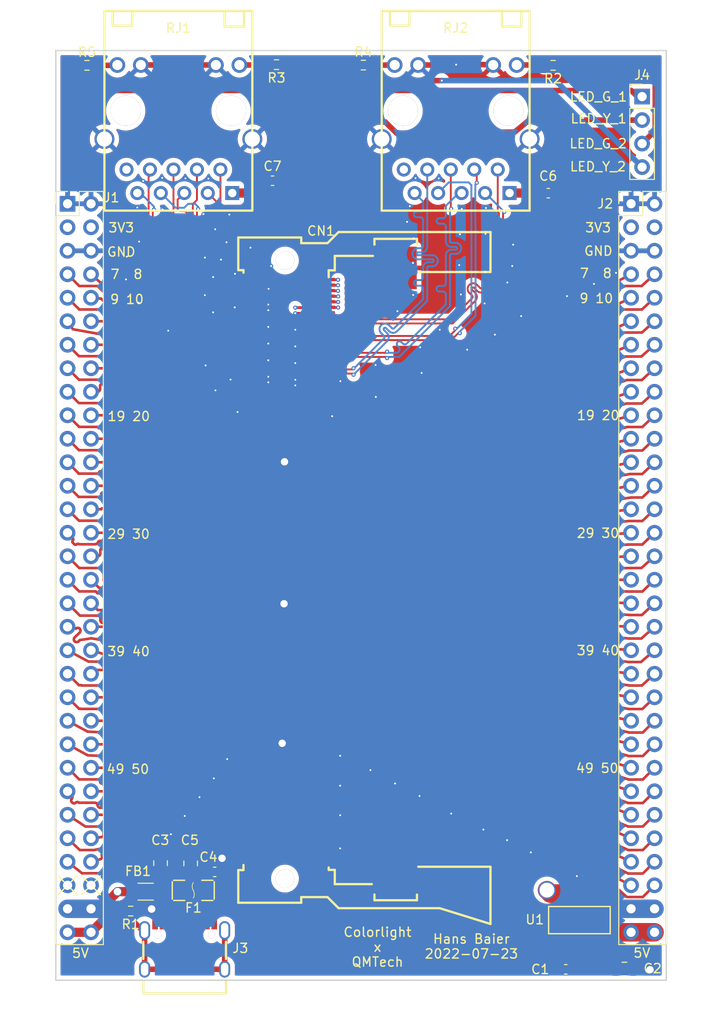
<source format=kicad_pcb>
(kicad_pcb (version 20211014) (generator pcbnew)
  (layers (0 "F.Cu" signal) (1 "In1.Cu" signal) (2 "In2.Cu" signal) (31 "B.Cu" signal) (34 "B.Paste" user) (35 "F.Paste" user) (36 "B.SilkS" user "B.Silkscreen") (37 "F.SilkS" user "F.Silkscreen") (38 "B.Mask" user) (39 "F.Mask" user) (44 "Edge.Cuts" user))
  (net 0 "")
  (net 1 "GND")
  (net 2 "+3V3")
  (net 3 "+5V")
  (net 4 "/eth1_1+")
  (net 5 "/eth2_1+")
  (net 6 "/eth1_1-")
  (net 7 "/eth2_1-")
  (net 8 "/eth1_2-")
  (net 9 "/eth2_2-")
  (net 10 "/eth1_2+")
  (net 11 "/eth2_2+")
  (net 12 "/eth1_3+")
  (net 13 "/eth2_3+")
  (net 14 "/eth1_3-")
  (net 15 "/eth2_3-")
  (net 16 "/eth1_4-")
  (net 17 "/eth2_4-")
  (net 18 "/eth1_4+")
  (net 19 "/eth2_4+")
  (net 20 "/U16")
  (net 21 "/R1")
  (net 23 "/T1")
  (net 25 "/U1")
  (net 27 "/Y2")
  (net 28 "/K18")
  (net 29 "/W1")
  (net 30 "/C18")
  (net 31 "/V1")
  (net 33 "/M1")
  (net 34 "/T18")
  (net 35 "/N2")
  (net 36 "/R18")
  (net 37 "/N3")
  (net 38 "/R17")
  (net 39 "/T2")
  (net 40 "/P17")
  (net 41 "/M3")
  (net 42 "/M17")
  (net 43 "/T3")
  (net 44 "/T17")
  (net 45 "/R3")
  (net 46 "/U18")
  (net 47 "/N4")
  (net 48 "/U17")
  (net 49 "/M4")
  (net 50 "/P18")
  (net 51 "/L4")
  (net 52 "/N17")
  (net 53 "/L5")
  (net 54 "/N18")
  (net 55 "/P16")
  (net 56 "/M18")
  (net 57 "/J16")
  (net 58 "/L20")
  (net 59 "/J18")
  (net 60 "/L18")
  (net 61 "/J17")
  (net 62 "/K20")
  (net 63 "/H18")
  (net 64 "/K19")
  (net 65 "/H17")
  (net 66 "/J20")
  (net 67 "/G18")
  (net 68 "/J19")
  (net 69 "/H16")
  (net 70 "/H20")
  (net 71 "/F18")
  (net 72 "/G20")
  (net 73 "/G16")
  (net 74 "/G19")
  (net 75 "/E18")
  (net 76 "/F20")
  (net 77 "/F17")
  (net 78 "/F19")
  (net 79 "/F16")
  (net 80 "/E20")
  (net 81 "/E16")
  (net 82 "/E19")
  (net 83 "/E17")
  (net 84 "/D20")
  (net 85 "/D18")
  (net 86 "/D19")
  (net 87 "/D17")
  (net 88 "/C20")
  (net 89 "/G5")
  (net 90 "/B20")
  (net 91 "/D16")
  (net 92 "/B19")
  (net 93 "/F5")
  (net 94 "/B18")
  (net 95 "/E6")
  (net 96 "/A19")
  (net 97 "/E5")
  (net 98 "/C17")
  (net 99 "/F4")
  (net 100 "/A18")
  (net 101 "/E4")
  (net 102 "/D3")
  (net 103 "/F1")
  (net 104 "/C4")
  (net 105 "/F3")
  (net 106 "/B4")
  (net 107 "/G3")
  (net 108 "/C3")
  (net 109 "/H3")
  (net 110 "/E3")
  (net 111 "/H4")
  (net 112 "/A3")
  (net 113 "/H5")
  (net 114 "/C2")
  (net 115 "/J4")
  (net 116 "/B1")
  (net 117 "/J5")
  (net 118 "/C1")
  (net 119 "/K3")
  (net 120 "/D2")
  (net 121 "/K4")
  (net 122 "/D1")
  (net 123 "/K5")
  (net 124 "/E2")
  (net 125 "/B3")
  (net 126 "/E1")
  (net 127 "/A2")
  (net 128 "/F2")
  (net 129 "/B2")
  (net 170 "Net-(F1-Pad2)")
  (net 181 "Net-(J3-PadS1)")
  (net 182 "/5V_FILTER")
  (net 185 "Net-(C6-Pad2)")
  (net 186 "Net-(C7-Pad2)")
  (net 187 "/LED_G_2")
  (net 188 "Net-(R2-Pad2)")
  (net 189 "/LED_G_1")
  (net 190 "Net-(R3-Pad2)")
  (net 191 "/LED_Y_2")
  (net 192 "Net-(R4-Pad2)")
  (net 193 "/LED_Y_1")
  (net 194 "Net-(R5-Pad2)")
  (footprint "Connector_PinHeader_2.54mm:PinHeader_2x32_P2.54mm_Vertical" (layer "F.Cu") (at 95.25 42.164)
    (fp_text reference "J1")
    (fp_text value "Conn_02x32_Odd_Even")
  )
  (footprint "Capacitor_SMD:C_0603_1608Metric" (layer "F.Cu") (at 149.142 124.907)
    (fp_text reference "C1")
    (fp_text value "100n")
  )
  (footprint "Capacitor_SMD:C_0603_1608Metric" (layer "F.Cu") (at 111.1684 114.3764 180)
    (fp_text reference "C4")
    (fp_text value "100n")
  )
  (footprint "Capacitor_SMD:C_0805_2012Metric" (layer "F.Cu") (at 105.3084 113.4364 -90)
    (fp_text reference "C3")
    (fp_text value "10n")
  )
  (footprint "Resistor_SMD:R_0603_1608Metric" (layer "F.Cu") (at 147.7772 27.2034 180)
    (fp_text reference "R2")
    (fp_text value "5.6k")
  )
  (footprint "Capacitor_SMD:C_0603_1608Metric" (layer "F.Cu") (at 147.2568 41.021 180)
    (fp_text reference "C6")
    (fp_text value "100n")
  )
  (footprint "easyeda2kicad:SO-DIMM-SMD_200P-P0.60_1473005-4" (layer "F.Cu") (at 122.67 81.7)
    (fp_text reference "CN1")
    (fp_text value "1473005-4")
  )
  (footprint "easyeda2kicad:RJ45-TH_HR911130A" (layer "F.Cu") (at 137.2362 34.0868)
    (fp_text reference "RJ2")
    (fp_text value "HR911130A")
  )
  (footprint "Capacitor_SMD:C_0805_2012Metric" (layer "F.Cu") (at 155.492 124.877 180)
    (fp_text reference "C2")
    (fp_text value "10u")
  )
  (footprint "easyeda2kicad:SOT-223-3_L6.5-W3.4-P2.30-LS7.0-BR" (layer "F.Cu") (at 150.622 119.687 -90)
    (fp_text reference "U1")
    (fp_text value "AMS1117-3.3")
  )
  (footprint "Connector_PinHeader_2.54mm:PinHeader_1x04_P2.54mm_Vertical" (layer "F.Cu") (at 157.4038 30.5816)
    (fp_text reference "J4")
    (fp_text value "Conn_01x04_Male")
  )
  (footprint "Resistor_SMD:R_0603_1608Metric" (layer "F.Cu") (at 97.3582 27.2034)
    (fp_text reference "R5")
    (fp_text value "5.6k")
  )
  (footprint "Connector_PinHeader_2.54mm:PinHeader_2x32_P2.54mm_Vertical" (layer "F.Cu") (at 156.21 42.164)
    (fp_text reference "J2")
    (fp_text value "Conn_02x32_Odd_Even")
  )
  (footprint "Capacitor_SMD:C_0603_1608Metric" (layer "F.Cu") (at 117.4242 39.6748 180)
    (fp_text reference "C7")
    (fp_text value "100n")
  )
  (footprint "Capacitor_SMD:C_0805_2012Metric" (layer "F.Cu") (at 108.5684 113.4564 -90)
    (fp_text reference "C5")
    (fp_text value "10u")
  )
  (footprint "easyeda2kicad:RJ45-TH_HR911130A" (layer "F.Cu") (at 107.2388 34.0868)
    (fp_text reference "RJ1")
    (fp_text value "HR911130A")
  )
  (footprint "Resistor_SMD:R_0603_1608Metric" (layer "F.Cu") (at 117.856 27.1272 180)
    (fp_text reference "R3")
    (fp_text value "5.6k")
  )
  (footprint "Resistor_SMD:R_0603_1608Metric" (layer "F.Cu") (at 127.254 27.178)
    (fp_text reference "R4")
    (fp_text value "5.6k")
  )
  (footprint "easyeda2kicad:USB-C_SMD-TYPE-C-31-M-12" (layer "F.Cu") (at 107.919 122.42)
    (fp_text reference "J3")
    (fp_text value "Connector_USB_C_Receptacle_USB2.0")
  )
  (footprint "Resistor_SMD:R_0603_1608Metric" (layer "F.Cu") (at 102.079 118.61 180)
    (fp_text reference "R1")
    (fp_text value "1M")
  )
  (footprint "Inductor_SMD:L_1206_3216Metric" (layer "F.Cu") (at 103.699 116.514)
    (fp_text reference "FB1")
    (fp_text value "2A")
  )
  (footprint "easyeda2kicad:F1206" (layer "F.Cu") (at 108.849 116.374)
    (fp_text reference "F1")
    (fp_text value "JK-NSMD050-30V")
  )
  (gr_line (start 94.2594 116.8146) (end 96.266 114.808) (layer "F.SilkS") (width 0.15))
  (gr_line (start 96.7994 116.8146) (end 98.806 114.808) (layer "F.SilkS") (width 0.15))
  (gr_line (start 96.774 114.808) (end 98.806 116.84) (layer "F.SilkS") (width 0.15))
  (gr_line (start 94.234 114.808) (end 96.266 116.84) (layer "F.SilkS") (width 0.15))
  (gr_rect (start 93.98 126.0856) (end 160.02 25.6032) (layer "Edge.Cuts") (width 0.15) (fill none))
  (gr_text "LED_Y_1" (at 152.7048 32.9692) (layer "F.SilkS") (effects (font (size 1 1))))
  (gr_text "GND" (at 152.675 47.275) (layer "F.SilkS") (effects (font (size 1 1))))
  (gr_text "Hans Baier\n2022-07-23" (at 138.938 122.428) (layer "F.SilkS") (effects (font (size 1 1))))
  (gr_text " \n29 30" (at 101.854 77.0636) (layer "F.SilkS") (effects (font (size 1 1))))
  (gr_text "Colorlight\nx\nQMTech\n" (at 128.78 122.5) (layer "F.SilkS") (effects (font (size 1 1))))
  (gr_text "49 50" (at 152.5524 103.1748) (layer "F.SilkS") (effects (font (size 1 1))))
  (gr_text "39 40" (at 152.6286 90.4494) (layer "F.SilkS") (effects (font (size 1 1))))
  (gr_text "5V" (at 157.3784 123.1392) (layer "F.SilkS") (effects (font (size 1 1))))
  (gr_text " \n9 10" (at 152.4508 51.5874) (layer "F.SilkS") (effects (font (size 1 1))))
  (gr_text "LED_G_1" (at 152.6794 30.607) (layer "F.SilkS") (effects (font (size 1 1))))
  (gr_text "49 50" (at 101.7778 103.2764) (layer "F.SilkS") (effects (font (size 1 1))))
  (gr_text "3V3" (at 101.0666 44.7548) (layer "F.SilkS") (effects (font (size 1 1))))
  (gr_text "LED_Y_2" (at 152.6286 38.1508) (layer "F.SilkS") (effects (font (size 1 1))))
  (gr_text "7  8" (at 101.6254 49.784) (layer "F.SilkS") (effects (font (size 1 1))))
  (gr_text "5V" (at 96.647 123.1646) (layer "F.SilkS") (effects (font (size 1 1))))
  (gr_text " \n29 30" (at 152.6286 76.962) (layer "F.SilkS") (effects (font (size 1 1))))
  (gr_text "7  8" (at 152.4 49.6824) (layer "F.SilkS") (effects (font (size 1 1))))
  (gr_text "39 40" (at 101.854 90.551) (layer "F.SilkS") (effects (font (size 1 1))))
  (gr_text " \n19 20" (at 101.8794 64.3382) (layer "F.SilkS") (effects (font (size 1 1))))
  (gr_text "LED_G_2" (at 152.654 35.6616) (layer "F.SilkS") (effects (font (size 1 1))))
  (gr_text " \n9 10" (at 101.6762 51.689) (layer "F.SilkS") (effects (font (size 1 1))))
  (gr_text "GND" (at 101.0666 47.371) (layer "F.SilkS") (effects (font (size 1 1))))
  (gr_text " \n19 20" (at 152.654 64.2366) (layer "F.SilkS") (effects (font (size 1 1))))
  (gr_text "3V3" (at 152.65 44.75) (layer "F.SilkS") (effects (font (size 1 1))))
  (segment (start 108.5684 112.5064) (end 108.3184 112.5064) (width 1) (layer "F.Cu") (net 1))
  (segment (start 111.9434 114.3764) (end 111.9434 112.8714) (width 1) (layer "F.Cu") (net 1))
  (segment (start 119.9134 54.0004) (end 119.888 53.975) (width 0.3) (layer "F.Cu") (net 1))
  (segment (start 118.47 100.478) (end 120.844 100.778) (width 0.3) (layer "F.Cu") (net 1))
  (segment (start 114.2225 59.0904) (end 115.9002 59.0804) (width 0.3) (layer "F.Cu") (net 1))
  (segment (start 115.9002 60.8584) (end 116.967 60.8584) (width 0.3) (layer "F.Cu") (net 1))
  (segment (start 118.318 84.878) (end 118.618 85.178) (width 0.3) (layer "F.Cu") (net 1))
  (segment (start 114.1971 53.6802) (end 115.8748 53.6702) (width 0.3) (layer "F.Cu") (net 1))
  (segment (start 120.9802 59.3852) (end 120.1166 59.3852) (width 0.3) (layer "F.Cu") (net 1))
  (segment (start 110.1852 59.6392) (end 111.6584 60.833) (width 0.15) (layer "F.Cu") (net 1))
  (segment (start 118.198 85.478) (end 118.498 85.778) (width 0.3) (layer "F.Cu") (net 1))
  (segment (start 122.7595 61.1786) (end 121.0818 61.1886) (width 0.3) (layer "F.Cu") (net 1))
  (segment (start 133.1762 27.1668) (end 137.2474 27.1668) (width 0.6) (layer "F.Cu") (net 1))
  (segment (start 122.7341 55.7684) (end 121.0564 55.7784) (width 0.3) (layer "F.Cu") (net 1))
  (segment (start 112.8776 61.1632) (end 114.2225 60.878) (width 0.15) (layer "F.Cu") (net 1))
  (segment (start 120.9802 61.1886) (end 119.8372 61.1886) (width 0.3) (layer "F.Cu") (net 1))
  (segment (start 114.1971 57.287) (end 115.8748 57.277) (width 0.3) (layer "F.Cu") (net 1))
  (segment (start 115.9002 53.6702) (end 117.0178 53.6702) (width 0.3) (layer "F.Cu") (net 1))
  (segment (start 114.2225 84.878) (end 118.318 84.878) (width 0.3) (layer "F.Cu") (net 1))
  (segment (start 122.7595 59.3752) (end 121.0818 59.3852) (width 0.3) (layer "F.Cu") (net 1))
  (segment (start 122.7595 61.7882) (end 121.0818 61.7982) (width 0.3) (layer "F.Cu") (net 1))
  (segment (start 114.2225 100.478) (end 118.47 100.478) (width 0.3) (layer "F.Cu") (net 1))
  (segment (start 119.9134 61.7982) (end 119.8626 61.7474) (width 0.3) (layer "F.Cu") (net 1))
  (segment (start 137.287 27.1272) (end 141.2566 27.1272) (width 0.6) (layer "F.Cu") (net 1))
  (segment (start 122.7341 53.9904) (end 121.0564 54.0004) (width 0.3) (layer "F.Cu") (net 1))
  (segment (start 118.6412 70.178) (end 118.3412 69.878) (width 0.3) (layer "F.Cu") (net 1))
  (segment (start 118.3412 69.878) (end 114.2225 69.878) (width 0.3) (layer "F.Cu") (net 1))
  (segment (start 122.8225 70.178) (end 118.6412 70.178) (width 0.3) (layer "F.Cu") (net 1))
  (segment (start 120.9802 54.0004) (end 119.9134 54.0004) (width 0.3) (layer "F.Cu") (net 1))
  (segment (start 115.9002 57.277) (end 116.8146 57.277) (width 0.3) (layer "F.Cu") (net 1))
  (segment (start 118.618 85.178) (end 122.8225 85.178) (width 0.3) (layer "F.Cu") (net 1))
  (segment (start 148.367 124.907) (end 148.367 122.702) (width 1) (layer "F.Cu") (net 1))
  (segment (start 141.2566 27.1272) (end 141.2962 27.1668) (width 0.6) (layer "F.Cu") (net 1))
  (segment (start 114.1971 55.4836) (end 115.8748 55.4736) (width 0.3) (layer "F.Cu") (net 1))
  (segment (start 111.6584 60.833) (end 112.8776 61.1632) (width 0.15) (layer "F.Cu") (net 1))
  (segment (start 116.8146 57.277) (end 116.84 57.2516) (width 0.3) (layer "F.Cu") (net 1))
  (segment (start 103.1788 27.1668) (end 111.2988 27.1668) (width 0.6) (layer "F.Cu") (net 1))
  (segment (start 156.672 124.968) (end 158.242 124.968) (width 1) (layer "F.Cu") (net 1))
  (segment (start 120.9802 57.5818) (end 120.0658 57.5818) (width 0.3) (layer "F.Cu") (net 1))
  (segment (start 137.2474 27.1668) (end 137.287 27.1272) (width 0.6) (layer "F.Cu") (net 1))
  (segment (start 114.2225 60.8684) (end 115.9002 60.8584) (width 0.3) (layer "F.Cu") (net 1))
  (segment (start 114.2225 85.478) (end 118.198 85.478) (width 0.3) (layer "F.Cu") (net 1))
  (segment (start 118.498 85.778) (end 122.8225 85.778) (width 0.3) (layer "F.Cu") (net 1))
  (segment (start 112.8776 61.1632) (end 114.2225 61.478) (width 0.15) (layer "F.Cu") (net 1))
  (segment (start 120.844 100.778) (end 122.8225 100.778) (width 0.3) (layer "F.Cu") (net 1))
  (segment (start 119.8372 61.1886) (end 119.8118 61.214) (width 0.3) (layer "F.Cu") (net 1))
  (segment (start 114.2225 61.478) (end 115.9002 61.468) (width 0.3) (layer "F.Cu") (net 1))
  (segment (start 114.1971 53.0706) (end 115.8748 53.0606) (width 0.3) (layer "F.Cu") (net 1))
  (segment (start 120.9802 55.7784) (end 120.0912 55.7784) (width 0.3) (layer "F.Cu") (net 1))
  (segment (start 122.7595 57.5718) (end 121.0818 57.5818) (width 0.3) (layer "F.Cu") (net 1))
  (segment (start 148.367 122.702) (end 148.322 122.657) (width 1) (layer "F.Cu") (net 1))
  (segment (start 115.9002 59.0804) (end 116.9162 59.0804) (width 0.3) (layer "F.Cu") (net 1))
  (segment (start 120.9802 61.7982) (end 119.9134 61.7982) (width 0.3) (layer "F.Cu") (net 1))
  (segment (start 115.9002 55.4736) (end 117.0686 55.4736) (width 0.3) (layer "F.Cu") (net 1))
  (via (at 111.9613 112.9032) (size 0.95) (drill 0.8) (layers "F.Cu" "B.Cu") (net 1))
  (via (at 106.426 110.3122) (size 0.45) (drill 0.2) (layers "F.Cu" "B.Cu") (net 1))
  (via (at 110.998 50.0888) (size 0.45) (drill 0.2) (layers "F.Cu" "B.Cu") (net 1))
  (via (at 112.8776 61.1632) (size 0.45) (drill 0.2) (layers "F.Cu" "B.Cu") (net 1))
  (via (at 143.3576 48.895) (size 0.45) (drill 0.2) (layers "F.Cu" "B.Cu") (net 1))
  (via (at 111.225 44.925) (size 0.45) (drill 0.2) (layers "F.Cu" "B.Cu") (net 1))
  (via (at 132.8928 39.3954) (size 0.45) (drill 0.2) (layers "F.Cu" "B.Cu") (net 1))
  (via (at 137.287 27.1272) (size 0.45) (drill 0.2) (layers "F.Cu" "B.Cu") (net 1))
  (via (at 109.5248 106.299) (size 0.45) (drill 0.2) (layers "F.Cu" "B.Cu") (net 1))
  (via (at 110.109 47.9806) (size 0.45) (drill 0.2) (layers "F.Cu" "B.Cu") (net 1))
  (via (at 137.795 51.9684) (size 0.45) (drill 0.2) (layers "F.Cu" "B.Cu") (net 1))
  (via (at 116.967 53.6702) (size 0.45) (drill 0.2) (layers "F.Cu" "B.Cu") (net 1))
  (via (at 133.3246 106.172) (size 0.45) (drill 0.2) (layers "F.Cu" "B.Cu") (net 1))
  (via (at 140.2334 109.8042) (size 0.45) (drill 0.2) (layers "F.Cu" "B.Cu") (net 1))
  (via (at 132.6896 45.8978) (size 0.45) (drill 0.2) (layers "F.Cu" "B.Cu") (net 1))
  (via (at 128.016 103.378) (size 0.45) (drill 0.2) (layers "F.Cu" "B.Cu") (net 1))
  (via (at 124.7394 108.2548) (size 0.45) (drill 0.2) (layers "F.Cu" "B.Cu") (net 1))
  (via (at 132.275 42.425) (size 0.45) (drill 0.2) (layers "F.Cu" "B.Cu") (net 1))
  (via (at 130.683 104.8258) (size 0.45) (drill 0.2) (layers "F.Cu" "B.Cu") (net 1))
  (via (at 111.0742 104.267) (size 0.45) (drill 0.2) (layers "F.Cu" "B.Cu") (net 1))
  (via (at 116.967 61.468) (size 0.45) (drill 0.2) (layers "F.Cu" "B.Cu") (net 1))
  (via (at 111.252 62.3316) (size 0.45) (drill 0.2) (layers "F.Cu" "B.Cu") (net 1))
  (via (at 107.9246 108.331) (size 0.45) (drill 0.2) (layers "F.Cu" "B.Cu") (net 1))
  (via (at 132.6134 48.5648) (size 0.45) (drill 0.2) (layers "F.Cu" "B.Cu") (net 1))
  (via (at 133.4008 57.6834) (size 0.45) (drill 0.2) (layers "F.Cu" "B.Cu") (net 1))
  (via (at 138.4808 57.9374) (size 0.45) (drill 0.2) (layers "F.Cu" "B.Cu") (net 1))
  (via (at 140.4366 49.53) (size 0.45) (drill 0.2) (layers "F.Cu" "B.Cu") (net 1))
  (via (at 102.7938 42.5704) (size 0.45) (drill 0.2) (layers "F.Cu" "B.Cu") (net 1))
  (via (at 110.1852 59.6392) (size 0.45) (drill 0.2) (layers "F.Cu" "B.Cu") (net 1))
  (via (at 116.967 57.277) (size 0.45) (drill 0.2) (layers "F.Cu" "B.Cu") (net 1))
  (via (at 158.262 124.948) (size 0.95) (drill 0.8) (layers "F.Cu" "B.Cu") (net 1))
  (via (at 110.1 52.05) (size 0.45) (drill 0.2) (layers "F.Cu" "B.Cu") (net 1))
  (via (at 150.3426 114.8334) (size 0.45) (drill 0.2) (layers "F.Cu" "B.Cu") (net 1))
  (via (at 116.9924 51.3588) (size 0.45) (drill 0.2) (layers "F.Cu" "B.Cu") (net 1))
  (via (at 118.6688 85.3948) (size 0.95) (drill 0.8) (layers "F.Cu" "B.Cu") (net 1))
  (via (at 140.5128 42.6212) (size 0.45) (drill 0.2) (layers "F.Cu" "B.Cu") (net 1))
  (via (at 102.9462 52.8574) (size 0.45) (drill 0.2) (layers "F.Cu" "B.Cu") (net 1))
  (via (at 112.45 46.325) (size 0.45) (drill 0.2) (layers "F.Cu" "B.Cu") (net 1))
  (via (at 118.47 100.478) (size 0.95) (drill 0.8) (layers "F.Cu" "B.Cu") (net 1))
  (via (at 137.6172 48.7934) (size 0.45) (drill 0.2) (layers "F.Cu" "B.Cu") (net 1))
  (via (at 119.888 55.7784) (size 0.45) (drill 0.2) (layers "F.Cu" "B.Cu") (net 1))
  (via (at 101.5746 50.3428) (size 0.45) (drill 0.2) (layers "F.Cu" "B.Cu") (net 1))
  (via (at 116.967 60.8584) (size 0.45) (drill 0.2) (layers "F.Cu" "B.Cu") (net 1))
  (via (at 124.7648 61.341) (size 0.45) (drill 0.2) (layers "F.Cu" "B.Cu") (net 1))
  (via (at 112.522 102.1842) (size 0.45) (drill 0.2) (layers "F.Cu" "B.Cu") (net 1))
  (via (at 110.49 39.4462) (size 0.45) (drill 0.2) (layers "F.Cu" "B.Cu") (net 1))
  (via (at 133.5532 60.452) (size 0.45) (drill 0.2) (layers "F.Cu" "B.Cu") (net 1))
  (via (at 142.7988 110.9472) (size 0.45) (drill 0.2) (layers "F.Cu" "B.Cu") (net 1))
  (via (at 123.8758 65.1256) (size 0.45) (drill 0.2) (layers "F.Cu" "B.Cu") (net 1))
  (via (at 113.3348 53.3654) (size 0.45) (drill 0.2) (layers "F.Cu" "B.Cu") (net 1))
  (via (at 116.967 59.0804) (size 0.45) (drill 0.2) (layers "F.Cu" "B.Cu") (net 1))
  (via (at 137.6934 45.466) (size 0.45) (drill 0.2) (layers "F.Cu" "B.Cu") (net 1))
  (via (at 104.3432 118.3894) (size 0.95) (drill 0.8) (layers "F.Cu" "B.Cu") (net 1))
  (via (at 140.3604 52.9336) (size 0.45) (drill 0.2) (layers "F.Cu" "B.Cu") (net 1))
  (via (at 124.7394 105.0544) (size 0.45) (drill 0.2) (layers "F.Cu" "B.Cu") (net 1))
  (via (at 128.5748 59.5884) (size 0.45) (drill 0.2) (layers "F.Cu" "B.Cu") (net 1))
  (via (at 109.9566 43.2816) (size 0.45) (drill 0.2) (layers "F.Cu" "B.Cu") (net 1))
  (via (at 104.3432 118.3894) (size 0.95) (drill 0.8) (layers "F.Cu" "B.Cu") (net 1))
  (via (at 124.7394 111.8362) (size 0.45) (drill 0.2) (layers "F.Cu" "B.Cu") (net 1))
  (via (at 105.4862 39.37) (size 0.45) (drill 0.2) (layers "F.Cu" "B.Cu") (net 1))
  (via (at 103.4288 39.7002) (size 0.45) (drill 0.2) (layers "F.Cu" "B.Cu") (net 1))
  (via (at 136.7536 108.077) (size 0.45) (drill 0.2) (layers "F.Cu" "B.Cu") (net 1))
  (via (at 145.3642 112.268) (size 0.45) (drill 0.2) (layers "F.Cu" "B.Cu") (net 1))
  (via (at 111.85 48.2) (size 0.45) (drill 0.2) (layers "F.Cu" "B.Cu") (net 1))
  (via (at 119.888 54.0004) (size 0.45) (drill 0.2) (layers "F.Cu" "B.Cu") (net 1))
  (via (at 124.7394 101.8286) (size 0.45) (drill 0.2) (layers "F.Cu" "B.Cu") (net 1))
  (via (at 119.888 61.1886) (size 0.45) (drill 0.2) (layers "F.Cu" "B.Cu") (net 1))
  (via (at 108.0008 39.4208) (size 0.45) (drill 0.2) (layers "F.Cu" "B.Cu") (net 1))
  (via (at 154.5844 49.6316) (size 0.45) (drill 0.2) (layers "F.Cu" "B.Cu") (net 1))
  (via (at 143.4592 46.5836) (size 0.45) (drill 0.2) (layers "F.Cu" "B.Cu") (net 1))
  (via (at 142.8242 50.673) (size 0.45) (drill 0.2) (layers "F.Cu" "B.Cu") (net 1))
  (via (at 119.888 61.7982) (size 0.45) (drill 0.2) (layers "F.Cu" "B.Cu") (net 1))
  (via (at 132.6388 52.0192) (size 0.45) (drill 0.2) (layers "F.Cu" "B.Cu") (net 1))
  (via (at 137.9 42.7228) (size 0.45) (drill 0.2) (layers "F.Cu" "B.Cu") (net 1))
  (via (at 135.4074 39.4208) (size 0.45) (drill 0.2) (layers "F.Cu" "B.Cu") (net 1))
  (via (at 116.967 55.4736) (size 0.45) (drill 0.2) (layers "F.Cu" "B.Cu") (net 1))
  (via (at 131.9784 44.1198) (size 0.45) (drill 0.2) (layers "F.Cu" "B.Cu") (net 1))
  (via (at 116.967 53.0606) (size 0.45) (drill 0.2) (layers "F.Cu" "B.Cu") (net 1))
  (via (at 119.888 57.5818) (size 0.45) (drill 0.2) (layers "F.Cu" "B.Cu") (net 1))
  (via (at 140.462 45.4152) (size 0.45) (drill 0.2) (layers "F.Cu" "B.Cu") (net 1))
  (via (at 102.997 46.2534) (size 0.45) (drill 0.2) (layers "F.Cu" "B.Cu") (net 1))
  (via (at 117.2718 48.895) (size 0.45) (drill 0.2) (layers "F.Cu" "B.Cu") (net 1))
  (via (at 128.6002 63.0428) (size 0.45) (drill 0.2) (layers "F.Cu" "B.Cu") (net 1))
  (via (at 130.937 53.7718) (size 0.45) (drill 0.2) (layers "F.Cu" "B.Cu") (net 1))
  (via (at 111 53.9) (size 0.45) (drill 0.2) (layers "F.Cu" "B.Cu") (net 1))
  (via (at 101.6508 47.879) (size 0.45) (drill 0.2) (layers "F.Cu" "B.Cu") (net 1))
  (via (at 106.1466 55.88) (size 0.45) (drill 0.2) (layers "F.Cu" "B.Cu") (net 1))
  (via (at 157.353 28.6766) (size 0.45) (drill 0.2) (layers "F.Cu" "B.Cu") (net 1))
  (via (at 113.3602 49.7332) (size 0.45) (drill 0.2) (layers "F.Cu" "B.Cu") (net 1))
  (via (at 104.3432 118.3894) (size 0.95) (drill 0.8) (layers "F.Cu" "B.Cu") (net 1))
  (via (at 118.7196 70.0532) (size 0.95) (drill 0.8) (layers "F.Cu" "B.Cu") (net 1))
  (via (at 112.7506 43.3324) (size 0.45) (drill 0.2) (layers "F.Cu" "B.Cu") (net 1))
  (via (at 115.0366 46.9138) (size 0.45) (drill 0.2) (layers "F.Cu" "B.Cu") (net 1))
  (via (at 141.478 56.3118) (size 0.45) (drill 0.2) (layers "F.Cu" "B.Cu") (net 1))
  (via (at 144.3228 54.3052) (size 0.45) (drill 0.2) (layers "F.Cu" "B.Cu") (net 1))
  (via (at 152.1968 50.8254) (size 0.45) (drill 0.2) (layers "F.Cu" "B.Cu") (net 1))
  (via (at 135.509 55.7784) (size 0.45) (drill 0.2) (layers "F.Cu" "B.Cu") (net 1))
  (via (at 105.525 42.775) (size 0.45) (drill 0.2) (layers "F.Cu" "B.Cu") (net 1))
  (via (at 113.6396 64.6684) (size 0.45) (drill 0.2) (layers "F.Cu" "B.Cu") (net 1))
  (via (at 149.2758 52.1462) (size 0.45) (drill 0.2) (layers "F.Cu" "B.Cu") (net 1))
  (via (at 119.888 59.3852) (size 0.45) (drill 0.2) (layers "F.Cu" "B.Cu") (net 1))
  (segment (start 95.25 118.364) (end 99.568 118.364) (width 2) (layer "B.Cu") (net 1))
  (segment (start 158.75 118.364) (end 153.924 118.364) (width 2) (layer "B.Cu") (net 1))
  (segment (start 147.482 116.717) (end 147.112 116.347) (width 2) (layer "F.Cu") (net 2))
  (segment (start 150.622 122.657) (end 150.622 116.717) (width 1) (layer "F.Cu") (net 2))
  (segment (start 150.652 124.667) (end 150.652 122.687) (width 1) (layer "F.Cu") (net 2))
  (segment (start 150.412 124.907) (end 150.652 124.667) (width 1) (layer "F.Cu") (net 2))
  (segment (start 150.622 116.717) (end 147.482 116.717) (width 2) (layer "F.Cu") (net 2))
  (segment (start 150.652 122.687) (end 150.622 122.657) (width 1) (layer "F.Cu") (net 2))
  (segment (start 149.917 124.907) (end 150.412 124.907) (width 1) (layer "F.Cu") (net 2))
  (via (at 147.112 116.347) (size 1.9) (drill 1.6) (layers "F.Cu" "B.Cu") (net 2))
  (segment (start 122.7341 53.3808) (end 121.0564 53.3908) (width 0.3) (layer "F.Cu") (net 3))
  (segment (start 122.8395 53.375) (end 124.525 53.375) (width 0.3) (layer "F.Cu") (net 3))
  (segment (start 119.9134 53.3908) (end 119.8372 53.3146) (width 0.3) (layer "F.Cu") (net 3))
  (segment (start 105.2434 114.4514) (end 105.3084 114.3864) (width 1) (layer "F.Cu") (net 3))
  (segment (start 122.8395 52.775) (end 124.525 52.775) (width 0.3) (layer "F.Cu") (net 3))
  (segment (start 100.656 116.514) (end 99.568 117.602) (width 1) (layer "F.Cu") (net 3))
  (segment (start 99.568 119.126) (end 97.79 120.904) (width 1) (layer "F.Cu") (net 3))
  (segment (start 122.8225 50.378) (end 124.508 50.378) (width 0.3) (layer "F.Cu") (net 3))
  (segment (start 97.79 120.904) (end 95.25 120.904) (width 1) (layer "F.Cu") (net 3))
  (segment (start 124.508 50.378) (end 124.51 50.38) (width 0.3) (layer "F.Cu") (net 3))
  (segment (start 122.8145 51.575) (end 124.5 51.575) (width 0.3) (layer "F.Cu") (net 3))
  (segment (start 122.8395 52.175) (end 124.525 52.175) (width 0.3) (layer "F.Cu") (net 3))
  (segment (start 153.334 120.904) (end 153.334 123.616) (width 2) (layer "F.Cu") (net 3))
  (segment (start 122.8225 50.973) (end 124.508 50.973) (width 0.3) (layer "F.Cu") (net 3))
  (segment (start 156.21 120.904) (end 153.334 120.904) (width 2) (layer "F.Cu") (net 3))
  (segment (start 99.568 117.602) (end 99.568 119.126) (width 1) (layer "F.Cu") (net 3))
  (segment (start 102.124 116.514) (end 100.656 116.514) (width 1) (layer "F.Cu") (net 3))
  (segment (start 103.8098 114.427) (end 105.3084 114.3864) (width 1) (layer "F.Cu") (net 3))
  (segment (start 152.922 122.657) (end 152.922 123.257) (width 1) (layer "F.Cu") (net 3))
  (segment (start 102.124 116.514) (end 103.8098 114.427) (width 1) (layer "F.Cu") (net 3))
  (segment (start 158.75 120.904) (end 156.21 120.904) (width 2) (layer "F.Cu") (net 3))
  (segment (start 120.9802 53.3908) (end 119.9134 53.3908) (width 0.3) (layer "F.Cu") (net 3))
  (segment (start 153.334 123.616) (end 153.924 124.206) (width 2) (layer "F.Cu") (net 3))
  (via (at 124.527 52.777) (size 0.45) (drill 0.2) (layers "F.Cu" "B.Cu") (net 3))
  (via (at 100.656 116.514) (size 0.95) (drill 0.8) (layers "F.Cu" "B.Cu") (net 3))
  (via (at 119.888 53.3908) (size 0.45) (drill 0.2) (layers "F.Cu" "B.Cu") (net 3))
  (via (at 124.51 50.38) (size 0.45) (drill 0.2) (layers "F.Cu" "B.Cu") (net 3))
  (via (at 124.527 52.177) (size 0.45) (drill 0.2) (layers "F.Cu" "B.Cu") (net 3))
  (via (at 124.51 50.975) (size 0.45) (drill 0.2) (layers "F.Cu" "B.Cu") (net 3))
  (via (at 124.502 51.577) (size 0.45) (drill 0.2) (layers "F.Cu" "B.Cu") (net 3))
  (via (at 124.527 53.377) (size 0.45) (drill 0.2) (layers "F.Cu" "B.Cu") (net 3))
  (segment (start 113.4026 48.5104) (end 112.239 49.674) (width 0.2) (layer "F.Cu") (net 4))
  (segment (start 113.175355 50.847354) (end 113.175355 50.891) (width 0.2) (layer "F.Cu") (net 4))
  (segment (start 112.594678 51.471677) (end 112.369677 51.471677) (width 0.2) (layer "F.Cu") (net 4))
  (segment (start 113.2248 45.2156) (end 116.086106 45.2156) (width 0.2) (layer "F.Cu") (net 4))
  (segment (start 116.7856 47.768884) (end 116.044084 48.5104) (width 0.2) (layer "F.Cu") (net 4))
  (segment (start 112.239 53.8818) (end 112.6352 54.278) (width 0.2) (layer "F.Cu") (net 4))
  (segment (start 111.433322 51.7985) (end 111.789 51.7985) (width 0.2) (layer "F.Cu") (net 4))
  (segment (start 116.086106 45.2156) (end 116.7856 45.915094) (width 0.2) (layer "F.Cu") (net 4))
  (segment (start 112.014 51.4935) (end 111.433322 51.4935) (width 0.2) (layer "F.Cu") (net 4))
  (segment (start 113.175355 52.379177) (end 113.175355 52.422823) (width 0.2) (layer "F.Cu") (net 4))
  (segment (start 111.7888 38.4527) (end 111.7888 42.157) (width 0.2) (layer "F.Cu") (net 4))
  (segment (start 112.014 51.471677) (end 112.014 51.4935) (width 0.2) (layer "F.Cu") (net 4))
  (segment (start 116.044084 48.5104) (end 113.4026 48.5104) (width 0.2) (layer "F.Cu") (net 4))
  (segment (start 111.7888 42.157) (end 111.7818 42.164) (width 0.2) (layer "F.Cu") (net 4))
  (segment (start 111.302645 51.624177) (end 111.302645 51.667823) (width 0.2) (layer "F.Cu") (net 4))
  (segment (start 111.7818 42.164) (end 111.7818 43.7726) (width 0.2) (layer "F.Cu") (net 4))
  (segment (start 114.2225 54.278) (end 112.6352 54.278) (width 0.2) (layer "F.Cu") (net 4))
  (segment (start 112.239 53.134177) (end 112.239 53.8818) (width 0.2) (layer "F.Cu") (net 4))
  (segment (start 112.369677 51.471677) (end 112.014 51.471677) (width 0.2) (layer "F.Cu") (net 4))
  (segment (start 111.789 51.7985) (end 112.594678 51.7985) (width 0.2) (layer "F.Cu") (net 4))
  (segment (start 112.594678 53.0035) (end 112.369677 53.0035) (width 0.2) (layer "F.Cu") (net 4))
  (segment (start 112.722499 54.278) (end 112.6352 54.278) (width 0.2) (layer "F.Cu") (net 4))
  (segment (start 112.369677 50.266677) (end 112.594678 50.266677) (width 0.2) (layer "F.Cu") (net 4))
  (segment (start 111.7818 43.7726) (end 113.2248 45.2156) (width 0.2) (layer "F.Cu") (net 4))
  (segment (start 114.2225 54.278) (end 113.3975 54.278) (width 0.2) (layer "F.Cu") (net 4))
  (segment (start 116.7856 45.915094) (end 116.7856 47.768884) (width 0.2) (layer "F.Cu") (net 4))
  (segment (start 112.239 49.674) (end 112.239 50.136) (width 0.2) (layer "F.Cu") (net 4))
  (arc (start 112.239 50.136) (mid 112.277274 50.228403) (end 112.369677 50.266677) (width 0.2) (layer "F.Cu") (net 4))
  (arc (start 112.369677 53.0035) (mid 112.277274 53.041774) (end 112.239 53.134177) (width 0.2) (layer "F.Cu") (net 4))
  (arc (start 113.175355 50.891) (mid 113.005279 51.301601) (end 112.594678 51.471677) (width 0.2) (layer "F.Cu") (net 4))
  (arc (start 112.594678 50.266677) (mid 113.005279 50.436753) (end 113.175355 50.847354) (width 0.2) (layer "F.Cu") (net 4))
  (arc (start 113.175355 52.422823) (mid 113.005279 52.833424) (end 112.594678 53.0035) (width 0.2) (layer "F.Cu") (net 4))
  (arc (start 111.433322 51.4935) (mid 111.340919 51.531774) (end 111.302645 51.624177) (width 0.2) (layer "F.Cu") (net 4))
  (arc (start 111.302645 51.667823) (mid 111.340919 51.760226) (end 111.433322 51.7985) (width 0.2) (layer "F.Cu") (net 4))
  (arc (start 112.594678 51.7985) (mid 113.005279 51.968576) (end 113.175355 52.379177) (width 0.2) (layer "F.Cu") (net 4))
  (segment (start 141.340626 48.036601) (end 141.340626 48.063829) (width 0.2) (layer "F.Cu") (net 5))
  (segment (start 124.322501 54.578) (end 122.8225 54.578) (width 0.2) (layer "F.Cu") (net 5))
  (segment (start 139.55753 50.937727) (end 139.55753 50.937728) (width 0.2) (layer "F.Cu") (net 5))
  (segment (start 138.705462 51.789794) (end 139.037801 52.122133) (width 0.2) (layer "F.Cu") (net 5))
  (segment (start 139.037801 52.337801) (end 136.7226 54.653) (width 0.2) (layer "F.Cu") (net 5))
  (segment (start 141.7862 38.4668) (end 141.7862 43.0384) (width 0.2) (layer "F.Cu") (net 5))
  (segment (start 141.913399 49.462201) (end 140.105535 51.270067) (width 0.2) (layer "F.Cu") (net 5))
  (segment (start 136.7226 54.653) (end 124.397501 54.653) (width 0.2) (layer "F.Cu") (net 5))
  (segment (start 142.515901 44.889101) (end 142.9859 44.889101) (width 0.2) (layer "F.Cu") (net 5))
  (segment (start 140.105535 51.270067) (end 140.105538 51.270067) (width 0.2) (layer "F.Cu") (net 5))
  (segment (start 141.913399 46.251952) (end 141.913399 47.463829) (width 0.2) (layer "F.Cu") (net 5))
  (segment (start 141.913399 45.796603) (end 141.913399 46.251952) (width 0.2) (layer "F.Cu") (net 5))
  (segment (start 141.913399 48.636601) (end 141.913399 49.462201) (width 0.2) (layer "F.Cu") (net 5))
  (segment (start 141.913399 43.165599) (end 141.913399 44.286599) (width 0.2) (layer "F.Cu") (net 5))
  (segment (start 141.627013 47.750215) (end 141.627012 47.750215) (width 0.2) (layer "F.Cu") (net 5))
  (segment (start 139.88987 51.270067) (end 139.55753 50.937727) (width 0.2) (layer "F.Cu") (net 5))
  (segment (start 124.397501 54.653) (end 124.322501 54.578) (width 0.2) (layer "F.Cu") (net 5))
  (segment (start 142.9859 45.194101) (end 142.515901 45.194101) (width 0.2) (layer "F.Cu") (net 5))
  (segment (start 141.627012 48.350215) (end 141.627013 48.350215) (width 0.2) (layer "F.Cu") (net 5))
  (segment (start 141.7862 43.0384) (end 141.913399 43.165599) (width 0.2) (layer "F.Cu") (net 5))
  (arc (start 141.913399 44.286599) (mid 142.089868 44.712632) (end 142.515901 44.889101) (width 0.2) (layer "F.Cu") (net 5))
  (arc (start 142.9859 44.889101) (mid 143.093734 44.933767) (end 143.1384 45.041601) (width 0.2) (layer "F.Cu") (net 5))
  (arc (start 140.105538 51.270067) (mid 139.997704 51.314733) (end 139.88987 51.270067) (width 0.2) (layer "F.Cu") (net 5))
  (arc (start 142.515901 45.194101) (mid 142.089868 45.37057) (end 141.913399 45.796603) (width 0.2) (layer "F.Cu") (net 5))
  (arc (start 139.55753 50.937728) (mid 139.131497 50.761258) (end 138.705462 50.937728) (width 0.2) (layer "F.Cu") (net 5))
  (arc (start 138.705462 50.937728) (mid 138.528993 51.363761) (end 138.705462 51.789794) (width 0.2) (layer "F.Cu") (net 5))
  (arc (start 139.037801 52.122133) (mid 139.082467 52.229967) (end 139.037801 52.337801) (width 0.2) (layer "F.Cu") (net 5))
  (arc (start 141.627013 48.350215) (mid 141.829518 48.434096) (end 141.913399 48.636601) (width 0.2) (layer "F.Cu") (net 5))
  (arc (start 141.340626 48.063829) (mid 141.424507 48.266334) (end 141.627012 48.350215) (width 0.2) (layer "F.Cu") (net 5))
  (arc (start 141.627012 47.750215) (mid 141.424507 47.834096) (end 141.340626 48.036601) (width 0.2) (layer "F.Cu") (net 5))
  (arc (start 141.913399 47.463829) (mid 141.829518 47.666334) (end 141.627013 47.750215) (width 0.2) (layer "F.Cu") (net 5))
  (arc (start 143.1384 45.041601) (mid 143.093734 45.149435) (end 142.9859 45.194101) (width 0.2) (layer "F.Cu") (net 5))
  (segment (start 113.2162 48.0604) (end 111.789 49.4876) (width 0.2) (layer "F.Cu") (net 6))
  (segment (start 112.369677 51.021677) (end 112.014 51.021677) (width 0.2) (layer "F.Cu") (net 6))
  (segment (start 114.2225 54.878) (end 113.3975 54.878) (width 0.2) (layer "F.Cu") (net 6))
  (segment (start 116.3356 46.101494) (end 116.3356 47.582484) (width 0.2) (layer "F.Cu") (net 6))
  (segment (start 112.369677 50.716677) (end 112.594678 50.716677) (width 0.2) (layer "F.Cu") (net 6))
  (segment (start 111.789 53.134177) (end 111.789 54.0682) (width 0.2) (layer "F.Cu") (net 6))
  (segment (start 111.3318 41.9057) (end 111.3318 42.2692) (width 0.2) (layer "F.Cu") (net 6))
  (segment (start 111.433322 52.2485) (end 111.789 52.2485) (width 0.2) (layer "F.Cu") (net 6))
  (segment (start 112.594678 51.021677) (end 112.369677 51.021677) (width 0.2) (layer "F.Cu") (net 6))
  (segment (start 114.2225 54.878) (end 112.5988 54.878) (width 0.2) (layer "F.Cu") (net 6))
  (segment (start 112.722499 54.878) (end 112.5988 54.878) (width 0.2) (layer "F.Cu") (net 6))
  (segment (start 111.0318 42.5692) (end 110.768758 42.5692) (width 0.2) (layer "F.Cu") (net 6))
  (segment (start 112.725355 50.847354) (end 112.725355 50.891) (width 0.2) (layer "F.Cu") (net 6))
  (segment (start 110.4188 40.9927) (end 111.3318 41.9057) (width 0.2) (layer "F.Cu") (net 6))
  (segment (start 112.014 51.0435) (end 111.433322 51.0435) (width 0.2) (layer "F.Cu") (net 6))
  (segment (start 115.857684 48.0604) (end 113.2162 48.0604) (width 0.2) (layer "F.Cu") (net 6))
  (segment (start 111.789 52.2485) (end 112.594678 52.2485) (width 0.2) (layer "F.Cu") (net 6))
  (segment (start 115.899706 45.6656) (end 116.3356 46.101494) (width 0.2) (layer "F.Cu") (net 6))
  (segment (start 112.725355 52.379177) (end 112.725355 52.422823) (width 0.2) (layer "F.Cu") (net 6))
  (segment (start 111.3318 43.4692) (end 111.3318 43.959) (width 0.2) (layer "F.Cu") (net 6))
  (segment (start 111.789 49.4876) (end 111.789 50.136) (width 0.2) (layer "F.Cu") (net 6))
  (segment (start 110.768758 43.1692) (end 111.0318 43.1692) (width 0.2) (layer "F.Cu") (net 6))
  (segment (start 111.3318 43.959) (end 113.0384 45.6656) (width 0.2) (layer "F.Cu") (net 6))
  (segment (start 110.852645 51.624177) (end 110.852645 51.667823) (width 0.2) (layer "F.Cu") (net 6))
  (segment (start 111.789 54.0682) (end 112.5988 54.878) (width 0.2) (layer "F.Cu") (net 6))
  (segment (start 112.594678 52.5535) (end 112.369677 52.5535) (width 0.2) (layer "F.Cu") (net 6))
  (segment (start 113.0384 45.6656) (end 115.899706 45.6656) (width 0.2) (layer "F.Cu") (net 6))
  (segment (start 112.014 51.021677) (end 112.014 51.0435) (width 0.2) (layer "F.Cu") (net 6))
  (segment (start 116.3356 47.582484) (end 115.857684 48.0604) (width 0.2) (layer "F.Cu") (net 6))
  (arc (start 112.369677 52.5535) (mid 111.959076 52.723576) (end 111.789 53.134177) (width 0.2) (layer "F.Cu") (net 6))
  (arc (start 112.594678 50.716677) (mid 112.687081 50.754951) (end 112.725355 50.847354) (width 0.2) (layer "F.Cu") (net 6))
  (arc (start 110.468758 42.8692) (mid 110.556626 43.081332) (end 110.768758 43.1692) (width 0.2) (layer "F.Cu") (net 6))
  (arc (start 110.768758 42.5692) (mid 110.556626 42.657068) (end 110.468758 42.8692) (width 0.2) (layer "F.Cu") (net 6))
  (arc (start 111.0318 43.1692) (mid 111.243932 43.257068) (end 111.3318 43.4692) (width 0.2) (layer "F.Cu") (net 6))
  (arc (start 111.3318 42.2692) (mid 111.243932 42.481332) (end 111.0318 42.5692) (width 0.2) (layer "F.Cu") (net 6))
  (arc (start 112.725355 50.891) (mid 112.687081 50.983403) (end 112.594678 51.021677) (width 0.2) (layer "F.Cu") (net 6))
  (arc (start 112.725355 52.422823) (mid 112.687081 52.515226) (end 112.594678 52.5535) (width 0.2) (layer "F.Cu") (net 6))
  (arc (start 111.433322 51.0435) (mid 111.022721 51.213576) (end 110.852645 51.624177) (width 0.2) (layer "F.Cu") (net 6))
  (arc (start 112.594678 52.2485) (mid 112.687081 52.286774) (end 112.725355 52.379177) (width 0.2) (layer "F.Cu") (net 6))
  (arc (start 111.789 50.136) (mid 111.959076 50.546601) (end 112.369677 50.716677) (width 0.2) (layer "F.Cu") (net 6))
  (arc (start 110.852645 51.667823) (mid 111.022721 52.078424) (end 111.433322 52.2485) (width 0.2) (layer "F.Cu") (net 6))
  (segment (start 142.9859 45.644103) (end 142.515901 45.644103) (width 0.2) (layer "F.Cu") (net 7))
  (segment (start 124.397501 55.103) (end 124.322501 55.178) (width 0.2) (layer "F.Cu") (net 7))
  (segment (start 142.4884 43.0406) (end 142.363401 43.165599) (width 0.2) (layer "F.Cu") (net 7))
  (segment (start 142.363401 46.251952) (end 142.363401 49.648599) (width 0.2) (layer "F.Cu") (net 7))
  (segment (start 142.363401 43.165599) (end 142.363401 44.286599) (width 0.2) (layer "F.Cu") (net 7))
  (segment (start 124.322501 55.178) (end 122.8225 55.178) (width 0.2) (layer "F.Cu") (net 7))
  (segment (start 142.515901 44.439099) (end 142.9859 44.439099) (width 0.2) (layer "F.Cu") (net 7))
  (segment (start 142.363401 49.648599) (end 140.423735 51.588267) (width 0.2) (layer "F.Cu") (net 7))
  (segment (start 139.571669 51.588267) (end 139.239329 51.255927) (width 0.2) (layer "F.Cu") (net 7))
  (segment (start 139.023661 51.471595) (end 139.356 51.803934) (width 0.2) (layer "F.Cu") (net 7))
  (segment (start 139.356 52.656) (end 136.909 55.103) (width 0.2) (layer "F.Cu") (net 7))
  (segment (start 136.909 55.103) (end 124.397501 55.103) (width 0.2) (layer "F.Cu") (net 7))
  (segment (start 142.363401 45.796603) (end 142.363401 46.251952) (width 0.2) (layer "F.Cu") (net 7))
  (via (at 142.4884 43.0406) (size 0.45) (drill 0.2) (layers "F.Cu" "B.Cu") (remove_unused_layers) (net 7))
  (arc (start 139.356 51.803934) (mid 139.532469 52.229967) (end 139.356 52.656) (width 0.2) (layer "F.Cu") (net 7))
  (arc (start 142.363401 44.286599) (mid 142.408067 44.394433) (end 142.515901 44.439099) (width 0.2) (layer "F.Cu") (net 7))
  (arc (start 142.9859 44.439099) (mid 143.411933 44.615568) (end 143.588402 45.041601) (width 0.2) (layer "F.Cu") (net 7))
  (arc (start 139.239329 51.255927) (mid 139.131495 51.211261) (end 139.023661 51.255927) (width 0.2) (layer "F.Cu") (net 7))
  (arc (start 143.588402 45.041601) (mid 143.411933 45.467634) (end 142.9859 45.644103) (width 0.2) (layer "F.Cu") (net 7))
  (arc (start 139.023661 51.255927) (mid 138.978995 51.363761) (end 139.023661 51.471595) (width 0.2) (layer "F.Cu") (net 7))
  (arc (start 140.423735 51.588267) (mid 139.997702 51.764736) (end 139.571669 51.588267) (width 0.2) (layer "F.Cu") (net 7))
  (arc (start 142.515901 45.644103) (mid 142.408067 45.688769) (end 142.363401 45.796603) (width 0.2) (layer "F.Cu") (net 7))
  (segment (start 142.4884 43.0406) (end 140.4546 41.0068) (width 0.2) (layer "B.Cu") (net 7))
  (segment (start 140.4546 41.0068) (end 140.4162 41.0068) (width 0.2) (layer "B.Cu") (net 7))
  (segment (start 112.647499 56.153) (end 112.722499 56.078) (width 0.2) (layer "F.Cu") (net 8))
  (segment (start 109.248801 46.303878) (end 109.248801 49.876199) (width 0.2) (layer "F.Cu") (net 8))
  (segment (start 109.248801 42.847799) (end 109.248801 44.498801) (width 0.2) (layer "F.Cu") (net 8))
  (segment (start 109.248801 46.008805) (end 109.248801 46.303878) (width 0.2) (layer "F.Cu") (net 8))
  (segment (start 109.401301 50.028699) (end 109.8713 50.028699) (width 0.2) (layer "F.Cu") (net 8))
  (segment (start 112.2242 56.153) (end 112.647499 56.153) (width 0.2) (layer "F.Cu") (net 8))
  (segment (start 109.8713 51.233703) (end 109.401301 51.233703) (width 0.2) (layer "F.Cu") (net 8))
  (segment (start 109.248801 51.392635) (end 109.248801 53.177601) (width 0.2) (layer "F.Cu") (net 8))
  (segment (start 112.722499 56.078) (end 114.2225 56.078) (width 0.2) (layer "F.Cu") (net 8))
  (segment (start 109.401301 44.651301) (end 109.8713 44.651301) (width 0.2) (layer "F.Cu") (net 8))
  (segment (start 109.3738 42.7228) (end 109.248801 42.847799) (width 0.2) (layer "F.Cu") (net 8))
  (segment (start 109.248801 53.177601) (end 112.2242 56.153) (width 0.2) (layer "F.Cu") (net 8))
  (segment (start 109.248801 51.386203) (end 109.248801 51.392635) (width 0.2) (layer "F.Cu") (net 8))
  (segment (start 109.8713 45.856305) (end 109.401301 45.856305) (width 0.2) (layer "F.Cu") (net 8))
  (via (at 109.3738 42.7228) (size 0.45) (drill 0.2) (layers "F.Cu" "B.Cu") (remove_unused_layers) (net 8))
  (arc (start 110.473802 45.253803) (mid 110.297333 45.679836) (end 109.8713 45.856305) (width 0.2) (layer "F.Cu") (net 8))
  (arc (start 109.401301 45.856305) (mid 109.293467 45.900971) (end 109.248801 46.008805) (width 0.2) (layer "F.Cu") (net 8))
  (arc (start 109.8713 50.028699) (mid 110.297333 50.205168) (end 110.473802 50.631201) (width 0.2) (layer "F.Cu") (net 8))
  (arc (start 109.248801 49.876199) (mid 109.293467 49.984033) (end 109.401301 50.028699) (width 0.2) (layer "F.Cu") (net 8))
  (arc (start 110.473802 50.631201) (mid 110.297333 51.057234) (end 109.8713 51.233703) (width 0.2) (layer "F.Cu") (net 8))
  (arc (start 109.248801 44.498801) (mid 109.293467 44.606635) (end 109.401301 44.651301) (width 0.2) (layer "F.Cu") (net 8))
  (arc (start 109.401301 51.233703) (mid 109.293467 51.278369) (end 109.248801 51.386203) (width 0.2) (layer "F.Cu") (net 8))
  (arc (start 109.8713 44.651301) (mid 110.297333 44.82777) (end 110.473802 45.253803) (width 0.2) (layer "F.Cu") (net 8))
  (segment (start 108.3056 42.164) (end 107.8738 42.5958) (width 0.2) (layer "B.Cu") (net 8))
  (segment (start 107.8738 42.5958) (end 106.9419 42.5958) (width 0.2) (layer "B.Cu") (net 8))
  (segment (start 109.3738 42.4956) (end 109.0422 42.164) (width 0.2) (layer "B.Cu") (net 8))
  (segment (start 109.3738 42.7228) (end 109.3738 42.4956) (width 0.2) (layer "B.Cu") (net 8))
  (segment (start 106.9419 42.5958) (end 105.3388 40.9927) (width 0.2) (layer "B.Cu") (net 8))
  (segment (start 109.0422 42.164) (end 108.3056 42.164) (width 0.2) (layer "B.Cu") (net 8))
  (segment (start 136.573601 56.453) (end 137.191912 55.834689) (width 0.2) (layer "F.Cu") (net 9))
  (segment (start 122.8225 56.378) (end 124.322501 56.378) (width 0.2) (layer "F.Cu") (net 9))
  (segment (start 137.191912 55.834689) (end 137.191912 55.657912) (width 0.2) (layer "F.Cu") (net 9))
  (segment (start 124.397501 56.453) (end 136.573601 56.453) (width 0.2) (layer "F.Cu") (net 9))
  (segment (start 124.322501 56.378) (end 124.397501 56.453) (width 0.2) (layer "F.Cu") (net 9))
  (via (at 137.191912 55.657912) (size 0.45) (drill 0.2) (layers "F.Cu" "B.Cu") (net 9))
  (segment (start 137.368689 55.657912) (end 138.938055 54.088546) (width 0.2) (layer "B.Cu") (net 9))
  (segment (start 138.6332 39.8526) (end 136.4904 39.8526) (width 0.2) (layer "B.Cu") (net 9))
  (segment (start 138.938055 40.157455) (end 138.6332 39.8526) (width 0.2) (layer "B.Cu") (net 9))
  (segment (start 137.191912 55.657912) (end 137.368689 55.657912) (width 0.2) (layer "B.Cu") (net 9))
  (segment (start 136.4904 39.8526) (end 135.3362 41.0068) (width 0.2) (layer "B.Cu") (net 9))
  (segment (start 138.938055 54.088546) (end 138.938055 40.157455) (width 0.2) (layer "B.Cu") (net 9))
  (segment (start 108.498799 46.751201) (end 108.431992 46.751201) (width 0.2) (layer "F.Cu") (net 10))
  (segment (start 108.798799 42.204201) (end 108.798799 44.498801) (width 0.2) (layer "F.Cu") (net 10))
  (segment (start 109.2488 38.4527) (end 109.2488 41.7542) (width 0.2) (layer "F.Cu") (net 10))
  (segment (start 109.401301 50.478701) (end 109.8713 50.478701) (width 0.2) (layer "F.Cu") (net 10))
  (segment (start 109.401301 45.101303) (end 109.8713 45.101303) (width 0.2) (layer "F.Cu") (net 10))
  (segment (start 109.2488 41.7542) (end 108.798799 42.204201) (width 0.2) (layer "F.Cu") (net 10))
  (segment (start 112.0378 56.603) (end 112.647499 56.603) (width 0.2) (layer "F.Cu") (net 10))
  (segment (start 108.498799 47.951201) (end 108.431992 47.951201) (width 0.2) (layer "F.Cu") (net 10))
  (segment (start 112.647499 56.603) (end 112.722499 56.678) (width 0.2) (layer "F.Cu") (net 10))
  (segment (start 108.798799 46.008805) (end 108.798799 46.303878) (width 0.2) (layer "F.Cu") (net 10))
  (segment (start 109.8713 45.406303) (end 109.401301 45.406303) (width 0.2) (layer "F.Cu") (net 10))
  (segment (start 108.798799 51.386203) (end 108.798799 51.392635) (width 0.2) (layer "F.Cu") (net 10))
  (segment (start 108.798799 51.392635) (end 108.798799 53.363999) (width 0.2) (layer "F.Cu") (net 10))
  (segment (start 108.431992 48.551201) (end 108.498799 48.551201) (width 0.2) (layer "F.Cu") (net 10))
  (segment (start 108.798799 46.303878) (end 108.798799 46.451201) (width 0.2) (layer "F.Cu") (net 10))
  (segment (start 108.798799 48.901201) (end 108.798799 49.876199) (width 0.2) (layer "F.Cu") (net 10))
  (segment (start 108.798799 48.851201) (end 108.798799 48.901201) (width 0.2) (layer "F.Cu") (net 10))
  (segment (start 112.722499 56.678) (end 114.2225 56.678) (width 0.2) (layer "F.Cu") (net 10))
  (segment (start 108.798799 53.363999) (end 112.0378 56.603) (width 0.2) (layer "F.Cu") (net 10))
  (segment (start 109.8713 50.783701) (end 109.401301 50.783701) (width 0.2) (layer "F.Cu") (net 10))
  (segment (start 108.431992 47.351201) (end 108.498799 47.351201) (width 0.2) (layer "F.Cu") (net 10))
  (arc (start 110.0238 45.253803) (mid 109.979134 45.361637) (end 109.8713 45.406303) (width 0.2) (layer "F.Cu") (net 10))
  (arc (start 108.431992 47.951201) (mid 108.21986 48.039069) (end 108.131992 48.251201) (width 0.2) (layer "F.Cu") (net 10))
  (arc (start 108.131992 47.051201) (mid 108.21986 47.263333) (end 108.431992 47.351201) (width 0.2) (layer "F.Cu") (net 10))
  (arc (start 108.798799 44.498801) (mid 108.975268 44.924834) (end 109.401301 45.101303) (width 0.2) (layer "F.Cu") (net 10))
  (arc (start 109.8713 50.478701) (mid 109.979134 50.523367) (end 110.0238 50.631201) (width 0.2) (layer "F.Cu") (net 10))
  (arc (start 108.498799 47.351201) (mid 108.710931 47.439069) (end 108.798799 47.651201) (width 0.2) (layer "F.Cu") (net 10))
  (arc (start 108.798799 47.651201) (mid 108.710931 47.863333) (end 108.498799 47.951201) (width 0.2) (layer "F.Cu") (net 10))
  (arc (start 108.431992 46.751201) (mid 108.21986 46.839069) (end 108.131992 47.051201) (width 0.2) (layer "F.Cu") (net 10))
  (arc (start 108.798799 46.451201) (mid 108.710931 46.663333) (end 108.498799 46.751201) (width 0.2) (layer "F.Cu") (net 10))
  (arc (start 109.8713 45.101303) (mid 109.979134 45.145969) (end 110.0238 45.253803) (width 0.2) (layer "F.Cu") (net 10))
  (arc (start 108.498799 48.551201) (mid 108.710931 48.639069) (end 108.798799 48.851201) (width 0.2) (layer "F.Cu") (net 10))
  (arc (start 109.401301 50.783701) (mid 108.975268 50.96017) (end 108.798799 51.386203) (width 0.2) (layer "F.Cu") (net 10))
  (arc (start 108.798799 49.876199) (mid 108.975268 50.302232) (end 109.401301 50.478701) (width 0.2) (layer "F.Cu") (net 10))
  (arc (start 110.0238 50.631201) (mid 109.979134 50.739035) (end 109.8713 50.783701) (width 0.2) (layer "F.Cu") (net 10))
  (arc (start 109.401301 45.406303) (mid 108.975268 45.582772) (end 108.798799 46.008805) (width 0.2) (layer "F.Cu") (net 10))
  (arc (start 108.131992 48.251201) (mid 108.21986 48.463333) (end 108.431992 48.551201) (width 0.2) (layer "F.Cu") (net 10))
  (segment (start 139.513056 39.887772) (end 139.513056 38.733656) (width 0.2) (layer "F.Cu") (net 11))
  (segment (start 124.397501 56.903) (end 136.759999 56.903) (width 0.2) (layer "F.Cu") (net 11))
  (segment (start 124.322501 56.978) (end 124.397501 56.903) (width 0.2) (layer "F.Cu") (net 11))
  (segment (start 122.8225 56.978) (end 124.322501 56.978) (width 0.2) (layer "F.Cu") (net 11))
  (segment (start 137.510111 56.152888) (end 137.686888 56.152888) (width 0.2) (layer "F.Cu") (net 11))
  (segment (start 136.759999 56.903) (end 137.510111 56.152888) (width 0.2) (layer "F.Cu") (net 11))
  (segment (start 139.513056 38.733656) (end 139.2462 38.4668) (width 0.2) (layer "F.Cu") (net 11))
  (via (at 137.686888 56.152888) (size 0.45) (drill 0.2) (layers "F.Cu" "B.Cu") (net 11))
  (via (at 139.513056 39.887772) (size 0.45) (drill 0.2) (layers "F.Cu" "B.Cu") (remove_unused_layers) (net 11))
  (segment (start 139.388057 45.023759) (end 139.3444 43.0022) (width 0.2) (layer "B.Cu") (net 11))
  (segment (start 137.686888 56.152888) (end 137.686888 55.976111) (width 0.2) (layer "B.Cu") (net 11))
  (segment (start 139.3444 43.0022) (end 139.3698 40.0812) (width 0.2) (layer "B.Cu") (net 11))
  (segment (start 137.686888 55.976111) (end 139.388057 54.274942) (width 0.2) (layer "B.Cu") (net 11))
  (segment (start 139.388057 54.274942) (end 139.388057 45.023759) (width 0.2) (layer "B.Cu") (net 11))
  (segment (start 139.3698 40.0812) (end 139.513056 39.887772) (width 0.2) (layer "B.Cu") (net 11))
  (segment (start 107.159 49.941) (end 107.159 49.891) (width 0.2) (layer "F.Cu") (net 12))
  (segment (start 112.647499 57.953) (end 111.9668 57.953) (width 0.2) (layer "F.Cu") (net 12))
  (segment (start 107.159 42.609) (end 107.159 41.7125) (width 0.2) (layer "F.Cu") (net 12))
  (segment (start 111.9668 57.953) (end 107.159 53.1452) (width 0.2) (layer "F.Cu") (net 12))
  (segment (start 107.459 43.559) (end 107.859 43.559) (width 0.2) (layer "F.Cu") (net 12))
  (segment (start 107.159 49.891) (end 107.159 49.159) (width 0.2) (layer "F.Cu") (net 12))
  (segment (start 107.459 50.841) (end 107.859 50.841) (width 0.2) (layer "F.Cu") (net 12))
  (segment (start 106.5565 48.5565) (end 106.0865 48.5565) (width 0.2) (layer "F.Cu") (net 12))
  (segment (start 107.159 47.238548) (end 107.159 45.934) (width 0.2) (layer "F.Cu") (net 12))
  (segment (start 107.159 53.1452) (end 107.159 51.141) (width 0.2) (layer "F.Cu") (net 12))
  (segment (start 106.0865 48.2515) (end 106.5565 48.2515) (width 0.2) (layer "F.Cu") (net 12))
  (segment (start 107.859 42.959) (end 107.459 42.959) (width 0.2) (layer "F.Cu") (net 12))
  (segment (start 112.722499 57.878) (end 112.647499 57.953) (width 0.2) (layer "F.Cu") (net 12))
  (segment (start 106.592598 45.367598) (end 106.367597 45.367598) (width 0.2) (layer "F.Cu") (net 12))
  (segment (start 106.251195 45.251196) (end 106.251195 45.179) (width 0.2) (layer "F.Cu") (net 12))
  (segment (start 107.159 41.7125) (end 107.8788 40.9927) (width 0.2) (layer "F.Cu") (net 12))
  (segment (start 107.159 42.659) (end 107.159 42.609) (width 0.2) (layer "F.Cu") (net 12))
  (segment (start 107.859 50.241) (end 107.459 50.241) (width 0.2) (layer "F.Cu") (net 12))
  (segment (start 107.159 44.496196) (end 107.159 44.424) (width 0.2) (layer "F.Cu") (net 12))
  (segment (start 114.2225 57.878) (end 112.722499 57.878) (width 0.2) (layer "F.Cu") (net 12))
  (segment (start 106.367597 45.062598) (end 106.592598 45.062598) (width 0.2) (layer "F.Cu") (net 12))
  (segment (start 107.159 44.424) (end 107.159 43.859) (width 0.2) (layer "F.Cu") (net 12))
  (segment (start 107.159 47.649) (end 107.159 47.238548) (width 0.2) (layer "F.Cu") (net 12))
  (arc (start 106.367597 45.367598) (mid 106.285288 45.333505) (end 106.251195 45.251196) (width 0.2) (layer "F.Cu") (net 12))
  (arc (start 107.859 50.841) (mid 108.071132 50.753132) (end 108.159 50.541) (width 0.2) (layer "F.Cu") (net 12))
  (arc (start 107.859 43.559) (mid 108.071132 43.471132) (end 108.159 43.259) (width 0.2) (layer "F.Cu") (net 12))
  (arc (start 106.251195 45.179) (mid 106.285288 45.096691) (end 106.367597 45.062598) (width 0.2) (layer "F.Cu") (net 12))
  (arc (start 106.0865 48.5565) (mid 105.978666 48.511834) (end 105.934 48.404) (width 0.2) (layer "F.Cu") (net 12))
  (arc (start 108.159 50.541) (mid 108.071132 50.328868) (end 107.859 50.241) (width 0.2) (layer "F.Cu") (net 12))
  (arc (start 105.934 48.404) (mid 105.978666 48.296166) (end 106.0865 48.2515) (width 0.2) (layer "F.Cu") (net 12))
  (arc (start 106.592598 45.062598) (mid 106.993105 44.896703) (end 107.159 44.496196) (width 0.2) (layer "F.Cu") (net 12))
  (arc (start 107.459 42.959) (mid 107.246868 42.871132) (end 107.159 42.659) (width 0.2) (layer "F.Cu") (net 12))
  (arc (start 107.159 49.159) (mid 106.982532 48.732968) (end 106.5565 48.5565) (width 0.2) (layer "F.Cu") (net 12))
  (arc (start 107.159 45.934) (mid 106.993105 45.533493) (end 106.592598 45.367598) (width 0.2) (layer "F.Cu") (net 12))
  (arc (start 107.159 43.859) (mid 107.246868 43.646868) (end 107.459 43.559) (width 0.2) (layer "F.Cu") (net 12))
  (arc (start 107.159 51.141) (mid 107.246868 50.928868) (end 107.459 50.841) (width 0.2) (layer "F.Cu") (net 12))
  (arc (start 106.5565 48.2515) (mid 106.982532 48.075032) (end 107.159 47.649) (width 0.2) (layer "F.Cu") (net 12))
  (arc (start 108.159 43.259) (mid 108.071132 43.046868) (end 107.859 42.959) (width 0.2) (layer "F.Cu") (net 12))
  (arc (start 107.459 50.241) (mid 107.246868 50.153132) (end 107.159 49.941) (width 0.2) (layer "F.Cu") (net 12))
  (segment (start 123.318401 58.1948) (end 123.393401 58.2698) (width 0.2) (layer "F.Cu") (net 13))
  (segment (start 121.8184 58.1948) (end 123.318401 58.1948) (width 0.2) (layer "F.Cu") (net 13))
  (segment (start 129.694401 58.269799) (end 129.8194 58.1448) (width 0.2) (layer "F.Cu") (net 13))
  (segment (start 123.393401 58.2698) (end 129.694401 58.269799) (width 0.2) (layer "F.Cu") (net 13))
  (via (at 129.8194 58.1448) (size 0.45) (drill 0.2) (layers "F.Cu" "B.Cu") (net 13))
  (segment (start 130.946801 58.269799) (end 129.944399 58.269799) (width 0.2) (layer "B.Cu") (net 13))
  (segment (start 135.872999 51.052001) (end 135.472999 51.052001) (width 0.2) (layer "B.Cu") (net 13))
  (segment (start 135.872999 43.722999) (end 135.472999 43.722999) (width 0.2) (layer "B.Cu") (net 13))
  (segment (start 136.172999 51.952001) (end 136.172999 52.002001) (width 0.2) (layer "B.Cu") (net 13))
  (segment (start 136.172999 42.389001) (end 136.172999 43.422999) (width 0.2) (layer "B.Cu") (net 13))
  (segment (start 136.172999 44.672999) (end 136.172999 46.226999) (width 0.2) (layer "B.Cu") (net 13))
  (segment (start 137.231822 47.134501) (end 136.775501 47.134501) (width 0.2) (layer "B.Cu") (net 13))
  (segment (start 131.09727 58.119327) (end 131.097271 58.119328) (width 0.2) (layer "B.Cu") (net 13))
  (segment (start 136.172999 47.737003) (end 136.172999 47.948204) (width 0.2) (layer "B.Cu") (net 13))
  (segment (start 136.172999 52.002001) (end 136.172999 53.043601) (width 0.2) (layer "B.Cu") (net 13))
  (segment (start 129.944399 58.269799) (end 129.8194 58.1448) (width 0.2) (layer "B.Cu") (net 13))
  (segment (start 136.172999 44.622999) (end 136.172999 44.672999) (width 0.2) (layer "B.Cu") (net 13))
  (segment (start 137.5552 41.0068) (end 136.172999 42.389001) (width 0.2) (layer "B.Cu") (net 13))
  (segment (start 136.775501 46.829501) (end 137.231822 46.829501) (width 0.2) (layer "B.Cu") (net 13))
  (segment (start 135.472999 51.652001) (end 135.872999 51.652001) (width 0.2) (layer "B.Cu") (net 13))
  (segment (start 137.8762 41.0068) (end 137.5552 41.0068) (width 0.2) (layer "B.Cu") (net 13))
  (segment (start 130.952145 57.549938) (end 131.09727 57.695063) (width 0.2) (layer "B.Cu") (net 13))
  (segment (start 131.521535 57.2708) (end 131.376409 57.125674) (width 0.2) (layer "B.Cu") (net 13))
  (segment (start 131.097271 58.119328) (end 130.946801 58.269799) (width 0.2) (layer "B.Cu") (net 13))
  (segment (start 135.472999 44.322999) (end 135.872999 44.322999) (width 0.2) (layer "B.Cu") (net 13))
  (segment (start 136.172999 47.948204) (end 136.172999 50.752001) (width 0.2) (layer "B.Cu") (net 13))
  (segment (start 136.172999 53.043601) (end 131.9458 57.2708) (width 0.2) (layer "B.Cu") (net 13))
  (segment (start 131.521534 57.2708) (end 131.521535 57.2708) (width 0.2) (layer "B.Cu") (net 13))
  (arc (start 131.09727 57.695063) (mid 131.185138 57.907195) (end 131.09727 58.119327) (width 0.2) (layer "B.Cu") (net 13))
  (arc (start 135.872999 51.652001) (mid 136.085131 51.739869) (end 136.172999 51.952001) (width 0.2) (layer "B.Cu") (net 13))
  (arc (start 131.376409 57.125674) (mid 131.164277 57.037806) (end 130.952145 57.125674) (width 0.2) (layer "B.Cu") (net 13))
  (arc (start 136.172999 43.422999) (mid 136.085131 43.635131) (end 135.872999 43.722999) (width 0.2) (layer "B.Cu") (net 13))
  (arc (start 135.172999 51.352001) (mid 135.260867 51.564133) (end 135.472999 51.652001) (width 0.2) (layer "B.Cu") (net 13))
  (arc (start 135.472999 51.052001) (mid 135.260867 51.139869) (end 135.172999 51.352001) (width 0.2) (layer "B.Cu") (net 13))
  (arc (start 136.172999 46.226999) (mid 136.349468 46.653032) (end 136.775501 46.829501) (width 0.2) (layer "B.Cu") (net 13))
  (arc (start 135.872999 44.322999) (mid 136.085131 44.410867) (end 136.172999 44.622999) (width 0.2) (layer "B.Cu") (net 13))
  (arc (start 136.775501 47.134501) (mid 136.349468 47.31097) (end 136.172999 47.737003) (width 0.2) (layer "B.Cu") (net 13))
  (arc (start 136.172999 50.752001) (mid 136.085131 50.964133) (end 135.872999 51.052001) (width 0.2) (layer "B.Cu") (net 13))
  (arc (start 130.952145 57.125674) (mid 130.864277 57.337806) (end 130.952145 57.549938) (width 0.2) (layer "B.Cu") (net 13))
  (arc (start 131.9458 57.2708) (mid 131.733667 57.358668) (end 131.521534 57.2708) (width 0.2) (layer "B.Cu") (net 13))
  (arc (start 137.384322 46.982001) (mid 137.339656 47.089835) (end 137.231822 47.134501) (width 0.2) (layer "B.Cu") (net 13))
  (arc (start 135.472999 43.722999) (mid 135.260867 43.810867) (end 135.172999 44.022999) (width 0.2) (layer "B.Cu") (net 13))
  (arc (start 137.231822 46.829501) (mid 137.339656 46.874167) (end 137.384322 46.982001) (width 0.2) (layer "B.Cu") (net 13))
  (arc (start 135.172999 44.022999) (mid 135.260867 44.235131) (end 135.472999 44.322999) (width 0.2) (layer "B.Cu") (net 13))
  (segment (start 106.709 44.496196) (end 106.709 44.424) (width 0.2) (layer "F.Cu") (net 14))
  (segment (start 114.2225 58.478) (end 112.722499 58.478) (width 0.2) (layer "F.Cu") (net 14))
  (segment (start 106.709 44.424) (end 106.709 42.3926) (width 0.2) (layer "F.Cu") (net 14))
  (segment (start 106.709 53.3316) (end 106.709 49.159) (width 0.2) (layer "F.Cu") (net 14))
  (segment (start 106.709 47.649) (end 106.709 47.238548) (width 0.2) (layer "F.Cu") (net 14))
  (segment (start 106.367597 44.612598) (end 106.592598 44.612598) (width 0.2) (layer "F.Cu") (net 14))
  (segment (start 106.7088 42.3924) (end 106.7088 38.4527) (width 0.2) (layer "F.Cu") (net 14))
  (segment (start 112.647499 58.403) (end 111.7804 58.403) (width 0.2) (layer "F.Cu") (net 14))
  (segment (start 111.7804 58.403) (end 106.709 53.3316) (width 0.2) (layer "F.Cu") (net 14))
  (segment (start 105.801195 45.251196) (end 105.801195 45.179) (width 0.2) (layer "F.Cu") (net 14))
  (segment (start 106.5565 49.0065) (end 106.0865 49.0065) (width 0.2) (layer "F.Cu") (net 14))
  (segment (start 106.709 47.238548) (end 106.709 45.934) (width 0.2) (layer "F.Cu") (net 14))
  (segment (start 106.0865 47.8015) (end 106.5565 47.8015) (width 0.2) (layer "F.Cu") (net 14))
  (segment (start 112.722499 58.478) (end 112.647499 58.403) (width 0.2) (layer "F.Cu") (net 14))
  (segment (start 106.592598 45.817598) (end 106.367597 45.817598) (width 0.2) (layer "F.Cu") (net 14))
  (segment (start 106.709 42.3926) (end 106.7088 42.3924) (width 0.2) (layer "F.Cu") (net 14))
  (arc (start 106.367597 45.817598) (mid 105.96709 45.651703) (end 105.801195 45.251196) (width 0.2) (layer "F.Cu") (net 14))
  (arc (start 105.801195 45.179) (mid 105.96709 44.778493) (end 106.367597 44.612598) (width 0.2) (layer "F.Cu") (net 14))
  (arc (start 106.709 45.934) (mid 106.674907 45.851691) (end 106.592598 45.817598) (width 0.2) (layer "F.Cu") (net 14))
  (arc (start 106.709 49.159) (mid 106.664334 49.051166) (end 106.5565 49.0065) (width 0.2) (layer "F.Cu") (net 14))
  (arc (start 106.0865 49.0065) (mid 105.660468 48.830032) (end 105.484 48.404) (width 0.2) (layer "F.Cu") (net 14))
  (arc (start 106.592598 44.612598) (mid 106.674907 44.578505) (end 106.709 44.496196) (width 0.2) (layer "F.Cu") (net 14))
  (arc (start 105.484 48.404) (mid 105.660468 47.977968) (end 106.0865 47.8015) (width 0.2) (layer "F.Cu") (net 14))
  (arc (start 106.5565 47.8015) (mid 106.664334 47.756834) (end 106.709 47.649) (width 0.2) (layer "F.Cu") (net 14))
  (segment (start 136.748 42.6974) (end 136.7062 42.6556) (width 0.2) (layer "F.Cu") (net 15))
  (segment (start 136.7062 42.6556) (end 136.7062 38.4668) (width 0.2) (layer "F.Cu") (net 15))
  (segment (start 121.8184 58.7948) (end 123.318401 58.7948) (width 0.2) (layer "F.Cu") (net 15))
  (segment (start 123.318401 58.7948) (end 123.393401 58.7198) (width 0.2) (layer "F.Cu") (net 15))
  (segment (start 129.694401 58.719801) (end 129.8194 58.8448) (width 0.2) (layer "F.Cu") (net 15))
  (segment (start 123.393401 58.7198) (end 129.694401 58.719801) (width 0.2) (layer "F.Cu") (net 15))
  (via (at 136.748 42.6974) (size 0.45) (drill 0.2) (layers "F.Cu" "B.Cu") (remove_unused_layers) (net 15))
  (via (at 129.8194 58.8448) (size 0.45) (drill 0.2) (layers "F.Cu" "B.Cu") (net 15))
  (segment (start 137.231822 47.584503) (end 136.775501 47.584503) (width 0.2) (layer "B.Cu") (net 15))
  (segment (start 136.623001 42.822399) (end 136.623001 46.226999) (width 0.2) (layer "B.Cu") (net 15))
  (segment (start 136.748 42.6974) (end 136.623001 42.822399) (width 0.2) (layer "B.Cu") (net 15))
  (segment (start 136.623001 47.737003) (end 136.623001 47.948204) (width 0.2) (layer "B.Cu") (net 15))
  (segment (start 136.775501 46.379499) (end 137.231822 46.379499) (width 0.2) (layer "B.Cu") (net 15))
  (segment (start 136.623001 53.229999) (end 131.133199 58.719801) (width 0.2) (layer "B.Cu") (net 15))
  (segment (start 129.944399 58.719801) (end 129.8194 58.8448) (width 0.2) (layer "B.Cu") (net 15))
  (segment (start 131.133199 58.719801) (end 129.944399 58.719801) (width 0.2) (layer "B.Cu") (net 15))
  (segment (start 136.623001 47.948204) (end 136.623001 53.229999) (width 0.2) (layer "B.Cu") (net 15))
  (arc (start 137.231822 46.379499) (mid 137.657855 46.555968) (end 137.834324 46.982001) (width 0.2) (layer "B.Cu") (net 15))
  (arc (start 137.834324 46.982001) (mid 137.657855 47.408034) (end 137.231822 47.584503) (width 0.2) (layer "B.Cu") (net 15))
  (arc (start 136.623001 46.226999) (mid 136.667667 46.334833) (end 136.775501 46.379499) (width 0.2) (layer "B.Cu") (net 15))
  (arc (start 136.775501 47.584503) (mid 136.667667 47.629169) (end 136.623001 47.737003) (width 0.2) (layer "B.Cu") (net 15))
  (segment (start 104.834851 44.866601) (end 104.766601 44.866601) (width 0.2) (layer "F.Cu") (net 16))
  (segment (start 104.466601 42.923728) (end 104.466601 43.966601) (width 0.2) (layer "F.Cu") (net 16))
  (segment (start 104.5916 42.798729) (end 104.466601 42.923728) (width 0.2) (layer "F.Cu") (net 16))
  (segment (start 112.722499 59.678) (end 114.2225 59.678) (width 0.2) (layer "F.Cu") (net 16))
  (segment (start 112.647499 59.753) (end 112.722499 59.678) (width 0.2) (layer "F.Cu") (net 16))
  (segment (start 111.8872 59.753) (end 112.647499 59.753) (width 0.2) (layer "F.Cu") (net 16))
  (segment (start 104.466601 45.946365) (end 104.4666 52.3324) (width 0.2) (layer "F.Cu") (net 16))
  (segment (start 104.4666 52.3324) (end 111.8872 59.753) (width 0.2) (layer "F.Cu") (net 16))
  (segment (start 104.466601 45.166601) (end 104.466601 45.946365) (width 0.2) (layer "F.Cu") (net 16))
  (segment (start 104.766601 44.266601) (end 104.834851 44.266601) (width 0.2) (layer "F.Cu") (net 16))
  (via (at 104.5916 42.798729) (size 0.45) (drill 0.2) (layers "F.Cu" "B.Cu") (remove_unused_layers) (net 16))
  (arc (start 105.134851 44.566601) (mid 105.046983 44.778733) (end 104.834851 44.866601) (width 0.2) (layer "F.Cu") (net 16))
  (arc (start 104.834851 44.266601) (mid 105.046983 44.354469) (end 105.134851 44.566601) (width 0.2) (layer "F.Cu") (net 16))
  (arc (start 104.466601 43.966601) (mid 104.554469 44.178733) (end 104.766601 44.266601) (width 0.2) (layer "F.Cu") (net 16))
  (arc (start 104.766601 44.866601) (mid 104.554469 44.954469) (end 104.466601 45.166601) (width 0.2) (layer "F.Cu") (net 16))
  (segment (start 104.5916 42.4632) (end 103.5558 41.4274) (width 0.2) (layer "B.Cu") (net 16))
  (segment (start 103.5558 41.4274) (end 103.2194 41.4274) (width 0.2) (layer "B.Cu") (net 16))
  (segment (start 103.2194 41.4274) (end 102.7988 41.0068) (width 0.2) (layer "B.Cu") (net 16))
  (segment (start 104.5916 42.798729) (end 104.5916 42.4632) (width 0.2) (layer "B.Cu") (net 16))
  (segment (start 123.393401 60.0698) (end 126.062114 60.069799) (width 0.2) (layer "F.Cu") (net 17))
  (segment (start 123.318401 59.9948) (end 123.393401 60.0698) (width 0.2) (layer "F.Cu") (net 17))
  (segment (start 121.8184 59.9948) (end 123.318401 59.9948) (width 0.2) (layer "F.Cu") (net 17))
  (segment (start 126.062114 60.069799) (end 126.187113 59.9448) (width 0.2) (layer "F.Cu") (net 17))
  (via (at 126.187113 59.9448) (size 0.45) (drill 0.2) (layers "F.Cu" "B.Cu") (net 17))
  (segment (start 133.4092 50.4158) (end 133.0092 50.4158) (width 0.2) (layer "B.Cu") (net 17))
  (segment (start 133.7092 41.9198) (end 133.7092 42.7158) (width 0.2) (layer "B.Cu") (net 17))
  (segment (start 133.7092 49.0808) (end 133.7092 49.367517) (width 0.2) (layer "B.Cu") (net 17))
  (segment (start 133.5567 48.1733) (end 134.706854 48.1733) (width 0.2) (layer "B.Cu") (net 17))
  (segment (start 132.7962 41.0068) (end 133.7092 41.9198) (width 0.2) (layer "B.Cu") (net 17))
  (segment (start 130.35709 55.622758) (end 130.357089 55.622758) (width 0.2) (layer "B.Cu") (net 17))
  (segment (start 133.4092 43.0158) (end 133.0092 43.0158) (width 0.2) (layer "B.Cu") (net 17))
  (segment (start 128.947004 57.248512) (end 126.250716 59.9448) (width 0.2) (layer "B.Cu") (net 17))
  (segment (start 133.7092 51.3158) (end 133.7092 52.486316) (width 0.2) (layer "B.Cu") (net 17))
  (segment (start 129.172684 55.290417) (end 129.172685 55.290417) (width 0.2) (layer "B.Cu") (net 17))
  (segment (start 129.505025 56.690487) (end 129.505025 56.69049) (width 0.2) (layer "B.Cu") (net 17))
  (segment (start 133.161546 48.1733) (end 133.5567 48.1733) (width 0.2) (layer "B.Cu") (net 17))
  (segment (start 129.505024 56.690487) (end 129.505025 56.690487) (width 0.2) (layer "B.Cu") (net 17))
  (segment (start 133.7092 49.367517) (end 133.7092 50.1158) (width 0.2) (layer "B.Cu") (net 17))
  (segment (start 134.706854 48.4783) (end 134.3117 48.4783) (width 0.2) (layer "B.Cu") (net 17))
  (segment (start 133.7092 43.9158) (end 133.7092 46.8158) (width 0.2) (layer "B.Cu") (net 17))
  (segment (start 133.7092 52.486316) (end 130.572756 55.622758) (width 0.2) (layer "B.Cu") (net 17))
  (segment (start 133.5567 46.9683) (end 133.161546 46.9683) (width 0.2) (layer "B.Cu") (net 17))
  (segment (start 129.172685 56.142479) (end 129.172685 56.14248) (width 0.2) (layer "B.Cu") (net 17))
  (segment (start 126.250716 59.9448) (end 126.187113 59.9448) (width 0.2) (layer "B.Cu") (net 17))
  (segment (start 133.0092 51.0158) (end 133.4092 51.0158) (width 0.2) (layer "B.Cu") (net 17))
  (segment (start 129.172685 56.14248) (end 129.505025 56.47482) (width 0.2) (layer "B.Cu") (net 17))
  (segment (start 130.357089 55.622758) (end 130.024748 55.290417) (width 0.2) (layer "B.Cu") (net 17))
  (segment (start 133.0092 43.6158) (end 133.4092 43.6158) (width 0.2) (layer "B.Cu") (net 17))
  (segment (start 129.505025 56.69049) (end 128.947004 57.248512) (width 0.2) (layer "B.Cu") (net 17))
  (arc (start 133.7092 42.7158) (mid 133.621332 42.927932) (end 133.4092 43.0158) (width 0.2) (layer "B.Cu") (net 17))
  (arc (start 132.7092 50.7158) (mid 132.797068 50.927932) (end 133.0092 51.0158) (width 0.2) (layer "B.Cu") (net 17))
  (arc (start 133.0092 50.4158) (mid 132.797068 50.503668) (end 132.7092 50.7158) (width 0.2) (layer "B.Cu") (net 17))
  (arc (start 133.4092 43.6158) (mid 133.621332 43.703668) (end 133.7092 43.9158) (width 0.2) (layer "B.Cu") (net 17))
  (arc (start 132.559046 47.5708) (mid 132.735514 47.996832) (end 133.161546 48.1733) (width 0.2) (layer "B.Cu") (net 17))
  (arc (start 130.024748 55.290417) (mid 129.598716 55.113949) (end 129.172684 55.290417) (width 0.2) (layer "B.Cu") (net 17))
  (arc (start 132.7092 43.3158) (mid 132.797068 43.527932) (end 133.0092 43.6158) (width 0.2) (layer "B.Cu") (net 17))
  (arc (start 133.4092 51.0158) (mid 133.621332 51.103668) (end 133.7092 51.3158) (width 0.2) (layer "B.Cu") (net 17))
  (arc (start 130.572756 55.622758) (mid 130.464923 55.667424) (end 130.35709 55.622758) (width 0.2) (layer "B.Cu") (net 17))
  (arc (start 134.859354 48.3258) (mid 134.814688 48.433634) (end 134.706854 48.4783) (width 0.2) (layer "B.Cu") (net 17))
  (arc (start 133.7092 50.1158) (mid 133.621332 50.327932) (end 133.4092 50.4158) (width 0.2) (layer "B.Cu") (net 17))
  (arc (start 134.706854 48.1733) (mid 134.814688 48.217966) (end 134.859354 48.3258) (width 0.2) (layer "B.Cu") (net 17))
  (arc (start 129.505025 56.47482) (mid 129.549691 56.582654) (end 129.505024 56.690487) (width 0.2) (layer "B.Cu") (net 17))
  (arc (start 134.3117 48.4783) (mid 133.885668 48.654768) (end 133.7092 49.0808) (width 0.2) (layer "B.Cu") (net 17))
  (arc (start 133.161546 46.9683) (mid 132.735514 47.144768) (end 132.559046 47.5708) (width 0.2) (layer "B.Cu") (net 17))
  (arc (start 133.0092 43.0158) (mid 132.797068 43.103668) (end 132.7092 43.3158) (width 0.2) (layer "B.Cu") (net 17))
  (arc (start 133.7092 46.8158) (mid 133.664534 46.923634) (end 133.5567 46.9683) (width 0.2) (layer "B.Cu") (net 17))
  (arc (start 129.172685 55.290417) (mid 128.996217 55.716448) (end 129.172685 56.142479) (width 0.2) (layer "B.Cu") (net 17))
  (segment (start 112.647499 60.203) (end 111.7008 60.203) (width 0.2) (layer "F.Cu") (net 18))
  (segment (start 111.7008 60.203) (end 104.0166 52.5188) (width 0.2) (layer "F.Cu") (net 18))
  (segment (start 114.2225 60.278) (end 112.722499 60.278) (width 0.2) (layer "F.Cu") (net 18))
  (segment (start 104.013 38.6085) (end 104.1688 38.4527) (width 0.2) (layer "F.Cu") (net 18))
  (segment (start 104.016599 39.258401) (end 104.1688 39.1062) (width 0.2) (layer "F.Cu") (net 18))
  (segment (start 104.0166 52.5188) (end 104.016599 39.258401) (width 0.2) (layer "F.Cu") (net 18))
  (segment (start 112.722499 60.278) (end 112.647499 60.203) (width 0.2) (layer "F.Cu") (net 18))
  (segment (start 104.1688 39.1062) (end 104.1688 38.4668) (width 0.2) (layer "F.Cu") (net 18))
  (segment (start 123.318401 60.5948) (end 123.393401 60.5198) (width 0.2) (layer "F.Cu") (net 19))
  (segment (start 126.062114 60.519801) (end 126.187113 60.6448) (width 0.2) (layer "F.Cu") (net 19))
  (segment (start 123.393401 60.5198) (end 126.062114 60.519801) (width 0.2) (layer "F.Cu") (net 19))
  (segment (start 121.8184 60.5948) (end 123.318401 60.5948) (width 0.2) (layer "F.Cu") (net 19))
  (via (at 126.187113 60.6448) (size 0.45) (drill 0.2) (layers "F.Cu" "B.Cu") (net 19))
  (segment (start 129.823223 57.008687) (end 129.823223 57.008686) (width 0.2) (layer "B.Cu") (net 19))
  (segment (start 134.1592 49.0808) (end 134.1592 49.367517) (width 0.2) (layer "B.Cu") (net 19))
  (segment (start 134.1662 42.2078) (end 134.1592 42.2148) (width 0.2) (layer "B.Cu") (net 19))
  (segment (start 130.038891 55.940957) (end 129.70655 55.608616) (width 0.2) (layer "B.Cu") (net 19))
  (segment (start 129.490883 55.608617) (end 129.490883 55.608616) (width 0.2) (layer "B.Cu") (net 19))
  (segment (start 133.5567 47.7233) (end 134.706854 47.7233) (width 0.2) (layer "B.Cu") (net 19))
  (segment (start 129.490883 55.824283) (end 129.823223 56.156623) (width 0.2) (layer "B.Cu") (net 19))
  (segment (start 134.706854 48.9283) (end 134.3117 48.9283) (width 0.2) (layer "B.Cu") (net 19))
  (segment (start 129.823223 57.008688) (end 129.265203 57.56671) (width 0.2) (layer "B.Cu") (net 19))
  (segment (start 133.161546 47.7233) (end 133.5567 47.7233) (width 0.2) (layer "B.Cu") (net 19))
  (segment (start 134.1662 38.4668) (end 134.1662 42.2078) (width 0.2) (layer "B.Cu") (net 19))
  (segment (start 134.1592 52.672713) (end 130.890955 55.940957) (width 0.2) (layer "B.Cu") (net 19))
  (segment (start 129.265203 57.56671) (end 126.187113 60.6448) (width 0.2) (layer "B.Cu") (net 19))
  (segment (start 129.490883 55.824282) (end 129.490883 55.824283) (width 0.2) (layer "B.Cu") (net 19))
  (segment (start 134.1592 42.2148) (end 134.1592 46.8158) (width 0.2) (layer "B.Cu") (net 19))
  (segment (start 129.823223 57.008686) (end 129.823223 57.008688) (width 0.2) (layer "B.Cu") (net 19))
  (segment (start 133.5567 47.4183) (end 133.161546 47.4183) (width 0.2) (layer "B.Cu") (net 19))
  (segment (start 134.1592 49.367517) (end 134.1592 52.672713) (width 0.2) (layer "B.Cu") (net 19))
  (arc (start 129.823223 56.156623) (mid 129.999691 56.582655) (end 129.823223 57.008687) (width 0.2) (layer "B.Cu") (net 19))
  (arc (start 130.890955 55.940957) (mid 130.464923 56.117425) (end 130.038891 55.940957) (width 0.2) (layer "B.Cu") (net 19))
  (arc (start 133.161546 47.4183) (mid 133.053712 47.462966) (end 133.009046 47.5708) (width 0.2) (layer "B.Cu") (net 19))
  (arc (start 134.3117 48.9283) (mid 134.203866 48.972966) (end 134.1592 49.0808) (width 0.2) (layer "B.Cu") (net 19))
  (arc (start 135.309354 48.3258) (mid 135.132886 48.751832) (end 134.706854 48.9283) (width 0.2) (layer "B.Cu") (net 19))
  (arc (start 129.490883 55.608616) (mid 129.446217 55.716449) (end 129.490883 55.824282) (width 0.2) (layer "B.Cu") (net 19))
  (arc (start 134.1592 46.8158) (mid 133.982732 47.241832) (end 133.5567 47.4183) (width 0.2) (layer "B.Cu") (net 19))
  (arc (start 134.706854 47.7233) (mid 135.132886 47.899768) (end 135.309354 48.3258) (width 0.2) (layer "B.Cu") (net 19))
  (arc (start 129.70655 55.608616) (mid 129.598716 55.56395) (end 129.490883 55.608617) (width 0.2) (layer "B.Cu") (net 19))
  (arc (start 133.009046 47.5708) (mid 133.053712 47.678634) (end 133.161546 47.7233) (width 0.2) (layer "B.Cu") (net 19))
  (segment (start 114.2225 65.678) (end 113.176 65.678) (width 0.28) (layer "F.Cu") (net 20))
  (segment (start 110.236 61.7728) (end 108.9152 60.452) (width 0.28) (layer "F.Cu") (net 20))
  (segment (start 108.9152 60.452) (end 107.8992 60.452) (width 0.28) (layer "F.Cu") (net 20))
  (segment (start 110.236 62.738) (end 110.236 61.7728) (width 0.28) (layer "F.Cu") (net 20))
  (segment (start 113.176 65.678) (end 110.236 62.738) (width 0.28) (layer "F.Cu") (net 20))
  (segment (start 96.52 51.054) (end 95.25 49.784) (width 0.28) (layer "F.Cu") (net 20))
  (segment (start 107.8992 60.452) (end 98.5012 51.054) (width 0.28) (layer "F.Cu") (net 20))
  (segment (start 98.5012 51.054) (end 96.52 51.054) (width 0.28) (layer "F.Cu") (net 20))
  (segment (start 121.86588 65.98588) (end 110.236 60.8076) (width 0.28) (layer "F.Cu") (net 21))
  (segment (start 110.236 60.8076) (end 97.79 49.784) (width 0.28) (layer "F.Cu") (net 21))
  (segment (start 122.8225 65.978) (end 121.86588 65.98588) (width 0.3) (layer "F.Cu") (net 21))
  (segment (start 146.323601 54.902447) (end 156.21 49.784) (width 0.28) (layer "F.Cu") (net 23))
  (segment (start 124.27 66.42) (end 143.892626 56.161026) (width 0.28) (layer "F.Cu") (net 23))
  (segment (start 144.461984 55.303221) (end 144.461983 55.303221) (width 0.28) (layer "F.Cu") (net 23))
  (segment (start 145.527631 54.751508) (end 145.619584 54.929117) (width 0.28) (layer "F.Cu") (net 23))
  (segment (start 122.8225 66.578) (end 124.27 66.42) (width 0.28) (layer "F.Cu") (net 23))
  (segment (start 144.021111 55.756685) (end 143.929157 55.579077) (width 0.28) (layer "F.Cu") (net 23))
  (segment (start 146.023926 55.057601) (end 146.023924 55.0576) (width 0.28) (layer "F.Cu") (net 23))
  (segment (start 144.962996 55.944689) (end 145.229408 55.80676) (width 0.28) (layer "F.Cu") (net 23))
  (segment (start 144.461983 55.303221) (end 144.760825 55.880447) (width 0.28) (layer "F.Cu") (net 23))
  (segment (start 145.123289 54.623024) (end 145.12329 54.623022) (width 0.28) (layer "F.Cu") (net 23))
  (segment (start 146.023924 55.0576) (end 146.323601 54.902447) (width 0.28) (layer "F.Cu") (net 23))
  (segment (start 144.021108 55.756686) (end 144.021111 55.756685) (width 0.28) (layer "F.Cu") (net 23))
  (segment (start 145.293651 55.604589) (end 145.29365 55.604589) (width 0.28) (layer "F.Cu") (net 23))
  (segment (start 145.29365 55.604589) (end 144.994805 55.027364) (width 0.28) (layer "F.Cu") (net 23))
  (segment (start 144.057643 55.174735) (end 144.057642 55.174737) (width 0.28) (layer "F.Cu") (net 23))
  (segment (start 145.52763 54.751506) (end 145.527631 54.751508) (width 0.28) (layer "F.Cu") (net 23))
  (segment (start 144.962996 55.944688) (end 144.962996 55.944689) (width 0.28) (layer "F.Cu") (net 23))
  (arc (start 145.229408 55.80676) (mid 145.3034 55.71898) (end 145.293651 55.604589) (width 0.28) (layer "F.Cu") (net 23))
  (arc (start 144.760825 55.880447) (mid 144.848606 55.954438) (end 144.962996 55.944688) (width 0.28) (layer "F.Cu") (net 23))
  (arc (start 144.994805 55.027364) (mid 144.975305 54.798584) (end 145.123289 54.623024) (width 0.28) (layer "F.Cu") (net 23))
  (arc (start 145.12329 54.623022) (mid 145.35207 54.603523) (end 145.52763 54.751506) (width 0.28) (layer "F.Cu") (net 23))
  (arc (start 143.929157 55.579077) (mid 143.909658 55.350297) (end 144.057643 55.174735) (width 0.28) (layer "F.Cu") (net 23))
  (arc (start 143.892626 56.161026) (mid 144.04061 55.985466) (end 144.021108 55.756686) (width 0.28) (layer "F.Cu") (net 23))
  (arc (start 144.057642 55.174737) (mid 144.286422 55.155236) (end 144.461984 55.303221) (width 0.28) (layer "F.Cu") (net 23))
  (arc (start 145.619584 54.929117) (mid 145.795144 55.0771) (end 146.023926 55.057601) (width 0.28) (layer "F.Cu") (net 23))
  (segment (start 124.45 67.09) (end 123.17 67.15) (width 0.28) (layer "F.Cu") (net 25))
  (segment (start 157.353 51.054) (end 158.75 49.784) (width 0.28) (layer "F.Cu") (net 25))
  (segment (start 124.76 66.85) (end 124.45 67.09) (width 0.28) (layer "F.Cu") (net 25))
  (segment (start 155.575 51.054) (end 157.353 51.054) (width 0.28) (layer "F.Cu") (net 25))
  (segment (start 122.8225 67.178) (end 123.77 67.17) (width 0.28) (layer "F.Cu") (net 25))
  (segment (start 142.85 57.48) (end 124.76 66.85) (width 0.28) (layer "F.Cu") (net 25))
  (segment (start 155.575 51.054) (end 142.85 57.48) (width 0.28) (layer "F.Cu") (net 25))
  (segment (start 145.163696 57.13806) (end 145.423778 57.678759) (width 0.28) (layer "F.Cu") (net 27))
  (segment (start 122.8225 67.778) (end 124.1044 67.7672) (width 0.28) (layer "F.Cu") (net 27))
  (segment (start 145.964478 57.418675) (end 145.899457 57.283499) (width 0.28) (layer "F.Cu") (net 27))
  (segment (start 145.163697 57.138061) (end 145.163696 57.13806) (width 0.28) (layer "F.Cu") (net 27))
  (segment (start 145.899458 57.283501) (end 145.682722 56.832918) (width 0.28) (layer "F.Cu") (net 27))
  (segment (start 145.899457 57.283499) (end 145.899458 57.283501) (width 0.28) (layer "F.Cu") (net 27))
  (segment (start 146.223421 56.572836) (end 146.505177 57.158593) (width 0.28) (layer "F.Cu") (net 27))
  (segment (start 147.63827 56.447111) (end 156.21 52.324) (width 0.28) (layer "F.Cu") (net 27))
  (segment (start 145.623974 57.748913) (end 145.894324 57.618871) (width 0.28) (layer "F.Cu") (net 27))
  (segment (start 147.116031 56.698313) (end 147.63827 56.447111) (width 0.28) (layer "F.Cu") (net 27))
  (segment (start 146.705373 57.228747) (end 146.975723 57.098705) (width 0.28) (layer "F.Cu") (net 27))
  (segment (start 145.846799 56.464199) (end 145.8468 56.464201) (width 0.28) (layer "F.Cu") (net 27))
  (segment (start 144.688016 57.533318) (end 144.688018 57.533319) (width 0.28) (layer "F.Cu") (net 27))
  (segment (start 146.223424 56.572835) (end 146.223421 56.572836) (width 0.28) (layer "F.Cu") (net 27))
  (segment (start 124.1044 67.7672) (end 144.547709 57.933709) (width 0.28) (layer "F.Cu") (net 27))
  (segment (start 144.688018 57.533319) (end 144.622996 57.398144) (width 0.28) (layer "F.Cu") (net 27))
  (arc (start 144.763304 56.997752) (mid 144.992561 56.984982) (end 145.163697 57.138061) (width 0.28) (layer "F.Cu") (net 27))
  (arc (start 147.045877 56.898509) (mid 147.039492 56.783882) (end 147.116031 56.698313) (width 0.28) (layer "F.Cu") (net 27))
  (arc (start 145.423778 57.678759) (mid 145.509347 57.755298) (end 145.623974 57.748913) (width 0.28) (layer "F.Cu") (net 27))
  (arc (start 144.622996 57.398144) (mid 144.610227 57.16889) (end 144.763304 56.997752) (width 0.28) (layer "F.Cu") (net 27))
  (arc (start 146.505177 57.158593) (mid 146.590746 57.235132) (end 146.705373 57.228747) (width 0.28) (layer "F.Cu") (net 27))
  (arc (start 146.975723 57.098705) (mid 147.052262 57.013136) (end 147.045877 56.898509) (width 0.28) (layer "F.Cu") (net 27))
  (arc (start 145.894324 57.618871) (mid 145.970863 57.533302) (end 145.964478 57.418675) (width 0.28) (layer "F.Cu") (net 27))
  (arc (start 145.706491 56.864591) (mid 145.693722 56.635337) (end 145.846799 56.464199) (width 0.28) (layer "F.Cu") (net 27))
  (arc (start 144.547709 57.933709) (mid 144.700787 57.762572) (end 144.688016 57.533318) (width 0.28) (layer "F.Cu") (net 27))
  (arc (start 145.8468 56.464201) (mid 146.076055 56.451431) (end 146.247193 56.604508) (width 0.28) (layer "F.Cu") (net 27))
  (segment (start 106.901245 60.603285) (end 106.901243 60.603284) (width 0.28) (layer "F.Cu") (net 28))
  (segment (start 106.739204 60.603285) (end 106.739205 60.603285) (width 0.28) (layer "F.Cu") (net 28))
  (segment (start 108.279336 61.819336) (end 108.562178 61.536493) (width 0.28) (layer "F.Cu") (net 28))
  (segment (start 97.876 52.41) (end 97.79 52.324) (width 0.28) (layer "F.Cu") (net 28))
  (segment (start 108.986445 61.960759) (end 108.986445 61.96076) (width 0.28) (layer "F.Cu") (net 28))
  (segment (start 108.986445 61.96076) (end 108.915734 62.03147) (width 0.28) (layer "F.Cu") (net 28))
  (segment (start 106.476979 60.179021) (end 106.47698 60.17902) (width 0.28) (layer "F.Cu") (net 28))
  (segment (start 108.915734 62.03147) (end 108.703602 62.243602) (width 0.28) (layer "F.Cu") (net 28))
  (segment (start 108.385402 62.349667) (end 108.173269 62.137534) (width 0.28) (layer "F.Cu") (net 28))
  (segment (start 106.47698 60.01698) (end 98.87 52.41) (width 0.28) (layer "F.Cu") (net 28))
  (segment (start 114.2225 68.078) (end 113.308 68.078) (width 0.28) (layer "F.Cu") (net 28))
  (segment (start 109.34 62.455735) (end 109.41071 62.385024) (width 0.28) (layer "F.Cu") (net 28))
  (segment (start 108.137913 61.112228) (end 108.137913 61.112229) (width 0.28) (layer "F.Cu") (net 28))
  (segment (start 106.901246 60.603284) (end 106.901245 60.603285) (width 0.28) (layer "F.Cu") (net 28))
  (segment (start 108.137913 61.112229) (end 108.067202 61.182939) (width 0.28) (layer "F.Cu") (net 28))
  (segment (start 113.308 68.078) (end 113 67.77) (width 0.28) (layer "F.Cu") (net 28))
  (segment (start 108.173269 61.925402) (end 108.279336 61.819336) (width 0.28) (layer "F.Cu") (net 28))
  (segment (start 106.47698 60.17902) (end 106.476979 60.179018) (width 0.28) (layer "F.Cu") (net 28))
  (segment (start 106.47698 60.016979) (end 106.47698 60.01698) (width 0.28) (layer "F.Cu") (net 28))
  (segment (start 112.97 67.77) (end 112.79 67.59) (width 0.28) (layer "F.Cu") (net 28))
  (segment (start 113 67.77) (end 112.97 67.77) (width 0.28) (layer "F.Cu") (net 28))
  (segment (start 98.87 52.41) (end 97.876 52.41) (width 0.28) (layer "F.Cu") (net 28))
  (segment (start 106.739205 60.603285) (end 106.47698 60.34106) (width 0.28) (layer "F.Cu") (net 28))
  (segment (start 107.642938 61.182939) (end 107.063285 60.603285) (width 0.28) (layer "F.Cu") (net 28))
  (segment (start 112.79 67.59) (end 112.79 66.33) (width 0.28) (layer "F.Cu") (net 28))
  (segment (start 112.79 66.33) (end 109.34 62.88) (width 0.28) (layer "F.Cu") (net 28))
  (segment (start 108.703602 62.243602) (end 108.597534 62.349667) (width 0.28) (layer "F.Cu") (net 28))
  (segment (start 109.339999 62.455735) (end 109.34 62.455735) (width 0.28) (layer "F.Cu") (net 28))
  (arc (start 107.063285 60.603285) (mid 106.982265 60.569724) (end 106.901246 60.603284) (width 0.28) (layer "F.Cu") (net 28))
  (arc (start 108.562178 61.536493) (mid 108.650046 61.324361) (end 108.562178 61.112229) (width 0.28) (layer "F.Cu") (net 28))
  (arc (start 109.34 62.88) (mid 109.252131 62.667868) (end 109.339999 62.455735) (width 0.28) (layer "F.Cu") (net 28))
  (arc (start 109.41071 62.385024) (mid 109.498578 62.172892) (end 109.41071 61.96076) (width 0.28) (layer "F.Cu") (net 28))
  (arc (start 108.173269 62.137534) (mid 108.129335 62.031468) (end 108.173269 61.925402) (width 0.28) (layer "F.Cu") (net 28))
  (arc (start 108.597534 62.349667) (mid 108.491468 62.393601) (end 108.385402 62.349667) (width 0.28) (layer "F.Cu") (net 28))
  (arc (start 109.41071 61.96076) (mid 109.198578 61.872891) (end 108.986445 61.960759) (width 0.28) (layer "F.Cu") (net 28))
  (arc (start 108.562178 61.112229) (mid 108.350046 61.02436) (end 108.137913 61.112228) (width 0.28) (layer "F.Cu") (net 28))
  (arc (start 106.47698 60.34106) (mid 106.443419 60.26004) (end 106.476979 60.179021) (width 0.28) (layer "F.Cu") (net 28))
  (arc (start 106.476979 60.179018) (mid 106.51054 60.098) (end 106.47698 60.016979) (width 0.28) (layer "F.Cu") (net 28))
  (arc (start 106.901243 60.603284) (mid 106.820225 60.636845) (end 106.739204 60.603285) (width 0.28) (layer "F.Cu") (net 28))
  (arc (start 108.067202 61.182939) (mid 107.85507 61.270807) (end 107.642938 61.182939) (width 0.28) (layer "F.Cu") (net 28))
  (segment (start 138.351782 62.24135) (end 138.397004 62.220021) (width 0.28) (layer "F.Cu") (net 29))
  (segment (start 122.8225 68.378) (end 124.0536 68.3768) (width 0.28) (layer "F.Cu") (net 29))
  (segment (start 138.930925 61.360104) (end 155.3972 53.594) (width 0.28) (layer "F.Cu") (net 29))
  (segment (start 138.528421 61.853988) (end 138.528421 61.853989) (width 0.28) (layer "F.Cu") (net 29))
  (segment (start 157.3784 53.594) (end 158.75 52.324) (width 0.28) (layer "F.Cu") (net 29))
  (segment (start 137.985749 62.109935) (end 137.98575 62.109934) (width 0.28) (layer "F.Cu") (net 29))
  (segment (start 138.885949 61.381318) (end 138.930925 61.360104) (width 0.28) (layer "F.Cu") (net 29))
  (segment (start 138.750283 61.445302) (end 138.885949 61.381318) (width 0.28) (layer "F.Cu") (net 29))
  (segment (start 124.0536 68.3768) (end 137.619718 61.978518) (width 0.28) (layer "F.Cu") (net 29))
  (segment (start 138.659837 61.487956) (end 138.750283 61.445302) (width 0.28) (layer "F.Cu") (net 29))
  (segment (start 155.3972 53.594) (end 157.3784 53.594) (width 0.28) (layer "F.Cu") (net 29))
  (segment (start 138.659837 61.487957) (end 138.659837 61.487956) (width 0.28) (layer "F.Cu") (net 29))
  (arc (start 138.397004 62.220021) (mid 138.53852 62.064222) (end 138.528421 61.853988) (width 0.28) (layer "F.Cu") (net 29))
  (arc (start 138.528421 61.853989) (mid 138.518321 61.643756) (end 138.659837 61.487957) (width 0.28) (layer "F.Cu") (net 29))
  (arc (start 137.619718 61.978518) (mid 137.829951 61.968419) (end 137.985749 62.109935) (width 0.28) (layer "F.Cu") (net 29))
  (arc (start 137.98575 62.109934) (mid 138.141549 62.25145) (end 138.351782 62.24135) (width 0.28) (layer "F.Cu") (net 29))
  (segment (start 112.09 66.61) (end 112.09 67.61) (width 0.28) (layer "F.Cu") (net 30))
  (segment (start 96.516 53.59) (end 99.07 53.59) (width 0.28) (layer "F.Cu") (net 30))
  (segment (start 113.158 68.678) (end 114.2225 68.678) (width 0.28) (layer "F.Cu") (net 30))
  (segment (start 112.09 67.61) (end 113.158 68.678) (width 0.28) (layer "F.Cu") (net 30))
  (segment (start 95.25 52.324) (end 96.516 53.59) (width 0.28) (layer "F.Cu") (net 30))
  (segment (start 99.07 53.59) (end 112.09 66.61) (width 0.28) (layer "F.Cu") (net 30))
  (segment (start 142.037348 60.706059) (end 142.178088 61.026517) (width 0.28) (layer "F.Cu") (net 31))
  (segment (start 141.689047 61.405118) (end 141.62873 61.267779) (width 0.28) (layer "F.Cu") (net 31))
  (segment (start 141.337347 61.723406) (end 141.612024 61.602773) (width 0.28) (layer "F.Cu") (net 31))
  (segment (start 140.958743 61.234371) (end 141.139692 61.646383) (width 0.28) (layer "F.Cu") (net 31))
  (segment (start 122.8225 68.978) (end 124.0536 68.9864) (width 0.28) (layer "F.Cu") (net 31))
  (segment (start 144.199104 60.138927) (end 156.21 54.864) (width 0.28) (layer "F.Cu") (net 31))
  (segment (start 142.727441 60.78525) (end 142.566598 60.419014) (width 0.28) (layer "F.Cu") (net 31))
  (segment (start 141.62873 61.267779) (end 141.628731 61.26778) (width 0.28) (layer "F.Cu") (net 31))
  (segment (start 142.178088 61.026517) (end 142.178087 61.026515) (width 0.28) (layer "F.Cu") (net 31))
  (segment (start 143.115953 60.17775) (end 143.156164 60.26931) (width 0.28) (layer "F.Cu") (net 31))
  (segment (start 142.79781 60.945478) (end 142.727441 60.785249) (width 0.28) (layer "F.Cu") (net 31))
  (segment (start 140.543326 61.034543) (end 140.543328 61.034544) (width 0.28) (layer "F.Cu") (net 31))
  (segment (start 142.178087 61.026515) (end 142.248455 61.186743) (width 0.28) (layer "F.Cu") (net 31))
  (segment (start 140.409387 61.475632) (end 140.389282 61.429855) (width 0.28) (layer "F.Cu") (net 31))
  (segment (start 140.938639 61.188589) (end 140.958743 61.234371) (width 0.28) (layer "F.Cu") (net 31))
  (segment (start 140.409388 61.475634) (end 140.409387 61.475632) (width 0.28) (layer "F.Cu") (net 31))
  (segment (start 143.551475 60.423353) (end 143.551475 60.423354) (width 0.28) (layer "F.Cu") (net 31))
  (segment (start 141.628731 61.26778) (end 141.487992 60.947323) (width 0.28) (layer "F.Cu") (net 31))
  (segment (start 142.720642 60.023704) (end 142.720642 60.023705) (width 0.28) (layer "F.Cu") (net 31))
  (segment (start 143.551475 60.423354) (end 144.199104 60.138927) (width 0.28) (layer "F.Cu") (net 31))
  (segment (start 142.727441 60.785249) (end 142.727441 60.78525) (width 0.28) (layer "F.Cu") (net 31))
  (segment (start 124.0536 68.9864) (end 140.255343 61.870943) (width 0.28) (layer "F.Cu") (net 31))
  (segment (start 142.479053 61.276603) (end 142.707951 61.176075) (width 0.28) (layer "F.Cu") (net 31))
  (arc (start 142.720642 60.023705) (mid 142.950202 60.018855) (end 143.115953 60.17775) (width 0.28) (layer "F.Cu") (net 31))
  (arc (start 141.139692 61.646383) (mid 141.222568 61.72583) (end 141.337347 61.723406) (width 0.28) (layer "F.Cu") (net 31))
  (arc (start 141.612024 61.602773) (mid 141.691471 61.519897) (end 141.689047 61.405118) (width 0.28) (layer "F.Cu") (net 31))
  (arc (start 142.248455 61.186743) (mid 142.345143 61.279431) (end 142.479053 61.276603) (width 0.28) (layer "F.Cu") (net 31))
  (arc (start 140.543328 61.034544) (mid 140.772888 61.029696) (end 140.938639 61.188589) (width 0.28) (layer "F.Cu") (net 31))
  (arc (start 141.487992 60.947323) (mid 141.483144 60.717765) (end 141.642039 60.552012) (width 0.28) (layer "F.Cu") (net 31))
  (arc (start 141.642039 60.552012) (mid 141.871597 60.547164) (end 142.037348 60.706059) (width 0.28) (layer "F.Cu") (net 31))
  (arc (start 143.156164 60.26931) (mid 143.321915 60.428202) (end 143.551475 60.423353) (width 0.28) (layer "F.Cu") (net 31))
  (arc (start 140.255343 61.870943) (mid 140.414237 61.705192) (end 140.409388 61.475634) (width 0.28) (layer "F.Cu") (net 31))
  (arc (start 142.707951 61.176075) (mid 142.800639 61.079387) (end 142.79781 60.945478) (width 0.28) (layer "F.Cu") (net 31))
  (arc (start 140.389282 61.429855) (mid 140.384433 61.200295) (end 140.543326 61.034543) (width 0.28) (layer "F.Cu") (net 31))
  (arc (start 142.566598 60.419014) (mid 142.561749 60.189456) (end 142.720642 60.023704) (width 0.28) (layer "F.Cu") (net 31))
  (segment (start 125.685808 68.936815) (end 125.844026 69.304193) (width 0.28) (layer "F.Cu") (net 33))
  (segment (start 124.1552 69.596) (end 125.042897 69.213697) (width 0.28) (layer "F.Cu") (net 33))
  (segment (start 126.512409 68.580822) (end 126.818928 68.448816) (width 0.28) (layer "F.Cu") (net 33))
  (segment (start 125.646255 68.844972) (end 125.646255 68.844971) (width 0.28) (layer "F.Cu") (net 33))
  (segment (start 155.4988 56.0832) (end 157.3784 56.0832) (width 0.28) (layer "F.Cu") (net 33))
  (segment (start 125.147477 68.950899) (end 125.514855 68.792682) (width 0.28) (layer "F.Cu") (net 33))
  (segment (start 155.2956 56.1848) (end 155.4988 56.0832) (width 0.28) (layer "F.Cu") (net 33))
  (segment (start 125.646255 68.844971) (end 125.685808 68.936815) (width 0.28) (layer "F.Cu") (net 33))
  (segment (start 126.818928 68.448816) (end 154.547552 56.506963) (width 0.28) (layer "F.Cu") (net 33))
  (segment (start 154.547552 56.506963) (end 155.2956 56.1848) (width 0.28) (layer "F.Cu") (net 33))
  (segment (start 125.095187 69.082299) (end 125.095186 69.082297) (width 0.28) (layer "F.Cu") (net 33))
  (segment (start 125.147477 68.9509) (end 125.147477 68.950899) (width 0.28) (layer "F.Cu") (net 33))
  (segment (start 122.8225 69.578) (end 124.1552 69.596) (width 0.28) (layer "F.Cu") (net 33))
  (segment (start 157.3784 56.0832) (end 158.75 54.864) (width 0.28) (layer "F.Cu") (net 33))
  (segment (start 126.395094 69.066865) (end 126.355539 68.97502) (width 0.28) (layer "F.Cu") (net 33))
  (arc (start 126.238224 69.461063) (mid 126.3983 69.296453) (end 126.395094 69.066865) (width 0.28) (layer "F.Cu") (net 33))
  (arc (start 125.042897 69.213697) (mid 125.096256 69.158827) (end 125.095187 69.082299) (width 0.28) (layer "F.Cu") (net 33))
  (arc (start 125.514855 68.792682) (mid 125.591384 68.791612) (end 125.646255 68.844972) (width 0.28) (layer "F.Cu") (net 33))
  (arc (start 126.355539 68.97502) (mid 126.352333 68.745432) (end 126.512409 68.580822) (width 0.28) (layer "F.Cu") (net 33))
  (arc (start 125.844026 69.304193) (mid 126.008636 69.464269) (end 126.238224 69.461063) (width 0.28) (layer "F.Cu") (net 33))
  (arc (start 125.095186 69.082297) (mid 125.094118 69.005769) (end 125.147477 68.9509) (width 0.28) (layer "F.Cu") (net 33))
  (segment (start 108.701632 63.830839) (end 108.602764 63.731971) (width 0.28) (layer "F.Cu") (net 34))
  (segment (start 107.598416 63.56239) (end 107.598414 63.562389) (width 0.28) (layer "F.Cu") (net 34))
  (segment (start 111.18 68.62) (end 111.18 66.96) (width 0.28) (layer "F.Cu") (net 34))
  (segment (start 109.125899 64.580503) (end 108.9632 64.7432) (width 0.28) (layer "F.Cu") (net 34))
  (segment (start 108.9632 64.7432) (end 108.871211 64.835186) (width 0.28) (layer "F.Cu") (net 34))
  (segment (start 108.446946 64.410921) (end 108.538934 64.318934) (width 0.28) (layer "F.Cu") (net 34))
  (segment (start 109.309557 65.273534) (end 109.401545 65.181547) (width 0.28) (layer "F.Cu") (net 34))
  (segment (start 108.446948 64.410922) (end 108.446946 64.410921) (width 0.28) (layer "F.Cu") (net 34))
  (segment (start 108.277368 63.731971) (end 108.277367 63.731971) (width 0.28) (layer "F.Cu") (net 34))
  (segment (start 113.038 70.478) (end 111.18 68.62) (width 0.28) (layer "F.Cu") (net 34))
  (segment (start 107.838704 63.986655) (end 107.838705 63.986655) (width 0.28) (layer "F.Cu") (net 34))
  (segment (start 108.114668 63.894668) (end 108.022679 63.986654) (width 0.28) (layer "F.Cu") (net 34))
  (segment (start 107.598414 63.378413) (end 99.084 54.864) (width 0.28) (layer "F.Cu") (net 34))
  (segment (start 108.687236 64.835187) (end 108.687237 64.835187) (width 0.28) (layer "F.Cu") (net 34))
  (segment (start 114.2225 70.478) (end 113.038 70.478) (width 0.28) (layer "F.Cu") (net 34))
  (segment (start 108.687237 64.835187) (end 108.446947 64.594897) (width 0.28) (layer "F.Cu") (net 34))
  (segment (start 107.838705 63.986655) (end 107.598415 63.746365) (width 0.28) (layer "F.Cu") (net 34))
  (segment (start 109.1259 64.580503) (end 109.125899 64.580503) (width 0.28) (layer "F.Cu") (net 34))
  (segment (start 99.084 54.864) (end 97.79 54.864) (width 0.28) (layer "F.Cu") (net 34))
  (segment (start 109.550164 64.679371) (end 109.451296 64.580503) (width 0.28) (layer "F.Cu") (net 34))
  (segment (start 109.309559 65.273535) (end 109.309557 65.273534) (width 0.28) (layer "F.Cu") (net 34))
  (segment (start 109.401545 65.181547) (end 109.387466 65.167466) (width 0.28) (layer "F.Cu") (net 34))
  (segment (start 109.733825 65.697799) (end 109.733824 65.6978) (width 0.28) (layer "F.Cu") (net 34))
  (segment (start 108.277367 63.731971) (end 108.114668 63.894668) (width 0.28) (layer "F.Cu") (net 34))
  (segment (start 109.549848 65.6978) (end 109.309558 65.45751) (width 0.28) (layer "F.Cu") (net 34))
  (segment (start 111.18 66.96) (end 109.9178 65.6978) (width 0.28) (layer "F.Cu") (net 34))
  (segment (start 109.387466 65.167466) (end 109.550164 65.004767) (width 0.28) (layer "F.Cu") (net 34))
  (segment (start 108.538934 64.318934) (end 108.701632 64.156235) (width 0.28) (layer "F.Cu") (net 34))
  (arc (start 109.9178 65.6978) (mid 109.825813 65.659697) (end 109.733825 65.697799) (width 0.28) (layer "F.Cu") (net 34))
  (arc (start 108.446947 64.594897) (mid 108.408845 64.502909) (end 108.446948 64.410922) (width 0.28) (layer "F.Cu") (net 34))
  (arc (start 109.550164 65.004767) (mid 109.617556 64.842069) (end 109.550164 64.679371) (width 0.28) (layer "F.Cu") (net 34))
  (arc (start 108.871211 64.835186) (mid 108.779224 64.873289) (end 108.687236 64.835187) (width 0.28) (layer "F.Cu") (net 34))
  (arc (start 108.701632 64.156235) (mid 108.769024 63.993537) (end 108.701632 63.830839) (width 0.28) (layer "F.Cu") (net 34))
  (arc (start 108.022679 63.986654) (mid 107.930692 64.024757) (end 107.838704 63.986655) (width 0.28) (layer "F.Cu") (net 34))
  (arc (start 109.733824 65.6978) (mid 109.641835 65.735902) (end 109.549848 65.6978) (width 0.28) (layer "F.Cu") (net 34))
  (arc (start 109.451296 64.580503) (mid 109.288598 64.513111) (end 109.1259 64.580503) (width 0.28) (layer "F.Cu") (net 34))
  (arc (start 107.598414 63.562389) (mid 107.636518 63.470402) (end 107.598414 63.378413) (width 0.28) (layer "F.Cu") (net 34))
  (arc (start 109.309558 65.45751) (mid 109.271456 65.365522) (end 109.309559 65.273535) (width 0.28) (layer "F.Cu") (net 34))
  (arc (start 107.598415 63.746365) (mid 107.560313 63.654377) (end 107.598416 63.56239) (width 0.28) (layer "F.Cu") (net 34))
  (arc (start 108.602764 63.731971) (mid 108.440066 63.664579) (end 108.277368 63.731971) (width 0.28) (layer "F.Cu") (net 34))
  (segment (start 141.711918 63.649814) (end 141.711919 63.649814) (width 0.28) (layer "F.Cu") (net 35))
  (segment (start 124.1044 70.8152) (end 141.482989 63.555789) (width 0.28) (layer "F.Cu") (net 35))
  (segment (start 143.666296 62.101907) (end 143.666293 62.101908) (width 0.28) (layer "F.Cu") (net 35))
  (segment (start 142.265556 63.418546) (end 142.265556 63.418547) (width 0.28) (layer "F.Cu") (net 35))
  (segment (start 144.135836 62.447641) (end 144.947595 62.108549) (width 0.28) (layer "F.Cu") (net 35))
  (segment (start 141.940849 63.743838) (end 141.940849 63.743839) (width 0.28) (layer "F.Cu") (net 35))
  (segment (start 144.947595 62.108549) (end 156.21 57.404) (width 0.28) (layer "F.Cu") (net 35))
  (segment (start 141.940849 63.743839) (end 142.171531 63.647477) (width 0.28) (layer "F.Cu") (net 35))
  (segment (start 142.265556 63.418547) (end 142.005382 62.795705) (width 0.28) (layer "F.Cu") (net 35))
  (segment (start 143.666293 62.101908) (end 143.743384 62.286455) (width 0.28) (layer "F.Cu") (net 35))
  (segment (start 143.048123 63.281307) (end 143.048124 63.281307) (width 0.28) (layer "F.Cu") (net 35))
  (segment (start 142.559019 62.56444) (end 142.819193 63.187281) (width 0.28) (layer "F.Cu") (net 35))
  (segment (start 122.8225 70.778) (end 124.1044 70.8152) (width 0.28) (layer "F.Cu") (net 35))
  (segment (start 142.559022 62.564439) (end 142.559019 62.56444) (width 0.28) (layer "F.Cu") (net 35))
  (segment (start 143.372831 62.956014) (end 143.372831 62.956015) (width 0.28) (layer "F.Cu") (net 35))
  (segment (start 143.048124 63.281307) (end 143.278806 63.184945) (width 0.28) (layer "F.Cu") (net 35))
  (segment (start 143.372831 62.956015) (end 143.112656 62.333173) (width 0.28) (layer "F.Cu") (net 35))
  (arc (start 143.743384 62.286455) (mid 143.906228 62.448326) (end 144.135836 62.447641) (width 0.28) (layer "F.Cu") (net 35))
  (arc (start 143.112656 62.333173) (mid 143.111969 62.103565) (end 143.273842 61.940721) (width 0.28) (layer "F.Cu") (net 35))
  (arc (start 141.711919 63.649814) (mid 141.806911 63.744239) (end 141.940849 63.743838) (width 0.28) (layer "F.Cu") (net 35))
  (arc (start 142.819193 63.187281) (mid 142.914185 63.281707) (end 143.048123 63.281307) (width 0.28) (layer "F.Cu") (net 35))
  (arc (start 142.005382 62.795705) (mid 142.004695 62.566097) (end 142.166568 62.403253) (width 0.28) (layer "F.Cu") (net 35))
  (arc (start 141.482989 63.555789) (mid 141.616927 63.555389) (end 141.711918 63.649814) (width 0.28) (layer "F.Cu") (net 35))
  (arc (start 142.171531 63.647477) (mid 142.265957 63.552485) (end 142.265556 63.418546) (width 0.28) (layer "F.Cu") (net 35))
  (arc (start 142.166568 62.403253) (mid 142.396177 62.402567) (end 142.559022 62.564439) (width 0.28) (layer "F.Cu") (net 35))
  (arc (start 143.273842 61.940721) (mid 143.503451 61.940035) (end 143.666296 62.101907) (width 0.28) (layer "F.Cu") (net 35))
  (arc (start 143.278806 63.184945) (mid 143.373232 63.089953) (end 143.372831 62.956014) (width 0.28) (layer "F.Cu") (net 35))
  (segment (start 108.5596 65.4304) (end 110.2106 67.0814) (width 0.28) (layer "F.Cu") (net 36))
  (segment (start 95.25 54.864) (end 95.8342 55.7276) (width 0.28) (layer "F.Cu") (net 36))
  (segment (start 112.878 71.078) (end 114.2225 71.078) (width 0.28) (layer "F.Cu") (net 36))
  (segment (start 110.744 68.8086) (end 112.878 71.078) (width 0.28) (layer "F.Cu") (net 36))
  (segment (start 110.2106 68.2752) (end 110.744 68.8086) (width 0.28) (layer "F.Cu") (net 36))
  (segment (start 99.4918 56.388) (end 108.5596 65.4304) (width 0.28) (layer "F.Cu") (net 36))
  (segment (start 95.8342 55.7276) (end 99.4918 56.388) (width 0.28) (layer "F.Cu") (net 36))
  (segment (start 110.2106 67.0814) (end 110.2106 68.2752) (width 0.28) (layer "F.Cu") (net 36))
  (segment (start 129.093234 69.362373) (end 124.1044 71.374) (width 0.28) (layer "F.Cu") (net 37))
  (segment (start 131.182092 68.708785) (end 131.07925 68.453736) (width 0.28) (layer "F.Cu") (net 37))
  (segment (start 158.75 57.404) (end 157.3276 58.674) (width 0.28) (layer "F.Cu") (net 37))
  (segment (start 130.522785 68.678117) (end 130.560181 68.770861) (width 0.28) (layer "F.Cu") (net 37))
  (segment (start 131.641699 68.712151) (end 131.409838 68.805643) (width 0.28) (layer "F.Cu") (net 37))
  (segment (start 130.533256 69.10519) (end 130.255023 69.217382) (width 0.28) (layer "F.Cu") (net 37))
  (segment (start 130.560181 68.770861) (end 130.560181 68.770862) (width 0.28) (layer "F.Cu") (net 37))
  (segment (start 129.8646 69.05134) (end 129.093234 69.362373) (width 0.28) (layer "F.Cu") (net 37))
  (segment (start 132.06204 67.949626) (end 131.691063 68.099213) (width 0.28) (layer "F.Cu") (net 37))
  (segment (start 130.560181 68.770862) (end 130.616277 68.909979) (width 0.28) (layer "F.Cu") (net 37))
  (segment (start 157.3276 58.674) (end 155.6004 58.674) (width 0.28) (layer "F.Cu") (net 37))
  (segment (start 131.635716 68.229354) (end 131.673112 68.322098) (width 0.28) (layer "F.Cu") (net 37))
  (segment (start 132.19218 68.004974) (end 132.192181 68.004974) (width 0.28) (layer "F.Cu") (net 37))
  (segment (start 124.1044 71.374) (end 122.8225 71.378) (width 0.28) (layer "F.Cu") (net 37))
  (segment (start 131.673113 68.3221) (end 131.738558 68.484403) (width 0.28) (layer "F.Cu") (net 37))
  (segment (start 132.06204 67.949625) (end 132.06204 67.949626) (width 0.28) (layer "F.Cu") (net 37))
  (segment (start 130.949109 68.398389) (end 130.578132 68.547976) (width 0.28) (layer "F.Cu") (net 37))
  (segment (start 131.641699 68.71215) (end 131.641699 68.712151) (width 0.28) (layer "F.Cu") (net 37))
  (segment (start 129.8646 69.051341) (end 129.8646 69.05134) (width 0.28) (layer "F.Cu") (net 37))
  (segment (start 131.182093 68.708784) (end 131.182092 68.708785) (width 0.28) (layer "F.Cu") (net 37))
  (segment (start 131.673112 68.322098) (end 131.673113 68.3221) (width 0.28) (layer "F.Cu") (net 37))
  (segment (start 155.6004 58.674) (end 132.322322 68.060322) (width 0.28) (layer "F.Cu") (net 37))
  (arc (start 130.255023 69.217382) (mid 130.140223 69.216301) (end 130.059812 69.134361) (width 0.28) (layer "F.Cu") (net 37))
  (arc (start 132.322322 68.060322) (mid 132.245788 68.059601) (end 132.19218 68.004974) (width 0.28) (layer "F.Cu") (net 37))
  (arc (start 130.578132 68.547976) (mid 130.523505 68.601584) (end 130.522785 68.678117) (width 0.28) (layer "F.Cu") (net 37))
  (arc (start 130.616277 68.909979) (mid 130.615196 69.024779) (end 130.533256 69.10519) (width 0.28) (layer "F.Cu") (net 37))
  (arc (start 131.738558 68.484403) (mid 131.737296 68.618337) (end 131.641699 68.71215) (width 0.28) (layer "F.Cu") (net 37))
  (arc (start 131.07925 68.453736) (mid 131.025642 68.399109) (end 130.949109 68.398389) (width 0.28) (layer "F.Cu") (net 37))
  (arc (start 131.691063 68.099213) (mid 131.636436 68.152821) (end 131.635716 68.229354) (width 0.28) (layer "F.Cu") (net 37))
  (arc (start 132.192181 68.004974) (mid 132.138574 67.950346) (end 132.06204 67.949625) (width 0.28) (layer "F.Cu") (net 37))
  (arc (start 130.059812 69.134361) (mid 129.979401 69.052421) (end 129.8646 69.051341) (width 0.28) (layer "F.Cu") (net 37))
  (arc (start 131.409838 68.805643) (mid 131.275906 68.804381) (end 131.182093 68.708784) (width 0.28) (layer "F.Cu") (net 37))
  (segment (start 109.63 68.74) (end 109.54 68.65) (width 0.28) (layer "F.Cu") (net 38))
  (segment (start 105.78109 63.216115) (end 105.604312 63.039337) (width 0.28) (layer "F.Cu") (net 38))
  (segment (start 104.786256 62.761231) (end 104.909999 62.637487) (width 0.28) (layer "F.Cu") (net 38))
  (segment (start 104.967914 63.251468) (end 104.720426 63.00398) (width 0.28) (layer "F.Cu") (net 38))
  (segment (start 107.847035 65.605975) (end 107.847035 65.605974) (width 0.28) (layer "F.Cu") (net 38))
  (segment (start 104.119382 62.402936) (end 103.871894 62.155448) (width 0.28) (layer "F.Cu") (net 38))
  (segment (start 104.720425 62.827202) (end 104.808814 62.738814) (width 0.28) (layer "F.Cu") (net 38))
  (segment (start 103.926845 61.92762) (end 104.050588 61.803876) (width 0.28) (layer "F.Cu") (net 38))
  (segment (start 109.67 68.74) (end 109.63 68.74) (width 0.28) (layer "F.Cu") (net 38))
  (segment (start 103.536016 61.466016) (end 103.447626 61.554403) (width 0.28) (layer "F.Cu") (net 38))
  (segment (start 104.967914 63.251467) (end 104.967914 63.251468) (width 0.28) (layer "F.Cu") (net 38))
  (segment (start 104.119382 62.402935) (end 104.119382 62.402936) (width 0.28) (layer "F.Cu") (net 38))
  (segment (start 103.023361 60.95336) (end 99.474 57.404) (width 0.28) (layer "F.Cu") (net 38))
  (segment (start 104.720426 62.827204) (end 104.720425 62.827202) (width 0.28) (layer "F.Cu") (net 38))
  (segment (start 104.91 62.39) (end 104.733222 62.213222) (width 0.28) (layer "F.Cu") (net 38))
  (segment (start 108.2713 65.85918) (end 108.018094 65.605974) (width 0.28) (layer "F.Cu") (net 38))
  (segment (start 103.838457 62.01601) (end 103.838456 62.016008) (width 0.28) (layer "F.Cu") (net 38))
  (segment (start 104.384548 62.314548) (end 104.296158 62.402935) (width 0.28) (layer "F.Cu") (net 38))
  (segment (start 105.23308 63.16308) (end 105.14469 63.251467) (width 0.28) (layer "F.Cu") (net 38))
  (segment (start 109.54 67.47) (end 108.2713 66.2013) (width 0.28) (layer "F.Cu") (net 38))
  (segment (start 112.608 71.678) (end 109.67 68.74) (width 0.28) (layer "F.Cu") (net 38))
  (segment (start 104.050589 61.556389) (end 103.873811 61.379611) (width 0.28) (layer "F.Cu") (net 38))
  (segment (start 105.993223 64.099999) (end 105.993222 64.099999) (width 0.28) (layer "F.Cu") (net 38))
  (segment (start 99.474 57.404) (end 97.79 57.404) (width 0.28) (layer "F.Cu") (net 38))
  (segment (start 107.675975 65.605974) (end 107.422771 65.352771) (width 0.28) (layer "F.Cu") (net 38))
  (segment (start 103.626324 61.37961) (end 103.502579 61.503354) (width 0.28) (layer "F.Cu") (net 38))
  (segment (start 105.816444 64.099999) (end 105.816446 64.1) (width 0.28) (layer "F.Cu") (net 38))
  (segment (start 103.27085 61.554404) (end 103.023362 61.306916) (width 0.28) (layer "F.Cu") (net 38))
  (segment (start 109.54 68.65) (end 109.54 67.47) (width 0.28) (layer "F.Cu") (net 38))
  (segment (start 105.568957 63.675734) (end 105.657346 63.587346) (width 0.28) (layer "F.Cu") (net 38))
  (segment (start 103.838456 62.016008) (end 103.926845 61.92762) (width 0.28) (layer "F.Cu") (net 38))
  (segment (start 108.271299 66.030241) (end 108.2713 66.03024) (width 0.28) (layer "F.Cu") (net 38))
  (segment (start 105.657346 63.587346) (end 105.781089 63.463602) (width 0.28) (layer "F.Cu") (net 38))
  (segment (start 105.816446 64.1) (end 105.568958 63.852512) (width 0.28) (layer "F.Cu") (net 38))
  (segment (start 103.023362 61.13014) (end 103.023361 61.130138) (width 0.28) (layer "F.Cu") (net 38))
  (segment (start 105.356825 63.039336) (end 105.23308 63.16308) (width 0.28) (layer "F.Cu") (net 38))
  (segment (start 103.27085 61.554403) (end 103.27085 61.554404) (width 0.28) (layer "F.Cu") (net 38))
  (segment (start 105.568958 63.675736) (end 105.568957 63.675734) (width 0.28) (layer "F.Cu") (net 38))
  (segment (start 104.485735 62.213221) (end 104.36199 62.336965) (width 0.28) (layer "F.Cu") (net 38))
  (segment (start 114.2225 71.678) (end 112.608 71.678) (width 0.28) (layer "F.Cu") (net 38))
  (segment (start 107.422771 65.352771) (end 106.17 64.1) (width 0.28) (layer "F.Cu") (net 38))
  (arc (start 103.023361 61.130138) (mid 103.059974 61.04175) (end 103.023361 60.95336) (width 0.28) (layer "F.Cu") (net 38))
  (arc (start 108.2713 66.2013) (mid 108.235872 66.115771) (end 108.271299 66.030241) (width 0.28) (layer "F.Cu") (net 38))
  (arc (start 103.023362 61.306916) (mid 102.98675 61.218528) (end 103.023362 61.13014) (width 0.28) (layer "F.Cu") (net 38))
  (arc (start 103.873811 61.379611) (mid 103.750068 61.328354) (end 103.626324 61.37961) (width 0.28) (layer "F.Cu") (net 38))
  (arc (start 108.2713 66.03024) (mid 108.306728 65.94471) (end 108.2713 65.85918) (width 0.28) (layer "F.Cu") (net 38))
  (arc (start 103.447626 61.554403) (mid 103.359238 61.591015) (end 103.27085 61.554403) (width 0.28) (layer "F.Cu") (net 38))
  (arc (start 108.018094 65.605974) (mid 107.932564 65.570547) (end 107.847035 65.605975) (width 0.28) (layer "F.Cu") (net 38))
  (arc (start 104.733222 62.213222) (mid 104.609479 62.161965) (end 104.485735 62.213221) (width 0.28) (layer "F.Cu") (net 38))
  (arc (start 104.050588 61.803876) (mid 104.101845 61.680133) (end 104.050589 61.556389) (width 0.28) (layer "F.Cu") (net 38))
  (arc (start 104.909999 62.637487) (mid 104.961256 62.513744) (end 104.91 62.39) (width 0.28) (layer "F.Cu") (net 38))
  (arc (start 106.17 64.1) (mid 106.081612 64.063388) (end 105.993223 64.099999) (width 0.28) (layer "F.Cu") (net 38))
  (arc (start 103.871894 62.155448) (mid 103.835282 62.06706) (end 103.871894 61.978672) (width 0.28) (layer "F.Cu") (net 38))
  (arc (start 105.604312 63.039337) (mid 105.480569 62.98808) (end 105.356825 63.039336) (width 0.28) (layer "F.Cu") (net 38))
  (arc (start 105.781089 63.463602) (mid 105.832346 63.339859) (end 105.78109 63.216115) (width 0.28) (layer "F.Cu") (net 38))
  (arc (start 105.14469 63.251467) (mid 105.056302 63.288079) (end 104.967914 63.251467) (width 0.28) (layer "F.Cu") (net 38))
  (arc (start 105.568958 63.852512) (mid 105.532346 63.764124) (end 105.568958 63.675736) (width 0.28) (layer "F.Cu") (net 38))
  (arc (start 105.993222 64.099999) (mid 105.904834 64.136612) (end 105.816444 64.099999) (width 0.28) (layer "F.Cu") (net 38))
  (arc (start 104.296158 62.402935) (mid 104.20777 62.439547) (end 104.119382 62.402935) (width 0.28) (layer "F.Cu") (net 38))
  (arc (start 104.720426 63.00398) (mid 104.683814 62.915592) (end 104.720426 62.827204) (width 0.28) (layer "F.Cu") (net 38))
  (arc (start 107.847035 65.605974) (mid 107.761505 65.641402) (end 107.675975 65.605974) (width 0.28) (layer "F.Cu") (net 38))
  (segment (start 139.071543 66.370922) (end 139.761101 66.112337) (width 0.28) (layer "F.Cu") (net 39))
  (segment (start 136.487862 67.099503) (end 136.566865 67.310178) (width 0.28) (layer "F.Cu") (net 39))
  (segment (start 136.057736 67.020499) (end 136.198185 66.967832) (width 0.28) (layer "F.Cu") (net 39))
  (segment (start 137.187183 66.543557) (end 137.280815 66.508446) (width 0.28) (layer "F.Cu") (net 39))
  (segment (start 137.602677 66.654746) (end 137.602679 66.654747) (width 0.28) (layer "F.Cu") (net 39))
  (segment (start 139.071543 66.370921) (end 139.071543 66.370922) (width 0.28) (layer "F.Cu") (net 39))
  (segment (start 136.075291 67.708114) (end 135.926063 67.310176) (width 0.28) (layer "F.Cu") (net 39))
  (segment (start 136.894579 67.614482) (end 137.081844 67.544257) (width 0.28) (layer "F.Cu") (net 39))
  (segment (start 122.7836 71.9836) (end 124.1044 71.9836) (width 0.28) (layer "F.Cu") (net 39))
  (segment (start 134.934143 67.441848) (end 134.934142 67.441848) (width 0.28) (layer "F.Cu") (net 39))
  (segment (start 137.198886 67.286767) (end 137.198885 67.286766) (width 0.28) (layer "F.Cu") (net 39))
  (segment (start 138.32248 66.865418) (end 138.155696 66.420664) (width 0.28) (layer "F.Cu") (net 39))
  (segment (start 138.717493 66.20999) (end 138.717494 66.20999) (width 0.28) (layer "F.Cu") (net 39))
  (segment (start 139.761101 66.112337) (end 156.21 59.944) (width 0.28) (layer "F.Cu") (net 39))
  (segment (start 138.322481 66.865419) (end 138.32248 66.865418) (width 0.28) (layer "F.Cu") (net 39))
  (segment (start 122.8225 71.978) (end 122.7836 71.9836) (width 0.3) (layer "F.Cu") (net 39))
  (segment (start 135.44327 67.731524) (end 135.513494 67.918789) (width 0.28) (layer "F.Cu") (net 39))
  (segment (start 137.187181 66.543556) (end 137.187183 66.543557) (width 0.28) (layer "F.Cu") (net 39))
  (segment (start 136.075292 67.708115) (end 136.075291 67.708114) (width 0.28) (layer "F.Cu") (net 39))
  (segment (start 135.443271 67.731527) (end 135.44327 67.731524) (width 0.28) (layer "F.Cu") (net 39))
  (segment (start 134.934142 67.441848) (end 135.074591 67.389179) (width 0.28) (layer "F.Cu") (net 39))
  (segment (start 136.566864 67.310176) (end 136.637088 67.497441) (width 0.28) (layer "F.Cu") (net 39))
  (segment (start 136.566865 67.310178) (end 136.566864 67.310176) (width 0.28) (layer "F.Cu") (net 39))
  (segment (start 137.602679 66.654747) (end 137.760683 67.076093) (width 0.28) (layer "F.Cu") (net 39))
  (segment (start 138.316628 66.066614) (end 138.363446 66.049059) (width 0.28) (layer "F.Cu") (net 39))
  (segment (start 124.1044 71.9836) (end 134.6708 68.0212) (width 0.28) (layer "F.Cu") (net 39))
  (segment (start 138.018174 67.193134) (end 138.205439 67.122909) (width 0.28) (layer "F.Cu") (net 39))
  (segment (start 136.894578 67.614483) (end 136.894579 67.614482) (width 0.28) (layer "F.Cu") (net 39))
  (segment (start 137.198885 67.286766) (end 137.040879 66.86542) (width 0.28) (layer "F.Cu") (net 39))
  (segment (start 135.770985 68.03583) (end 135.95825 67.965605) (width 0.28) (layer "F.Cu") (net 39))
  (segment (start 134.80247 67.731524) (end 134.80247 67.731523) (width 0.28) (layer "F.Cu") (net 39))
  (segment (start 138.018173 67.193135) (end 138.018174 67.193134) (width 0.28) (layer "F.Cu") (net 39))
  (segment (start 135.364268 67.520852) (end 135.443271 67.731527) (width 0.28) (layer "F.Cu") (net 39))
  (segment (start 135.770984 68.035831) (end 135.770985 68.03583) (width 0.28) (layer "F.Cu") (net 39))
  (arc (start 135.926063 67.310176) (mid 135.931906 67.138068) (end 136.057736 67.020499) (width 0.28) (layer "F.Cu") (net 39))
  (arc (start 137.760683 67.076093) (mid 137.865188 67.187942) (end 138.018173 67.193135) (width 0.28) (layer "F.Cu") (net 39))
  (arc (start 138.155696 66.420664) (mid 138.162837 66.21031) (end 138.316628 66.066614) (width 0.28) (layer "F.Cu") (net 39))
  (arc (start 137.081844 67.544257) (mid 137.193693 67.439752) (end 137.198886 67.286767) (width 0.28) (layer "F.Cu") (net 39))
  (arc (start 138.205439 67.122909) (mid 138.317288 67.018404) (end 138.322481 66.865419) (width 0.28) (layer "F.Cu") (net 39))
  (arc (start 135.074591 67.389179) (mid 135.246701 67.395022) (end 135.364268 67.520852) (width 0.28) (layer "F.Cu") (net 39))
  (arc (start 137.040879 66.86542) (mid 137.047371 66.674189) (end 137.187181 66.543556) (width 0.28) (layer "F.Cu") (net 39))
  (arc (start 136.198185 66.967832) (mid 136.370293 66.973673) (end 136.487862 67.099503) (width 0.28) (layer "F.Cu") (net 39))
  (arc (start 134.6708 68.0212) (mid 134.79663 67.903632) (end 134.80247 67.731524) (width 0.28) (layer "F.Cu") (net 39))
  (arc (start 135.513494 67.918789) (mid 135.617999 68.030638) (end 135.770984 68.035831) (width 0.28) (layer "F.Cu") (net 39))
  (arc (start 135.95825 67.965605) (mid 136.070099 67.8611) (end 136.075292 67.708115) (width 0.28) (layer "F.Cu") (net 39))
  (arc (start 138.363446 66.049059) (mid 138.573799 66.0562) (end 138.717493 66.20999) (width 0.28) (layer "F.Cu") (net 39))
  (arc (start 137.280815 66.508446) (mid 137.472046 66.514935) (end 137.602677 66.654746) (width 0.28) (layer "F.Cu") (net 39))
  (arc (start 134.80247 67.731523) (mid 134.808313 67.559415) (end 134.934143 67.441848) (width 0.28) (layer "F.Cu") (net 39))
  (arc (start 136.637088 67.497441) (mid 136.741593 67.60929) (end 136.894578 67.614483) (width 0.28) (layer "F.Cu") (net 39))
  (arc (start 138.717494 66.20999) (mid 138.861188 66.363782) (end 139.071543 66.370921) (width 0.28) (layer "F.Cu") (net 39))
  (segment (start 100.341039 59.064263) (end 100.34104 59.064265) (width 0.28) (layer "F.Cu") (net 40))
  (segment (start 100.199618 59.311751) (end 100.199617 59.31175) (width 0.28) (layer "F.Cu") (net 40))
  (segment (start 100.199617 59.31175) (end 100.517815 59.629948) (width 0.28) (layer "F.Cu") (net 40))
  (segment (start 112.338 72.278) (end 114.2225 72.278) (width 0.28) (layer "F.Cu") (net 40))
  (segment (start 108.62 68.56) (end 112.338 72.278) (width 0.28) (layer "F.Cu") (net 40))
  (segment (start 99.916777 58.639999) (end 99.916776 58.64) (width 0.28) (layer "F.Cu") (net 40))
  (segment (start 95.25 57.404) (end 96.486 58.64) (width 0.28) (layer "F.Cu") (net 40))
  (segment (start 100.729947 59.629948) (end 101.327852 60.227852) (width 0.28) (layer "F.Cu") (net 40))
  (segment (start 100.093552 58.64) (end 100.341039 58.887487) (width 0.28) (layer "F.Cu") (net 40))
  (segment (start 100.34104 59.064265) (end 100.199617 59.205684) (width 0.28) (layer "F.Cu") (net 40))
  (segment (start 108.64 67.54) (end 108.62 67.56) (width 0.28) (layer "F.Cu") (net 40))
  (segment (start 101.327852 60.227852) (end 108.64 67.54) (width 0.28) (layer "F.Cu") (net 40))
  (segment (start 108.62 67.56) (end 108.62 68.56) (width 0.28) (layer "F.Cu") (net 40))
  (segment (start 96.486 58.64) (end 99.74 58.64) (width 0.28) (layer "F.Cu") (net 40))
  (arc (start 99.74 58.64) (mid 99.828389 58.676611) (end 99.916777 58.639999) (width 0.28) (layer "F.Cu") (net 40))
  (arc (start 99.916776 58.64) (mid 100.005164 58.603388) (end 100.093552 58.64) (width 0.28) (layer "F.Cu") (net 40))
  (arc (start 100.623881 59.629948) (mid 100.676914 59.607981) (end 100.729947 59.629948) (width 0.28) (layer "F.Cu") (net 40))
  (arc (start 100.517815 59.629948) (mid 100.570848 59.651915) (end 100.623881 59.629948) (width 0.28) (layer "F.Cu") (net 40))
  (arc (start 100.199617 59.205684) (mid 100.17765 59.258718) (end 100.199618 59.311751) (width 0.28) (layer "F.Cu") (net 40))
  (arc (start 100.341039 58.887487) (mid 100.377651 58.975875) (end 100.341039 59.064263) (width 0.28) (layer "F.Cu") (net 40))
  (segment (start 142.094107 66.483821) (end 142.094106 66.483821) (width 0.28) (layer "F.Cu") (net 41))
  (segment (start 140.92189 66.110958) (end 141.062912 66.059843) (width 0.28) (layer "F.Cu") (net 41))
  (segment (start 142.050066 65.70204) (end 142.191088 65.650925) (width 0.28) (layer "F.Cu") (net 41))
  (segment (start 124.3584 72.5932) (end 140.652168 66.687368) (width 0.28) (layer "F.Cu") (net 41))
  (segment (start 142.094106 66.483821) (end 141.915205 65.990245) (width 0.28) (layer "F.Cu") (net 41))
  (segment (start 143.19302 65.766412) (end 155.7528 61.214) (width 0.28) (layer "F.Cu") (net 41))
  (segment (start 122.8225 72.578) (end 124.3584 72.5932) (width 0.28) (layer "F.Cu") (net 41))
  (segment (start 157.3784 61.214) (end 158.75 59.944) (width 0.28) (layer "F.Cu") (net 41))
  (segment (start 140.921891 66.110957) (end 140.92189 66.110958) (width 0.28) (layer "F.Cu") (net 41))
  (segment (start 141.351117 66.194706) (end 141.351117 66.194705) (width 0.28) (layer "F.Cu") (net 41))
  (segment (start 155.7528 61.214) (end 157.3784 61.214) (width 0.28) (layer "F.Cu") (net 41))
  (segment (start 141.914293 66.868096) (end 141.914292 66.868096) (width 0.28) (layer "F.Cu") (net 41))
  (segment (start 142.479293 65.785788) (end 142.479293 65.785787) (width 0.28) (layer "F.Cu") (net 41))
  (segment (start 142.767499 65.920649) (end 142.7675 65.920649) (width 0.28) (layer "F.Cu") (net 41))
  (segment (start 141.351117 66.194705) (end 141.530018 66.688281) (width 0.28) (layer "F.Cu") (net 41))
  (segment (start 142.7675 65.920649) (end 143.19302 65.766412) (width 0.28) (layer "F.Cu") (net 41))
  (arc (start 141.530018 66.688281) (mid 141.684915 66.857774) (end 141.914293 66.868096) (width 0.28) (layer "F.Cu") (net 41))
  (arc (start 141.915205 65.990245) (mid 141.922945 65.818211) (end 142.050066 65.70204) (width 0.28) (layer "F.Cu") (net 41))
  (arc (start 142.191088 65.650925) (mid 142.363122 65.658668) (end 142.479293 65.785788) (width 0.28) (layer "F.Cu") (net 41))
  (arc (start 140.652168 66.687368) (mid 140.779287 66.571197) (end 140.787029 66.399163) (width 0.28) (layer "F.Cu") (net 41))
  (arc (start 140.787029 66.399163) (mid 140.794772 66.22713) (end 140.921891 66.110957) (width 0.28) (layer "F.Cu") (net 41))
  (arc (start 142.479293 65.785787) (mid 142.595466 65.912906) (end 142.767499 65.920649) (width 0.28) (layer "F.Cu") (net 41))
  (arc (start 141.914292 66.868096) (mid 142.083785 66.713199) (end 142.094107 66.483821) (width 0.28) (layer "F.Cu") (net 41))
  (arc (start 141.062912 66.059843) (mid 141.234946 66.067584) (end 141.351117 66.194706) (width 0.28) (layer "F.Cu") (net 41))
  (segment (start 108.06 67.557866) (end 107.741801 67.239667) (width 0.28) (layer "F.Cu") (net 42))
  (segment (start 103.923406 63.98696) (end 103.675918 63.739472) (width 0.28) (layer "F.Cu") (net 42))
  (segment (start 107.070045 66.956822) (end 107.211467 66.8154) (width 0.28) (layer "F.Cu") (net 42))
  (segment (start 106.362935 65.860802) (end 106.044736 65.542603) (width 0.28) (layer "F.Cu") (net 42))
  (segment (start 107.317534 67.381087) (end 107.317534 67.381088) (width 0.28) (layer "F.Cu") (net 42))
  (segment (start 112.118 72.878) (end 108.06 68.82) (width 0.28) (layer "F.Cu") (net 42))
  (segment (start 106.469002 66.532556) (end 106.221514 66.285068) (width 0.28) (layer "F.Cu") (net 42))
  (segment (start 100.234 59.944) (end 97.79 59.944) (width 0.28) (layer "F.Cu") (net 42))
  (segment (start 103.074874 63.138427) (end 103.074874 63.138428) (width 0.28) (layer "F.Cu") (net 42))
  (segment (start 102.827385 62.714162) (end 102.968807 62.57274) (width 0.28) (layer "F.Cu") (net 42))
  (segment (start 105.93867 65.542603) (end 105.885636 65.595636) (width 0.28) (layer "F.Cu") (net 42))
  (segment (start 104.52445 64.411228) (end 104.524449 64.411226) (width 0.28) (layer "F.Cu") (net 42))
  (segment (start 107.317534 67.381088) (end 107.070046 67.1336) (width 0.28) (layer "F.Cu") (net 42))
  (segment (start 103.675918 63.562696) (end 103.675917 63.562694) (width 0.28) (layer "F.Cu") (net 42))
  (segment (start 104.188572 63.898572) (end 104.100182 63.986959) (width 0.28) (layer "F.Cu") (net 42))
  (segment (start 103.923406 63.986959) (end 103.923406 63.98696) (width 0.28) (layer "F.Cu") (net 42))
  (segment (start 107.635735 67.239667) (end 107.582701 67.2927) (width 0.28) (layer "F.Cu") (net 42))
  (segment (start 103.34004 63.05004) (end 103.25165 63.138427) (width 0.28) (layer "F.Cu") (net 42))
  (segment (start 104.524449 64.411226) (end 104.665871 64.269804) (width 0.28) (layer "F.Cu") (net 42))
  (segment (start 105.514403 65.01227) (end 105.196204 64.694071) (width 0.28) (layer "F.Cu") (net 42))
  (segment (start 102.438475 62.148475) (end 100.234 59.944) (width 0.28) (layer "F.Cu") (net 42))
  (segment (start 106.221513 66.10829) (end 106.362935 65.966868) (width 0.28) (layer "F.Cu") (net 42))
  (segment (start 102.827386 62.714164) (end 102.827385 62.714162) (width 0.28) (layer "F.Cu") (net 42))
  (segment (start 106.787202 66.391135) (end 106.734168 66.444168) (width 0.28) (layer "F.Cu") (net 42))
  (segment (start 104.241606 63.845539) (end 104.188572 63.898572) (width 0.28) (layer "F.Cu") (net 42))
  (segment (start 107.5827 67.2927) (end 107.49431 67.381087) (width 0.28) (layer "F.Cu") (net 42))
  (segment (start 102.968807 62.466674) (end 102.650608 62.148475) (width 0.28) (layer "F.Cu") (net 42))
  (segment (start 107.582701 67.2927) (end 107.5827 67.2927) (width 0.28) (layer "F.Cu") (net 42))
  (segment (start 106.469002 66.532555) (end 106.469002 66.532556) (width 0.28) (layer "F.Cu") (net 42))
  (segment (start 105.090138 64.694071) (end 105.037104 64.747104) (width 0.28) (layer "F.Cu") (net 42))
  (segment (start 104.771938 64.835492) (end 104.52445 64.588004) (width 0.28) (layer "F.Cu") (net 42))
  (segment (start 105.885636 65.595636) (end 105.797246 65.684023) (width 0.28) (layer "F.Cu") (net 42))
  (segment (start 107.070046 66.956824) (end 107.070045 66.956822) (width 0.28) (layer "F.Cu") (net 42))
  (segment (start 105.62047 65.684023) (end 105.62047 65.684024) (width 0.28) (layer "F.Cu") (net 42))
  (segment (start 108.06 68.82) (end 108.06 67.77) (width 0.28) (layer "F.Cu") (net 42))
  (segment (start 103.074874 63.138428) (end 102.827386 62.89094) (width 0.28) (layer "F.Cu") (net 42))
  (segment (start 103.817339 63.315206) (end 103.49914 62.997007) (width 0.28) (layer "F.Cu") (net 42))
  (segment (start 107.211467 66.709334) (end 106.893268 66.391135) (width 0.28) (layer "F.Cu") (net 42))
  (segment (start 108.059999 67.663933) (end 108.06 67.663933) (width 0.28) (layer "F.Cu") (net 42))
  (segment (start 106.734168 66.444168) (end 106.645778 66.532555) (width 0.28) (layer "F.Cu") (net 42))
  (segment (start 104.771938 64.835491) (end 104.771938 64.835492) (width 0.28) (layer "F.Cu") (net 42))
  (segment (start 104.665871 64.163738) (end 104.347672 63.845539) (width 0.28) (layer "F.Cu") (net 42))
  (segment (start 105.372981 65.259758) (end 105.514403 65.118336) (width 0.28) (layer "F.Cu") (net 42))
  (segment (start 103.393074 62.997007) (end 103.34004 63.05004) (width 0.28) (layer "F.Cu") (net 42))
  (segment (start 108.06 67.557865) (end 108.06 67.557866) (width 0.28) (layer "F.Cu") (net 42))
  (segment (start 105.037104 64.747104) (end 104.948714 64.835491) (width 0.28) (layer "F.Cu") (net 42))
  (segment (start 105.62047 65.684024) (end 105.372982 65.436536) (width 0.28) (layer "F.Cu") (net 42))
  (segment (start 106.221514 66.108292) (end 106.221513 66.10829) (width 0.28) (layer "F.Cu") (net 42))
  (segment (start 114.2225 72.878) (end 112.118 72.878) (width 0.28) (layer "F.Cu") (net 42))
  (segment (start 102.438474 62.148475) (end 102.438475 62.148475) (width 0.28) (layer "F.Cu") (net 42))
  (segment (start 103.675917 63.562694) (end 103.817339 63.421272) (width 0.28) (layer "F.Cu") (net 42))
  (segment (start 105.372982 65.25976) (end 105.372981 65.259758) (width 0.28) (layer "F.Cu") (net 42))
  (arc (start 106.221514 66.285068) (mid 106.184902 66.19668) (end 106.221514 66.108292) (width 0.28) (layer "F.Cu") (net 42))
  (arc (start 103.25165 63.138427) (mid 103.163262 63.175039) (end 103.074874 63.138427) (width 0.28) (layer "F.Cu") (net 42))
  (arc (start 102.650608 62.148475) (mid 102.597575 62.126508) (end 102.544542 62.148475) (width 0.28) (layer "F.Cu") (net 42))
  (arc (start 106.362935 65.966868) (mid 106.384902 65.913835) (end 106.362935 65.860802) (width 0.28) (layer "F.Cu") (net 42))
  (arc (start 107.741801 67.239667) (mid 107.688768 67.2177) (end 107.635735 67.239667) (width 0.28) (layer "F.Cu") (net 42))
  (arc (start 104.347672 63.845539) (mid 104.294639 63.823572) (end 104.241606 63.845539) (width 0.28) (layer "F.Cu") (net 42))
  (arc (start 106.893268 66.391135) (mid 106.840235 66.369168) (end 106.787202 66.391135) (width 0.28) (layer "F.Cu") (net 42))
  (arc (start 107.49431 67.381087) (mid 107.405922 67.417699) (end 107.317534 67.381087) (width 0.28) (layer "F.Cu") (net 42))
  (arc (start 103.49914 62.997007) (mid 103.446107 62.97504) (end 103.393074 62.997007) (width 0.28) (layer "F.Cu") (net 42))
  (arc (start 102.968807 62.57274) (mid 102.990774 62.519707) (end 102.968807 62.466674) (width 0.28) (layer "F.Cu") (net 42))
  (arc (start 107.070046 67.1336) (mid 107.033434 67.045212) (end 107.070046 66.956824) (width 0.28) (layer "F.Cu") (net 42))
  (arc (start 105.797246 65.684023) (mid 105.708858 65.720635) (end 105.62047 65.684023) (width 0.28) (layer "F.Cu") (net 42))
  (arc (start 104.665871 64.269804) (mid 104.687838 64.216771) (end 104.665871 64.163738) (width 0.28) (layer "F.Cu") (net 42))
  (arc (start 103.675918 63.739472) (mid 103.639306 63.651084) (end 103.675918 63.562696) (width 0.28) (layer "F.Cu") (net 42))
  (arc (start 105.196204 64.694071) (mid 105.143171 64.672104) (end 105.090138 64.694071) (width 0.28) (layer "F.Cu") (net 42))
  (arc (start 105.372982 65.436536) (mid 105.33637 65.348148) (end 105.372982 65.25976) (width 0.28) (layer "F.Cu") (net 42))
  (arc (start 106.645778 66.532555) (mid 106.55739 66.569167) (end 106.469002 66.532555) (width 0.28) (layer "F.Cu") (net 42))
  (arc (start 107.211467 66.8154) (mid 107.233434 66.762367) (end 107.211467 66.709334) (width 0.28) (layer "F.Cu") (net 42))
  (arc (start 104.100182 63.986959) (mid 104.011794 64.023571) (end 103.923406 63.986959) (width 0.28) (layer "F.Cu") (net 42))
  (arc (start 104.948714 64.835491) (mid 104.860326 64.872103) (end 104.771938 64.835491) (width 0.28) (layer "F.Cu") (net 42))
  (arc (start 102.827386 62.89094) (mid 102.790774 62.802552) (end 102.827386 62.714164) (width 0.28) (layer "F.Cu") (net 42))
  (arc (start 106.044736 65.542603) (mid 105.991703 65.520636) (end 105.93867 65.542603) (width 0.28) (layer "F.Cu") (net 42))
  (arc (start 105.514403 65.118336) (mid 105.53637 65.065303) (end 105.514403 65.01227) (width 0.28) (layer "F.Cu") (net 42))
  (arc (start 108.06 67.77) (mid 108.038032 67.716967) (end 108.059999 67.663933) (width 0.28) (layer "F.Cu") (net 42))
  (arc (start 102.544542 62.148475) (mid 102.491508 62.170442) (end 102.438474 62.148475) (width 0.28) (layer "F.Cu") (net 42))
  (arc (start 108.06 67.663933) (mid 108.081967 67.610899) (end 108.06 67.557865) (width 0.28) (layer "F.Cu") (net 42))
  (arc (start 104.52445 64.588004) (mid 104.487838 64.499616) (end 104.52445 64.411228) (width 0.28) (layer "F.Cu") (net 42))
  (arc (start 103.817339 63.421272) (mid 103.839306 63.368239) (end 103.817339 63.315206) (width 0.28) (layer "F.Cu") (net 42))
  (segment (start 136.361684 68.915419) (end 136.361684 68.91542) (width 0.28) (layer "F.Cu") (net 43))
  (segment (start 135.232133 69.321308) (end 135.343606 69.653084) (width 0.28) (layer "F.Cu") (net 43))
  (segment (start 133.020806 70.275272) (end 133.020807 70.275274) (width 0.28) (layer "F.Cu") (net 43))
  (segment (start 133.621411 70.178974) (end 133.589563 70.084179) (width 0.28) (layer "F.Cu") (net 43))
  (segment (start 137.491234 68.509532) (end 137.626593 68.912403) (width 0.28) (layer "F.Cu") (net 43))
  (segment (start 133.589563 70.084179) (end 133.533827 69.918291) (width 0.28) (layer "F.Cu") (net 43))
  (segment (start 135.249191 69.843048) (end 134.964813 69.938595) (width 0.28) (layer "F.Cu") (net 43))
  (segment (start 137.502642 68.536604) (end 137.502641 68.536604) (width 0.28) (layer "F.Cu") (net 43))
  (segment (start 136.386704 69.460858) (end 136.102326 69.556405) (width 0.28) (layer "F.Cu") (net 43))
  (segment (start 135.249192 69.843048) (end 135.249191 69.843048) (width 0.28) (layer "F.Cu") (net 43))
  (segment (start 132.333561 70.506182) (end 131.353088 70.835606) (width 0.28) (layer "F.Cu") (net 43))
  (segment (start 133.621413 70.178975) (end 133.621411 70.178974) (width 0.28) (layer "F.Cu") (net 43))
  (segment (start 137.002101 68.93761) (end 136.93044 68.724326) (width 0.28) (layer "F.Cu") (net 43))
  (segment (start 135.864589 69.319803) (end 135.864588 69.3198) (width 0.28) (layer "F.Cu") (net 43))
  (segment (start 137.754793 68.188151) (end 137.66 68.22) (width 0.28) (layer "F.Cu") (net 43))
  (segment (start 135.864588 69.3198) (end 135.800889 69.130214) (width 0.28) (layer "F.Cu") (net 43))
  (segment (start 135.547606 69.004327) (end 135.35802 69.068025) (width 0.28) (layer "F.Cu") (net 43))
  (segment (start 132.491863 70.584861) (end 132.491863 70.584862) (width 0.28) (layer "F.Cu") (net 43))
  (segment (start 134.489338 69.465385) (end 134.20496 69.560932) (width 0.28) (layer "F.Cu") (net 43))
  (segment (start 132.965071 70.109385) (end 133.020806 70.275272) (width 0.28) (layer "F.Cu") (net 43))
  (segment (start 132.981939 70.552067) (end 132.650164 70.66354) (width 0.28) (layer "F.Cu") (net 43))
  (segment (start 136.386705 69.460858) (end 136.386704 69.460858) (width 0.28) (layer "F.Cu") (net 43))
  (segment (start 156.21 62.484) (end 138.376596 68.475797) (width 0.28) (layer "F.Cu") (net 43))
  (segment (start 134.110544 69.750894) (end 134.158317 69.893082) (width 0.28) (layer "F.Cu") (net 43))
  (segment (start 124.3076 73.2028) (end 122.8225 73.178) (width 0.28) (layer "F.Cu") (net 43))
  (segment (start 136.645496 68.582703) (end 136.503307 68.630476) (width 0.28) (layer "F.Cu") (net 43))
  (segment (start 134.158318 69.893085) (end 134.190166 69.987878) (width 0.28) (layer "F.Cu") (net 43))
  (segment (start 134.158317 69.893082) (end 134.158318 69.893085) (width 0.28) (layer "F.Cu") (net 43))
  (segment (start 137.754794 68.18815) (end 137.754793 68.188151) (width 0.28) (layer "F.Cu") (net 43))
  (segment (start 136.361684 68.91542) (end 136.481119 69.270894) (width 0.28) (layer "F.Cu") (net 43))
  (segment (start 135.912362 69.461991) (end 135.864589 69.319803) (width 0.28) (layer "F.Cu") (net 43))
  (segment (start 133.312204 69.80814) (end 133.075222 69.887762) (width 0.28) (layer "F.Cu") (net 43))
  (segment (start 137.057837 69.103499) (end 137.002102 68.937612) (width 0.28) (layer "F.Cu") (net 43))
  (segment (start 135.232134 69.321309) (end 135.232133 69.321308) (width 0.28) (layer "F.Cu") (net 43))
  (segment (start 134.727075 69.70199) (end 134.679301 69.559801) (width 0.28) (layer "F.Cu") (net 43))
  (segment (start 134.127223 70.114519) (end 134.127223 70.11452) (width 0.28) (layer "F.Cu") (net 43))
  (segment (start 134.489339 69.465385) (end 134.489338 69.465385) (width 0.28) (layer "F.Cu") (net 43))
  (segment (start 134.774849 69.844181) (end 134.727076 69.701993) (width 0.28) (layer "F.Cu") (net 43))
  (segment (start 133.020807 70.275274) (end 133.060619 70.393765) (width 0.28) (layer "F.Cu") (net 43))
  (segment (start 131.353088 70.835606) (end 124.3076 73.2028) (width 0.28) (layer "F.Cu") (net 43))
  (segment (start 137.516442 69.134026) (end 137.27946 69.21365) (width 0.28) (layer "F.Cu") (net 43))
  (segment (start 134.727076 69.701993) (end 134.727075 69.70199) (width 0.28) (layer "F.Cu") (net 43))
  (segment (start 136.645496 68.582704) (end 136.645496 68.582703) (width 0.28) (layer "F.Cu") (net 43))
  (segment (start 137.002102 68.937612) (end 137.002101 68.93761) (width 0.28) (layer "F.Cu") (net 43))
  (segment (start 134.127223 70.11452) (end 133.748054 70.241918) (width 0.28) (layer "F.Cu") (net 43))
  (segment (start 135.547605 69.004328) (end 135.547606 69.004327) (width 0.28) (layer "F.Cu") (net 43))
  (arc (start 136.503307 68.630476) (mid 136.373482 68.743616) (end 136.361684 68.915419) (width 0.28) (layer "F.Cu") (net 43))
  (arc (start 138.071398 68.34551) (mid 137.945686 68.201259) (end 137.754794 68.18815) (width 0.28) (layer "F.Cu") (net 43))
  (arc (start 135.800889 69.130214) (mid 135.700319 69.014814) (end 135.547605 69.004328) (width 0.28) (layer "F.Cu") (net 43))
  (arc (start 137.626593 68.912403) (mid 137.617417 69.046026) (end 137.516442 69.134026) (width 0.28) (layer "F.Cu") (net 43))
  (arc (start 134.190166 69.987878) (mid 134.184923 70.064236) (end 134.127223 70.114519) (width 0.28) (layer "F.Cu") (net 43))
  (arc (start 135.343606 69.653084) (mid 135.335741 69.76762) (end 135.249192 69.843048) (width 0.28) (layer "F.Cu") (net 43))
  (arc (start 137.66 68.22) (mid 137.51575 68.345712) (end 137.502642 68.536604) (width 0.28) (layer "F.Cu") (net 43))
  (arc (start 136.481119 69.270894) (mid 136.473254 69.38543) (end 136.386705 69.460858) (width 0.28) (layer "F.Cu") (net 43))
  (arc (start 136.102326 69.556405) (mid 135.98779 69.54854) (end 135.912362 69.461991) (width 0.28) (layer "F.Cu") (net 43))
  (arc (start 134.964813 69.938595) (mid 134.850277 69.93073) (end 134.774849 69.844181) (width 0.28) (layer "F.Cu") (net 43))
  (arc (start 132.650164 70.66354) (mid 132.554719 70.656985) (end 132.491863 70.584861) (width 0.28) (layer "F.Cu") (net 43))
  (arc (start 132.491863 70.584862) (mid 132.429006 70.512736) (end 132.333561 70.506182) (width 0.28) (layer "F.Cu") (net 43))
  (arc (start 134.20496 69.560932) (mid 134.11841 69.636359) (end 134.110544 69.750894) (width 0.28) (layer "F.Cu") (net 43))
  (arc (start 135.35802 69.068025) (mid 135.24262 69.168595) (end 135.232134 69.321309) (width 0.28) (layer "F.Cu") (net 43))
  (arc (start 134.679301 69.559801) (mid 134.603874 69.473251) (end 134.489339 69.465385) (width 0.28) (layer "F.Cu") (net 43))
  (arc (start 133.060619 70.393765) (mid 133.054063 70.489212) (end 132.981939 70.552067) (width 0.28) (layer "F.Cu") (net 43))
  (arc (start 133.748054 70.241918) (mid 133.671696 70.236673) (end 133.621413 70.178975) (width 0.28) (layer "F.Cu") (net 43))
  (arc (start 138.376596 68.475797) (mid 138.185703 68.462689) (end 138.059991 68.318438) (width 0.28) (layer "F.Cu") (net 43))
  (arc (start 137.27946 69.21365) (mid 137.145837 69.204474) (end 137.057837 69.103499) (width 0.28) (layer "F.Cu") (net 43))
  (arc (start 136.93044 68.724326) (mid 136.817299 68.594501) (end 136.645496 68.582704) (width 0.28) (layer "F.Cu") (net 43))
  (arc (start 133.075222 69.887762) (mid 132.974247 69.97576) (end 132.965071 70.109385) (width 0.28) (layer "F.Cu") (net 43))
  (arc (start 133.533827 69.918291) (mid 133.445829 69.817316) (end 133.312204 69.80814) (width 0.28) (layer "F.Cu") (net 43))
  (segment (start 101.567624 62.329046) (end 101.921177 62.682599) (width 0.28) (layer "F.Cu") (net 44))
  (segment (start 102.062598 62.682599) (end 102.718169 63.338169) (width 0.28) (layer "F.Cu") (net 44))
  (segment (start 101.443883 61.71033) (end 101.443882 61.710328) (width 0.28) (layer "F.Cu") (net 44))
  (segment (start 96.486 61.18) (end 100.56 61.18) (width 0.28) (layer "F.Cu") (net 44))
  (segment (start 95.25 59.944) (end 96.486 61.18) (width 0.28) (layer "F.Cu") (net 44))
  (segment (start 107.39 68.01) (end 107.39 68.96) (width 0.28) (layer "F.Cu") (net 44))
  (segment (start 101.69137 62.134593) (end 101.567624 62.258335) (width 0.28) (layer "F.Cu") (net 44))
  (segment (start 102.718169 63.338169) (end 107.39 68.01) (width 0.28) (layer "F.Cu") (net 44))
  (segment (start 101.443882 61.710328) (end 101.691369 61.957815) (width 0.28) (layer "F.Cu") (net 44))
  (segment (start 101.991887 62.682599) (end 101.991888 62.682599) (width 0.28) (layer "F.Cu") (net 44))
  (segment (start 101.567625 62.329046) (end 101.567624 62.329046) (width 0.28) (layer "F.Cu") (net 44))
  (segment (start 111.908 73.478) (end 114.2225 73.478) (width 0.28) (layer "F.Cu") (net 44))
  (segment (start 101.691369 62.134591) (end 101.69137 62.134593) (width 0.28) (layer "F.Cu") (net 44))
  (segment (start 101.178717 61.798717) (end 101.267104 61.710327) (width 0.28) (layer "F.Cu") (net 44))
  (segment (start 107.39 68.96) (end 111.908 73.478) (width 0.28) (layer "F.Cu") (net 44))
  (segment (start 100.559999 61.568909) (end 100.56 61.568908) (width 0.28) (layer "F.Cu") (net 44))
  (segment (start 100.984264 61.993171) (end 101.178717 61.798717) (width 0.28) (layer "F.Cu") (net 44))
  (segment (start 100.56 61.957816) (end 100.595355 61.993171) (width 0.28) (layer "F.Cu") (net 44))
  (segment (start 100.984264 61.99317) (end 100.984264 61.993171) (width 0.28) (layer "F.Cu") (net 44))
  (arc (start 101.567624 62.258335) (mid 101.55298 62.293691) (end 101.567625 62.329046) (width 0.28) (layer "F.Cu") (net 44))
  (arc (start 101.267104 61.710327) (mid 101.355495 61.673718) (end 101.443883 61.71033) (width 0.28) (layer "F.Cu") (net 44))
  (arc (start 101.691369 61.957815) (mid 101.727981 62.046203) (end 101.691369 62.134591) (width 0.28) (layer "F.Cu") (net 44))
  (arc (start 100.56 61.568908) (mid 100.479455 61.763362) (end 100.56 61.957816) (width 0.28) (layer "F.Cu") (net 44))
  (arc (start 101.921177 62.682599) (mid 101.956532 62.697244) (end 101.991887 62.682599) (width 0.28) (layer "F.Cu") (net 44))
  (arc (start 100.56 61.18) (mid 100.640545 61.374455) (end 100.559999 61.568909) (width 0.28) (layer "F.Cu") (net 44))
  (arc (start 100.595355 61.993171) (mid 100.78981 62.073716) (end 100.984264 61.99317) (width 0.28) (layer "F.Cu") (net 44))
  (arc (start 101.991888 62.682599) (mid 102.027243 62.667954) (end 102.062598 62.682599) (width 0.28) (layer "F.Cu") (net 44))
  (segment (start 138.328748 69.816863) (end 138.424024 69.786491) (width 0.28) (layer "F.Cu") (net 45))
  (segment (start 138.510359 69.234183) (end 138.45721 69.06745) (width 0.28) (layer "F.Cu") (net 45))
  (segment (start 138.510358 69.234181) (end 138.510359 69.234183) (width 0.28) (layer "F.Cu") (net 45))
  (segment (start 139.915684 68.786207) (end 140.242548 68.682013) (width 0.28) (layer "F.Cu") (net 45))
  (segment (start 140.242548 68.682013) (end 155.702 63.754) (width 0.28) (layer "F.Cu") (net 45))
  (segment (start 155.702 63.754) (end 157.3784 63.754) (width 0.28) (layer "F.Cu") (net 45))
  (segment (start 139.028866 68.885223) (end 139.028868 68.885224) (width 0.28) (layer "F.Cu") (net 45))
  (segment (start 138.014628 69.654601) (end 138.014629 69.654601) (width 0.28) (layer "F.Cu") (net 45))
  (segment (start 139.082017 69.051956) (end 139.165537 69.313966) (width 0.28) (layer "F.Cu") (net 45))
  (segment (start 137.605233 69.522707) (end 137.70051 69.492339) (width 0.28) (layer "F.Cu") (net 45))
  (segment (start 137.185432 70.181317) (end 137.185432 70.181318) (width 0.28) (layer "F.Cu") (net 45))
  (segment (start 137.605232 69.522708) (end 137.605233 69.522707) (width 0.28) (layer "F.Cu") (net 45))
  (segment (start 139.028868 68.885224) (end 139.082017 69.051956) (width 0.28) (layer "F.Cu") (net 45))
  (segment (start 139.511068 69.492455) (end 139.558706 69.477269) (width 0.28) (layer "F.Cu") (net 45))
  (segment (start 138.586287 69.472372) (end 138.510358 69.234181) (width 0.28) (layer "F.Cu") (net 45))
  (segment (start 157.3784 63.754) (end 158.75 62.484) (width 0.28) (layer "F.Cu") (net 45))
  (segment (start 138.328748 69.816862) (end 138.328748 69.816863) (width 0.28) (layer "F.Cu") (net 45))
  (segment (start 137.185432 70.181318) (end 137.280708 70.150946) (width 0.28) (layer "F.Cu") (net 45))
  (segment (start 136.871312 70.019056) (end 136.871313 70.019056) (width 0.28) (layer "F.Cu") (net 45))
  (segment (start 122.8225 73.778) (end 124.3076 73.7616) (width 0.28) (layer "F.Cu") (net 45))
  (segment (start 138.570794 68.847566) (end 138.808984 68.771639) (width 0.28) (layer "F.Cu") (net 45))
  (segment (start 124.3076 73.7616) (end 136.557194 69.856794) (width 0.28) (layer "F.Cu") (net 45))
  (arc (start 137.70051 69.492339) (mid 137.891175 69.508414) (end 138.014628 69.654601) (width 0.28) (layer "F.Cu") (net 45))
  (arc (start 136.557194 69.856794) (mid 136.747859 69.872869) (end 136.871312 70.019056) (width 0.28) (layer "F.Cu") (net 45))
  (arc (start 138.808984 68.771639) (mid 138.942449 68.782892) (end 139.028866 68.885223) (width 0.28) (layer "F.Cu") (net 45))
  (arc (start 137.442971 69.836827) (mid 137.459045 69.646162) (end 137.605232 69.522708) (width 0.28) (layer "F.Cu") (net 45))
  (arc (start 138.45721 69.06745) (mid 138.468462 68.933985) (end 138.570794 68.847566) (width 0.28) (layer "F.Cu") (net 45))
  (arc (start 139.737195 69.131738) (mid 139.754878 68.922006) (end 139.915684 68.786207) (width 0.28) (layer "F.Cu") (net 45))
  (arc (start 138.014629 69.654601) (mid 138.138083 69.800788) (end 138.328748 69.816862) (width 0.28) (layer "F.Cu") (net 45))
  (arc (start 139.165537 69.313966) (mid 139.301336 69.474772) (end 139.511068 69.492455) (width 0.28) (layer "F.Cu") (net 45))
  (arc (start 138.424024 69.786491) (mid 138.570212 69.663037) (end 138.586287 69.472372) (width 0.28) (layer "F.Cu") (net 45))
  (arc (start 139.558706 69.477269) (mid 139.719512 69.34147) (end 139.737195 69.131738) (width 0.28) (layer "F.Cu") (net 45))
  (arc (start 137.280708 70.150946) (mid 137.426896 70.027492) (end 137.442971 69.836827) (width 0.28) (layer "F.Cu") (net 45))
  (arc (start 136.871313 70.019056) (mid 136.994767 70.165243) (end 137.185432 70.181317) (width 0.28) (layer "F.Cu") (net 45))
  (segment (start 101.114 63.120396) (end 101.220066 63.226462) (width 0.28) (layer "F.Cu") (net 46))
  (segment (start 100.884 62.484) (end 101.114 62.484) (width 0.28) (layer "F.Cu") (net 46))
  (segment (start 103.306028 64.605316) (end 103.306029 64.605318) (width 0.28) (layer "F.Cu") (net 46))
  (segment (start 102.952476 64.181055) (end 102.952475 64.181053) (width 0.28) (layer "F.Cu") (net 46))
  (segment (start 99.974 62.984) (end 99.974 62.784) (width 0.28) (layer "F.Cu") (net 46))
  (segment (start 104.154555 65.453844) (end 104.119198 65.489198) (width 0.28) (layer "F.Cu") (net 46))
  (segment (start 106.86 69.26) (end 111.678 74.078) (width 0.28) (layer "F.Cu") (net 46))
  (segment (start 102.775698 64.287121) (end 102.775699 64.28712) (width 0.28) (layer "F.Cu") (net 46))
  (segment (start 102.351435 64.004278) (end 102.634277 64.28712) (width 0.28) (layer "F.Cu") (net 46))
  (segment (start 98.774 62.184) (end 98.774 61.884) (width 0.28) (layer "F.Cu") (net 46))
  (segment (start 102.457501 63.756791) (end 102.457502 63.756793) (width 0.28) (layer "F.Cu") (net 46))
  (segment (start 103.801002 65.029581) (end 103.801001 65.029579) (width 0.28) (layer "F.Cu") (net 46))
  (segment (start 103.801001 65.029579) (end 104.154554 65.383132) (width 0.28) (layer "F.Cu") (net 46))
  (segment (start 104.614172 65.984172) (end 106.86 68.23) (width 0.28) (layer "F.Cu") (net 46))
  (segment (start 102.846409 64.216409) (end 102.881763 64.181052) (width 0.28) (layer "F.Cu") (net 46))
  (segment (start 104.47275 65.984173) (end 104.472751 65.984172) (width 0.28) (layer "F.Cu") (net 46))
  (segment (start 106.86 68.23) (end 106.86 69.26) (width 0.28) (layer "F.Cu") (net 46))
  (segment (start 102.457502 63.756793) (end 102.422146 63.792146) (width 0.28) (layer "F.Cu") (net 46))
  (segment (start 111.678 74.078) (end 114.2225 74.078) (width 0.28) (layer "F.Cu") (net 46))
  (segment (start 99.374 62.784) (end 99.374 62.984) (width 0.28) (layer "F.Cu") (net 46))
  (segment (start 104.048487 65.70133) (end 104.331329 65.984172) (width 0.28) (layer "F.Cu") (net 46))
  (segment (start 102.952475 64.181053) (end 103.306028 64.534606) (width 0.28) (layer "F.Cu") (net 46))
  (segment (start 104.119198 65.489198) (end 104.048487 65.559908) (width 0.28) (layer "F.Cu") (net 46))
  (segment (start 103.624224 65.135647) (end 103.624225 65.135646) (width 0.28) (layer "F.Cu") (net 46))
  (segment (start 101.113999 62.802199) (end 101.114 62.802198) (width 0.28) (layer "F.Cu") (net 46))
  (segment (start 102.422146 63.792146) (end 102.351435 63.862856) (width 0.28) (layer "F.Cu") (net 46))
  (segment (start 103.270672 64.640672) (end 103.199961 64.711382) (width 0.28) (layer "F.Cu") (net 46))
  (segment (start 103.624225 65.135646) (end 103.694935 65.064935) (width 0.28) (layer "F.Cu") (net 46))
  (segment (start 102.033239 63.332527) (end 102.033238 63.332528) (width 0.28) (layer "F.Cu") (net 46))
  (segment (start 99.374 61.884) (end 99.374 62.784) (width 0.28) (layer "F.Cu") (net 46))
  (segment (start 104.154554 65.453842) (end 104.154555 65.453844) (width 0.28) (layer "F.Cu") (net 46))
  (segment (start 100.274 62.484) (end 100.884 62.484) (width 0.28) (layer "F.Cu") (net 46))
  (segment (start 102.103948 63.332528) (end 102.457501 63.686081) (width 0.28) (layer "F.Cu") (net 46))
  (segment (start 97.79 62.484) (end 98.474 62.484) (width 0.28) (layer "F.Cu") (net 46))
  (segment (start 102.775699 64.28712) (end 102.846409 64.216409) (width 0.28) (layer "F.Cu") (net 46))
  (segment (start 103.694935 65.064935) (end 103.730289 65.029578) (width 0.28) (layer "F.Cu") (net 46))
  (segment (start 104.614171 65.984172) (end 104.614172 65.984172) (width 0.28) (layer "F.Cu") (net 46))
  (segment (start 103.199961 64.852804) (end 103.482803 65.135646) (width 0.28) (layer "F.Cu") (net 46))
  (segment (start 103.306029 64.605318) (end 103.270672 64.640672) (width 0.28) (layer "F.Cu") (net 46))
  (segment (start 101.538265 63.226461) (end 101.538264 63.226462) (width 0.28) (layer "F.Cu") (net 46))
  (segment (start 101.856462 63.226462) (end 101.962528 63.332528) (width 0.28) (layer "F.Cu") (net 46))
  (arc (start 104.331329 65.984172) (mid 104.402039 66.013462) (end 104.47275 65.984173) (width 0.28) (layer "F.Cu") (net 46))
  (arc (start 101.962528 63.332528) (mid 101.997884 63.347172) (end 102.033239 63.332527) (width 0.28) (layer "F.Cu") (net 46))
  (arc (start 101.220066 63.226462) (mid 101.379166 63.292363) (end 101.538265 63.226461) (width 0.28) (layer "F.Cu") (net 46))
  (arc (start 103.482803 65.135646) (mid 103.553513 65.164936) (end 103.624224 65.135647) (width 0.28) (layer "F.Cu") (net 46))
  (arc (start 98.474 62.484) (mid 98.686132 62.396132) (end 98.774 62.184) (width 0.28) (layer "F.Cu") (net 46))
  (arc (start 99.674 63.284) (mid 99.886132 63.196132) (end 99.974 62.984) (width 0.28) (layer "F.Cu") (net 46))
  (arc (start 99.974 62.784) (mid 100.061868 62.571868) (end 100.274 62.484) (width 0.28) (layer "F.Cu") (net 46))
  (arc (start 99.074 61.584) (mid 99.286132 61.671868) (end 99.374 61.884) (width 0.28) (layer "F.Cu") (net 46))
  (arc (start 98.774 61.884) (mid 98.861868 61.671868) (end 99.074 61.584) (width 0.28) (layer "F.Cu") (net 46))
  (arc (start 101.538264 63.226462) (mid 101.697363 63.160561) (end 101.856462 63.226462) (width 0.28) (layer "F.Cu") (net 46))
  (arc (start 102.634277 64.28712) (mid 102.704987 64.31641) (end 102.775698 64.287121) (width 0.28) (layer "F.Cu") (net 46))
  (arc (start 104.154554 65.383132) (mid 104.169199 65.418487) (end 104.154554 65.453842) (width 0.28) (layer "F.Cu") (net 46))
  (arc (start 103.306028 64.534606) (mid 103.320673 64.569961) (end 103.306028 64.605316) (width 0.28) (layer "F.Cu") (net 46))
  (arc (start 103.730289 65.029578) (mid 103.765647 65.014936) (end 103.801002 65.029581) (width 0.28) (layer "F.Cu") (net 46))
  (arc (start 101.114 62.484) (mid 101.179901 62.6431) (end 101.113999 62.802199) (width 0.28) (layer "F.Cu") (net 46))
  (arc (start 102.457501 63.686081) (mid 102.472146 63.721436) (end 102.457501 63.756791) (width 0.28) (layer "F.Cu") (net 46))
  (arc (start 102.881763 64.181052) (mid 102.917121 64.16641) (end 102.952476 64.181055) (width 0.28) (layer "F.Cu") (net 46))
  (arc (start 102.033238 63.332528) (mid 102.068593 63.317883) (end 102.103948 63.332528) (width 0.28) (layer "F.Cu") (net 46))
  (arc (start 104.472751 65.984172) (mid 104.543461 65.954883) (end 104.614171 65.984172) (width 0.28) (layer "F.Cu") (net 46))
  (arc (start 102.351435 63.862856) (mid 102.322146 63.933567) (end 102.351435 64.004278) (width 0.28) (layer "F.Cu") (net 46))
  (arc (start 104.048487 65.559908) (mid 104.019198 65.630619) (end 104.048487 65.70133) (width 0.28) (layer "F.Cu") (net 46))
  (arc (start 101.114 62.802198) (mid 101.048099 62.961297) (end 101.114 63.120396) (width 0.28) (layer "F.Cu") (net 46))
  (arc (start 99.374 62.984) (mid 99.461868 63.196132) (end 99.674 63.284) (width 0.28) (layer "F.Cu") (net 46))
  (arc (start 103.199961 64.711382) (mid 103.170672 64.782093) (end 103.199961 64.852804) (width 0.28) (layer "F.Cu") (net 46))
  (segment (start 139.43021 69.940374) (end 139.190296 70.010664) (width 0.28) (layer "F.Cu") (net 47))
  (segment (start 140.132531 70.203514) (end 139.988582 70.24569) (width 0.28) (layer "F.Cu") (net 47))
  (segment (start 141.962488 69.667347) (end 141.81854 69.709523) (width 0.28) (layer "F.Cu") (net 47))
  (segment (start 142.627678 69.003534) (end 142.543326 68.715638) (width 0.28) (layer "F.Cu") (net 47))
  (segment (start 140.285189 69.924326) (end 140.28519 69.924327) (width 0.28) (layer "F.Cu") (net 47))
  (segment (start 143.20347 68.83483) (end 143.20347 68.834829) (width 0.28) (layer "F.Cu") (net 47))
  (segment (start 143.308603 68.126701) (end 143.308605 68.126702) (width 0.28) (layer "F.Cu") (net 47))
  (segment (start 143.20347 68.834829) (end 143.273764 69.074744) (width 0.28) (layer "F.Cu") (net 47))
  (segment (start 143.10506 68.498951) (end 143.20347 68.83483) (width 0.28) (layer "F.Cu") (net 47))
  (segment (start 156.21 65.024) (end 144.594969 68.427129) (width 0.28) (layer "F.Cu") (net 47))
  (segment (start 140.468452 69.636172) (end 140.437849 69.64514) (width 0.28) (layer "F.Cu") (net 47))
  (segment (start 139.190296 70.010664) (end 138.442844 70.229664) (width 0.28) (layer "F.Cu") (net 47))
  (segment (start 124.3076 74.3712) (end 122.8225 74.378) (width 0.28) (layer "F.Cu") (net 47))
  (segment (start 143.849556 68.906041) (end 143.680854 68.330247) (width 0.28) (layer "F.Cu") (net 47))
  (segment (start 141.539353 69.556864) (end 141.47609 69.340942) (width 0.28) (layer "F.Cu") (net 47))
  (segment (start 143.680854 68.330247) (end 143.680855 68.330247) (width 0.28) (layer "F.Cu") (net 47))
  (segment (start 141.96753 68.884341) (end 142.051883 69.172238) (width 0.28) (layer "F.Cu") (net 47))
  (segment (start 143.100379 69.350207) (end 143.004414 69.378325) (width 0.28) (layer "F.Cu") (net 47))
  (segment (start 141.47609 69.340942) (end 141.391738 69.053046) (width 0.28) (layer "F.Cu") (net 47))
  (segment (start 142.694207 69.208704) (end 142.623914 68.96879) (width 0.28) (layer "F.Cu") (net 47))
  (segment (start 139.430208 69.940373) (end 139.43021 69.940374) (width 0.28) (layer "F.Cu") (net 47))
  (segment (start 142.051883 69.172238) (end 142.051883 69.172237) (width 0.28) (layer "F.Cu") (net 47))
  (segment (start 138.442844 70.229664) (end 124.3076 74.3712) (width 0.28) (layer "F.Cu") (net 47))
  (segment (start 139.709396 70.093032) (end 139.709395 70.093032) (width 0.28) (layer "F.Cu") (net 47))
  (segment (start 143.004414 69.378325) (end 143.004415 69.378324) (width 0.28) (layer "F.Cu") (net 47))
  (segment (start 140.564416 69.608056) (end 140.468452 69.636172) (width 0.28) (layer "F.Cu") (net 47))
  (segment (start 144.159763 69.075662) (end 144.159764 69.075661) (width 0.28) (layer "F.Cu") (net 47))
  (segment (start 142.051883 69.172237) (end 142.115147 69.38816) (width 0.28) (layer "F.Cu") (net 47))
  (segment (start 140.815943 69.221749) (end 140.815942 69.221748) (width 0.28) (layer "F.Cu") (net 47))
  (segment (start 142.171076 68.512092) (end 142.171076 68.512091) (width 0.28) (layer "F.Cu") (net 47))
  (segment (start 144.255728 69.047544) (end 144.159763 69.075662) (width 0.28) (layer "F.Cu") (net 47))
  (segment (start 140.612398 69.593998) (end 140.564416 69.608056) (width 0.28) (layer "F.Cu") (net 47))
  (arc (start 140.437849 69.64514) (mid 140.303696 69.753117) (end 140.285189 69.924326) (width 0.28) (layer "F.Cu") (net 47))
  (arc (start 143.308605 68.126702) (mid 143.129737 68.270671) (end 143.10506 68.498951) (width 0.28) (layer "F.Cu") (net 47))
  (arc (start 141.81854 69.709523) (mid 141.64733 69.691015) (end 141.539353 69.556864) (width 0.28) (layer "F.Cu") (net 47))
  (arc (start 143.004415 69.378324) (mid 142.814182 69.35776) (end 142.694207 69.208704) (width 0.28) (layer "F.Cu") (net 47))
  (arc (start 140.815942 69.221748) (mid 140.791266 69.450028) (end 140.612398 69.593998) (width 0.28) (layer "F.Cu") (net 47))
  (arc (start 143.27 69.04) (mid 143.249435 69.230233) (end 143.100379 69.350207) (width 0.28) (layer "F.Cu") (net 47))
  (arc (start 144.594969 68.427129) (mid 144.445913 68.547104) (end 144.425349 68.737337) (width 0.28) (layer "F.Cu") (net 47))
  (arc (start 142.543326 68.715638) (mid 142.399356 68.536769) (end 142.171076 68.512092) (width 0.28) (layer "F.Cu") (net 47))
  (arc (start 139.709395 70.093032) (mid 139.601419 69.958882) (end 139.430208 69.940373) (width 0.28) (layer "F.Cu") (net 47))
  (arc (start 140.28519 69.924327) (mid 140.266683 70.095538) (end 140.132531 70.203514) (width 0.28) (layer "F.Cu") (net 47))
  (arc (start 143.680855 68.330247) (mid 143.536885 68.151378) (end 143.308603 68.126701) (width 0.28) (layer "F.Cu") (net 47))
  (arc (start 144.425349 68.737337) (mid 144.404784 68.92757) (end 144.255728 69.047544) (width 0.28) (layer "F.Cu") (net 47))
  (arc (start 139.988582 70.24569) (mid 139.817374 70.227182) (end 139.709396 70.093032) (width 0.28) (layer "F.Cu") (net 47))
  (arc (start 142.171076 68.512091) (mid 141.992207 68.656061) (end 141.96753 68.884341) (width 0.28) (layer "F.Cu") (net 47))
  (arc (start 144.159764 69.075661) (mid 143.969531 69.055097) (end 143.849556 68.906041) (width 0.28) (layer "F.Cu") (net 47))
  (arc (start 141.019488 68.8495) (mid 140.84062 68.993469) (end 140.815943 69.221749) (width 0.28) (layer "F.Cu") (net 47))
  (arc (start 141.391738 69.053046) (mid 141.247768 68.874177) (end 141.019488 68.8495) (width 0.28) (layer "F.Cu") (net 47))
  (arc (start 142.115147 69.38816) (mid 142.096639 69.55937) (end 141.962488 69.667347) (width 0.28) (layer "F.Cu") (net 47))
  (segment (start 101.929614 64.275682) (end 101.929615 64.275681) (width 0.28) (layer "F.Cu") (net 48))
  (segment (start 96.476 63.71) (end 99.57 63.71) (width 0.28) (layer "F.Cu") (net 48))
  (segment (start 106.18 69.41) (end 111.448 74.678) (width 0.28) (layer "F.Cu") (net 48))
  (segment (start 102.778143 65.018143) (end 106.18 68.42) (width 0.28) (layer "F.Cu") (net 48))
  (segment (start 99.87 64.01) (end 99.87 64.31) (width 0.28) (layer "F.Cu") (net 48))
  (segment (start 111.448 74.678) (end 114.2225 74.678) (width 0.28) (layer "F.Cu") (net 48))
  (segment (start 95.25 62.484) (end 96.476 63.71) (width 0.28) (layer "F.Cu") (net 48))
  (segment (start 100.52 63.61) (end 101.02 63.61) (width 0.28) (layer "F.Cu") (net 48))
  (segment (start 102.459945 64.699945) (end 102.778143 65.018143) (width 0.28) (layer "F.Cu") (net 48))
  (segment (start 106.18 68.42) (end 106.18 69.41) (width 0.28) (layer "F.Cu") (net 48))
  (segment (start 100.47 64.01) (end 100.47 63.66) (width 0.28) (layer "F.Cu") (net 48))
  (segment (start 101.47 63.71) (end 101.929615 64.169615) (width 0.28) (layer "F.Cu") (net 48))
  (segment (start 100.47 64.31) (end 100.47 64.01) (width 0.28) (layer "F.Cu") (net 48))
  (segment (start 101.929615 64.381747) (end 102.247813 64.699945) (width 0.28) (layer "F.Cu") (net 48))
  (segment (start 101.12 63.71) (end 101.47 63.71) (width 0.28) (layer "F.Cu") (net 48))
  (arc (start 100.17 64.61) (mid 100.382132 64.522132) (end 100.47 64.31) (width 0.28) (layer "F.Cu") (net 48))
  (arc (start 100.47 63.66) (mid 100.484645 63.624645) (end 100.52 63.61) (width 0.28) (layer "F.Cu") (net 48))
  (arc (start 102.247813 64.699945) (mid 102.300846 64.721912) (end 102.353879 64.699945) (width 0.28) (layer "F.Cu") (net 48))
  (arc (start 101.929615 64.275681) (mid 101.907648 64.328714) (end 101.929615 64.381747) (width 0.28) (layer "F.Cu") (net 48))
  (arc (start 102.353879 64.699945) (mid 102.406912 64.677978) (end 102.459945 64.699945) (width 0.28) (layer "F.Cu") (net 48))
  (arc (start 99.87 64.31) (mid 99.957868 64.522132) (end 100.17 64.61) (width 0.28) (layer "F.Cu") (net 48))
  (arc (start 101.07 63.66) (mid 101.084645 63.695355) (end 101.12 63.71) (width 0.28) (layer "F.Cu") (net 48))
  (arc (start 101.02 63.61) (mid 101.055355 63.624645) (end 101.07 63.66) (width 0.28) (layer "F.Cu") (net 48))
  (arc (start 99.57 63.71) (mid 99.782132 63.797868) (end 99.87 64.01) (width 0.28) (layer "F.Cu") (net 48))
  (arc (start 101.929615 64.169615) (mid 101.951582 64.222649) (end 101.929614 64.275682) (width 0.28) (layer "F.Cu") (net 48))
  (segment (start 157.4292 66.294) (end 158.75 65.024) (width 0.28) (layer "F.Cu") (net 49))
  (segment (start 145.976404 69.311988) (end 145.976405 69.311987) (width 0.28) (layer "F.Cu") (net 49))
  (segment (start 124.3076 74.9808) (end 145.607407 69.102607) (width 0.28) (layer "F.Cu") (net 49))
  (segment (start 122.8225 74.978) (end 124.3076 74.9808) (width 0.28) (layer "F.Cu") (net 49))
  (segment (start 147.920917 68.464136) (end 148.667816 68.258013) (width 0.28) (layer "F.Cu") (net 49))
  (segment (start 147.053351 68.703566) (end 147.05335 68.703564) (width 0.28) (layer "F.Cu") (net 49))
  (segment (start 155.6004 66.3448) (end 155.7528 66.294) (width 0.28) (layer "F.Cu") (net 49))
  (segment (start 145.976405 69.311987) (end 146.003007 69.408383) (width 0.28) (layer "F.Cu") (net 49))
  (segment (start 146.593748 68.259843) (end 146.641946 68.246543) (width 0.28) (layer "F.Cu") (net 49))
  (segment (start 148.667816 68.258013) (end 155.6004 66.3448) (width 0.28) (layer "F.Cu") (net 49))
  (segment (start 147.738141 68.929531) (end 147.73814 68.929531) (width 0.28) (layer "F.Cu") (net 49))
  (segment (start 147.528759 69.298531) (end 147.52876 69.29853) (width 0.28) (layer "F.Cu") (net 49))
  (segment (start 147.05335 68.703564) (end 147.159761 69.089149) (width 0.28) (layer "F.Cu") (net 49))
  (segment (start 147.73814 68.929531) (end 147.711537 68.833134) (width 0.28) (layer "F.Cu") (net 49))
  (segment (start 146.581386 69.248765) (end 146.401816 68.598091) (width 0.28) (layer "F.Cu") (net 49))
  (segment (start 155.7528 66.294) (end 157.4292 66.294) (width 0.28) (layer "F.Cu") (net 49))
  (segment (start 146.581387 69.248765) (end 146.581386 69.248765) (width 0.28) (layer "F.Cu") (net 49))
  (segment (start 146.980194 68.438475) (end 147.053351 68.703566) (width 0.28) (layer "F.Cu") (net 49))
  (arc (start 146.372006 69.617764) (mid 146.553119 69.476629) (end 146.581387 69.248765) (width 0.28) (layer "F.Cu") (net 49))
  (arc (start 146.641946 68.246543) (mid 146.850821 68.272455) (end 146.980194 68.438475) (width 0.28) (layer "F.Cu") (net 49))
  (arc (start 147.159761 69.089149) (mid 147.300896 69.270262) (end 147.528759 69.298531) (width 0.28) (layer "F.Cu") (net 49))
  (arc (start 147.52876 69.29853) (mid 147.709873 69.157395) (end 147.738141 68.929531) (width 0.28) (layer "F.Cu") (net 49))
  (arc (start 146.401816 68.598091) (mid 146.42773 68.389216) (end 146.593748 68.259843) (width 0.28) (layer "F.Cu") (net 49))
  (arc (start 147.711537 68.833134) (mid 147.739805 68.605271) (end 147.920917 68.464136) (width 0.28) (layer "F.Cu") (net 49))
  (arc (start 145.607407 69.102607) (mid 145.83527 69.130876) (end 145.976404 69.311988) (width 0.28) (layer "F.Cu") (net 49))
  (arc (start 146.003007 69.408383) (mid 146.144142 69.589496) (end 146.372006 69.617764) (width 0.28) (layer "F.Cu") (net 49))
  (segment (start 103.113693 66.057626) (end 103.060658 66.110658) (width 0.28) (layer "F.Cu") (net 50))
  (segment (start 101.1 65.05) (end 102 65.05) (width 0.28) (layer "F.Cu") (net 50))
  (segment (start 103.060658 66.110658) (end 102.565683 66.605632) (width 0.28) (layer "F.Cu") (net 50))
  (segment (start 102.989947 67.029896) (end 103.272789 66.747053) (width 0.28) (layer "F.Cu") (net 50))
  (segment (start 102 65.474264) (end 101.717157 65.757106) (width 0.28) (layer "F.Cu") (net 50))
  (segment (start 105.55 69.75) (end 111.078 75.278) (width 0.28) (layer "F.Cu") (net 50))
  (segment (start 105.55 68.6) (end 105.55 69.75) (width 0.28) (layer "F.Cu") (net 50))
  (segment (start 97.79 65.024) (end 99.256 65.024) (width 0.28) (layer "F.Cu") (net 50))
  (segment (start 99.556 65.324) (end 99.556 65.724) (width 0.28) (layer "F.Cu") (net 50))
  (segment (start 111.078 75.278) (end 114.2225 75.278) (width 0.28) (layer "F.Cu") (net 50))
  (segment (start 100.156 65.724) (end 100.156 65.324) (width 0.28) (layer "F.Cu") (net 50))
  (segment (start 100.456 65.024) (end 100.506 65.024) (width 0.28) (layer "F.Cu") (net 50))
  (segment (start 102.795495 65.633362) (end 103.113693 65.95156) (width 0.28) (layer "F.Cu") (net 50))
  (segment (start 101.999999 65.474265) (end 102 65.474264) (width 0.28) (layer "F.Cu") (net 50))
  (segment (start 101.074 65.024) (end 101.1 65.05) (width 0.28) (layer "F.Cu") (net 50))
  (segment (start 102.795496 65.633363) (end 102.795495 65.633362) (width 0.28) (layer "F.Cu") (net 50))
  (segment (start 102.141421 66.18137) (end 102.689427 65.63336) (width 0.28) (layer "F.Cu") (net 50))
  (segment (start 102.989948 67.029895) (end 102.989947 67.029896) (width 0.28) (layer "F.Cu") (net 50))
  (segment (start 102.141422 66.181369) (end 102.141421 66.18137) (width 0.28) (layer "F.Cu") (net 50))
  (segment (start 103.697053 66.747053) (end 104.265802 67.315802) (width 0.28) (layer "F.Cu") (net 50))
  (segment (start 104.265802 67.315802) (end 105.55 68.6) (width 0.28) (layer "F.Cu") (net 50))
  (segment (start 100.506 65.024) (end 101.074 65.024) (width 0.28) (layer "F.Cu") (net 50))
  (arc (start 102.565683 67.029896) (mid 102.777816 67.117764) (end 102.989948 67.029895) (width 0.28) (layer "F.Cu") (net 50))
  (arc (start 99.256 65.024) (mid 99.468132 65.111868) (end 99.556 65.324) (width 0.28) (layer "F.Cu") (net 50))
  (arc (start 103.113693 65.95156) (mid 103.13566 66.004593) (end 103.113693 66.057626) (width 0.28) (layer "F.Cu") (net 50))
  (arc (start 99.556 65.724) (mid 99.643868 65.936132) (end 99.856 66.024) (width 0.28) (layer "F.Cu") (net 50))
  (arc (start 101.717157 66.18137) (mid 101.92929 66.269238) (end 102.141422 66.181369) (width 0.28) (layer "F.Cu") (net 50))
  (arc (start 101.717157 65.757106) (mid 101.629289 65.969238) (end 101.717157 66.18137) (width 0.28) (layer "F.Cu") (net 50))
  (arc (start 102.689427 65.63336) (mid 102.742462 65.611394) (end 102.795496 65.633363) (width 0.28) (layer "F.Cu") (net 50))
  (arc (start 102.565683 66.605632) (mid 102.477815 66.817764) (end 102.565683 67.029896) (width 0.28) (layer "F.Cu") (net 50))
  (arc (start 102 65.05) (mid 102.087868 65.262133) (end 101.999999 65.474265) (width 0.28) (layer "F.Cu") (net 50))
  (arc (start 103.272789 66.747053) (mid 103.484921 66.659185) (end 103.697053 66.747053) (width 0.28) (layer "F.Cu") (net 50))
  (arc (start 100.156 65.324) (mid 100.243868 65.111868) (end 100.456 65.024) (width 0.28) (layer "F.Cu") (net 50))
  (arc (start 99.856 66.024) (mid 100.068132 65.936132) (end 100.156 65.724) (width 0.28) (layer "F.Cu") (net 50))
  (segment (start 138.233331 72.3044) (end 138.233331 72.304401) (width 0.28) (layer "F.Cu") (net 51))
  (segment (start 124.206 75.5904) (end 136.796406 72.432806) (width 0.28) (layer "F.Cu") (net 51))
  (segment (start 142.627307 70.970453) (end 156.21 67.564) (width 0.28) (layer "F.Cu") (net 51))
  (segment (start 139.088282 72.321953) (end 139.233776 72.285463) (width 0.28) (layer "F.Cu") (net 51))
  (segment (start 140.506503 71.502337) (end 140.439607 71.235598) (width 0.28) (layer "F.Cu") (net 51))
  (segment (start 140.639449 70.901962) (end 140.639449 70.901963) (width 0.28) (layer "F.Cu") (net 51))
  (segment (start 137.123421 71.886858) (end 137.12342 71.886858) (width 0.28) (layer "F.Cu") (net 51))
  (segment (start 139.397283 72.012488) (end 139.397283 72.012489) (width 0.28) (layer "F.Cu") (net 51))
  (segment (start 141.912944 71.149609) (end 142.627307 70.970453) (width 0.28) (layer "F.Cu") (net 51))
  (segment (start 136.959912 72.159832) (end 136.959914 72.159833) (width 0.28) (layer "F.Cu") (net 51))
  (segment (start 140.639449 70.901963) (end 140.687947 70.889801) (width 0.28) (layer "F.Cu") (net 51))
  (segment (start 141.452598 71.780547) (end 141.549594 71.75622) (width 0.28) (layer "F.Cu") (net 51))
  (segment (start 141.912943 71.149609) (end 141.912944 71.149609) (width 0.28) (layer "F.Cu") (net 51))
  (segment (start 139.863711 71.405804) (end 139.924527 71.648295) (width 0.28) (layer "F.Cu") (net 51))
  (segment (start 139.46341 71.248454) (end 139.560406 71.224129) (width 0.28) (layer "F.Cu") (net 51))
  (segment (start 137.92433 72.613865) (end 138.069824 72.577375) (width 0.28) (layer "F.Cu") (net 51))
  (segment (start 139.924527 71.648293) (end 139.985342 71.890783) (width 0.28) (layer "F.Cu") (net 51))
  (segment (start 141.021583 71.089643) (end 141.021583 71.089642) (width 0.28) (layer "F.Cu") (net 51))
  (segment (start 138.760574 71.940205) (end 138.815307 72.158446) (width 0.28) (layer "F.Cu") (net 51))
  (segment (start 138.233331 72.304401) (end 138.117783 71.843671) (width 0.28) (layer "F.Cu") (net 51))
  (segment (start 141.021583 71.089642) (end 141.088478 71.356382) (width 0.28) (layer "F.Cu") (net 51))
  (segment (start 141.088478 71.356382) (end 141.149293 71.598872) (width 0.28) (layer "F.Cu") (net 51))
  (segment (start 140.283004 72.034327) (end 140.38 72.01) (width 0.28) (layer "F.Cu") (net 51))
  (segment (start 122.8225 75.578) (end 124.206 75.5904) (width 0.28) (layer "F.Cu") (net 51))
  (segment (start 137.12342 71.886858) (end 137.268916 71.85037) (width 0.28) (layer "F.Cu") (net 51))
  (segment (start 138.299458 71.540366) (end 138.396454 71.516041) (width 0.28) (layer "F.Cu") (net 51))
  (segment (start 140.567318 71.744826) (end 140.506502 71.502335) (width 0.28) (layer "F.Cu") (net 51))
  (segment (start 137.541889 72.013879) (end 137.541889 72.013878) (width 0.28) (layer "F.Cu") (net 51))
  (segment (start 138.699759 71.697716) (end 138.760575 71.940207) (width 0.28) (layer "F.Cu") (net 51))
  (segment (start 139.397283 72.012489) (end 139.281735 71.551759) (width 0.28) (layer "F.Cu") (net 51))
  (segment (start 139.924527 71.648295) (end 139.924527 71.648293) (width 0.28) (layer "F.Cu") (net 51))
  (segment (start 138.760575 71.940207) (end 138.760574 71.940205) (width 0.28) (layer "F.Cu") (net 51))
  (segment (start 137.541889 72.013878) (end 137.651355 72.450358) (width 0.28) (layer "F.Cu") (net 51))
  (segment (start 140.506502 71.502335) (end 140.506503 71.502337) (width 0.28) (layer "F.Cu") (net 51))
  (arc (start 136.959914 72.159833) (mid 136.985132 71.989481) (end 137.123421 71.886858) (width 0.28) (layer "F.Cu") (net 51))
  (arc (start 140.687947 70.889801) (mid 140.896154 70.920624) (end 141.021583 71.089643) (width 0.28) (layer "F.Cu") (net 51))
  (arc (start 138.069824 72.577375) (mid 138.208112 72.474751) (end 138.233331 72.3044) (width 0.28) (layer "F.Cu") (net 51))
  (arc (start 138.815307 72.158446) (mid 138.917931 72.296734) (end 139.088282 72.321953) (width 0.28) (layer "F.Cu") (net 51))
  (arc (start 136.796406 72.432806) (mid 136.934695 72.330183) (end 136.959912 72.159832) (width 0.28) (layer "F.Cu") (net 51))
  (arc (start 141.731269 71.452915) (mid 141.759289 71.263636) (end 141.912943 71.149609) (width 0.28) (layer "F.Cu") (net 51))
  (arc (start 138.396454 71.516041) (mid 138.585734 71.544061) (end 138.699759 71.697716) (width 0.28) (layer "F.Cu") (net 51))
  (arc (start 139.233776 72.285463) (mid 139.372064 72.182839) (end 139.397283 72.012488) (width 0.28) (layer "F.Cu") (net 51))
  (arc (start 140.38 72.01) (mid 140.533654 71.895974) (end 140.561675 71.706695) (width 0.28) (layer "F.Cu") (net 51))
  (arc (start 139.979699 71.852652) (mid 140.093725 72.006306) (end 140.283004 72.034327) (width 0.28) (layer "F.Cu") (net 51))
  (arc (start 137.268916 71.85037) (mid 137.439266 71.87559) (end 137.541889 72.013879) (width 0.28) (layer "F.Cu") (net 51))
  (arc (start 140.439607 71.235598) (mid 140.47043 71.027393) (end 140.639449 70.901962) (width 0.28) (layer "F.Cu") (net 51))
  (arc (start 138.117783 71.843671) (mid 138.145803 71.654393) (end 138.299458 71.540366) (width 0.28) (layer "F.Cu") (net 51))
  (arc (start 141.149293 71.598872) (mid 141.263319 71.752526) (end 141.452598 71.780547) (width 0.28) (layer "F.Cu") (net 51))
  (arc (start 137.651355 72.450358) (mid 137.753979 72.588646) (end 137.92433 72.613865) (width 0.28) (layer "F.Cu") (net 51))
  (arc (start 141.549594 71.75622) (mid 141.703248 71.642194) (end 141.731269 71.452915) (width 0.28) (layer "F.Cu") (net 51))
  (arc (start 139.281735 71.551759) (mid 139.309755 71.362481) (end 139.46341 71.248454) (width 0.28) (layer "F.Cu") (net 51))
  (arc (start 139.560406 71.224129) (mid 139.749686 71.252149) (end 139.863711 71.405804) (width 0.28) (layer "F.Cu") (net 51))
  (segment (start 104.186371 68.546422) (end 103.903527 68.829263) (width 0.28) (layer "F.Cu") (net 52))
  (segment (start 103.479264 68.405) (end 103.762107 68.122158) (width 0.28) (layer "F.Cu") (net 52))
  (segment (start 104.18637 68.546423) (end 104.186371 68.546422) (width 0.28) (layer "F.Cu") (net 52))
  (segment (start 104.327793 69.253527) (end 104.327792 69.253528) (width 0.28) (layer "F.Cu") (net 52))
  (segment (start 104.327792 69.253528) (end 104.610635 68.970686) (width 0.28) (layer "F.Cu") (net 52))
  (segment (start 101.07 66.42) (end 103.055 68.405) (width 0.28) (layer "F.Cu") (net 52))
  (segment (start 105.034898 69.394951) (end 105.034899 69.39495) (width 0.28) (layer "F.Cu") (net 52))
  (segment (start 98.49 66.28) (end 98.63 66.42) (width 0.28) (layer "F.Cu") (net 52))
  (segment (start 110.528 75.878) (end 114.2225 75.878) (width 0.28) (layer "F.Cu") (net 52))
  (segment (start 98.63 66.42) (end 101.07 66.42) (width 0.28) (layer "F.Cu") (net 52))
  (segment (start 95.25 65.024) (end 96.506 66.28) (width 0.28) (layer "F.Cu") (net 52))
  (segment (start 103.479265 68.404999) (end 103.479264 68.405) (width 0.28) (layer "F.Cu") (net 52))
  (segment (start 103.903527 69.253527) (end 103.903528 69.253528) (width 0.28) (layer "F.Cu") (net 52))
  (segment (start 96.506 66.28) (end 98.49 66.28) (width 0.28) (layer "F.Cu") (net 52))
  (segment (start 104.752055 70.102055) (end 104.752056 70.102056) (width 0.28) (layer "F.Cu") (net 52))
  (segment (start 104.752056 70.102056) (end 110.528 75.878) (width 0.28) (layer "F.Cu") (net 52))
  (segment (start 105.034899 69.39495) (end 104.752055 69.677791) (width 0.28) (layer "F.Cu") (net 52))
  (arc (start 103.903527 68.829263) (mid 103.815659 69.041395) (end 103.903527 69.253527) (width 0.28) (layer "F.Cu") (net 52))
  (arc (start 103.903528 69.253528) (mid 104.115662 69.341397) (end 104.327793 69.253527) (width 0.28) (layer "F.Cu") (net 52))
  (arc (start 105.034899 68.970686) (mid 105.122766 69.182818) (end 105.034898 69.394951) (width 0.28) (layer "F.Cu") (net 52))
  (arc (start 104.186371 68.122158) (mid 104.274238 68.33429) (end 104.18637 68.546423) (width 0.28) (layer "F.Cu") (net 52))
  (arc (start 104.610635 68.970686) (mid 104.822767 68.882818) (end 105.034899 68.970686) (width 0.28) (layer "F.Cu") (net 52))
  (arc (start 103.055 68.405) (mid 103.267134 68.492869) (end 103.479265 68.404999) (width 0.28) (layer "F.Cu") (net 52))
  (arc (start 103.762107 68.122158) (mid 103.974239 68.03429) (end 104.186371 68.122158) (width 0.28) (layer "F.Cu") (net 52))
  (arc (start 104.752055 69.677791) (mid 104.664187 69.889923) (end 104.752055 70.102055) (width 0.28) (layer "F.Cu") (net 52))
  (segment (start 142.893667 71.871387) (end 142.961363 72.163649) (width 0.28) (layer "F.Cu") (net 53))
  (segment (start 142.252729 71.763229) (end 142.25273 71.763227) (width 0.28) (layer "F.Cu") (net 53))
  (segment (start 156.0068 68.834) (end 157.4292 68.834) (width 0.28) (layer "F.Cu") (net 53))
  (segment (start 143.621989 71.138126) (end 143.621988 71.138126) (width 0.28) (layer "F.Cu") (net 53))
  (segment (start 145.352429 71.301866) (end 156.0068 68.834) (width 0.28) (layer "F.Cu") (net 53))
  (segment (start 142.439869 71.463263) (end 142.537289 71.440697) (width 0.28) (layer "F.Cu") (net 53))
  (segment (start 144.062716 71.600601) (end 144.130412 71.892863) (width 0.28) (layer "F.Cu") (net 53))
  (segment (start 143.545887 72.028255) (end 143.416136 71.468087) (width 0.28) (layer "F.Cu") (net 53))
  (segment (start 143.545888 72.028254) (end 143.545887 72.028255) (width 0.28) (layer "F.Cu") (net 53))
  (segment (start 144.062716 71.600603) (end 144.062716 71.600601) (width 0.28) (layer "F.Cu") (net 53))
  (segment (start 144.939501 71.39751) (end 145.352429 71.301866) (width 0.28) (layer "F.Cu") (net 53))
  (segment (start 144.00066 71.332695) (end 144.062716 71.600603) (width 0.28) (layer "F.Cu") (net 53))
  (segment (start 143.621988 71.138126) (end 143.670698 71.126843) (width 0.28) (layer "F.Cu") (net 53))
  (segment (start 142.837254 71.627836) (end 142.837255 71.627837) (width 0.28) (layer "F.Cu") (net 53))
  (segment (start 144.714937 71.757468) (end 144.714936 71.757469) (width 0.28) (layer "F.Cu") (net 53))
  (segment (start 142.439869 71.463264) (end 142.439869 71.463263) (width 0.28) (layer "F.Cu") (net 53))
  (segment (start 157.4292 68.834) (end 158.75 67.564) (width 0.28) (layer "F.Cu") (net 53))
  (segment (start 124.206 76.2) (end 142.065593 72.063193) (width 0.28) (layer "F.Cu") (net 53))
  (segment (start 142.837255 71.627837) (end 142.893667 71.871387) (width 0.28) (layer "F.Cu") (net 53))
  (segment (start 122.8225 76.178) (end 124.206 76.2) (width 0.28) (layer "F.Cu") (net 53))
  (arc (start 142.25273 71.763227) (mid 142.284175 71.574488) (end 142.439869 71.463264) (width 0.28) (layer "F.Cu") (net 53))
  (arc (start 142.961363 72.163649) (mid 143.094834 72.350481) (end 143.321322 72.388214) (width 0.28) (layer "F.Cu") (net 53))
  (arc (start 144.130412 71.892863) (mid 144.263883 72.079695) (end 144.490371 72.117428) (width 0.28) (layer "F.Cu") (net 53))
  (arc (start 143.670698 71.126843) (mid 143.878313 71.161433) (end 144.00066 71.332695) (width 0.28) (layer "F.Cu") (net 53))
  (arc (start 142.065593 72.063193) (mid 142.221287 71.951969) (end 142.252729 71.763229) (width 0.28) (layer "F.Cu") (net 53))
  (arc (start 143.416136 71.468087) (mid 143.450724 71.260472) (end 143.621989 71.138126) (width 0.28) (layer "F.Cu") (net 53))
  (arc (start 144.490371 72.117428) (mid 144.677204 71.983957) (end 144.714937 71.757468) (width 0.28) (layer "F.Cu") (net 53))
  (arc (start 143.321322 72.388214) (mid 143.508155 72.254743) (end 143.545888 72.028254) (width 0.28) (layer "F.Cu") (net 53))
  (arc (start 144.714936 71.757469) (mid 144.752669 71.530981) (end 144.939501 71.39751) (width 0.28) (layer "F.Cu") (net 53))
  (arc (start 142.537289 71.440697) (mid 142.726029 71.472142) (end 142.837254 71.627836) (width 0.28) (layer "F.Cu") (net 53))
  (segment (start 106.014409 71.938012) (end 106.120475 72.044078) (width 0.28) (layer "F.Cu") (net 54))
  (segment (start 104.564841 71.37233) (end 104.564842 71.372329) (width 0.28) (layer "F.Cu") (net 54))
  (segment (start 102.86779 69.675277) (end 103.150631 69.392432) (width 0.28) (layer "F.Cu") (net 54))
  (segment (start 102.019264 68.82675) (end 102.302105 68.543906) (width 0.28) (layer "F.Cu") (net 54))
  (segment (start 101.594999 68.402487) (end 101.595 68.402487) (width 0.28) (layer "F.Cu") (net 54))
  (segment (start 104.423422 70.665225) (end 104.423423 70.665224) (width 0.28) (layer "F.Cu") (net 54))
  (segment (start 103.574896 69.816699) (end 103.574897 69.816698) (width 0.28) (layer "F.Cu") (net 54))
  (segment (start 104.140578 71.195553) (end 104.317354 71.372329) (width 0.28) (layer "F.Cu") (net 54))
  (segment (start 104.423423 70.665224) (end 104.140578 70.948065) (width 0.28) (layer "F.Cu") (net 54))
  (segment (start 104.989104 72.044079) (end 105.16588 72.220855) (width 0.28) (layer "F.Cu") (net 54))
  (segment (start 102.726371 68.968172) (end 102.443526 69.251013) (width 0.28) (layer "F.Cu") (net 54))
  (segment (start 103.716315 70.523804) (end 103.716316 70.523803) (width 0.28) (layer "F.Cu") (net 54))
  (segment (start 105.165884 71.089487) (end 105.165883 71.089486) (width 0.28) (layer "F.Cu") (net 54))
  (segment (start 103.292052 70.347027) (end 103.468828 70.523803) (width 0.28) (layer "F.Cu") (net 54))
  (segment (start 106.120474 72.362277) (end 106.120475 72.362276) (width 0.28) (layer "F.Cu") (net 54))
  (segment (start 101.595 68.649974) (end 101.771776 68.82675) (width 0.28) (layer "F.Cu") (net 54))
  (segment (start 106.15583 72.715829) (end 109.918 76.478) (width 0.28) (layer "F.Cu") (net 54))
  (segment (start 103.574897 69.816698) (end 103.292052 70.099539) (width 0.28) (layer "F.Cu") (net 54))
  (segment (start 102.443526 69.498501) (end 102.620302 69.675277) (width 0.28) (layer "F.Cu") (net 54))
  (segment (start 97.79 67.564) (end 101.004 67.564) (width 0.28) (layer "F.Cu") (net 54))
  (segment (start 104.317358 70.240961) (end 104.317357 70.24096) (width 0.28) (layer "F.Cu") (net 54))
  (segment (start 105.413367 72.220856) (end 105.413368 72.220855) (width 0.28) (layer "F.Cu") (net 54))
  (segment (start 103.468832 69.392435) (end 103.468831 69.392434) (width 0.28) (layer "F.Cu") (net 54))
  (segment (start 101.004 67.564) (end 101.595 68.155) (width 0.28) (layer "F.Cu") (net 54))
  (segment (start 105.413368 72.220855) (end 105.696209 71.93801) (width 0.28) (layer "F.Cu") (net 54))
  (segment (start 104.564842 71.372329) (end 104.847683 71.089484) (width 0.28) (layer "F.Cu") (net 54))
  (segment (start 102.019263 68.826751) (end 102.019264 68.82675) (width 0.28) (layer "F.Cu") (net 54))
  (segment (start 103.468831 69.392434) (end 103.574897 69.4985) (width 0.28) (layer "F.Cu") (net 54))
  (segment (start 106.01441 71.938013) (end 106.014409 71.938012) (width 0.28) (layer "F.Cu") (net 54))
  (segment (start 102.620305 68.543908) (end 102.726371 68.649974) (width 0.28) (layer "F.Cu") (net 54))
  (segment (start 104.317357 70.24096) (end 104.423423 70.347026) (width 0.28) (layer "F.Cu") (net 54))
  (segment (start 106.120475 72.680474) (end 106.15583 72.715829) (width 0.28) (layer "F.Cu") (net 54))
  (segment (start 101.595 68.649973) (end 101.595 68.649974) (width 0.28) (layer "F.Cu") (net 54))
  (segment (start 109.918 76.478) (end 114.2225 76.478) (width 0.28) (layer "F.Cu") (net 54))
  (segment (start 102.72637 68.968173) (end 102.726371 68.968172) (width 0.28) (layer "F.Cu") (net 54))
  (segment (start 103.716316 70.523803) (end 103.999157 70.240958) (width 0.28) (layer "F.Cu") (net 54))
  (segment (start 105.271949 71.51375) (end 104.989104 71.796591) (width 0.28) (layer "F.Cu") (net 54))
  (segment (start 105.271948 71.513751) (end 105.271949 71.51375) (width 0.28) (layer "F.Cu") (net 54))
  (segment (start 105.165883 71.089486) (end 105.271949 71.195552) (width 0.28) (layer "F.Cu") (net 54))
  (segment (start 102.620306 68.543909) (end 102.620305 68.543908) (width 0.28) (layer "F.Cu") (net 54))
  (segment (start 102.867789 69.675278) (end 102.86779 69.675277) (width 0.28) (layer "F.Cu") (net 54))
  (arc (start 105.16588 72.220855) (mid 105.289623 72.272112) (end 105.413367 72.220856) (width 0.28) (layer "F.Cu") (net 54))
  (arc (start 104.140578 70.948065) (mid 104.089322 71.071809) (end 104.140578 71.195553) (width 0.28) (layer "F.Cu") (net 54))
  (arc (start 104.847683 71.089484) (mid 105.006784 71.023584) (end 105.165884 71.089487) (width 0.28) (layer "F.Cu") (net 54))
  (arc (start 104.423423 70.347026) (mid 104.489323 70.506125) (end 104.423422 70.665225) (width 0.28) (layer "F.Cu") (net 54))
  (arc (start 103.999157 70.240958) (mid 104.158258 70.175058) (end 104.317358 70.240961) (width 0.28) (layer "F.Cu") (net 54))
  (arc (start 101.771776 68.82675) (mid 101.895519 68.878007) (end 102.019263 68.826751) (width 0.28) (layer "F.Cu") (net 54))
  (arc (start 101.595 68.155) (mid 101.646256 68.278744) (end 101.594999 68.402487) (width 0.28) (layer "F.Cu") (net 54))
  (arc (start 104.989104 71.796591) (mid 104.937848 71.920335) (end 104.989104 72.044079) (width 0.28) (layer "F.Cu") (net 54))
  (arc (start 102.726371 68.649974) (mid 102.792271 68.809073) (end 102.72637 68.968173) (width 0.28) (layer "F.Cu") (net 54))
  (arc (start 104.317354 71.372329) (mid 104.441097 71.423586) (end 104.564841 71.37233) (width 0.28) (layer "F.Cu") (net 54))
  (arc (start 103.292052 70.099539) (mid 103.240796 70.223283) (end 103.292052 70.347027) (width 0.28) (layer "F.Cu") (net 54))
  (arc (start 102.443526 69.251013) (mid 102.39227 69.374757) (end 102.443526 69.498501) (width 0.28) (layer "F.Cu") (net 54))
  (arc (start 102.302105 68.543906) (mid 102.461206 68.478006) (end 102.620306 68.543909) (width 0.28) (layer "F.Cu") (net 54))
  (arc (start 102.620302 69.675277) (mid 102.744045 69.726534) (end 102.867789 69.675278) (width 0.28) (layer "F.Cu") (net 54))
  (arc (start 106.120475 72.362276) (mid 106.054574 72.521375) (end 106.120475 72.680474) (width 0.28) (layer "F.Cu") (net 54))
  (arc (start 106.120475 72.044078) (mid 106.186375 72.203177) (end 106.120474 72.362277) (width 0.28) (layer "F.Cu") (net 54))
  (arc (start 103.574897 69.4985) (mid 103.640797 69.657599) (end 103.574896 69.816699) (width 0.28) (layer "F.Cu") (net 54))
  (arc (start 103.468828 70.523803) (mid 103.592571 70.57506) (end 103.716315 70.523804) (width 0.28) (layer "F.Cu") (net 54))
  (arc (start 105.271949 71.195552) (mid 105.337849 71.354651) (end 105.271948 71.513751) (width 0.28) (layer "F.Cu") (net 54))
  (arc (start 105.696209 71.93801) (mid 105.85531 71.87211) (end 106.01441 71.938013) (width 0.28) (layer "F.Cu") (net 54))
  (arc (start 101.595 68.402487) (mid 101.543744 68.52623) (end 101.595 68.649973) (width 0.28) (layer "F.Cu") (net 54))
  (arc (start 103.150631 69.392432) (mid 103.309732 69.326532) (end 103.468832 69.392435) (width 0.28) (layer "F.Cu") (net 54))
  (segment (start 136.717559 74.545731) (end 136.472872 74.597) (width 0.28) (layer "F.Cu") (net 55))
  (segment (start 136.229816 74.290324) (end 136.183675 74.070105) (width 0.28) (layer "F.Cu") (net 55))
  (segment (start 137.091815 73.649943) (end 136.945002 73.680703) (width 0.28) (layer "F.Cu") (net 55))
  (segment (start 136.229817 74.290328) (end 136.229816 74.290324) (width 0.28) (layer "F.Cu") (net 55))
  (segment (start 135.917316 73.896028) (end 135.770503 73.926788) (width 0.28) (layer "F.Cu") (net 55))
  (segment (start 137.940297 73.676508) (end 138.032577 74.116946) (width 0.28) (layer "F.Cu") (net 55))
  (segment (start 138.578814 73.798155) (end 138.578814 73.798153) (width 0.28) (layer "F.Cu") (net 55))
  (segment (start 124.206 76.8096) (end 122.8225 76.778) (width 0.28) (layer "F.Cu") (net 55))
  (segment (start 134.368562 75.037901) (end 134.123875 75.08917) (width 0.28) (layer "F.Cu") (net 55))
  (segment (start 139.114796 73.430421) (end 139.212205 73.895329) (width 0.28) (layer "F.Cu") (net 55))
  (segment (start 135.642566 74.413365) (end 135.642566 74.413367) (width 0.28) (layer "F.Cu") (net 55))
  (segment (start 136.817065 74.167282) (end 136.852951 74.338563) (width 0.28) (layer "F.Cu") (net 55))
  (segment (start 134.777539 74.185925) (end 134.581789 74.226939) (width 0.28) (layer "F.Cu") (net 55))
  (segment (start 134.468068 74.659451) (end 134.468068 74.659452) (width 0.28) (layer "F.Cu") (net 55))
  (segment (start 138.231591 73.360047) (end 138.133716 73.380554) (width 0.28) (layer "F.Cu") (net 55))
  (segment (start 134.427054 74.463702) (end 134.468068 74.659451) (width 0.28) (layer "F.Cu") (net 55))
  (segment (start 139.702045 73.307381) (end 139.702045 73.30738) (width 0.28) (layer "F.Cu") (net 55))
  (segment (start 138.578814 73.798153) (end 138.527546 73.553466) (width 0.28) (layer "F.Cu") (net 55))
  (segment (start 135.055318 74.536413) (end 135.055317 74.53641) (width 0.28) (layer "F.Cu") (net 55))
  (segment (start 137.877842 74.353709) (end 137.682092 74.394723) (width 0.28) (layer "F.Cu") (net 55))
  (segment (start 137.404315 74.044241) (end 137.404315 74.044239) (width 0.28) (layer "F.Cu") (net 55))
  (segment (start 133.009678 74.96502) (end 124.206 76.8096) (width 0.28) (layer "F.Cu") (net 55))
  (segment (start 139.406091 73.11396) (end 139.40609 73.11396) (width 0.28) (layer "F.Cu") (net 55))
  (segment (start 135.055317 74.53641) (end 135.014302 74.34066) (width 0.28) (layer "F.Cu") (net 55))
  (segment (start 138.624956 74.018373) (end 138.578814 73.798155) (width 0.28) (layer "F.Cu") (net 55))
  (segment (start 133.709537 74.818384) (end 133.009678 74.96502) (width 0.28) (layer "F.Cu") (net 55))
  (segment (start 156.21 70.104) (end 139.998 73.5008) (width 0.28) (layer "F.Cu") (net 55))
  (segment (start 139.038127 74.161689) (end 139.038128 74.161688) (width 0.28) (layer "F.Cu") (net 55))
  (segment (start 135.642566 74.413367) (end 135.678452 74.584648) (width 0.28) (layer "F.Cu") (net 55))
  (segment (start 137.091814 73.649942) (end 137.091815 73.649943) (width 0.28) (layer "F.Cu") (net 55))
  (segment (start 136.265704 74.461608) (end 136.229817 74.290328) (width 0.28) (layer "F.Cu") (net 55))
  (segment (start 135.54306 74.791816) (end 135.298373 74.843085) (width 0.28) (layer "F.Cu") (net 55))
  (segment (start 135.917315 73.896027) (end 135.917316 73.896028) (width 0.28) (layer "F.Cu") (net 55))
  (segment (start 135.596426 74.193147) (end 135.642566 74.413365) (width 0.28) (layer "F.Cu") (net 55))
  (segment (start 139.038128 74.161688) (end 138.891315 74.19245) (width 0.28) (layer "F.Cu") (net 55))
  (segment (start 136.817065 74.16728) (end 136.817065 74.167282) (width 0.28) (layer "F.Cu") (net 55))
  (segment (start 138.231592 73.360046) (end 138.231591 73.360047) (width 0.28) (layer "F.Cu") (net 55))
  (segment (start 136.770925 73.947062) (end 136.817065 74.16728) (width 0.28) (layer "F.Cu") (net 55))
  (segment (start 135.091205 74.707693) (end 135.055318 74.536413) (width 0.28) (layer "F.Cu") (net 55))
  (segment (start 137.404315 74.044239) (end 137.358174 73.82402) (width 0.28) (layer "F.Cu") (net 55))
  (segment (start 134.468068 74.659452) (end 134.503954 74.830733) (width 0.28) (layer "F.Cu") (net 55))
  (segment (start 139.40609 73.11396) (end 139.308215 73.134467) (width 0.28) (layer "F.Cu") (net 55))
  (segment (start 137.940297 73.676507) (end 137.940297 73.676508) (width 0.28) (layer "F.Cu") (net 55))
  (segment (start 139.114796 73.43042) (end 139.114796 73.430421) (width 0.28) (layer "F.Cu") (net 55))
  (segment (start 137.445329 74.23999) (end 137.404315 74.044241) (width 0.28) (layer "F.Cu") (net 55))
  (arc (start 135.298373 74.843085) (mid 135.166748 74.818294) (end 135.091205 74.707693) (width 0.28) (layer "F.Cu") (net 55))
  (arc (start 136.852951 74.338563) (mid 136.828162 74.470188) (end 136.717559 74.545731) (width 0.28) (layer "F.Cu") (net 55))
  (arc (start 135.678452 74.584648) (mid 135.653663 74.716273) (end 135.54306 74.791816) (width 0.28) (layer "F.Cu") (net 55))
  (arc (start 135.770503 73.926788) (mid 135.6283 74.023915) (end 135.596426 74.193147) (width 0.28) (layer "F.Cu") (net 55))
  (arc (start 134.581789 74.226939) (mid 134.455386 74.313274) (end 134.427054 74.463702) (width 0.28) (layer "F.Cu") (net 55))
  (arc (start 134.503954 74.830733) (mid 134.479165 74.962358) (end 134.368562 75.037901) (width 0.28) (layer "F.Cu") (net 55))
  (arc (start 138.891315 74.19245) (mid 138.722084 74.160575) (end 138.624956 74.018373) (width 0.28) (layer "F.Cu") (net 55))
  (arc (start 135.014302 74.34066) (mid 134.927967 74.214257) (end 134.777539 74.185925) (width 0.28) (layer "F.Cu") (net 55))
  (arc (start 138.527546 73.553466) (mid 138.419628 73.395462) (end 138.231592 73.360046) (width 0.28) (layer "F.Cu") (net 55))
  (arc (start 138.032577 74.116946) (mid 138.004246 74.267375) (end 137.877842 74.353709) (width 0.28) (layer "F.Cu") (net 55))
  (arc (start 134.123875 75.08917) (mid 133.99225 75.064379) (end 133.916707 74.953778) (width 0.28) (layer "F.Cu") (net 55))
  (arc (start 139.998 73.5008) (mid 139.809964 73.465385) (end 139.702045 73.307381) (width 0.28) (layer "F.Cu") (net 55))
  (arc (start 137.682092 74.394723) (mid 137.531665 74.366392) (end 137.445329 74.23999) (width 0.28) (layer "F.Cu") (net 55))
  (arc (start 136.183675 74.070105) (mid 136.086548 73.927901) (end 135.917315 73.896027) (width 0.28) (layer "F.Cu") (net 55))
  (arc (start 136.472872 74.597) (mid 136.341247 74.572209) (end 136.265704 74.461608) (width 0.28) (layer "F.Cu") (net 55))
  (arc (start 139.308215 73.134467) (mid 139.150212 73.242385) (end 139.114796 73.43042) (width 0.28) (layer "F.Cu") (net 55))
  (arc (start 138.133716 73.380554) (mid 137.975713 73.488472) (end 137.940297 73.676507) (width 0.28) (layer "F.Cu") (net 55))
  (arc (start 139.212205 73.895329) (mid 139.180332 74.064561) (end 139.038127 74.161689) (width 0.28) (layer "F.Cu") (net 55))
  (arc (start 139.702045 73.30738) (mid 139.594127 73.149376) (end 139.406091 73.11396) (width 0.28) (layer "F.Cu") (net 55))
  (arc (start 136.945002 73.680703) (mid 136.802799 73.77783) (end 136.770925 73.947062) (width 0.28) (layer "F.Cu") (net 55))
  (arc (start 137.358174 73.82402) (mid 137.261047 73.681816) (end 137.091814 73.649942) (width 0.28) (layer "F.Cu") (net 55))
  (arc (start 133.916707 74.953778) (mid 133.841164 74.843175) (end 133.709537 74.818384) (width 0.28) (layer "F.Cu") (net 55))
  (segment (start 102.281695 70.340673) (end 102.494354 70.552275) (width 0.28) (layer "F.Cu") (net 56))
  (segment (start 104.833612 72.879906) (end 105.046271 73.091508) (width 0.28) (layer "F.Cu") (net 56))
  (segment (start 100.04 68.8) (end 100.09 68.8) (width 0.28) (layer "F.Cu") (net 56))
  (segment (start 100.09 68.8) (end 101.16 68.8) (width 0.28) (layer "F.Cu") (net 56))
  (segment (start 105.913576 73.531289) (end 105.913574 73.53129) (width 0.28) (layer "F.Cu") (net 56))
  (segment (start 109.478 77.078) (end 114.2225 77.078) (width 0.28) (layer "F.Cu") (net 56))
  (segment (start 105.912959 73.283803) (end 105.912958 73.283803) (width 0.28) (layer "F.Cu") (net 56))
  (segment (start 103.132334 71.187084) (end 103.344993 71.398686) (width 0.28) (layer "F.Cu") (net 56))
  (segment (start 104.833612 72.879905) (end 104.833612 72.879906) (width 0.28) (layer "F.Cu") (net 56))
  (segment (start 104.833083 72.667775) (end 104.833084 72.667775) (width 0.28) (layer "F.Cu") (net 56))
  (segment (start 95.25 67.564) (end 96.486 68.8) (width 0.28) (layer "F.Cu") (net 56))
  (segment (start 99.14 68.5) (end 99.14 68.3) (width 0.28) (layer "F.Cu") (net 56))
  (segment (start 103.131805 70.974953) (end 103.131806 70.974953) (width 0.28) (layer "F.Cu") (net 56))
  (segment (start 102.067978 69.704807) (end 102.280639 69.916411) (width 0.28) (layer "F.Cu") (net 56))
  (segment (start 103.982973 72.033494) (end 103.982973 72.033495) (width 0.28) (layer "F.Cu") (net 56))
  (segment (start 101.431056 69.494261) (end 101.431056 69.494262) (width 0.28) (layer "F.Cu") (net 56))
  (segment (start 105.364204 72.98465) (end 105.487638 72.860597) (width 0.28) (layer "F.Cu") (net 56))
  (segment (start 104.619894 72.244041) (end 104.619895 72.24404) (width 0.28) (layer "F.Cu") (net 56))
  (segment (start 99.74 68.3) (end 99.74 68.5) (width 0.28) (layer "F.Cu") (net 56))
  (segment (start 101.16 68.8) (end 101.43 69.07) (width 0.28) (layer "F.Cu") (net 56))
  (segment (start 102.067977 69.704808) (end 102.067978 69.704807) (width 0.28) (layer "F.Cu") (net 56))
  (segment (start 105.258403 73.09098) (end 105.364204 72.98465) (width 0.28) (layer "F.Cu") (net 56))
  (segment (start 102.918617 70.551218) (end 103.131278 70.762822) (width 0.28) (layer "F.Cu") (net 56))
  (segment (start 102.281166 70.128542) (end 102.281167 70.128542) (width 0.28) (layer "F.Cu") (net 56))
  (segment (start 103.769256 71.397629) (end 103.981917 71.609233) (width 0.28) (layer "F.Cu") (net 56))
  (segment (start 104.619895 72.24404) (end 104.832556 72.455644) (width 0.28) (layer "F.Cu") (net 56))
  (segment (start 96.486 68.8) (end 98.84 68.8) (width 0.28) (layer "F.Cu") (net 56))
  (segment (start 102.281695 70.340672) (end 102.281695 70.340673) (width 0.28) (layer "F.Cu") (net 56))
  (segment (start 103.982444 71.821364) (end 103.982445 71.821364) (width 0.28) (layer "F.Cu") (net 56))
  (segment (start 105.735125 72.859982) (end 105.912341 73.036317) (width 0.28) (layer "F.Cu") (net 56))
  (segment (start 103.982973 72.033495) (end 104.195632 72.245097) (width 0.28) (layer "F.Cu") (net 56))
  (segment (start 103.769255 71.39763) (end 103.769256 71.397629) (width 0.28) (layer "F.Cu") (net 56))
  (segment (start 102.918616 70.551219) (end 102.918617 70.551218) (width 0.28) (layer "F.Cu") (net 56))
  (segment (start 105.913574 73.53129) (end 109.478 77.078) (width 0.28) (layer "F.Cu") (net 56))
  (segment (start 101.430527 69.282131) (end 101.430528 69.282131) (width 0.28) (layer "F.Cu") (net 56))
  (segment (start 103.132334 71.187083) (end 103.132334 71.187084) (width 0.28) (layer "F.Cu") (net 56))
  (segment (start 101.431056 69.494262) (end 101.643715 69.705864) (width 0.28) (layer "F.Cu") (net 56))
  (arc (start 103.982445 71.821364) (mid 103.938775 71.927538) (end 103.982973 72.033494) (width 0.28) (layer "F.Cu") (net 56))
  (arc (start 105.046271 73.091508) (mid 105.152446 73.135178) (end 105.258403 73.09098) (width 0.28) (layer "F.Cu") (net 56))
  (arc (start 104.832556 72.455644) (mid 104.876753 72.5616) (end 104.833083 72.667775) (width 0.28) (layer "F.Cu") (net 56))
  (arc (start 103.131806 70.974953) (mid 103.088136 71.081127) (end 103.132334 71.187083) (width 0.28) (layer "F.Cu") (net 56))
  (arc (start 105.487638 72.860597) (mid 105.611254 72.809032) (end 105.735125 72.859982) (width 0.28) (layer "F.Cu") (net 56))
  (arc (start 105.912958 73.283803) (mid 105.862011 73.407673) (end 105.913576 73.531289) (width 0.28) (layer "F.Cu") (net 56))
  (arc (start 101.643715 69.705864) (mid 101.74989 69.749534) (end 101.855847 69.705336) (width 0.28) (layer "F.Cu") (net 56))
  (arc (start 103.344993 71.398686) (mid 103.451168 71.442356) (end 103.557125 71.398158) (width 0.28) (layer "F.Cu") (net 56))
  (arc (start 104.195632 72.245097) (mid 104.301807 72.288767) (end 104.407764 72.244569) (width 0.28) (layer "F.Cu") (net 56))
  (arc (start 99.14 68.3) (mid 99.227868 68.087868) (end 99.44 68) (width 0.28) (layer "F.Cu") (net 56))
  (arc (start 103.981917 71.609233) (mid 104.026114 71.715189) (end 103.982444 71.821364) (width 0.28) (layer "F.Cu") (net 56))
  (arc (start 101.855847 69.705336) (mid 101.961803 69.661138) (end 102.067977 69.704808) (width 0.28) (layer "F.Cu") (net 56))
  (arc (start 103.131278 70.762822) (mid 103.175475 70.868778) (end 103.131805 70.974953) (width 0.28) (layer "F.Cu") (net 56))
  (arc (start 102.281167 70.128542) (mid 102.237497 70.234716) (end 102.281695 70.340672) (width 0.28) (layer "F.Cu") (net 56))
  (arc (start 105.912341 73.036317) (mid 105.963906 73.159933) (end 105.912959 73.283803) (width 0.28) (layer "F.Cu") (net 56))
  (arc (start 104.833084 72.667775) (mid 104.789414 72.773949) (end 104.833612 72.879905) (width 0.28) (layer "F.Cu") (net 56))
  (arc (start 99.74 68.5) (mid 99.827868 68.712132) (end 100.04 68.8) (width 0.28) (layer "F.Cu") (net 56))
  (arc (start 103.557125 71.398158) (mid 103.663081 71.35396) (end 103.769255 71.39763) (width 0.28) (layer "F.Cu") (net 56))
  (arc (start 102.280639 69.916411) (mid 102.324836 70.022367) (end 102.281166 70.128542) (width 0.28) (layer "F.Cu") (net 56))
  (arc (start 102.706486 70.551747) (mid 102.812442 70.507549) (end 102.918616 70.551219) (width 0.28) (layer "F.Cu") (net 56))
  (arc (start 104.407764 72.244569) (mid 104.51372 72.200371) (end 104.619894 72.244041) (width 0.28) (layer "F.Cu") (net 56))
  (arc (start 101.43 69.07) (mid 101.474197 69.175956) (end 101.430527 69.282131) (width 0.28) (layer "F.Cu") (net 56))
  (arc (start 101.430528 69.282131) (mid 101.386858 69.388305) (end 101.431056 69.494261) (width 0.28) (layer "F.Cu") (net 56))
  (arc (start 102.494354 70.552275) (mid 102.600529 70.595945) (end 102.706486 70.551747) (width 0.28) (layer "F.Cu") (net 56))
  (arc (start 99.44 68) (mid 99.652132 68.087868) (end 99.74 68.3) (width 0.28) (layer "F.Cu") (net 56))
  (arc (start 98.84 68.8) (mid 99.052132 68.712132) (end 99.14 68.5) (width 0.28) (layer "F.Cu") (net 56))
  (segment (start 156.0576 71.374) (end 142.077099 74.005099) (width 0.28) (layer "F.Cu") (net 57))
  (segment (start 139.909251 74.921862) (end 139.810976 74.940357) (width 0.28) (layer "F.Cu") (net 57))
  (segment (start 140.347766 73.872655) (end 140.200353 73.900397) (width 0.28) (layer "F.Cu") (net 57))
  (segment (start 137.880956 74.794804) (end 124.206 77.3684) (width 0.28) (layer "F.Cu") (net 57))
  (segment (start 140.020849 74.163129) (end 140.062462 74.384247) (width 0.28) (layer "F.Cu") (net 57))
  (segment (start 158.75 70.104) (end 157.4292 71.374) (width 0.28) (layer "F.Cu") (net 57))
  (segment (start 124.206 77.3684) (end 122.8225 77.378) (width 0.28) (layer "F.Cu") (net 57))
  (segment (start 140.702976 74.543534) (end 140.702976 74.543535) (width 0.28) (layer "F.Cu") (net 57))
  (segment (start 140.702976 74.543535) (end 140.652113 74.273278) (width 0.28) (layer "F.Cu") (net 57))
  (segment (start 140.347766 73.872654) (end 140.347766 73.872655) (width 0.28) (layer "F.Cu") (net 57))
  (segment (start 138.828227 75.125308) (end 138.828226 75.12531) (width 0.28) (layer "F.Cu") (net 57))
  (segment (start 138.828226 75.12531) (end 138.729951 75.143805) (width 0.28) (layer "F.Cu") (net 57))
  (segment (start 157.4292 71.374) (end 156.0576 71.374) (width 0.28) (layer "F.Cu") (net 57))
  (segment (start 140.062462 74.384249) (end 140.1087 74.629936) (width 0.28) (layer "F.Cu") (net 57))
  (segment (start 138.438025 74.944357) (end 138.438026 74.944355) (width 0.28) (layer "F.Cu") (net 57))
  (segment (start 139.027675 74.833383) (end 139.027675 74.833384) (width 0.28) (layer "F.Cu") (net 57))
  (segment (start 141.195525 73.916618) (end 141.292625 74.432563) (width 0.28) (layer "F.Cu") (net 57))
  (segment (start 138.146102 74.744907) (end 138.047826 74.763399) (width 0.28) (layer "F.Cu") (net 57))
  (segment (start 138.047826 74.763399) (end 137.949552 74.781893) (width 0.28) (layer "F.Cu") (net 57))
  (segment (start 139.51905 74.740909) (end 139.519051 74.740909) (width 0.28) (layer "F.Cu") (net 57))
  (segment (start 141.195524 73.916618) (end 141.195525 73.916618) (width 0.28) (layer "F.Cu") (net 57))
  (segment (start 141.49325 73.606199) (end 141.493249 73.606199) (width 0.28) (layer "F.Cu") (net 57))
  (segment (start 140.062462 74.384247) (end 140.062462 74.384249) (width 0.28) (layer "F.Cu") (net 57))
  (segment (start 141.493249 73.606199) (end 141.394974 73.624694) (width 0.28) (layer "F.Cu") (net 57))
  (segment (start 137.949552 74.781893) (end 137.880956 74.794804) (width 0.28) (layer "F.Cu") (net 57))
  (segment (start 139.227125 74.541461) (end 139.227124 74.541458) (width 0.28) (layer "F.Cu") (net 57))
  (segment (start 141.07323 74.753681) (end 141.024092 74.762928) (width 0.28) (layer "F.Cu") (net 57))
  (segment (start 139.909252 74.921862) (end 139.909251 74.921862) (width 0.28) (layer "F.Cu") (net 57))
  (segment (start 140.652113 74.273278) (end 140.610499 74.052159) (width 0.28) (layer "F.Cu") (net 57))
  (segment (start 141.07323 74.753682) (end 141.07323 74.753681) (width 0.28) (layer "F.Cu") (net 57))
  (segment (start 141.785174 73.80565) (end 141.785174 73.805649) (width 0.28) (layer "F.Cu") (net 57))
  (arc (start 141.024092 74.762928) (mid 140.818095 74.719737) (end 140.702976 74.543534) (width 0.28) (layer "F.Cu") (net 57))
  (arc (start 141.394974 73.624694) (mid 141.23479 73.729349) (end 141.195524 73.916618) (width 0.28) (layer "F.Cu") (net 57))
  (arc (start 138.438026 74.944355) (mid 138.33337 74.784172) (end 138.146102 74.744907) (width 0.28) (layer "F.Cu") (net 57))
  (arc (start 141.785174 73.805649) (mid 141.680519 73.645465) (end 141.49325 73.606199) (width 0.28) (layer "F.Cu") (net 57))
  (arc (start 139.027675 74.833384) (mid 138.98841 75.020652) (end 138.828227 75.125308) (width 0.28) (layer "F.Cu") (net 57))
  (arc (start 140.610499 74.052159) (mid 140.516309 73.907993) (end 140.347766 73.872654) (width 0.28) (layer "F.Cu") (net 57))
  (arc (start 140.1087 74.629936) (mid 140.069435 74.817206) (end 139.909252 74.921862) (width 0.28) (layer "F.Cu") (net 57))
  (arc (start 139.519051 74.740909) (mid 139.414395 74.580726) (end 139.227125 74.541461) (width 0.28) (layer "F.Cu") (net 57))
  (arc (start 142.077099 74.005099) (mid 141.889829 73.965834) (end 141.785174 73.80565) (width 0.28) (layer "F.Cu") (net 57))
  (arc (start 141.292625 74.432563) (mid 141.249433 74.63856) (end 141.07323 74.753682) (width 0.28) (layer "F.Cu") (net 57))
  (arc (start 139.810976 74.940357) (mid 139.623706 74.901092) (end 139.51905 74.740909) (width 0.28) (layer "F.Cu") (net 57))
  (arc (start 139.227124 74.541458) (mid 139.06694 74.646113) (end 139.027675 74.833383) (width 0.28) (layer "F.Cu") (net 57))
  (arc (start 140.200353 73.900397) (mid 140.056187 73.994587) (end 140.020849 74.163129) (width 0.28) (layer "F.Cu") (net 57))
  (arc (start 138.729951 75.143805) (mid 138.542681 75.10454) (end 138.438025 74.944357) (width 0.28) (layer "F.Cu") (net 57))
  (segment (start 105.582894 74.717869) (end 105.75967 74.894645) (width 0.28) (layer "F.Cu") (net 58))
  (segment (start 104.99953 73.639529) (end 105.176307 73.816307) (width 0.28) (layer "F.Cu") (net 58))
  (segment (start 105.38844 73.816306) (end 105.388439 73.816307) (width 0.28) (layer "F.Cu") (net 58))
  (segment (start 102.630723 71.765697) (end 102.807499 71.942473) (width 0.28) (layer "F.Cu") (net 58))
  (segment (start 102.206458 71.093946) (end 102.206459 71.093945) (width 0.28) (layer "F.Cu") (net 58))
  (segment (start 106.979427 75.619427) (end 107.085492 75.513359) (width 0.28) (layer "F.Cu") (net 58))
  (segment (start 106.007157 74.894646) (end 106.007158 74.894645) (width 0.28) (layer "F.Cu") (net 58))
  (segment (start 107.297626 75.513361) (end 107.509758 75.725493) (width 0.28) (layer "F.Cu") (net 58))
  (segment (start 99.994 70.404) (end 99.994 69.504) (width 0.28) (layer "F.Cu") (net 58))
  (segment (start 104.999529 73.639529) (end 104.99953 73.639529) (width 0.28) (layer "F.Cu") (net 58))
  (segment (start 103.47925 72.366738) (end 103.479251 72.366738) (width 0.28) (layer "F.Cu") (net 58))
  (segment (start 100.594 69.504) (end 100.594 69.804) (width 0.28) (layer "F.Cu") (net 58))
  (segment (start 106.661232 75.089099) (end 106.555164 75.195164) (width 0.28) (layer "F.Cu") (net 58))
  (segment (start 104.752042 73.63953) (end 104.752043 73.639529) (width 0.28) (layer "F.Cu") (net 58))
  (segment (start 101.782194 70.669682) (end 101.782195 70.669682) (width 0.28) (layer "F.Cu") (net 58))
  (segment (start 105.706638 74.346638) (end 105.582894 74.470381) (width 0.28) (layer "F.Cu") (net 58))
  (segment (start 105.812703 74.240571) (end 105.706637 74.346638) (width 0.28) (layer "F.Cu") (net 58))
  (segment (start 108.235328 76.87533) (end 108.23533 76.875331) (width 0.28) (layer "F.Cu") (net 58))
  (segment (start 104.327779 73.462753) (end 104.504555 73.639529) (width 0.28) (layer "F.Cu") (net 58))
  (segment (start 101.464 70.104) (end 101.782195 70.422195) (width 0.28) (layer "F.Cu") (net 58))
  (segment (start 106.855683 75.743172) (end 106.855684 75.743171) (width 0.28) (layer "F.Cu") (net 58))
  (segment (start 99.994 70.604) (end 99.994 70.404) (width 0.28) (layer "F.Cu") (net 58))
  (segment (start 99.394 70.404) (end 99.394 70.604) (width 0.28) (layer "F.Cu") (net 58))
  (segment (start 106.449101 74.664836) (end 106.4491 74.664835) (width 0.28) (layer "F.Cu") (net 58))
  (segment (start 103.903514 72.791002) (end 103.903515 72.791001) (width 0.28) (layer "F.Cu") (net 58))
  (segment (start 106.43142 75.566395) (end 106.608196 75.743171) (width 0.28) (layer "F.Cu") (net 58))
  (segment (start 103.302473 71.942473) (end 103.302474 71.942473) (width 0.28) (layer "F.Cu") (net 58))
  (segment (start 102.453945 71.093945) (end 102.453946 71.093945) (width 0.28) (layer "F.Cu") (net 58))
  (segment (start 106.555164 75.195164) (end 106.43142 75.318907) (width 0.28) (layer "F.Cu") (net 58))
  (segment (start 102.453946 71.093945) (end 102.630723 71.270723) (width 0.28) (layer "F.Cu") (net 58))
  (segment (start 106.007158 74.894645) (end 106.130901 74.770901) (width 0.28) (layer "F.Cu") (net 58))
  (segment (start 107.509758 76.149757) (end 107.6661 76.3061) (width 0.28) (layer "F.Cu") (net 58))
  (segment (start 106.855684 75.743171) (end 106.979427 75.619427) (width 0.28) (layer "F.Cu") (net 58))
  (segment (start 107.811067 76.306099) (end 107.811066 76.3061) (width 0.28) (layer "F.Cu") (net 58))
  (segment (start 100.894 70.104) (end 101.464 70.104) (width 0.28) (layer "F.Cu") (net 58))
  (segment (start 103.302474 71.942473) (end 103.479251 72.119251) (width 0.28) (layer "F.Cu") (net 58))
  (segment (start 104.327778 73.215266) (end 104.327779 73.215266) (width 0.28) (layer "F.Cu") (net 58))
  (segment (start 106.130901 74.770901) (end 106.236966 74.664833) (width 0.28) (layer "F.Cu") (net 58))
  (segment (start 104.151002 72.791001) (end 104.327779 72.967779) (width 0.28) (layer "F.Cu") (net 58))
  (segment (start 105.600571 73.816307) (end 105.812703 74.028439) (width 0.28) (layer "F.Cu") (net 58))
  (segment (start 109.038 77.678) (end 114.2225 77.678) (width 0.28) (layer "F.Cu") (net 58))
  (segment (start 107.297627 75.513362) (end 107.297626 75.513361) (width 0.28) (layer "F.Cu") (net 58))
  (segment (start 107.956034 76.306099) (end 107.956033 76.306099) (width 0.28) (layer "F.Cu") (net 58))
  (segment (start 105.706637 74.346638) (end 105.706638 74.346638) (width 0.28) (layer "F.Cu") (net 58))
  (segment (start 102.630723 71.765696) (end 102.630723 71.765697) (width 0.28) (layer "F.Cu") (net 58))
  (segment (start 101.782195 70.917168) (end 101.782195 70.917169) (width 0.28) (layer "F.Cu") (net 58))
  (segment (start 104.151001 72.791001) (end 104.151002 72.791001) (width 0.28) (layer "F.Cu") (net 58))
  (segment (start 103.054986 71.942474) (end 103.054987 71.942473) (width 0.28) (layer "F.Cu") (net 58))
  (segment (start 101.782195 70.917169) (end 101.958971 71.093945) (width 0.28) (layer "F.Cu") (net 58))
  (segment (start 107.956033 76.306099) (end 108.23533 76.585396) (width 0.28) (layer "F.Cu") (net 58))
  (segment (start 107.811066 76.3061) (end 107.811067 76.3061) (width 0.28) (layer "F.Cu") (net 58))
  (segment (start 106.4491 74.664835) (end 106.661232 74.876967) (width 0.28) (layer "F.Cu") (net 58))
  (segment (start 103.479251 72.614224) (end 103.479251 72.614225) (width 0.28) (layer "F.Cu") (net 58))
  (segment (start 104.327779 73.462752) (end 104.327779 73.462753) (width 0.28) (layer "F.Cu") (net 58))
  (segment (start 97.79 70.104) (end 99.094 70.104) (width 0.28) (layer "F.Cu") (net 58))
  (segment (start 108.23533 76.875331) (end 109.038 77.678) (width 0.28) (layer "F.Cu") (net 58))
  (segment (start 103.479251 72.614225) (end 103.656027 72.791001) (width 0.28) (layer "F.Cu") (net 58))
  (segment (start 108.235329 76.730363) (end 108.235331 76.730364) (width 0.28) (layer "F.Cu") (net 58))
  (segment (start 102.630722 71.51821) (end 102.630723 71.51821) (width 0.28) (layer "F.Cu") (net 58))
  (arc (start 102.630723 71.51821) (mid 102.579467 71.641953) (end 102.630723 71.765696) (width 0.28) (layer "F.Cu") (net 58))
  (arc (start 105.176307 73.816307) (mid 105.282375 73.860242) (end 105.38844 73.816306) (width 0.28) (layer "F.Cu") (net 58))
  (arc (start 106.661232 74.876967) (mid 106.705166 74.983033) (end 106.661232 75.089099) (width 0.28) (layer "F.Cu") (net 58))
  (arc (start 107.509758 75.937625) (mid 107.465824 76.043691) (end 107.509758 76.149757) (width 0.28) (layer "F.Cu") (net 58))
  (arc (start 105.75967 74.894645) (mid 105.883413 74.945902) (end 106.007157 74.894646) (width 0.28) (layer "F.Cu") (net 58))
  (arc (start 105.388439 73.816307) (mid 105.494505 73.772373) (end 105.600571 73.816307) (width 0.28) (layer "F.Cu") (net 58))
  (arc (start 108.235329 76.730363) (mid 108.205306 76.802847) (end 108.235328 76.87533) (width 0.28) (layer "F.Cu") (net 58))
  (arc (start 108.23533 76.585396) (mid 108.265354 76.657881) (end 108.235329 76.730363) (width 0.28) (layer "F.Cu") (net 58))
  (arc (start 106.608196 75.743171) (mid 106.731939 75.794428) (end 106.855683 75.743172) (width 0.28) (layer "F.Cu") (net 58))
  (arc (start 100.594 69.804) (mid 100.681868 70.016132) (end 100.894 70.104) (width 0.28) (layer "F.Cu") (net 58))
  (arc (start 99.394 70.56) (mid 99.481868 70.772132) (end 99.694 70.86) (width 0.28) (layer "F.Cu") (net 58))
  (arc (start 102.630723 71.270723) (mid 102.681979 71.394467) (end 102.630722 71.51821) (width 0.28) (layer "F.Cu") (net 58))
  (arc (start 102.206459 71.093945) (mid 102.330202 71.042689) (end 102.453945 71.093945) (width 0.28) (layer "F.Cu") (net 58))
  (arc (start 99.094 70.104) (mid 99.306132 70.191868) (end 99.394 70.404) (width 0.28) (layer "F.Cu") (net 58))
  (arc (start 107.085492 75.513359) (mid 107.19156 75.469426) (end 107.297627 75.513362) (width 0.28) (layer "F.Cu") (net 58))
  (arc (start 103.479251 72.119251) (mid 103.530507 72.242995) (end 103.47925 72.366738) (width 0.28) (layer "F.Cu") (net 58))
  (arc (start 99.694 70.86) (mid 99.906132 70.772132) (end 99.994 70.56) (width 0.28) (layer "F.Cu") (net 58))
  (arc (start 107.6661 76.3061) (mid 107.738585 76.336124) (end 107.811067 76.306099) (width 0.28) (layer "F.Cu") (net 58))
  (arc (start 103.479251 72.366738) (mid 103.427995 72.490481) (end 103.479251 72.614224) (width 0.28) (layer "F.Cu") (net 58))
  (arc (start 103.656027 72.791001) (mid 103.77977 72.842258) (end 103.903514 72.791002) (width 0.28) (layer "F.Cu") (net 58))
  (arc (start 101.782195 70.422195) (mid 101.833451 70.545939) (end 101.782194 70.669682) (width 0.28) (layer "F.Cu") (net 58))
  (arc (start 105.812703 74.028439) (mid 105.856637 74.134505) (end 105.812703 74.240571) (width 0.28) (layer "F.Cu") (net 58))
  (arc (start 105.582894 74.470381) (mid 105.531638 74.594125) (end 105.582894 74.717869) (width 0.28) (layer "F.Cu") (net 58))
  (arc (start 101.958971 71.093945) (mid 102.082714 71.145202) (end 102.206458 71.093946) (width 0.28) (layer "F.Cu") (net 58))
  (arc (start 103.054987 71.942473) (mid 103.17873 71.891217) (end 103.302473 71.942473) (width 0.28) (layer "F.Cu") (net 58))
  (arc (start 100.294 69.204) (mid 100.506132 69.291868) (end 100.594 69.504) (width 0.28) (layer "F.Cu") (net 58))
  (arc (start 106.236966 74.664833) (mid 106.343034 74.6209) (end 106.449101 74.664836) (width 0.28) (layer "F.Cu") (net 58))
  (arc (start 106.43142 75.318907) (mid 106.380164 75.442651) (end 106.43142 75.566395) (width 0.28) (layer "F.Cu") (net 58))
  (arc (start 103.903515 72.791001) (mid 104.027258 72.739745) (end 104.151001 72.791001) (width 0.28) (layer "F.Cu") (net 58))
  (arc (start 101.782195 70.669682) (mid 101.730939 70.793425) (end 101.782195 70.917168) (width 0.28) (layer "F.Cu") (net 58))
  (arc (start 104.752043 73.639529) (mid 104.875786 73.588273) (end 104.999529 73.639529) (width 0.28) (layer "F.Cu") (net 58))
  (arc (start 107.509758 75.725493) (mid 107.553692 75.831559) (end 107.509758 75.937625) (width 0.28) (layer "F.Cu") (net 58))
  (arc (start 102.807499 71.942473) (mid 102.931242 71.99373) (end 103.054986 71.942474) (width 0.28) (layer "F.Cu") (net 58))
  (arc (start 104.504555 73.639529) (mid 104.628298 73.690786) (end 104.752042 73.63953) (width 0.28) (layer "F.Cu") (net 58))
  (arc (start 104.327779 73.215266) (mid 104.276523 73.339009) (end 104.327779 73.462752) (width 0.28) (layer "F.Cu") (net 58))
  (arc (start 107.811067 76.3061) (mid 107.883549 76.276075) (end 107.956034 76.306099) (width 0.28) (layer "F.Cu") (net 58))
  (arc (start 104.327779 72.967779) (mid 104.379035 73.091523) (end 104.327778 73.215266) (width 0.28) (layer "F.Cu") (net 58))
  (arc (start 99.994 69.504) (mid 100.081868 69.291868) (end 100.294 69.204) (width 0.28) (layer "F.Cu") (net 58))
  (segment (start 142.940548 74.551438) (end 143.039185 75.143273) (width 0.28) (layer "F.Cu") (net 59))
  (segment (start 144.814691 74.847355) (end 144.707832 74.206201) (width 0.28) (layer "F.Cu") (net 59))
  (segment (start 144.957799 73.914001) (end 144.9578 73.913999) (width 0.28) (layer "F.Cu") (net 59))
  (segment (start 146.483339 73.910285) (end 146.483336 73.910284) (width 0.28) (layer "F.Cu") (net 59))
  (segment (start 144.124219 74.354161) (end 144.124216 74.35416) (width 0.28) (layer "F.Cu") (net 59))
  (segment (start 142.940838 74.592399) (end 142.940837 74.592398) (width 0.28) (layer "F.Cu") (net 59))
  (segment (start 145.299666 74.107562) (end 145.414745 74.798036) (width 0.28) (layer "F.Cu") (net 59))
  (segment (start 144.124216 74.35416) (end 144.222855 74.945995) (width 0.28) (layer "F.Cu") (net 59))
  (segment (start 124.206 77.978) (end 142.102114 74.995314) (width 0.28) (layer "F.Cu") (net 59))
  (segment (start 146.483336 73.910284) (end 146.491556 73.959604) (width 0.28) (layer "F.Cu") (net 59))
  (segment (start 142.5956 74.3458) (end 142.595599 74.3458) (width 0.28) (layer "F.Cu") (net 59))
  (segment (start 146.836794 74.206202) (end 147.437046 74.106159) (width 0.28) (layer "F.Cu") (net 59))
  (segment (start 142.349 74.691035) (end 142.349 74.691036) (width 0.28) (layer "F.Cu") (net 59))
  (segment (start 147.437046 74.106159) (end 156.21 72.644) (width 0.28) (layer "F.Cu") (net 59))
  (segment (start 122.8225 77.978) (end 124.206 77.978) (width 0.28) (layer "F.Cu") (net 59))
  (segment (start 143.631021 75.044633) (end 143.53238 74.452798) (width 0.28) (layer "F.Cu") (net 59))
  (segment (start 143.631022 75.044632) (end 143.631021 75.044633) (width 0.28) (layer "F.Cu") (net 59))
  (segment (start 145.303039 74.1606) (end 145.303036 74.160599) (width 0.28) (layer "F.Cu") (net 59))
  (segment (start 146.138099 73.663686) (end 146.1381 73.663684) (width 0.28) (layer "F.Cu") (net 59))
  (segment (start 146.006582 74.699396) (end 146.006581 74.699397) (width 0.28) (layer "F.Cu") (net 59))
  (segment (start 144.814692 74.847354) (end 144.814691 74.847355) (width 0.28) (layer "F.Cu") (net 59))
  (segment (start 145.759982 75.044635) (end 145.759983 75.044635) (width 0.28) (layer "F.Cu") (net 59))
  (segment (start 146.006581 74.699397) (end 145.891502 74.008923) (width 0.28) (layer "F.Cu") (net 59))
  (arc (start 143.384423 75.389871) (mid 143.579224 75.268324) (end 143.631022 75.044632) (width 0.28) (layer "F.Cu") (net 59))
  (arc (start 142.102114 74.995314) (mid 142.296913 74.873767) (end 142.348711 74.650075) (width 0.28) (layer "F.Cu") (net 59))
  (arc (start 146.1381 73.663684) (mid 146.361791 73.715483) (end 146.483339 73.910285) (width 0.28) (layer "F.Cu") (net 59))
  (arc (start 143.53238 74.452798) (mid 143.584179 74.229108) (end 143.77898 74.10756) (width 0.28) (layer "F.Cu") (net 59))
  (arc (start 145.891502 74.008923) (mid 145.943298 73.785233) (end 146.138099 73.663686) (width 0.28) (layer "F.Cu") (net 59))
  (arc (start 143.039185 75.143273) (mid 143.160732 75.338073) (end 143.384423 75.389871) (width 0.28) (layer "F.Cu") (net 59))
  (arc (start 145.414745 74.798036) (mid 145.536291 74.992836) (end 145.759982 75.044635) (width 0.28) (layer "F.Cu") (net 59))
  (arc (start 144.9578 73.913999) (mid 145.181491 73.965798) (end 145.303039 74.1606) (width 0.28) (layer "F.Cu") (net 59))
  (arc (start 145.759983 75.044635) (mid 145.954784 74.923088) (end 146.006582 74.699396) (width 0.28) (layer "F.Cu") (net 59))
  (arc (start 142.595599 74.3458) (mid 142.81929 74.397599) (end 142.940838 74.592399) (width 0.28) (layer "F.Cu") (net 59))
  (arc (start 142.349 74.691036) (mid 142.400799 74.467346) (end 142.5956 74.3458) (width 0.28) (layer "F.Cu") (net 59))
  (arc (start 146.491556 73.959604) (mid 146.613104 74.154403) (end 146.836794 74.206202) (width 0.28) (layer "F.Cu") (net 59))
  (arc (start 144.711202 74.259238) (mid 144.762998 74.035548) (end 144.957799 73.914001) (width 0.28) (layer "F.Cu") (net 59))
  (arc (start 143.77898 74.10756) (mid 144.002671 74.159359) (end 144.124219 74.354161) (width 0.28) (layer "F.Cu") (net 59))
  (arc (start 144.222855 74.945995) (mid 144.344402 75.140795) (end 144.568093 75.192593) (width 0.28) (layer "F.Cu") (net 59))
  (arc (start 144.568093 75.192593) (mid 144.762894 75.071046) (end 144.814692 74.847354) (width 0.28) (layer "F.Cu") (net 59))
  (segment (start 100.465 71.03) (end 100.465 70.83) (width 0.28) (layer "F.Cu") (net 60))
  (segment (start 102.130325 72.284589) (end 102.342457 72.496721) (width 0.28) (layer "F.Cu") (net 60))
  (segment (start 102.766721 72.496721) (end 102.978853 72.708853) (width 0.28) (layer "F.Cu") (net 60))
  (segment (start 101.365 71.33) (end 101.415 71.33) (width 0.28) (layer "F.Cu") (net 60))
  (segment (start 101.415 71.33) (end 101.6 71.33) (width 0.28) (layer "F.Cu") (net 60))
  (segment (start 108.548 78.278) (end 114.2225 78.278) (width 0.28) (layer "F.Cu") (net 60))
  (segment (start 101.065 70.83) (end 101.065 71.03) (width 0.28) (layer "F.Cu") (net 60))
  (segment (start 102.130324 72.072458) (end 102.130325 72.072457) (width 0.28) (layer "F.Cu") (net 60))
  (segment (start 95.25 70.104) (end 96.43 71.284) (width 0.28) (layer "F.Cu") (net 60))
  (segment (start 99.265 71.205) (end 99.265 71.33) (width 0.28) (layer "F.Cu") (net 60))
  (segment (start 98.79 71.08) (end 99.14 71.08) (width 0.28) (layer "F.Cu") (net 60))
  (segment (start 102.978852 72.920986) (end 102.978853 72.920985) (width 0.28) (layer "F.Cu") (net 60))
  (segment (start 99.265 71.33) (end 99.265 71.93) (width 0.28) (layer "F.Cu") (net 60))
  (segment (start 102.978853 73.133117) (end 103.190985 73.345249) (width 0.28) (layer "F.Cu") (net 60))
  (segment (start 104.463777 74.193777) (end 104.675909 74.405909) (width 0.28) (layer "F.Cu") (net 60))
  (segment (start 101.6 71.33) (end 102.130325 71.860325) (width 0.28) (layer "F.Cu") (net 60))
  (segment (start 104.675909 74.405909) (end 108.548 78.278) (width 0.28) (layer "F.Cu") (net 60))
  (segment (start 103.615249 73.345249) (end 103.827381 73.557381) (width 0.28) (layer "F.Cu") (net 60))
  (segment (start 99.865 71.93) (end 99.865 71.63) (width 0.28) (layer "F.Cu") (net 60))
  (segment (start 103.827381 73.981645) (end 104.039513 74.193777) (width 0.28) (layer "F.Cu") (net 60))
  (segment (start 103.82738 73.769514) (end 103.827381 73.769513) (width 0.28) (layer "F.Cu") (net 60))
  (segment (start 96.43 71.284) (end 96.43 71.33) (width 0.28) (layer "F.Cu") (net 60))
  (segment (start 96.43 71.33) (end 98.54 71.33) (width 0.28) (layer "F.Cu") (net 60))
  (arc (start 100.465 70.83) (mid 100.552868 70.617868) (end 100.765 70.53) (width 0.28) (layer "F.Cu") (net 60))
  (arc (start 102.342457 72.496721) (mid 102.448523 72.540655) (end 102.554589 72.496721) (width 0.28) (layer "F.Cu") (net 60))
  (arc (start 98.54 71.33) (mid 98.628388 71.293388) (end 98.665 71.205) (width 0.28) (layer "F.Cu") (net 60))
  (arc (start 100.765 70.53) (mid 100.977132 70.617868) (end 101.065 70.83) (width 0.28) (layer "F.Cu") (net 60))
  (arc (start 98.665 71.205) (mid 98.701612 71.116612) (end 98.79 71.08) (width 0.28) (layer "F.Cu") (net 60))
  (arc (start 99.565 72.23) (mid 99.777132 72.142132) (end 99.865 71.93) (width 0.28) (layer "F.Cu") (net 60))
  (arc (start 99.265 71.93) (mid 99.352868 72.142132) (end 99.565 72.23) (width 0.28) (layer "F.Cu") (net 60))
  (arc (start 103.827381 73.557381) (mid 103.871315 73.663448) (end 103.82738 73.769514) (width 0.28) (layer "F.Cu") (net 60))
  (arc (start 104.251645 74.193777) (mid 104.357711 74.149843) (end 104.463777 74.193777) (width 0.28) (layer "F.Cu") (net 60))
  (arc (start 104.039513 74.193777) (mid 104.145579 74.237711) (end 104.251645 74.193777) (width 0.28) (layer "F.Cu") (net 60))
  (arc (start 102.130325 72.072457) (mid 102.086391 72.178523) (end 102.130325 72.284589) (width 0.28) (layer "F.Cu") (net 60))
  (arc (start 99.14 71.08) (mid 99.228388 71.116612) (end 99.265 71.205) (width 0.28) (layer "F.Cu") (net 60))
  (arc (start 103.403117 73.345249) (mid 103.509183 73.301315) (end 103.615249 73.345249) (width 0.28) (layer "F.Cu") (net 60))
  (arc (start 102.978853 72.708853) (mid 103.022787 72.81492) (end 102.978852 72.920986) (width 0.28) (layer "F.Cu") (net 60))
  (arc (start 100.165 71.33) (mid 100.377132 71.242132) (end 100.465 71.03) (width 0.28) (layer "F.Cu") (net 60))
  (arc (start 102.554589 72.496721) (mid 102.660655 72.452787) (end 102.766721 72.496721) (width 0.28) (layer "F.Cu") (net 60))
  (arc (start 102.978853 72.920985) (mid 102.934919 73.027051) (end 102.978853 73.133117) (width 0.28) (layer "F.Cu") (net 60))
  (arc (start 99.865 71.63) (mid 99.952868 71.417868) (end 100.165 71.33) (width 0.28) (layer "F.Cu") (net 60))
  (arc (start 103.827381 73.769513) (mid 103.783447 73.875579) (end 103.827381 73.981645) (width 0.28) (layer "F.Cu") (net 60))
  (arc (start 102.130325 71.860325) (mid 102.174259 71.966392) (end 102.130324 72.072458) (width 0.28) (layer "F.Cu") (net 60))
  (arc (start 103.190985 73.345249) (mid 103.297051 73.389183) (end 103.403117 73.345249) (width 0.28) (layer "F.Cu") (net 60))
  (arc (start 101.065 71.03) (mid 101.152868 71.242132) (end 101.365 71.33) (width 0.28) (layer "F.Cu") (net 60))
  (segment (start 141.253385 76.606933) (end 141.253386 76.606934) (width 0.28) (layer "F.Cu") (net 61))
  (segment (start 140.834708 76.16285) (end 140.798526 75.915481) (width 0.28) (layer "F.Cu") (net 61))
  (segment (start 138.806285 76.459534) (end 138.348869 76.526439) (width 0.28) (layer "F.Cu") (net 61))
  (segment (start 124.2568 78.5876) (end 122.8225 78.578) (width 0.28) (layer "F.Cu") (net 61))
  (segment (start 141.670374 75.48477) (end 141.6209 75.492006) (width 0.28) (layer "F.Cu") (net 61))
  (segment (start 139.647338 76.336522) (end 139.647338 76.33652) (width 0.28) (layer "F.Cu") (net 61))
  (segment (start 140.241023 76.249685) (end 140.277203 76.497054) (width 0.28) (layer "F.Cu") (net 61))
  (segment (start 138.806284 76.459535) (end 138.806285 76.459534) (width 0.28) (layer "F.Cu") (net 61))
  (segment (start 138.348869 76.526439) (end 124.2568 78.5876) (width 0.28) (layer "F.Cu") (net 61))
  (segment (start 141.253386 76.606934) (end 141.154438 76.621408) (width 0.28) (layer "F.Cu") (net 61))
  (segment (start 140.514976 75.704295) (end 140.514977 75.704294) (width 0.28) (layer "F.Cu") (net 61))
  (segment (start 156.21 73.914) (end 142.294182 75.949382) (width 0.28) (layer "F.Cu") (net 61))
  (segment (start 141.388594 75.80391) (end 141.428393 76.076014) (width 0.28) (layer "F.Cu") (net 61))
  (segment (start 140.241023 76.249683) (end 140.241023 76.249685) (width 0.28) (layer "F.Cu") (net 61))
  (segment (start 139.647338 76.33652) (end 139.611156 76.089151) (width 0.28) (layer "F.Cu") (net 61))
  (segment (start 140.834708 76.162853) (end 140.834708 76.16285) (width 0.28) (layer "F.Cu") (net 61))
  (segment (start 140.066016 76.780603) (end 139.967068 76.795077) (width 0.28) (layer "F.Cu") (net 61))
  (segment (start 140.870889 76.410221) (end 140.834708 76.162853) (width 0.28) (layer "F.Cu") (net 61))
  (segment (start 139.683519 76.58389) (end 139.647338 76.336522) (width 0.28) (layer "F.Cu") (net 61))
  (segment (start 139.327606 75.877965) (end 139.327607 75.877964) (width 0.28) (layer "F.Cu") (net 61))
  (segment (start 140.204842 76.002315) (end 140.241023 76.249683) (width 0.28) (layer "F.Cu") (net 61))
  (segment (start 141.982277 75.717077) (end 141.982278 75.717076) (width 0.28) (layer "F.Cu") (net 61))
  (segment (start 141.428393 76.076016) (end 141.464573 76.323385) (width 0.28) (layer "F.Cu") (net 61))
  (segment (start 140.514977 75.704294) (end 140.416029 75.718766) (width 0.28) (layer "F.Cu") (net 61))
  (segment (start 139.327607 75.877964) (end 139.228659 75.892436) (width 0.28) (layer "F.Cu") (net 61))
  (segment (start 140.066015 76.780602) (end 140.066016 76.780603) (width 0.28) (layer "F.Cu") (net 61))
  (segment (start 158.75 72.644) (end 157.4292 73.914) (width 0.28) (layer "F.Cu") (net 61))
  (segment (start 141.428393 76.076014) (end 141.428393 76.076016) (width 0.28) (layer "F.Cu") (net 61))
  (segment (start 157.4292 73.914) (end 156.21 73.914) (width 0.28) (layer "F.Cu") (net 61))
  (arc (start 141.6209 75.492006) (mid 141.44015 75.599846) (end 141.388594 75.80391) (width 0.28) (layer "F.Cu") (net 61))
  (arc (start 139.611156 76.089151) (mid 139.513119 75.924833) (end 139.327606 75.877965) (width 0.28) (layer "F.Cu") (net 61))
  (arc (start 140.416029 75.718766) (mid 140.251711 75.816802) (end 140.204842 76.002315) (width 0.28) (layer "F.Cu") (net 61))
  (arc (start 141.982278 75.717076) (mid 141.874438 75.536326) (end 141.670374 75.48477) (width 0.28) (layer "F.Cu") (net 61))
  (arc (start 139.967068 76.795077) (mid 139.781556 76.748207) (end 139.683519 76.58389) (width 0.28) (layer "F.Cu") (net 61))
  (arc (start 141.154438 76.621408) (mid 140.968926 76.574538) (end 140.870889 76.410221) (width 0.28) (layer "F.Cu") (net 61))
  (arc (start 142.294182 75.949382) (mid 142.090118 75.897827) (end 141.982277 75.717077) (width 0.28) (layer "F.Cu") (net 61))
  (arc (start 140.798526 75.915481) (mid 140.700489 75.751163) (end 140.514976 75.704295) (width 0.28) (layer "F.Cu") (net 61))
  (arc (start 139.017472 76.175985) (mid 138.970603 76.361498) (end 138.806284 76.459535) (width 0.28) (layer "F.Cu") (net 61))
  (arc (start 140.277203 76.497054) (mid 140.230334 76.682566) (end 140.066015 76.780602) (width 0.28) (layer "F.Cu") (net 61))
  (arc (start 139.228659 75.892436) (mid 139.064341 75.990472) (end 139.017472 76.175985) (width 0.28) (layer "F.Cu") (net 61))
  (arc (start 141.464573 76.323385) (mid 141.417704 76.508897) (end 141.253385 76.606933) (width 0.28) (layer "F.Cu") (net 61))
  (segment (start 104.252805 75.295646) (end 104.394225 75.154225) (width 0.28) (layer "F.Cu") (net 62))
  (segment (start 104.818488 75.578488) (end 104.677066 75.719909) (width 0.28) (layer "F.Cu") (net 62))
  (segment (start 103.687119 74.447118) (end 103.828541 74.588541) (width 0.28) (layer "F.Cu") (net 62))
  (segment (start 107.614627 78.374627) (end 108.118 78.878) (width 0.28) (layer "F.Cu") (net 62))
  (segment (start 104.712424 75.048159) (end 104.924556 75.260291) (width 0.28) (layer "F.Cu") (net 62))
  (segment (start 102.838591 73.59859) (end 102.980013 73.740013) (width 0.28) (layer "F.Cu") (net 62))
  (segment (start 106.409476 76.745211) (end 106.621608 76.957343) (width 0.28) (layer "F.Cu") (net 62))
  (segment (start 104.677067 76.002752) (end 104.677066 76.002752) (width 0.28) (layer "F.Cu") (net 62))
  (segment (start 107.081224 77.841225) (end 107.614627 78.374627) (width 0.28) (layer "F.Cu") (net 62))
  (segment (start 106.374118 77.699804) (end 106.515539 77.841225) (width 0.28) (layer "F.Cu") (net 62))
  (segment (start 101.264 72.644) (end 101.884 72.644) (width 0.28) (layer "F.Cu") (net 62))
  (segment (start 105.560951 75.896686) (end 105.56095 75.896685) (width 0.28) (layer "F.Cu") (net 62))
  (segment (start 103.82854 74.871384) (end 103.828541 74.871383) (width 0.28) (layer "F.Cu") (net 62))
  (segment (start 105.949856 76.992699) (end 106.091277 76.851277) (width 0.28) (layer "F.Cu") (net 62))
  (segment (start 106.51554 77.27554) (end 106.374118 77.416961) (width 0.28) (layer "F.Cu") (net 62))
  (segment (start 106.091277 76.851277) (end 106.197342 76.745209) (width 0.28) (layer "F.Cu") (net 62))
  (segment (start 105.56095 75.896685) (end 105.773082 76.108817) (width 0.28) (layer "F.Cu") (net 62))
  (segment (start 103.828541 75.154225) (end 103.969962 75.295646) (width 0.28) (layer "F.Cu") (net 62))
  (segment (start 97.79 72.644) (end 99.464 72.644) (width 0.28) (layer "F.Cu") (net 62))
  (segment (start 106.409477 76.745212) (end 106.409476 76.745211) (width 0.28) (layer "F.Cu") (net 62))
  (segment (start 106.621608 77.169475) (end 106.51554 77.27554) (width 0.28) (layer "F.Cu") (net 62))
  (segment (start 106.798381 77.841225) (end 106.798382 77.841225) (width 0.28) (layer "F.Cu") (net 62))
  (segment (start 102.980012 74.022856) (end 102.980013 74.022855) (width 0.28) (layer "F.Cu") (net 62))
  (segment (start 104.394225 75.154225) (end 104.50029 75.048157) (width 0.28) (layer "F.Cu") (net 62))
  (segment (start 100.364 73.144) (end 100.364 72.944) (width 0.28) (layer "F.Cu") (net 62))
  (segment (start 101.884 72.644) (end 102.131485 72.891485) (width 0.28) (layer "F.Cu") (net 62))
  (segment (start 105.10133 76.144173) (end 105.242751 76.002751) (width 0.28) (layer "F.Cu") (net 62))
  (segment (start 105.525592 76.851278) (end 105.667013 76.992699) (width 0.28) (layer "F.Cu") (net 62))
  (segment (start 100.364 72.944) (end 100.364 71.944) (width 0.28) (layer "F.Cu") (net 62))
  (segment (start 102.131484 73.174328) (end 102.131485 73.174327) (width 0.28) (layer "F.Cu") (net 62))
  (segment (start 102.131485 73.457169) (end 102.272906 73.59859) (width 0.28) (layer "F.Cu") (net 62))
  (segment (start 104.252804 75.295646) (end 104.252805 75.295646) (width 0.28) (layer "F.Cu") (net 62))
  (segment (start 104.712425 75.04816) (end 104.712424 75.048159) (width 0.28) (layer "F.Cu") (net 62))
  (segment (start 105.773082 76.320949) (end 105.667014 76.427014) (width 0.28) (layer "F.Cu") (net 62))
  (segment (start 99.764 72.944) (end 99.764 73.144) (width 0.28) (layer "F.Cu") (net 62))
  (segment (start 106.374119 77.699804) (end 106.374118 77.699804) (width 0.28) (layer "F.Cu") (net 62))
  (segment (start 100.964 71.944) (end 100.964 72.344) (width 0.28) (layer "F.Cu") (net 62))
  (segment (start 105.949855 76.992699) (end 105.949856 76.992699) (width 0.28) (layer "F.Cu") (net 62))
  (segment (start 102.555748 73.59859) (end 102.555749 73.59859) (width 0.28) (layer "F.Cu") (net 62))
  (segment (start 108.118 78.878) (end 114.2225 78.878) (width 0.28) (layer "F.Cu") (net 62))
  (segment (start 103.404276 74.447118) (end 103.404277 74.447118) (width 0.28) (layer "F.Cu") (net 62))
  (segment (start 104.677066 76.002752) (end 104.818487 76.144173) (width 0.28) (layer "F.Cu") (net 62))
  (segment (start 105.242751 76.002751) (end 105.348816 75.896683) (width 0.28) (layer "F.Cu") (net 62))
  (segment (start 105.525593 76.851278) (end 105.525592 76.851278) (width 0.28) (layer "F.Cu") (net 62))
  (segment (start 102.980013 74.305697) (end 103.121434 74.447118) (width 0.28) (layer "F.Cu") (net 62))
  (segment (start 105.101329 76.144173) (end 105.10133 76.144173) (width 0.28) (layer "F.Cu") (net 62))
  (segment (start 104.924556 75.472423) (end 104.818488 75.578488) (width 0.28) (layer "F.Cu") (net 62))
  (segment (start 105.667014 76.427014) (end 105.525592 76.568435) (width 0.28) (layer "F.Cu") (net 62))
  (arc (start 104.50029 75.048157) (mid 104.606358 75.004224) (end 104.712425 75.04816) (width 0.28) (layer "F.Cu") (net 62))
  (arc (start 100.364 71.944) (mid 100.451868 71.731868) (end 100.664 71.644) (width 0.28) (layer "F.Cu") (net 62))
  (arc (start 102.272906 73.59859) (mid 102.414327 73.657168) (end 102.555748 73.59859) (width 0.28) (layer "F.Cu") (net 62))
  (arc (start 105.525592 76.568435) (mid 105.467014 76.709857) (end 105.525593 76.851278) (width 0.28) (layer "F.Cu") (net 62))
  (arc (start 105.667013 76.992699) (mid 105.808434 77.051277) (end 105.949855 76.992699) (width 0.28) (layer "F.Cu") (net 62))
  (arc (start 103.969962 75.295646) (mid 104.111383 75.354224) (end 104.252804 75.295646) (width 0.28) (layer "F.Cu") (net 62))
  (arc (start 99.764 73.144) (mid 99.851868 73.356132) (end 100.064 73.444) (width 0.28) (layer "F.Cu") (net 62))
  (arc (start 104.924556 75.260291) (mid 104.96849 75.366357) (end 104.924556 75.472423) (width 0.28) (layer "F.Cu") (net 62))
  (arc (start 106.374118 77.416961) (mid 106.31554 77.558383) (end 106.374119 77.699804) (width 0.28) (layer "F.Cu") (net 62))
  (arc (start 106.621608 76.957343) (mid 106.665542 77.063409) (end 106.621608 77.169475) (width 0.28) (layer "F.Cu") (net 62))
  (arc (start 102.131485 73.174327) (mid 102.072907 73.315748) (end 102.131485 73.457169) (width 0.28) (layer "F.Cu") (net 62))
  (arc (start 102.980013 73.740013) (mid 103.038591 73.881435) (end 102.980012 74.022856) (width 0.28) (layer "F.Cu") (net 62))
  (arc (start 102.980013 74.022855) (mid 102.921435 74.164276) (end 102.980013 74.305697) (width 0.28) (layer "F.Cu") (net 62))
  (arc (start 103.828541 74.871383) (mid 103.769963 75.012804) (end 103.828541 75.154225) (width 0.28) (layer "F.Cu") (net 62))
  (arc (start 100.064 73.444) (mid 100.276132 73.356132) (end 100.364 73.144) (width 0.28) (layer "F.Cu") (net 62))
  (arc (start 106.197342 76.745209) (mid 106.30341 76.701276) (end 106.409477 76.745212) (width 0.28) (layer "F.Cu") (net 62))
  (arc (start 106.515539 77.841225) (mid 106.65696 77.899803) (end 106.798381 77.841225) (width 0.28) (layer "F.Cu") (net 62))
  (arc (start 105.348816 75.896683) (mid 105.454884 75.85275) (end 105.560951 75.896686) (width 0.28) (layer "F.Cu") (net 62))
  (arc (start 105.773082 76.108817) (mid 105.817016 76.214883) (end 105.773082 76.320949) (width 0.28) (layer "F.Cu") (net 62))
  (arc (start 102.131485 72.891485) (mid 102.190063 73.032907) (end 102.131484 73.174328) (width 0.28) (layer "F.Cu") (net 62))
  (arc (start 103.404277 74.447118) (mid 103.545698 74.38854) (end 103.687119 74.447118) (width 0.28) (layer "F.Cu") (net 62))
  (arc (start 103.121434 74.447118) (mid 103.262855 74.505696) (end 103.404276 74.447118) (width 0.28) (layer "F.Cu") (net 62))
  (arc (start 100.664 71.644) (mid 100.876132 71.731868) (end 100.964 71.944) (width 0.28) (layer "F.Cu") (net 62))
  (arc (start 99.464 72.644) (mid 99.676132 72.731868) (end 99.764 72.944) (width 0.28) (layer "F.Cu") (net 62))
  (arc (start 106.798382 77.841225) (mid 106.939803 77.782647) (end 107.081224 77.841225) (width 0.28) (layer "F.Cu") (net 62))
  (arc (start 104.818487 76.144173) (mid 104.959908 76.202751) (end 105.101329 76.144173) (width 0.28) (layer "F.Cu") (net 62))
  (arc (start 100.964 72.344) (mid 101.051868 72.556132) (end 101.264 72.644) (width 0.28) (layer "F.Cu") (net 62))
  (arc (start 102.555749 73.59859) (mid 102.69717 73.540012) (end 102.838591 73.59859) (width 0.28) (layer "F.Cu") (net 62))
  (arc (start 103.828541 74.588541) (mid 103.887119 74.729963) (end 103.82854 74.871384) (width 0.28) (layer "F.Cu") (net 62))
  (arc (start 104.677066 75.719909) (mid 104.618488 75.861331) (end 104.677067 76.002752) (width 0.28) (layer "F.Cu") (net 62))
  (segment (start 143.337478 76.505703) (end 143.405269 77.051511) (width 0.28) (layer "F.Cu") (net 63))
  (segment (start 144.785988 75.998294) (end 144.785987 75.998295) (width 0.28) (layer "F.Cu") (net 63))
  (segment (start 144.003778 77.002366) (end 144.003778 77.002365) (width 0.28) (layer "F.Cu") (net 63))
  (segment (start 141.312189 77.034367) (end 141.312189 77.034365) (width 0.28) (layer "F.Cu") (net 63))
  (segment (start 138.021709 77.443055) (end 124.3076 79.1464) (width 0.28) (layer "F.Cu") (net 63))
  (segment (start 138.999068 76.868204) (end 138.999069 76.868205) (width 0.28) (layer "F.Cu") (net 63))
  (segment (start 156.21 75.184) (end 145.455367 76.519767) (width 0.28) (layer "F.Cu") (net 63))
  (segment (start 142.146624 76.65361) (end 142.146624 76.653611) (width 0.28) (layer "F.Cu") (net 63))
  (segment (start 143.337478 76.505702) (end 143.337478 76.505703) (width 0.28) (layer "F.Cu") (net 63))
  (segment (start 140.220575 77.169948) (end 140.220575 77.169949) (width 0.28) (layer "F.Cu") (net 63))
  (segment (start 143.16626 77.35831) (end 143.116641 77.364474) (width 0.28) (layer "F.Cu") (net 63))
  (segment (start 124.3076 79.1464) (end 122.8225 79.178) (width 0.28) (layer "F.Cu") (net 63))
  (segment (start 144.525251 76.332983) (end 144.525251 76.332984) (width 0.28) (layer "F.Cu") (net 63))
  (segment (start 142.809843 77.125466) (end 142.809843 77.125465) (width 0.28) (layer "F.Cu") (net 63))
  (segment (start 142.435251 76.34065) (end 142.385632 76.346812) (width 0.28) (layer "F.Cu") (net 63))
  (segment (start 141.618989 77.273374) (end 141.618989 77.273373) (width 0.28) (layer "F.Cu") (net 63))
  (segment (start 141.975406 77.506218) (end 141.925787 77.512382) (width 0.28) (layer "F.Cu") (net 63))
  (segment (start 138.999069 76.868205) (end 138.850212 76.886693) (width 0.28) (layer "F.Cu") (net 63))
  (segment (start 140.877629 77.592181) (end 140.778393 77.604508) (width 0.28) (layer "F.Cu") (net 63))
  (segment (start 144.525251 76.332984) (end 144.599204 76.928411) (width 0.28) (layer "F.Cu") (net 63))
  (segment (start 138.459108 77.388727) (end 138.459109 77.388727) (width 0.28) (layer "F.Cu") (net 63))
  (segment (start 142.146624 76.653611) (end 142.214415 77.199419) (width 0.28) (layer "F.Cu") (net 63))
  (segment (start 139.686779 77.740089) (end 139.587543 77.752416) (width 0.28) (layer "F.Cu") (net 63))
  (segment (start 144.338468 77.263101) (end 144.338468 77.2631) (width 0.28) (layer "F.Cu") (net 63))
  (segment (start 143.626105 76.192742) (end 143.576486 76.198904) (width 0.28) (layer "F.Cu") (net 63))
  (segment (start 140.220575 77.169949) (end 140.121339 77.182273) (width 0.28) (layer "F.Cu") (net 63))
  (segment (start 141.312188 77.034366) (end 141.312189 77.034367) (width 0.28) (layer "F.Cu") (net 63))
  (segment (start 139.308633 77.535136) (end 139.277819 77.287043) (width 0.28) (layer "F.Cu") (net 63))
  (segment (start 142.809843 77.125465) (end 142.74205 76.579657) (width 0.28) (layer "F.Cu") (net 63))
  (segment (start 138.459109 77.388727) (end 138.021709 77.443055) (width 0.28) (layer "F.Cu") (net 63))
  (segment (start 141.094908 77.313272) (end 141.094909 77.313273) (width 0.28) (layer "F.Cu") (net 63))
  (segment (start 144.003778 77.002365) (end 143.932904 76.431749) (width 0.28) (layer "F.Cu") (net 63))
  (segment (start 139.277819 77.287043) (end 139.277819 77.287041) (width 0.28) (layer "F.Cu") (net 63))
  (segment (start 139.904058 77.46118) (end 139.904059 77.461181) (width 0.28) (layer "F.Cu") (net 63))
  (segment (start 139.277819 77.287041) (end 139.250086 77.063756) (width 0.28) (layer "F.Cu") (net 63))
  (arc (start 140.121339 77.182273) (mid 139.954935 77.276727) (end 139.904058 77.46118) (width 0.28) (layer "F.Cu") (net 63))
  (arc (start 141.312189 77.034365) (mid 141.145785 77.128819) (end 141.094908 77.313272) (width 0.28) (layer "F.Cu") (net 63))
  (arc (start 144.785987 75.998295) (mid 144.586303 76.111639) (end 144.525251 76.332983) (width 0.28) (layer "F.Cu") (net 63))
  (arc (start 141.618989 77.273373) (mid 141.515089 77.090329) (end 141.312188 77.034366) (width 0.28) (layer "F.Cu") (net 63))
  (arc (start 143.116641 77.364474) (mid 142.913743 77.308509) (end 142.809843 77.125466) (width 0.28) (layer "F.Cu") (net 63))
  (arc (start 139.250086 77.063756) (mid 139.165077 76.913992) (end 138.999068 76.868204) (width 0.28) (layer "F.Cu") (net 63))
  (arc (start 138.850212 76.886693) (mid 138.700449 76.971702) (end 138.654661 77.13771) (width 0.28) (layer "F.Cu") (net 63))
  (arc (start 142.214415 77.199419) (mid 142.158451 77.402319) (end 141.975406 77.506218) (width 0.28) (layer "F.Cu") (net 63))
  (arc (start 143.576486 76.198904) (mid 143.393442 76.302803) (end 143.337478 76.505702) (width 0.28) (layer "F.Cu") (net 63))
  (arc (start 139.587543 77.752416) (mid 139.403087 77.70154) (end 139.308633 77.535136) (width 0.28) (layer "F.Cu") (net 63))
  (arc (start 143.405269 77.051511) (mid 143.349305 77.254411) (end 143.16626 77.35831) (width 0.28) (layer "F.Cu") (net 63))
  (arc (start 143.932904 76.431749) (mid 143.829004 76.248705) (end 143.626105 76.192742) (width 0.28) (layer "F.Cu") (net 63))
  (arc (start 144.338468 77.2631) (mid 144.117124 77.20205) (end 144.003778 77.002366) (width 0.28) (layer "F.Cu") (net 63))
  (arc (start 142.385632 76.346812) (mid 142.202588 76.450711) (end 142.146624 76.65361) (width 0.28) (layer "F.Cu") (net 63))
  (arc (start 142.74205 76.579657) (mid 142.63815 76.396613) (end 142.435251 76.34065) (width 0.28) (layer "F.Cu") (net 63))
  (arc (start 139.904059 77.461181) (mid 139.853183 77.645635) (end 139.686779 77.740089) (width 0.28) (layer "F.Cu") (net 63))
  (arc (start 140.499483 77.387228) (mid 140.405029 77.220826) (end 140.220575 77.169948) (width 0.28) (layer "F.Cu") (net 63))
  (arc (start 140.778393 77.604508) (mid 140.593937 77.553632) (end 140.499483 77.387228) (width 0.28) (layer "F.Cu") (net 63))
  (arc (start 145.120677 76.259031) (mid 145.007333 76.059346) (end 144.785988 75.998294) (width 0.28) (layer "F.Cu") (net 63))
  (arc (start 141.925787 77.512382) (mid 141.722889 77.456417) (end 141.618989 77.273374) (width 0.28) (layer "F.Cu") (net 63))
  (arc (start 145.455367 76.519767) (mid 145.234022 76.458716) (end 145.120677 76.259031) (width 0.28) (layer "F.Cu") (net 63))
  (arc (start 141.094909 77.313273) (mid 141.044033 77.497727) (end 140.877629 77.592181) (width 0.28) (layer "F.Cu") (net 63))
  (arc (start 144.599204 76.928411) (mid 144.538153 77.149756) (end 144.338468 77.263101) (width 0.28) (layer "F.Cu") (net 63))
  (arc (start 138.654661 77.13771) (mid 138.608872 77.303719) (end 138.459108 77.388727) (width 0.28) (layer "F.Cu") (net 63))
  (segment (start 104.945199 77.279463) (end 105.157331 77.491595) (width 0.28) (layer "F.Cu") (net 64))
  (segment (start 104.733067 76.643067) (end 104.945199 76.855199) (width 0.28) (layer "F.Cu") (net 64))
  (segment (start 105.793726 77.91586) (end 105.793727 77.915859) (width 0.28) (layer "F.Cu") (net 64))
  (segment (start 104.945198 77.067332) (end 104.945199 77.067331) (width 0.28) (layer "F.Cu") (net 64))
  (segment (start 95.25 72.644) (end 96.456 73.85) (width 0.28) (layer "F.Cu") (net 64))
  (segment (start 107.568 79.478) (end 114.2225 79.478) (width 0.28) (layer "F.Cu") (net 64))
  (segment (start 99.48 73.6) (end 99.48 73.85) (width 0.28) (layer "F.Cu") (net 64))
  (segment (start 103.248143 75.582407) (end 103.460275 75.794539) (width 0.28) (layer "F.Cu") (net 64))
  (segment (start 101.58 73.85) (end 101.63 73.85) (width 0.28) (layer "F.Cu") (net 64))
  (segment (start 99.48 73.85) (end 99.48 74.45) (width 0.28) (layer "F.Cu") (net 64))
  (segment (start 102.399615 74.733879) (end 102.611747 74.946011) (width 0.28) (layer "F.Cu") (net 64))
  (segment (start 99.13 73.35) (end 99.23 73.35) (width 0.28) (layer "F.Cu") (net 64))
  (segment (start 96.456 73.85) (end 98.63 73.85) (width 0.28) (layer "F.Cu") (net 64))
  (segment (start 101.94 73.85) (end 102.399615 74.309615) (width 0.28) (layer "F.Cu") (net 64))
  (segment (start 103.248142 75.370276) (end 103.248143 75.370275) (width 0.28) (layer "F.Cu") (net 64))
  (segment (start 103.884539 75.794539) (end 104.096671 76.006671) (width 0.28) (layer "F.Cu") (net 64))
  (segment (start 106.642255 78.552255) (end 107.568 79.478) (width 0.28) (layer "F.Cu") (net 64))
  (segment (start 105.793727 78.127991) (end 106.005859 78.340123) (width 0.28) (layer "F.Cu") (net 64))
  (segment (start 100.08 74.45) (end 100.08 74.15) (width 0.28) (layer "F.Cu") (net 64))
  (segment (start 104.096671 76.430935) (end 104.308803 76.643067) (width 0.28) (layer "F.Cu") (net 64))
  (segment (start 101.63 73.85) (end 101.94 73.85) (width 0.28) (layer "F.Cu") (net 64))
  (segment (start 104.09667 76.218804) (end 104.096671 76.218803) (width 0.28) (layer "F.Cu") (net 64))
  (segment (start 105.581595 77.491595) (end 105.793727 77.703727) (width 0.28) (layer "F.Cu") (net 64))
  (segment (start 102.399614 74.521748) (end 102.399615 74.521747) (width 0.28) (layer "F.Cu") (net 64))
  (segment (start 106.430123 78.340123) (end 106.642255 78.552255) (width 0.28) (layer "F.Cu") (net 64))
  (segment (start 103.036011 74.946011) (end 103.248143 75.158143) (width 0.28) (layer "F.Cu") (net 64))
  (arc (start 104.520935 76.643067) (mid 104.627001 76.599133) (end 104.733067 76.643067) (width 0.28) (layer "F.Cu") (net 64))
  (arc (start 102.399615 74.521747) (mid 102.355681 74.627813) (end 102.399615 74.733879) (width 0.28) (layer "F.Cu") (net 64))
  (arc (start 99.78 74.75) (mid 99.992132 74.662132) (end 100.08 74.45) (width 0.28) (layer "F.Cu") (net 64))
  (arc (start 103.672407 75.794539) (mid 103.778473 75.750605) (end 103.884539 75.794539) (width 0.28) (layer "F.Cu") (net 64))
  (arc (start 102.823879 74.946011) (mid 102.929945 74.902077) (end 103.036011 74.946011) (width 0.28) (layer "F.Cu") (net 64))
  (arc (start 103.460275 75.794539) (mid 103.566341 75.838473) (end 103.672407 75.794539) (width 0.28) (layer "F.Cu") (net 64))
  (arc (start 100.08 74.15) (mid 100.167868 73.937868) (end 100.38 73.85) (width 0.28) (layer "F.Cu") (net 64))
  (arc (start 105.369463 77.491595) (mid 105.475529 77.447661) (end 105.581595 77.491595) (width 0.28) (layer "F.Cu") (net 64))
  (arc (start 104.945199 77.067331) (mid 104.901265 77.173397) (end 104.945199 77.279463) (width 0.28) (layer "F.Cu") (net 64))
  (arc (start 101.28 73.55) (mid 101.367868 73.762132) (end 101.58 73.85) (width 0.28) (layer "F.Cu") (net 64))
  (arc (start 106.217991 78.340123) (mid 106.324057 78.296189) (end 106.430123 78.340123) (width 0.28) (layer "F.Cu") (net 64))
  (arc (start 105.793727 77.915859) (mid 105.749793 78.021925) (end 105.793727 78.127991) (width 0.28) (layer "F.Cu") (net 64))
  (arc (start 102.399615 74.309615) (mid 102.443549 74.415682) (end 102.399614 74.521748) (width 0.28) (layer "F.Cu") (net 64))
  (arc (start 104.308803 76.643067) (mid 104.414869 76.687001) (end 104.520935 76.643067) (width 0.28) (layer "F.Cu") (net 64))
  (arc (start 100.68 73.55) (mid 100.767868 73.337868) (end 100.98 73.25) (width 0.28) (layer "F.Cu") (net 64))
  (arc (start 106.005859 78.340123) (mid 106.111925 78.384057) (end 106.217991 78.340123) (width 0.28) (layer "F.Cu") (net 64))
  (arc (start 99.48 74.45) (mid 99.567868 74.662132) (end 99.78 74.75) (width 0.28) (layer "F.Cu") (net 64))
  (arc (start 105.793727 77.703727) (mid 105.837661 77.809794) (end 105.793726 77.91586) (width 0.28) (layer "F.Cu") (net 64))
  (arc (start 98.88 73.6) (mid 98.953223 73.423223) (end 99.13 73.35) (width 0.28) (layer "F.Cu") (net 64))
  (arc (start 103.248143 75.370275) (mid 103.204209 75.476341) (end 103.248143 75.582407) (width 0.28) (layer "F.Cu") (net 64))
  (arc (start 102.611747 74.946011) (mid 102.717813 74.989945) (end 102.823879 74.946011) (width 0.28) (layer "F.Cu") (net 64))
  (arc (start 104.096671 76.218803) (mid 104.052737 76.324869) (end 104.096671 76.430935) (width 0.28) (layer "F.Cu") (net 64))
  (arc (start 104.945199 76.855199) (mid 104.989133 76.961266) (end 104.945198 77.067332) (width 0.28) (layer "F.Cu") (net 64))
  (arc (start 99.23 73.35) (mid 99.406777 73.423223) (end 99.48 73.6) (width 0.28) (layer "F.Cu") (net 64))
  (arc (start 98.63 73.85) (mid 98.806777 73.776777) (end 98.88 73.6) (width 0.28) (layer "F.Cu") (net 64))
  (arc (start 100.38 73.85) (mid 100.592132 73.762132) (end 100.68 73.55) (width 0.28) (layer "F.Cu") (net 64))
  (arc (start 105.157331 77.491595) (mid 105.263397 77.535529) (end 105.369463 77.491595) (width 0.28) (layer "F.Cu") (net 64))
  (arc (start 100.98 73.25) (mid 101.192132 73.337868) (end 101.28 73.55) (width 0.28) (layer "F.Cu") (net 64))
  (arc (start 104.096671 76.006671) (mid 104.140605 76.112738) (end 104.09667 76.218804) (width 0.28) (layer "F.Cu") (net 64))
  (arc (start 103.248143 75.158143) (mid 103.292077 75.26421) (end 103.248142 75.370276) (width 0.28) (layer "F.Cu") (net 64))
  (segment (start 144.704384 77.626042) (end 144.704384 77.626041) (width 0.28) (layer "F.Cu") (net 65))
  (segment (start 141.727783 78.489081) (end 141.727782 78.489081) (width 0.28) (layer "F.Cu") (net 65))
  (segment (start 144.704384 77.626041) (end 144.704386 77.626043) (width 0.28) (layer "F.Cu") (net 65))
  (segment (start 143.510842 77.750368) (end 143.510844 77.750371) (width 0.28) (layer "F.Cu") (net 65))
  (segment (start 124.2568 79.756) (end 138.289102 78.294302) (width 0.28) (layer "F.Cu") (net 65))
  (segment (start 141.727782 78.489081) (end 141.777512 78.4839) (width 0.28) (layer "F.Cu") (net 65))
  (segment (start 139.707466 78.397907) (end 139.707465 78.397907) (width 0.28) (layer "F.Cu") (net 65))
  (segment (start 140.534241 78.613408) (end 140.53424 78.613408) (width 0.28) (layer "F.Cu") (net 65))
  (segment (start 139.385251 78.682825) (end 139.385251 78.682824) (width 0.28) (layer "F.Cu") (net 65))
  (segment (start 143.24354 78.079836) (end 143.243539 78.079836) (width 0.28) (layer "F.Cu") (net 65))
  (segment (start 141.12376 77.999024) (end 141.12376 77.999025) (width 0.28) (layer "F.Cu") (net 65))
  (segment (start 145.427701 77.550698) (end 155.956 76.454) (width 0.28) (layer "F.Cu") (net 65))
  (segment (start 157.4292 76.454) (end 158.75 75.184) (width 0.28) (layer "F.Cu") (net 65))
  (segment (start 140.232229 78.368381) (end 140.232229 78.36838) (width 0.28) (layer "F.Cu") (net 65))
  (segment (start 122.8225 79.778) (end 124.2568 79.756) (width 0.28) (layer "F.Cu") (net 65))
  (segment (start 139.064074 78.012495) (end 139.110695 78.460071) (width 0.28) (layer "F.Cu") (net 65))
  (segment (start 141.425771 78.244054) (end 141.425771 78.244053) (width 0.28) (layer "F.Cu") (net 65))
  (segment (start 155.956 76.454) (end 157.4292 76.454) (width 0.28) (layer "F.Cu") (net 65))
  (segment (start 140.53424 78.613408) (end 140.58397 78.608227) (width 0.28) (layer "F.Cu") (net 65))
  (segment (start 139.930217 78.123351) (end 139.930218 78.12335) (width 0.28) (layer "F.Cu") (net 65))
  (segment (start 141.074027 78.004203) (end 141.12376 77.999024) (width 0.28) (layer "F.Cu") (net 65))
  (segment (start 143.510842 77.750369) (end 143.510842 77.750368) (width 0.28) (layer "F.Cu") (net 65))
  (segment (start 144.704386 77.626043) (end 145.102226 77.584603) (width 0.28) (layer "F.Cu") (net 65))
  (segment (start 139.930218 78.12335) (end 139.930218 78.123352) (width 0.28) (layer "F.Cu") (net 65))
  (segment (start 139.064073 78.012494) (end 139.064074 78.012495) (width 0.28) (layer "F.Cu") (net 65))
  (segment (start 142.267569 77.879876) (end 142.317302 77.874697) (width 0.28) (layer "F.Cu") (net 65))
  (segment (start 142.646768 78.142002) (end 142.646769 78.142001) (width 0.28) (layer "F.Cu") (net 65))
  (segment (start 140.828999 78.306216) (end 140.828999 78.306215) (width 0.28) (layer "F.Cu") (net 65))
  (segment (start 143.84031 78.017675) (end 143.840311 78.017674) (width 0.28) (layer "F.Cu") (net 65))
  (segment (start 144.437082 77.955509) (end 144.437081 77.955509) (width 0.28) (layer "F.Cu") (net 65))
  (segment (start 139.385251 78.682824) (end 139.484712 78.672463) (width 0.28) (layer "F.Cu") (net 65))
  (segment (start 145.102226 77.584603) (end 145.427701 77.550698) (width 0.28) (layer "F.Cu") (net 65))
  (segment (start 138.645507 77.855015) (end 138.645506 77.855014) (width 0.28) (layer "F.Cu") (net 65))
  (segment (start 142.317302 77.874697) (end 142.317302 77.874698) (width 0.28) (layer "F.Cu") (net 65))
  (segment (start 138.645506 77.855014) (end 138.844429 77.834294) (width 0.28) (layer "F.Cu") (net 65))
  (segment (start 142.022541 78.181889) (end 142.022541 78.181888) (width 0.28) (layer "F.Cu") (net 65))
  (arc (start 138.289102 78.294302) (mid 138.423693 78.221387) (end 138.467304 78.074658) (width 0.28) (layer "F.Cu") (net 65))
  (arc (start 139.484712 78.672463) (mid 139.652951 78.581319) (end 139.707466 78.397907) (width 0.28) (layer "F.Cu") (net 65))
  (arc (start 144.437081 77.955509) (mid 144.502498 77.735415) (end 144.704384 77.626042) (width 0.28) (layer "F.Cu") (net 65))
  (arc (start 143.243539 78.079836) (mid 143.308956 77.859742) (end 143.510842 77.750369) (width 0.28) (layer "F.Cu") (net 65))
  (arc (start 141.425771 78.244053) (mid 141.52603 78.429116) (end 141.727783 78.489081) (width 0.28) (layer "F.Cu") (net 65))
  (arc (start 142.646769 78.142001) (mid 142.756142 78.343887) (end 142.976236 78.409304) (width 0.28) (layer "F.Cu") (net 65))
  (arc (start 138.844429 77.834294) (mid 138.991158 77.877905) (end 139.064073 78.012494) (width 0.28) (layer "F.Cu") (net 65))
  (arc (start 139.110695 78.460071) (mid 139.201839 78.62831) (end 139.385251 78.682825) (width 0.28) (layer "F.Cu") (net 65))
  (arc (start 142.317302 77.874698) (mid 142.537395 77.940115) (end 142.646768 78.142002) (width 0.28) (layer "F.Cu") (net 65))
  (arc (start 142.022541 78.181888) (mid 142.082506 77.980135) (end 142.267569 77.879876) (width 0.28) (layer "F.Cu") (net 65))
  (arc (start 140.232229 78.36838) (mid 140.332488 78.553443) (end 140.534241 78.613408) (width 0.28) (layer "F.Cu") (net 65))
  (arc (start 141.12376 77.999025) (mid 141.325513 78.058991) (end 141.425771 78.244054) (width 0.28) (layer "F.Cu") (net 65))
  (arc (start 143.840311 78.017674) (mid 143.949684 78.21956) (end 144.169778 78.284977) (width 0.28) (layer "F.Cu") (net 65))
  (arc (start 139.707465 78.397907) (mid 139.761979 78.214496) (end 139.930217 78.123351) (width 0.28) (layer "F.Cu") (net 65))
  (arc (start 143.510844 77.750371) (mid 143.730937 77.815788) (end 143.84031 78.017675) (width 0.28) (layer "F.Cu") (net 65))
  (arc (start 141.777512 78.4839) (mid 141.962575 78.383642) (end 142.022541 78.181889) (width 0.28) (layer "F.Cu") (net 65))
  (arc (start 138.467304 78.074658) (mid 138.510916 77.92793) (end 138.645507 77.855015) (width 0.28) (layer "F.Cu") (net 65))
  (arc (start 140.58397 78.608227) (mid 140.769033 78.507969) (end 140.828999 78.306216) (width 0.28) (layer "F.Cu") (net 65))
  (arc (start 140.828999 78.306215) (mid 140.888964 78.104462) (end 141.074027 78.004203) (width 0.28) (layer "F.Cu") (net 65))
  (arc (start 139.930218 78.123352) (mid 140.131971 78.183318) (end 140.232229 78.368381) (width 0.28) (layer "F.Cu") (net 65))
  (arc (start 144.169778 78.284977) (mid 144.371665 78.175603) (end 144.437082 77.955509) (width 0.28) (layer "F.Cu") (net 65))
  (arc (start 142.976236 78.409304) (mid 143.178123 78.29993) (end 143.24354 78.079836) (width 0.28) (layer "F.Cu") (net 65))
  (segment (start 110.778 80.278) (end 110.378 80.278) (width 0.28) (layer "F.Cu") (net 66))
  (segment (start 102.42542 75.32542) (end 102.284 75.184) (width 0.28) (layer "F.Cu") (net 66))
  (segment (start 111.478 80.178) (end 111.478 79.978) (width 0.28) (layer "F.Cu") (net 66))
  (segment (start 106.473604 79.161471) (end 106.243796 79.391282) (width 0.28) (layer "F.Cu") (net 66))
  (segment (start 103.450724 76.845698) (end 103.273948 76.668922) (width 0.28) (layer "F.Cu") (net 66))
  (segment (start 101.076 74.534) (end 101.076 74.884) (width 0.28) (layer "F.Cu") (net 66))
  (segment (start 110.278 80.178) (end 110.278 79.978) (width 0.28) (layer "F.Cu") (net 66))
  (segment (start 105.819532 78.719532) (end 105.642755 78.542754) (width 0.28) (layer "F.Cu") (net 66))
  (segment (start 109.578 80.278) (end 109.178 80.278) (width 0.28) (layer "F.Cu") (net 66))
  (segment (start 106.243796 79.391282) (end 106.243795 79.391283) (width 0.28) (layer "F.Cu") (net 66))
  (segment (start 100.476 75.684) (end 100.476 75.484) (width 0.28) (layer "F.Cu") (net 66))
  (segment (start 105.395268 78.542754) (end 105.395267 78.542755) (width 0.28) (layer "F.Cu") (net 66))
  (segment (start 105.642755 78.542754) (end 105.642754 78.542754) (width 0.28) (layer "F.Cu") (net 66))
  (segment (start 111.378 79.878) (end 110.978 79.878) (width 0.28) (layer "F.Cu") (net 66))
  (segment (start 114.2225 80.078) (end 112.778 80.078) (width 0.28) (layer "F.Cu") (net 66))
  (segment (start 104.299252 77.694226) (end 104.122476 77.51745) (width 0.28) (layer "F.Cu") (net 66))
  (segment (start 105.14778 78.542754) (end 104.971004 78.365978) (width 0.28) (layer "F.Cu") (net 66))
  (segment (start 104.971004 78.365978) (end 104.971004 78.365977) (width 0.28) (layer "F.Cu") (net 66))
  (segment (start 104.122476 77.269963) (end 104.122475 77.269963) (width 0.28) (layer "F.Cu") (net 66))
  (segment (start 100.126 75.184) (end 99.576 75.184) (width 0.28) (layer "F.Cu") (net 66))
  (segment (start 106.89787 79.373605) (end 106.685739 79.161474) (width 0.28) (layer "F.Cu") (net 66))
  (segment (start 102.849684 76.032525) (end 102.849683 76.032525) (width 0.28) (layer "F.Cu") (net 66))
  (segment (start 100.176 75.184) (end 100.126 75.184) (width 0.28) (layer "F.Cu") (net 66))
  (segment (start 105.819532 78.967019) (end 105.819531 78.967019) (width 0.28) (layer "F.Cu") (net 66))
  (segment (start 102.42542 75.608262) (end 102.425419 75.608263) (width 0.28) (layer "F.Cu") (net 66))
  (segment (start 110.178 79.878) (end 109.778 79.878) (width 0.28) (layer "F.Cu") (net 66))
  (segment (start 99.476 75.084) (end 98.976 75.084) (width 0.28) (layer "F.Cu") (net 66))
  (segment (start 98.876 75.184) (end 98.376 75.184) (width 0.28) (layer "F.Cu") (net 66))
  (segment (start 101.676 74.884) (end 101.676 74.534) (width 0.28) (layer "F.Cu") (net 66))
  (segment (start 105.819532 79.214506) (end 105.819532 79.214505) (width 0.28) (layer "F.Cu") (net 66))
  (segment (start 108.378 80.278) (end 107.978 80.278) (width 0.28) (layer "F.Cu") (net 66))
  (segment (start 112.078 79.978) (end 112.078 80.178) (width 0.28) (layer "F.Cu") (net 66))
  (segment (start 107.178 80.078) (end 106.89787 79.797869) (width 0.28) (layer "F.Cu") (net 66))
  (segment (start 103.273948 76.173948) (end 103.132526 76.032525) (width 0.28) (layer "F.Cu") (net 66))
  (segment (start 103.273948 76.421435) (end 103.273947 76.421435) (width 0.28) (layer "F.Cu") (net 66))
  (segment (start 98.376 75.184) (end 97.79 75.184) (width 0.28) (layer "F.Cu") (net 66))
  (segment (start 110.878 79.978) (end 110.878 80.178) (width 0.28) (layer "F.Cu") (net 66))
  (segment (start 103.698212 76.845698) (end 103.698211 76.845699) (width 0.28) (layer "F.Cu") (net 66))
  (segment (start 104.122476 77.022476) (end 103.945699 76.845698) (width 0.28) (layer "F.Cu") (net 66))
  (segment (start 102.566841 76.032525) (end 102.42542 75.891104) (width 0.28) (layer "F.Cu") (net 66))
  (segment (start 104.794227 77.694226) (end 104.794226 77.694226) (width 0.28) (layer "F.Cu") (net 66))
  (segment (start 108.478 79.978) (end 108.478 80.178) (width 0.28) (layer "F.Cu") (net 66))
  (segment (start 103.273948 76.668922) (end 103.273948 76.668921) (width 0.28) (layer "F.Cu") (net 66))
  (segment (start 109.678 79.978) (end 109.678 80.178) (width 0.28) (layer "F.Cu") (net 66))
  (segment (start 103.945699 76.845698) (end 103.945698 76.845698) (width 0.28) (layer "F.Cu") (net 66))
  (segment (start 104.122476 77.51745) (end 104.122476 77.517449) (width 0.28) (layer "F.Cu") (net 66))
  (segment (start 104.971004 78.118491) (end 104.971003 78.118491) (width 0.28) (layer "F.Cu") (net 66))
  (segment (start 105.996308 79.391282) (end 105.819532 79.214506) (width 0.28) (layer "F.Cu") (net 66))
  (segment (start 109.078 80.178) (end 109.078 79.978) (width 0.28) (layer "F.Cu") (net 66))
  (segment (start 102.284 75.184) (end 101.976 75.184) (width 0.28) (layer "F.Cu") (net 66))
  (segment (start 104.971004 77.871004) (end 104.794227 77.694226) (width 0.28) (layer "F.Cu") (net 66))
  (segment (start 108.978 79.878) (end 108.578 79.878) (width 0.28) (layer "F.Cu") (net 66))
  (segment (start 104.54674 77.694226) (end 104.546739 77.694227) (width 0.28) (layer "F.Cu") (net 66))
  (segment (start 101.076 74.884) (end 101.076 75.684) (width 0.28) (layer "F.Cu") (net 66))
  (segment (start 107.778 80.078) (end 107.178 80.078) (width 0.28) (layer "F.Cu") (net 66))
  (segment (start 112.578 79.878) (end 112.178 79.878) (width 0.28) (layer "F.Cu") (net 66))
  (segment (start 111.978 80.278) (end 111.578 80.278) (width 0.28) (layer "F.Cu") (net 66))
  (arc (start 110.878 80.178) (mid 110.848711 80.248711) (end 110.778 80.278) (width 0.28) (layer "F.Cu") (net 66))
  (arc (start 110.278 79.978) (mid 110.248711 79.907289) (end 110.178 79.878) (width 0.28) (layer "F.Cu") (net 66))
  (arc (start 104.971004 78.365977) (mid 104.919748 78.242234) (end 104.971004 78.118491) (width 0.28) (layer "F.Cu") (net 66))
  (arc (start 110.978 79.878) (mid 110.907289 79.907289) (end 110.878 79.978) (width 0.28) (layer "F.Cu") (net 66))
  (arc (start 112.078 80.178) (mid 112.048711 80.248711) (end 111.978 80.278) (width 0.28) (layer "F.Cu") (net 66))
  (arc (start 109.678 80.178) (mid 109.648711 80.248711) (end 109.578 80.278) (width 0.28) (layer "F.Cu") (net 66))
  (arc (start 105.819532 79.214505) (mid 105.768276 79.090762) (end 105.819532 78.967019) (width 0.28) (layer "F.Cu") (net 66))
  (arc (start 103.698211 76.845699) (mid 103.574467 76.896955) (end 103.450724 76.845698) (width 0.28) (layer "F.Cu") (net 66))
  (arc (start 111.478 79.978) (mid 111.448711 79.907289) (end 111.378 79.878) (width 0.28) (layer "F.Cu") (net 66))
  (arc (start 102.425419 75.608263) (mid 102.483998 75.466842) (end 102.42542 75.32542) (width 0.28) (layer "F.Cu") (net 66))
  (arc (start 106.89787 79.797869) (mid 106.853936 79.691803) (end 106.89787 79.585737) (width 0.28) (layer "F.Cu") (net 66))
  (arc (start 104.971003 78.118491) (mid 105.02226 77.994748) (end 104.971004 77.871004) (width 0.28) (layer "F.Cu") (net 66))
  (arc (start 102.42542 75.891104) (mid 102.366842 75.749683) (end 102.42542 75.608262) (width 0.28) (layer "F.Cu") (net 66))
  (arc (start 112.178 79.878) (mid 112.107289 79.907289) (end 112.078 79.978) (width 0.28) (layer "F.Cu") (net 66))
  (arc (start 105.395267 78.542755) (mid 105.271523 78.594011) (end 105.14778 78.542754) (width 0.28) (layer "F.Cu") (net 66))
  (arc (start 104.122475 77.269963) (mid 104.173732 77.14622) (end 104.122476 77.022476) (width 0.28) (layer "F.Cu") (net 66))
  (arc (start 101.376 74.234) (mid 101.163868 74.321868) (end 101.076 74.534) (width 0.28) (layer "F.Cu") (net 66))
  (arc (start 98.926 75.134) (mid 98.911355 75.169355) (end 98.876 75.184) (width 0.28) (layer "F.Cu") (net 66))
  (arc (start 112.778 80.078) (mid 112.707289 80.048711) (end 112.678 79.978) (width 0.28) (layer "F.Cu") (net 66))
  (arc (start 109.778 79.878) (mid 109.707289 79.907289) (end 109.678 79.978) (width 0.28) (layer "F.Cu") (net 66))
  (arc (start 106.685739 79.161474) (mid 106.579672 79.117538) (end 106.473604 79.161471) (width 0.28) (layer "F.Cu") (net 66))
  (arc (start 106.89787 79.585737) (mid 106.941804 79.479671) (end 106.89787 79.373605) (width 0.28) (layer "F.Cu") (net 66))
  (arc (start 106.243795 79.391283) (mid 106.120051 79.442539) (end 105.996308 79.391282) (width 0.28) (layer "F.Cu") (net 66))
  (arc (start 109.078 79.978) (mid 109.048711 79.907289) (end 108.978 79.878) (width 0.28) (layer "F.Cu") (net 66))
  (arc (start 108.578 79.878) (mid 108.507289 79.907289) (end 108.478 79.978) (width 0.28) (layer "F.Cu") (net 66))
  (arc (start 105.819531 78.967019) (mid 105.870788 78.843276) (end 105.819532 78.719532) (width 0.28) (layer "F.Cu") (net 66))
  (arc (start 100.776 75.984) (mid 100.563868 75.896132) (end 100.476 75.684) (width 0.28) (layer "F.Cu") (net 66))
  (arc (start 104.794226 77.694226) (mid 104.670483 77.64297) (end 104.54674 77.694226) (width 0.28) (layer "F.Cu") (net 66))
  (arc (start 112.678 79.978) (mid 112.648711 79.907289) (end 112.578 79.878) (width 0.28) (layer "F.Cu") (net 66))
  (arc (start 103.273947 76.421435) (mid 103.325204 76.297692) (end 103.273948 76.173948) (width 0.28) (layer "F.Cu") (net 66))
  (arc (start 107.978 80.278) (mid 107.907289 80.248711) (end 107.878 80.178) (width 0.28) (layer "F.Cu") (net 66))
  (arc (start 101.676 74.534) (mid 101.588132 74.321868) (end 101.376 74.234) (width 0.28) (layer "F.Cu") (net 66))
  (arc (start 102.849683 76.032525) (mid 102.708262 76.091103) (end 102.566841 76.032525) (width 0.28) (layer "F.Cu") (net 66))
  (arc (start 105.642754 78.542754) (mid 105.519011 78.491498) (end 105.395268 78.542754) (width 0.28) (layer "F.Cu") (net 66))
  (arc (start 99.576 75.184) (mid 99.540645 75.169355) (end 99.526 75.134) (width 0.28) (layer "F.Cu") (net 66))
  (arc (start 103.132526 76.032525) (mid 102.991105 75.973947) (end 102.849684 76.032525) (width 0.28) (layer "F.Cu") (net 66))
  (arc (start 111.578 80.278) (mid 111.507289 80.248711) (end 111.478 80.178) (width 0.28) (layer "F.Cu") (net 66))
  (arc (start 101.076 75.684) (mid 100.988132 75.896132) (end 100.776 75.984) (width 0.28) (layer "F.Cu") (net 66))
  (arc (start 100.476 75.484) (mid 100.388132 75.271868) (end 100.176 75.184) (width 0.28) (layer "F.Cu") (net 66))
  (arc (start 101.976 75.184) (mid 101.763868 75.096132) (end 101.676 74.884) (width 0.28) (layer "F.Cu") (net 66))
  (arc (start 104.546739 77.694227) (mid 104.422995 77.745483) (end 104.299252 77.694226) (width 0.28) (layer "F.Cu") (net 66))
  (arc (start 103.945698 76.845698) (mid 103.821955 76.794442) (end 103.698212 76.845698) (width 0.28) (layer "F.Cu") (net 66))
  (arc (start 107.878 80.178) (mid 107.848711 80.107289) (end 107.778 80.078) (width 0.28) (layer "F.Cu") (net 66))
  (arc (start 110.378 80.278) (mid 110.307289 80.248711) (end 110.278 80.178) (width 0.28) (layer "F.Cu") (net 66))
  (arc (start 103.273948 76.668921) (mid 103.222692 76.545178) (end 103.273948 76.421435) (width 0.28) (layer "F.Cu") (net 66))
  (arc (start 99.526 75.134) (mid 99.511355 75.098645) (end 99.476 75.084) (width 0.28) (layer "F.Cu") (net 66))
  (arc (start 108.478 80.178) (mid 108.448711 80.248711) (end 108.378 80.278) (width 0.28) (layer "F.Cu") (net 66))
  (arc (start 98.976 75.084) (mid 98.940645 75.098645) (end 98.926 75.134) (width 0.28) (layer "F.Cu") (net 66))
  (arc (start 109.178 80.278) (mid 109.107289 80.248711) (end 109.078 80.178) (width 0.28) (layer "F.Cu") (net 66))
  (arc (start 104.122476 77.517449) (mid 104.07122 77.393706) (end 104.122476 77.269963) (width 0.28) (layer "F.Cu") (net 66))
  (segment (start 146.610716 78.165132) (end 146.668297 78.862758) (width 0.28) (layer "F.Cu") (net 67))
  (segment (start 145.414784 78.263845) (end 145.468252 78.91164) (width 0.28) (layer "F.Cu") (net 67))
  (segment (start 141.255515 79.234273) (end 141.255516 79.234273) (width 0.28) (layer "F.Cu") (net 67))
  (segment (start 146.610717 78.165132) (end 146.610716 78.165132) (width 0.28) (layer "F.Cu") (net 67))
  (segment (start 141.853482 79.184917) (end 141.853482 79.184916) (width 0.28) (layer "F.Cu") (net 67))
  (segment (start 142.451448 79.135561) (end 142.451449 79.135561) (width 0.28) (layer "F.Cu") (net 67))
  (segment (start 146.06622 78.862283) (end 146.066219 78.862283) (width 0.28) (layer "F.Cu") (net 67))
  (segment (start 148.434342 78.3658) (end 156.21 77.724) (width 0.28) (layer "F.Cu") (net 67))
  (segment (start 144.82093 78.363029) (end 144.820931 78.36303) (width 0.28) (layer "F.Cu") (net 67))
  (segment (start 144.820931 78.36303) (end 144.816817 78.3132) (width 0.28) (layer "F.Cu") (net 67))
  (segment (start 147.266264 78.813402) (end 147.204568 78.065945) (width 0.28) (layer "F.Cu") (net 67))
  (segment (start 146.066219 78.862283) (end 146.012749 78.214488) (width 0.28) (layer "F.Cu") (net 67))
  (segment (start 145.791914 79.185946) (end 145.791914 79.185945) (width 0.28) (layer "F.Cu") (net 67))
  (segment (start 148.134422 78.390557) (end 148.434342 78.3658) (width 0.28) (layer "F.Cu") (net 67))
  (segment (start 145.091123 77.989538) (end 145.091123 77.989539) (width 0.28) (layer "F.Cu") (net 67))
  (segment (start 143.674353 79.059709) (end 143.674354 79.059708) (width 0.28) (layer "F.Cu") (net 67))
  (segment (start 145.414785 78.263845) (end 145.414784 78.263845) (width 0.28) (layer "F.Cu") (net 67))
  (segment (start 124.206 80.3656) (end 140.958827 78.982827) (width 0.28) (layer "F.Cu") (net 67))
  (segment (start 147.802535 78.01659) (end 147.810761 78.116252) (width 0.28) (layer "F.Cu") (net 67))
  (segment (start 142.748138 79.387007) (end 142.797968 79.382894) (width 0.28) (layer "F.Cu") (net 67))
  (segment (start 144.546625 78.68669) (end 144.546625 78.686689) (width 0.28) (layer "F.Cu") (net 67))
  (segment (start 142.748138 79.387006) (end 142.748138 79.387007) (width 0.28) (layer "F.Cu") (net 67))
  (segment (start 143.30086 78.789515) (end 143.300861 78.789514) (width 0.28) (layer "F.Cu") (net 67))
  (segment (start 147.802536 78.01659) (end 147.802535 78.01659) (width 0.28) (layer "F.Cu") (net 67))
  (segment (start 141.552205 79.485719) (end 141.602035 79.481606) (width 0.28) (layer "F.Cu") (net 67))
  (segment (start 147.266265 78.813402) (end 147.266264 78.813402) (width 0.28) (layer "F.Cu") (net 67))
  (segment (start 141.552205 79.485718) (end 141.552205 79.485719) (width 0.28) (layer "F.Cu") (net 67))
  (segment (start 143.300861 78.789514) (end 143.350693 78.785403) (width 0.28) (layer "F.Cu") (net 67))
  (segment (start 122.8225 80.378) (end 124.206 80.3656) (width 0.28) (layer "F.Cu") (net 67))
  (segment (start 143.049415 79.086205) (end 143.049415 79.086204) (width 0.28) (layer "F.Cu") (net 67))
  (segment (start 142.104928 78.888226) (end 142.15476 78.884115) (width 0.28) (layer "F.Cu") (net 67))
  (segment (start 147.478874 77.742283) (end 147.478874 77.742284) (width 0.28) (layer "F.Cu") (net 67))
  (segment (start 144.272321 79.010351) (end 144.27232 79.010351) (width 0.28) (layer "F.Cu") (net 67))
  (segment (start 144.546625 78.686689) (end 144.546626 78.686691) (width 0.28) (layer "F.Cu") (net 67))
  (segment (start 142.104927 78.888227) (end 142.104928 78.888226) (width 0.28) (layer "F.Cu") (net 67))
  (arc (start 141.602035 79.481606) (mid 141.789205 79.385338) (end 141.853482 79.184917) (width 0.28) (layer "F.Cu") (net 67))
  (arc (start 143.674354 79.059708) (mid 143.779374 79.263893) (end 143.998015 79.334013) (width 0.28) (layer "F.Cu") (net 67))
  (arc (start 143.998015 79.334013) (mid 144.202201 79.228993) (end 144.272321 79.010351) (width 0.28) (layer "F.Cu") (net 67))
  (arc (start 146.668297 78.862758) (mid 146.773317 79.066944) (end 146.991959 79.137064) (width 0.28) (layer "F.Cu") (net 67))
  (arc (start 141.255516 79.234273) (mid 141.351785 79.421442) (end 141.552205 79.485718) (width 0.28) (layer "F.Cu") (net 67))
  (arc (start 146.991959 79.137064) (mid 147.196145 79.032044) (end 147.266265 78.813402) (width 0.28) (layer "F.Cu") (net 67))
  (arc (start 147.478874 77.742284) (mid 147.697516 77.812404) (end 147.802536 78.01659) (width 0.28) (layer "F.Cu") (net 67))
  (arc (start 142.797968 79.382894) (mid 142.985138 79.286626) (end 143.049415 79.086205) (width 0.28) (layer "F.Cu") (net 67))
  (arc (start 147.810761 78.116252) (mid 147.915781 78.320437) (end 148.134422 78.390557) (width 0.28) (layer "F.Cu") (net 67))
  (arc (start 143.049415 79.086204) (mid 143.113691 78.885784) (end 143.30086 78.789515) (width 0.28) (layer "F.Cu") (net 67))
  (arc (start 140.958827 78.982827) (mid 141.159247 79.047104) (end 141.255515 79.234273) (width 0.28) (layer "F.Cu") (net 67))
  (arc (start 142.451449 79.135561) (mid 142.547718 79.32273) (end 142.748138 79.387006) (width 0.28) (layer "F.Cu") (net 67))
  (arc (start 146.287055 77.890826) (mid 146.505697 77.960946) (end 146.610717 78.165132) (width 0.28) (layer "F.Cu") (net 67))
  (arc (start 142.15476 78.884115) (mid 142.35518 78.948392) (end 142.451448 79.135561) (width 0.28) (layer "F.Cu") (net 67))
  (arc (start 144.546626 78.686691) (mid 144.750811 78.58167) (end 144.82093 78.363029) (width 0.28) (layer "F.Cu") (net 67))
  (arc (start 141.853482 79.184916) (mid 141.917758 78.984496) (end 142.104927 78.888227) (width 0.28) (layer "F.Cu") (net 67))
  (arc (start 143.350693 78.785403) (mid 143.569334 78.855524) (end 143.674353 79.059709) (width 0.28) (layer "F.Cu") (net 67))
  (arc (start 144.27232 79.010351) (mid 144.34244 78.79171) (end 144.546625 78.68669) (width 0.28) (layer "F.Cu") (net 67))
  (arc (start 146.012749 78.214488) (mid 146.082869 77.995846) (end 146.287055 77.890826) (width 0.28) (layer "F.Cu") (net 67))
  (arc (start 145.468252 78.91164) (mid 145.573272 79.115826) (end 145.791914 79.185946) (width 0.28) (layer "F.Cu") (net 67))
  (arc (start 144.816817 78.3132) (mid 144.886937 78.094558) (end 145.091123 77.989538) (width 0.28) (layer "F.Cu") (net 67))
  (arc (start 147.204568 78.065945) (mid 147.274688 77.847303) (end 147.478874 77.742283) (width 0.28) (layer "F.Cu") (net 67))
  (arc (start 145.091123 77.989539) (mid 145.309765 78.059659) (end 145.414785 78.263845) (width 0.28) (layer "F.Cu") (net 67))
  (arc (start 145.791914 79.185945) (mid 145.9961 79.080925) (end 146.06622 78.862283) (width 0.28) (layer "F.Cu") (net 67))
  (segment (start 99.98 76.12) (end 99.98 75.92) (width 0.28) (layer "F.Cu") (net 68))
  (segment (start 104.525964 79.000938) (end 104.384544 79.142359) (width 0.28) (layer "F.Cu") (net 68))
  (segment (start 96.486 76.42) (end 95.25 75.184) (width 0.28) (layer "F.Cu") (net 68))
  (segment (start 104.137056 78.54132) (end 104.137055 78.541321) (width 0.28) (layer "F.Cu") (net 68))
  (segment (start 106.698 80.678) (end 104.985583 78.965583) (width 0.28) (layer "F.Cu") (net 68))
  (segment (start 100.91 76.42) (end 100.28 76.42) (width 0.28) (layer "F.Cu") (net 68))
  (segment (start 101.71 76.02) (end 101.51 76.02) (width 0.28) (layer "F.Cu") (net 68))
  (segment (start 99.08 76.42) (end 96.486 76.42) (width 0.28) (layer "F.Cu") (net 68))
  (segment (start 103.288528 77.692792) (end 103.288527 77.692793) (width 0.28) (layer "F.Cu") (net 68))
  (segment (start 104.137056 78.117056) (end 104.137055 78.117055) (width 0.28) (layer "F.Cu") (net 68))
  (segment (start 103.288528 77.268528) (end 103.288527 77.268527) (width 0.28) (layer "F.Cu") (net 68))
  (segment (start 103.712791 78.117055) (end 103.536015 78.293832) (width 0.28) (layer "F.Cu") (net 68))
  (segment (start 99.38 75.92) (end 99.38 76.12) (width 0.28) (layer "F.Cu") (net 68))
  (segment (start 114.2225 80.678) (end 106.698 80.678) (width 0.28) (layer "F.Cu") (net 68))
  (segment (start 102.44 76.42) (end 102.11 76.42) (width 0.28) (layer "F.Cu") (net 68))
  (segment (start 102.263223 77.02104) (end 102.44 76.844264) (width 0.28) (layer "F.Cu") (net 68))
  (segment (start 102.687487 77.445304) (end 102.687488 77.445303) (width 0.28) (layer "F.Cu") (net 68))
  (segment (start 103.111751 77.869568) (end 103.288528 77.692792) (width 0.28) (layer "F.Cu") (net 68))
  (segment (start 104.561319 78.965583) (end 104.525964 79.000938) (width 0.28) (layer "F.Cu") (net 68))
  (segment (start 103.960279 78.718096) (end 104.137056 78.54132) (width 0.28) (layer "F.Cu") (net 68))
  (segment (start 102.44 76.844264) (end 102.439999 76.844265) (width 0.28) (layer "F.Cu") (net 68))
  (segment (start 103.536015 78.293832) (end 103.536016 78.293831) (width 0.28) (layer "F.Cu") (net 68))
  (segment (start 101.11 76.42) (end 100.91 76.42) (width 0.28) (layer "F.Cu") (net 68))
  (segment (start 102.864263 77.268527) (end 102.687487 77.445304) (width 0.28) (layer "F.Cu") (net 68))
  (arc (start 103.288527 77.692793) (mid 103.376396 77.480661) (end 103.288528 77.268528) (width 0.28) (layer "F.Cu") (net 68))
  (arc (start 102.439999 76.844265) (mid 102.527868 76.632133) (end 102.44 76.42) (width 0.28) (layer "F.Cu") (net 68))
  (arc (start 101.51 76.02) (mid 101.368579 76.078579) (end 101.31 76.22) (width 0.28) (layer "F.Cu") (net 68))
  (arc (start 102.263223 77.445304) (mid 102.175355 77.233172) (end 102.263223 77.02104) (width 0.28) (layer "F.Cu") (net 68))
  (arc (start 101.31 76.22) (mid 101.251421 76.361421) (end 101.11 76.42) (width 0.28) (layer "F.Cu") (net 68))
  (arc (start 104.137055 78.541321) (mid 104.224924 78.329189) (end 104.137056 78.117056) (width 0.28) (layer "F.Cu") (net 68))
  (arc (start 102.687488 77.445303) (mid 102.475356 77.533172) (end 102.263223 77.445304) (width 0.28) (layer "F.Cu") (net 68))
  (arc (start 103.960279 79.14236) (mid 103.872411 78.930228) (end 103.960279 78.718096) (width 0.28) (layer "F.Cu") (net 68))
  (arc (start 104.384544 79.142359) (mid 104.172412 79.230228) (end 103.960279 79.14236) (width 0.28) (layer "F.Cu") (net 68))
  (arc (start 99.38 76.12) (mid 99.292132 76.332132) (end 99.08 76.42) (width 0.28) (layer "F.Cu") (net 68))
  (arc (start 102.11 76.42) (mid 101.968579 76.361421) (end 101.91 76.22) (width 0.28) (layer "F.Cu") (net 68))
  (arc (start 104.137055 78.117055) (mid 103.924923 78.029187) (end 103.712791 78.117055) (width 0.28) (layer "F.Cu") (net 68))
  (arc (start 99.98 75.92) (mid 99.892132 75.707868) (end 99.68 75.62) (width 0.28) (layer "F.Cu") (net 68))
  (arc (start 99.68 75.62) (mid 99.467868 75.707868) (end 99.38 75.92) (width 0.28) (layer "F.Cu") (net 68))
  (arc (start 100.28 76.42) (mid 100.067868 76.332132) (end 99.98 76.12) (width 0.28) (layer "F.Cu") (net 68))
  (arc (start 103.288527 77.268527) (mid 103.076395 77.180659) (end 102.864263 77.268527) (width 0.28) (layer "F.Cu") (net 68))
  (arc (start 103.536016 78.293831) (mid 103.323884 78.3817) (end 103.111751 78.293832) (width 0.28) (layer "F.Cu") (net 68))
  (arc (start 101.91 76.22) (mid 101.851421 76.078579) (end 101.71 76.02) (width 0.28) (layer "F.Cu") (net 68))
  (arc (start 103.111751 78.293832) (mid 103.023883 78.0817) (end 103.111751 77.869568) (width 0.28) (layer "F.Cu") (net 68))
  (arc (start 104.985583 78.965583) (mid 104.773451 78.877715) (end 104.561319 78.965583) (width 0.28) (layer "F.Cu") (net 68))
  (segment (start 145.057393 79.568552) (end 145.0636 79.66836) (width 0.28) (layer "F.Cu") (net 69))
  (segment (start 146.881854 79.905936) (end 146.878749 79.856032) (width 0.28) (layer "F.Cu") (net 69))
  (segment (start 145.961863 79.612483) (end 145.961863 79.612485) (width 0.28) (layer "F.Cu") (net 69))
  (segment (start 144.202588 80.323072) (end 144.202587 80.323073) (width 0.28) (layer "F.Cu") (net 69))
  (segment (start 145.68417 79.980433) (end 145.681065 79.930529) (width 0.28) (layer "F.Cu") (net 69))
  (segment (start 147.18428 79.53645) (end 155.9052 78.994) (width 0.28) (layer "F.Cu") (net 69))
  (segment (start 143.285699 80.079523) (end 143.285699 80.079524) (width 0.28) (layer "F.Cu") (net 69))
  (segment (start 142.318906 79.839079) (end 142.368812 79.835976) (width 0.28) (layer "F.Cu") (net 69))
  (segment (start 146.279908 79.893282) (end 146.283012 79.943185) (width 0.28) (layer "F.Cu") (net 69))
  (segment (start 144.483384 80.005027) (end 144.458551 79.605799) (width 0.28) (layer "F.Cu") (net 69))
  (segment (start 141.754209 80.425267) (end 141.804112 80.422162) (width 0.28) (layer "F.Cu") (net 69))
  (segment (start 122.8225 80.978) (end 124.0536 80.9752) (width 0.28) (layer "F.Cu") (net 69))
  (segment (start 142.318905 79.839079) (end 142.318906 79.839079) (width 0.28) (layer "F.Cu") (net 69))
  (segment (start 141.75421 80.425266) (end 141.754209 80.425267) (width 0.28) (layer "F.Cu") (net 69))
  (segment (start 145.0636 79.668358) (end 145.085328 80.017682) (width 0.28) (layer "F.Cu") (net 69))
  (segment (start 147.159547 79.537986) (end 147.159548 79.537987) (width 0.28) (layer "F.Cu") (net 69))
  (segment (start 124.0536 80.9752) (end 141.171127 79.910473) (width 0.28) (layer "F.Cu") (net 69))
  (segment (start 144.483384 80.005026) (end 144.483384 80.005027) (width 0.28) (layer "F.Cu") (net 69))
  (segment (start 157.4292 78.994) (end 158.75 77.724) (width 0.28) (layer "F.Cu") (net 69))
  (segment (start 144.55215 79.499784) (end 144.951378 79.474953) (width 0.28) (layer "F.Cu") (net 69))
  (segment (start 147.159548 79.537987) (end 147.18428 79.53645) (width 0.28) (layer "F.Cu") (net 69))
  (segment (start 145.0636 79.66836) (end 145.0636 79.668358) (width 0.28) (layer "F.Cu") (net 69))
  (segment (start 155.9052 78.994) (end 157.4292 78.994) (width 0.28) (layer "F.Cu") (net 69))
  (segment (start 143.566496 79.761478) (end 143.566497 79.761479) (width 0.28) (layer "F.Cu") (net 69))
  (segment (start 143.004903 80.397569) (end 143.004902 80.39757) (width 0.28) (layer "F.Cu") (net 69))
  (segment (start 146.881854 79.905935) (end 146.881854 79.905936) (width 0.28) (layer "F.Cu") (net 69))
  (segment (start 145.68417 79.980432) (end 145.68417 79.980433) (width 0.28) (layer "F.Cu") (net 69))
  (segment (start 143.566495 79.761478) (end 143.566496 79.761478) (width 0.28) (layer "F.Cu") (net 69))
  (arc (start 141.462668 80.16787) (mid 141.555131 80.356948) (end 141.75421 80.425266) (width 0.28) (layer "F.Cu") (net 69))
  (arc (start 144.458551 79.605799) (mid 144.483394 79.533407) (end 144.55215 79.499784) (width 0.28) (layer "F.Cu") (net 69))
  (arc (start 142.686857 80.116773) (mid 142.787725 80.32304) (end 143.004903 80.397569) (width 0.28) (layer "F.Cu") (net 69))
  (arc (start 145.681065 79.930529) (mid 145.755595 79.713351) (end 145.961863 79.612483) (width 0.28) (layer "F.Cu") (net 69))
  (arc (start 142.368812 79.835976) (mid 142.585989 79.910505) (end 142.686857 80.116773) (width 0.28) (layer "F.Cu") (net 69))
  (arc (start 143.884542 80.042276) (mid 143.98541 80.248543) (end 144.202588 80.323072) (width 0.28) (layer "F.Cu") (net 69))
  (arc (start 145.403373 80.298479) (mid 145.609641 80.19761) (end 145.68417 79.980432) (width 0.28) (layer "F.Cu") (net 69))
  (arc (start 144.202587 80.323073) (mid 144.408855 80.222204) (end 144.483384 80.005026) (width 0.28) (layer "F.Cu") (net 69))
  (arc (start 146.283012 79.943185) (mid 146.38388 80.149453) (end 146.601057 80.223982) (width 0.28) (layer "F.Cu") (net 69))
  (arc (start 141.171127 79.910473) (mid 141.370206 79.978791) (end 141.462668 80.16787) (width 0.28) (layer "F.Cu") (net 69))
  (arc (start 142.061509 80.130621) (mid 142.129827 79.931542) (end 142.318905 79.839079) (width 0.28) (layer "F.Cu") (net 69))
  (arc (start 141.804112 80.422162) (mid 141.993191 80.3297) (end 142.061509 80.130621) (width 0.28) (layer "F.Cu") (net 69))
  (arc (start 143.285699 80.079524) (mid 143.360228 79.862346) (end 143.566495 79.761478) (width 0.28) (layer "F.Cu") (net 69))
  (arc (start 146.601057 80.223982) (mid 146.807325 80.123113) (end 146.881854 79.905935) (width 0.28) (layer "F.Cu") (net 69))
  (arc (start 143.566497 79.761479) (mid 143.783674 79.836008) (end 143.884542 80.042276) (width 0.28) (layer "F.Cu") (net 69))
  (arc (start 145.085328 80.017682) (mid 145.186196 80.22395) (end 145.403373 80.298479) (width 0.28) (layer "F.Cu") (net 69))
  (arc (start 145.961863 79.612485) (mid 146.17904 79.687014) (end 146.279908 79.893282) (width 0.28) (layer "F.Cu") (net 69))
  (arc (start 144.951378 79.474953) (mid 145.02377 79.499796) (end 145.057393 79.568552) (width 0.28) (layer "F.Cu") (net 69))
  (arc (start 146.878749 79.856032) (mid 146.953279 79.638854) (end 147.159547 79.537986) (width 0.28) (layer "F.Cu") (net 69))
  (arc (start 143.004902 80.39757) (mid 143.21117 80.296701) (end 143.285699 80.079523) (width 0.28) (layer "F.Cu") (net 69))
  (segment (start 111.918 81.278) (end 112.890288 81.278) (width 0.28) (layer "F.Cu") (net 70))
  (segment (start 108.218 81.178) (end 108.218 81.278) (width 0.28) (layer "F.Cu") (net 70))
  (segment (start 102.788526 78.548525) (end 102.929948 78.689948) (width 0.28) (layer "F.Cu") (net 70))
  (segment (start 110.018 81.278) (end 110.018 81.178) (width 0.28) (layer "F.Cu") (net 70))
  (segment (start 109.418 81.278) (end 109.418 81.378) (width 0.28) (layer "F.Cu") (net 70))
  (segment (start 105.139655 80.12184) (end 105.139656 80.121839) (width 0.28) (layer "F.Cu") (net 70))
  (segment (start 106.418 81.378) (end 106.418 81.278) (width 0.28) (layer "F.Cu") (net 70))
  (segment (start 102.081419 78.124263) (end 102.08142 78.124262) (width 0.28) (layer "F.Cu") (net 70))
  (segment (start 106.418 81.278) (end 106.418 81.178) (width 0.28) (layer "F.Cu") (net 70))
  (segment (start 100.274 78.024) (end 100.274 77.124) (width 0.28) (layer "F.Cu") (net 70))
  (segment (start 107.718 81.078) (end 108.118 81.078) (width 0.28) (layer "F.Cu") (net 70))
  (segment (start 108.318 81.478) (end 108.718 81.478) (width 0.28) (layer "F.Cu") (net 70))
  (segment (start 101.174 77.724) (end 101.916 77.724) (width 0.28) (layer "F.Cu") (net 70))
  (segment (start 102.929947 78.937435) (end 102.929948 78.937435) (width 0.28) (layer "F.Cu") (net 70))
  (segment (start 107.618 81.378) (end 107.618 81.278) (width 0.28) (layer "F.Cu") (net 70))
  (segment (start 102.929948 79.184922) (end 103.106724 79.361698) (width 0.28) (layer "F.Cu") (net 70))
  (segment (start 103.778476 80.033449) (end 103.778476 80.03345) (width 0.28) (layer "F.Cu") (net 70))
  (segment (start 107.118 81.478) (end 107.518 81.478) (width 0.28) (layer "F.Cu") (net 70))
  (segment (start 107.018 81.278) (end 107.018 81.378) (width 0.28) (layer "F.Cu") (net 70))
  (segment (start 100.274 78.274) (end 100.274 78.024) (width 0.28) (layer "F.Cu") (net 70))
  (segment (start 110.118 81.078) (end 110.518 81.078) (width 0.28) (layer "F.Cu") (net 70))
  (segment (start 104.962878 80.722878) (end 105.518 81.278) (width 0.28) (layer "F.Cu") (net 70))
  (segment (start 108.818 81.378) (end 108.818 81.278) (width 0.28) (layer "F.Cu") (net 70))
  (segment (start 109.518 81.478) (end 109.918 81.478) (width 0.28) (layer "F.Cu") (net 70))
  (segment (start 110.618 81.178) (end 110.618 81.278) (width 0.28) (layer "F.Cu") (net 70))
  (segment (start 110.018 81.378) (end 110.018 81.278) (width 0.28) (layer "F.Cu") (net 70))
  (segment (start 102.929948 79.184921) (end 102.929948 79.184922) (width 0.28) (layer "F.Cu") (net 70))
  (segment (start 108.918 81.078) (end 109.318 81.078) (width 0.28) (layer "F.Cu") (net 70))
  (segment (start 103.778476 80.03345) (end 103.955252 80.210226) (width 0.28) (layer "F.Cu") (net 70))
  (segment (start 102.505683 78.548525) (end 102.505684 78.548525) (width 0.28) (layer "F.Cu") (net 70))
  (segment (start 99.674 78.024) (end 99.674 78.274) (width 0.28) (layer "F.Cu") (net 70))
  (segment (start 106.518 81.078) (end 106.918 81.078) (width 0.28) (layer "F.Cu") (net 70))
  (segment (start 110.718 81.478) (end 111.118 81.478) (width 0.28) (layer "F.Cu") (net 70))
  (segment (start 107.618 81.278) (end 107.618 81.178) (width 0.28) (layer "F.Cu") (net 70))
  (segment (start 103.354211 79.361699) (end 103.354212 79.361698) (width 0.28) (layer "F.Cu") (net 70))
  (segment (start 97.79 77.724) (end 99.374 77.724) (width 0.28) (layer "F.Cu") (net 70))
  (segment (start 111.218 81.378) (end 111.218 81.278) (width 0.28) (layer "F.Cu") (net 70))
  (segment (start 100.874 77.124) (end 100.874 77.424) (width 0.28) (layer "F.Cu") (net 70))
  (segment (start 111.318 81.078) (end 111.718 81.078) (width 0.28) (layer "F.Cu") (net 70))
  (segment (start 109.418 81.178) (end 109.418 81.278) (width 0.28) (layer "F.Cu") (net 70))
  (segment (start 104.20274 80.210226) (end 104.71539 79.697573) (width 0.28) (layer "F.Cu") (net 70))
  (segment (start 110.618 81.278) (end 110.618 81.378) (width 0.28) (layer "F.Cu") (net 70))
  (segment (start 103.778475 79.785963) (end 103.778476 79.785963) (width 0.28) (layer "F.Cu") (net 70))
  (segment (start 112.890288 81.278) (end 114.2225 81.278) (width 0.28) (layer "F.Cu") (net 70))
  (segment (start 103.601698 79.361698) (end 103.601699 79.361698) (width 0.28) (layer "F.Cu") (net 70))
  (segment (start 101.94 77.7) (end 102.08142 77.84142) (width 0.28) (layer "F.Cu") (net 70))
  (segment (start 102.08142 78.407104) (end 102.222841 78.548525) (width 0.28) (layer "F.Cu") (net 70))
  (segment (start 105.518 81.278) (end 105.718 81.278) (width 0.28) (layer "F.Cu") (net 70))
  (segment (start 108.818 81.278) (end 108.818 81.178) (width 0.28) (layer "F.Cu") (net 70))
  (segment (start 101.916 77.724) (end 101.94 77.7) (width 0.28) (layer "F.Cu") (net 70))
  (segment (start 104.202739 80.210227) (end 104.20274 80.210226) (width 0.28) (layer "F.Cu") (net 70))
  (segment (start 105.139656 80.121839) (end 104.962878 80.298614) (width 0.28) (layer "F.Cu") (net 70))
  (segment (start 103.601699 79.361698) (end 103.778476 79.538476) (width 0.28) (layer "F.Cu") (net 70))
  (segment (start 108.218 81.278) (end 108.218 81.378) (width 0.28) (layer "F.Cu") (net 70))
  (segment (start 107.018 81.178) (end 107.018 81.278) (width 0.28) (layer "F.Cu") (net 70))
  (segment (start 105.918 81.478) (end 106.318 81.478) (width 0.28) (layer "F.Cu") (net 70))
  (segment (start 111.218 81.278) (end 111.218 81.178) (width 0.28) (layer "F.Cu") (net 70))
  (arc (start 100.574 76.824) (mid 100.786132 76.911868) (end 100.874 77.124) (width 0.28) (layer "F.Cu") (net 70))
  (arc (start 103.778476 79.538476) (mid 103.829732 79.66222) (end 103.778475 79.785963) (width 0.28) (layer "F.Cu") (net 70))
  (arc (start 103.354212 79.361698) (mid 103.477955 79.310442) (end 103.601698 79.361698) (width 0.28) (layer "F.Cu") (net 70))
  (arc (start 102.08142 77.84142) (mid 102.139998 77.982842) (end 102.081419 78.124263) (width 0.28) (layer "F.Cu") (net 70))
  (arc (start 99.674 78.274) (mid 99.761868 78.486132) (end 99.974 78.574) (width 0.28) (layer "F.Cu") (net 70))
  (arc (start 108.218 81.378) (mid 108.247289 81.448711) (end 108.318 81.478) (width 0.28) (layer "F.Cu") (net 70))
  (arc (start 105.818 81.378) (mid 105.847289 81.448711) (end 105.918 81.478) (width 0.28) (layer "F.Cu") (net 70))
  (arc (start 111.718 81.078) (mid 111.788711 81.107289) (end 111.818 81.178) (width 0.28) (layer "F.Cu") (net 70))
  (arc (start 104.71539 79.697573) (mid 104.927524 79.609707) (end 105.139656 79.697575) (width 0.28) (layer "F.Cu") (net 70))
  (arc (start 102.929948 78.689948) (mid 102.981204 78.813692) (end 102.929947 78.937435) (width 0.28) (layer "F.Cu") (net 70))
  (arc (start 102.08142 78.124262) (mid 102.022842 78.265683) (end 102.08142 78.407104) (width 0.28) (layer "F.Cu") (net 70))
  (arc (start 103.106724 79.361698) (mid 103.230467 79.412955) (end 103.354211 79.361699) (width 0.28) (layer "F.Cu") (net 70))
  (arc (start 107.518 81.478) (mid 107.588711 81.448711) (end 107.618 81.378) (width 0.28) (layer "F.Cu") (net 70))
  (arc (start 100.274 77.124) (mid 100.361868 76.911868) (end 100.574 76.824) (width 0.28) (layer "F.Cu") (net 70))
  (arc (start 109.418 81.378) (mid 109.447289 81.448711) (end 109.518 81.478) (width 0.28) (layer "F.Cu") (net 70))
  (arc (start 108.718 81.478) (mid 108.788711 81.448711) (end 108.818 81.378) (width 0.28) (layer "F.Cu") (net 70))
  (arc (start 111.218 81.178) (mid 111.247289 81.107289) (end 111.318 81.078) (width 0.28) (layer "F.Cu") (net 70))
  (arc (start 108.818 81.178) (mid 108.847289 81.107289) (end 108.918 81.078) (width 0.28) (layer "F.Cu") (net 70))
  (arc (start 104.962878 80.298614) (mid 104.87501 80.510746) (end 104.962878 80.722878) (width 0.28) (layer "F.Cu") (net 70))
  (arc (start 102.929948 78.937435) (mid 102.878692 79.061178) (end 102.929948 79.184921) (width 0.28) (layer "F.Cu") (net 70))
  (arc (start 106.918 81.078) (mid 106.988711 81.107289) (end 107.018 81.178) (width 0.28) (layer "F.Cu") (net 70))
  (arc (start 108.118 81.078) (mid 108.188711 81.107289) (end 108.218 81.178) (width 0.28) (layer "F.Cu") (net 70))
  (arc (start 107.618 81.178) (mid 107.647289 81.107289) (end 107.718 81.078) (width 0.28) (layer "F.Cu") (net 70))
  (arc (start 102.505684 78.548525) (mid 102.647105 78.489947) (end 102.788526 78.548525) (width 0.28) (layer "F.Cu") (net 70))
  (arc (start 106.418 81.178) (mid 106.447289 81.107289) (end 106.518 81.078) (width 0.28) (layer "F.Cu") (net 70))
  (arc (start 105.718 81.278) (mid 105.788711 81.307289) (end 105.818 81.378) (width 0.28) (layer "F.Cu") (net 70))
  (arc (start 111.818 81.178) (mid 111.847289 81.248711) (end 111.918 81.278) (width 0.28) (layer "F.Cu") (net 70))
  (arc (start 99.974 78.574) (mid 100.186132 78.486132) (end 100.274 78.274) (width 0.28) (layer "F.Cu") (net 70))
  (arc (start 103.778476 79.785963) (mid 103.72722 79.909706) (end 103.778476 80.033449) (width 0.28) (layer "F.Cu") (net 70))
  (arc (start 102.222841 78.548525) (mid 102.364262 78.607103) (end 102.505683 78.548525) (width 0.28) (layer "F.Cu") (net 70))
  (arc (start 110.618 81.378) (mid 110.647289 81.448711) (end 110.718 81.478) (width 0.28) (layer "F.Cu") (net 70))
  (arc (start 100.874 77.424) (mid 100.961868 77.636132) (end 101.174 77.724) (width 0.28) (layer "F.Cu") (net 70))
  (arc (start 109.918 81.478) (mid 109.988711 81.448711) (end 110.018 81.378) (width 0.28) (layer "F.Cu") (net 70))
  (arc (start 111.118 81.478) (mid 111.188711 81.448711) (end 111.218 81.378) (width 0.28) (layer "F.Cu") (net 70))
  (arc (start 99.374 77.724) (mid 99.586132 77.811868) (end 99.674 78.024) (width 0.28) (layer "F.Cu") (net 70))
  (arc (start 105.139656 79.697575) (mid 105.227523 79.909707) (end 105.139655 80.12184) (width 0.28) (layer "F.Cu") (net 70))
  (arc (start 109.318 81.078) (mid 109.388711 81.107289) (end 109.418 81.178) (width 0.28) (layer "F.Cu") (net 70))
  (arc (start 110.518 81.078) (mid 110.588711 81.107289) (end 110.618 81.178) (width 0.28) (layer "F.Cu") (net 70))
  (arc (start 107.018 81.378) (mid 107.047289 81.448711) (end 107.118 81.478) (width 0.28) (layer "F.Cu") (net 70))
  (arc (start 103.955252 80.210226) (mid 104.078995 80.261483) (end 104.202739 80.210227) (width 0.28) (layer "F.Cu") (net 70))
  (arc (start 106.318 81.478) (mid 106.388711 81.448711) (end 106.418 81.378) (width 0.28) (layer "F.Cu") (net 70))
  (arc (start 110.018 81.178) (mid 110.047289 81.107289) (end 110.118 81.078) (width 0.28) (layer "F.Cu") (net 70))
  (segment (start 147.331468 80.98013) (end 147.331467 80.98013) (width 0.28) (layer "F.Cu") (net 71))
  (segment (start 144.019857 80.766286) (end 144.019859 80.766288) (width 0.28) (layer "F.Cu") (net 71))
  (segment (start 142.770917 80.81775) (end 142.770918 80.817749) (width 0.28) (layer "F.Cu") (net 71))
  (segment (start 142.770918 80.817749) (end 142.820877 80.815692) (width 0.28) (layer "F.Cu") (net 71))
  (segment (start 143.732464 81.044103) (end 143.732463 81.044103) (width 0.28) (layer "F.Cu") (net 71))
  (segment (start 145.218839 80.716882) (end 145.218841 80.716885) (width 0.28) (layer "F.Cu") (net 71))
  (segment (start 147.044074 81.292227) (end 147.044073 81.292227) (width 0.28) (layer "F.Cu") (net 71))
  (segment (start 124.1552 81.5848) (end 141.621895 80.865095) (width 0.28) (layer "F.Cu") (net 71))
  (segment (start 147.587982 79.918671) (end 147.587983 79.918672) (width 0.28) (layer "F.Cu") (net 71))
  (segment (start 142.194071 81.391984) (end 142.194071 81.391985) (width 0.28) (layer "F.Cu") (net 71))
  (segment (start 145.530937 81.004279) (end 145.532995 81.054236) (width 0.28) (layer "F.Cu") (net 71))
  (segment (start 146.729918 80.954876) (end 146.729919 80.954875) (width 0.28) (layer "F.Cu") (net 71))
  (segment (start 142.507473 81.103837) (end 142.507473 81.103838) (width 0.28) (layer "F.Cu") (net 71))
  (segment (start 148.786962 79.869268) (end 148.786963 79.869269) (width 0.28) (layer "F.Cu") (net 71))
  (segment (start 146.132486 81.029534) (end 146.132485 81.029534) (width 0.28) (layer "F.Cu") (net 71))
  (segment (start 148.24511 81.292783) (end 148.245111 81.292782) (width 0.28) (layer "F.Cu") (net 71))
  (segment (start 144.931446 81.028979) (end 144.931445 81.028979) (width 0.28) (layer "F.Cu") (net 71))
  (segment (start 147.900079 80.206067) (end 147.933014 81.005387) (width 0.28) (layer "F.Cu") (net 71))
  (segment (start 145.218839 80.716883) (end 145.218839 80.716882) (width 0.28) (layer "F.Cu") (net 71))
  (segment (start 146.132485 81.029534) (end 146.130426 80.979576) (width 0.28) (layer "F.Cu") (net 71))
  (segment (start 146.417821 80.667479) (end 146.417823 80.667481) (width 0.28) (layer "F.Cu") (net 71))
  (segment (start 141.907982 81.12854) (end 141.907983 81.12854) (width 0.28) (layer "F.Cu") (net 71))
  (segment (start 143.132972 81.068807) (end 143.132973 81.068806) (width 0.28) (layer "F.Cu") (net 71))
  (segment (start 145.845092 81.341631) (end 145.845091 81.341631) (width 0.28) (layer "F.Cu") (net 71))
  (segment (start 149.099059 80.156664) (end 149.103176 80.25658) (width 0.28) (layer "F.Cu") (net 71))
  (segment (start 144.019857 80.766287) (end 144.019857 80.766286) (width 0.28) (layer "F.Cu") (net 71))
  (segment (start 147.331467 80.98013) (end 147.329408 80.930172) (width 0.28) (layer "F.Cu") (net 71))
  (segment (start 144.331954 81.053683) (end 144.331955 81.053682) (width 0.28) (layer "F.Cu") (net 71))
  (segment (start 122.8225 81.578) (end 124.1552 81.5848) (width 0.28) (layer "F.Cu") (net 71))
  (segment (start 147.329408 80.930172) (end 147.300588 80.230769) (width 0.28) (layer "F.Cu") (net 71))
  (segment (start 149.415272 80.543974) (end 150.070323 80.516982) (width 0.28) (layer "F.Cu") (net 71))
  (segment (start 147.90008 80.206067) (end 147.900079 80.206067) (width 0.28) (layer "F.Cu") (net 71))
  (segment (start 149.09906 80.156664) (end 149.099059 80.156664) (width 0.28) (layer "F.Cu") (net 71))
  (segment (start 145.530936 81.00428) (end 145.530937 81.004279) (width 0.28) (layer "F.Cu") (net 71))
  (segment (start 148.532506 80.980685) (end 148.532505 80.980685) (width 0.28) (layer "F.Cu") (net 71))
  (segment (start 148.532505 80.980685) (end 148.499568 80.181366) (width 0.28) (layer "F.Cu") (net 71))
  (segment (start 142.194071 81.391985) (end 142.244028 81.389926) (width 0.28) (layer "F.Cu") (net 71))
  (segment (start 150.070323 80.516982) (end 156.21 80.264) (width 0.28) (layer "F.Cu") (net 71))
  (segment (start 146.729919 80.954875) (end 146.731977 81.004832) (width 0.28) (layer "F.Cu") (net 71))
  (arc (start 147.044073 81.292227) (mid 147.252408 81.1957) (end 147.331468 80.98013) (width 0.28) (layer "F.Cu") (net 71))
  (arc (start 144.019859 80.766288) (mid 144.235428 80.845349) (end 144.331954 81.053683) (width 0.28) (layer "F.Cu") (net 71))
  (arc (start 146.130426 80.979576) (mid 146.209486 80.764006) (end 146.417821 80.667479) (width 0.28) (layer "F.Cu") (net 71))
  (arc (start 142.820877 80.815692) (mid 143.036446 80.894753) (end 143.132972 81.103087) (width 0.28) (layer "F.Cu") (net 71))
  (arc (start 142.507473 81.103838) (mid 142.579944 80.906233) (end 142.770917 80.81775) (width 0.28) (layer "F.Cu") (net 71))
  (arc (start 147.587983 79.918672) (mid 147.803554 79.997733) (end 147.90008 80.206067) (width 0.28) (layer "F.Cu") (net 71))
  (arc (start 144.331955 81.053682) (mid 144.428482 81.262016) (end 144.644051 81.341076) (width 0.28) (layer "F.Cu") (net 71))
  (arc (start 145.532995 81.054236) (mid 145.629522 81.262571) (end 145.845092 81.341631) (width 0.28) (layer "F.Cu") (net 71))
  (arc (start 148.786963 79.869269) (mid 149.002534 79.94833) (end 149.09906 80.156664) (width 0.28) (layer "F.Cu") (net 71))
  (arc (start 141.907983 81.12854) (mid 141.996466 81.319513) (end 142.194071 81.391984) (width 0.28) (layer "F.Cu") (net 71))
  (arc (start 149.103176 80.25658) (mid 149.199704 80.464915) (end 149.415272 80.543974) (width 0.28) (layer "F.Cu") (net 71))
  (arc (start 144.644051 81.341076) (mid 144.852386 81.244549) (end 144.931446 81.028979) (width 0.28) (layer "F.Cu") (net 71))
  (arc (start 148.499568 80.181366) (mid 148.578628 79.965797) (end 148.786962 79.869268) (width 0.28) (layer "F.Cu") (net 71))
  (arc (start 148.245111 81.292782) (mid 148.453446 81.196255) (end 148.532506 80.980685) (width 0.28) (layer "F.Cu") (net 71))
  (arc (start 146.417823 80.667481) (mid 146.633392 80.746542) (end 146.729918 80.954876) (width 0.28) (layer "F.Cu") (net 71))
  (arc (start 146.731977 81.004832) (mid 146.828504 81.213167) (end 147.044074 81.292227) (width 0.28) (layer "F.Cu") (net 71))
  (arc (start 144.931445 81.028979) (mid 145.010505 80.81341) (end 145.218839 80.716883) (width 0.28) (layer "F.Cu") (net 71))
  (arc (start 141.621895 80.865095) (mid 141.8195 80.937567) (end 141.907982 81.12854) (width 0.28) (layer "F.Cu") (net 71))
  (arc (start 143.132973 81.068806) (mid 143.2295 81.27714) (end 143.445069 81.3562) (width 0.28) (layer "F.Cu") (net 71))
  (arc (start 143.445069 81.3562) (mid 143.653404 81.259673) (end 143.732464 81.044103) (width 0.28) (layer "F.Cu") (net 71))
  (arc (start 147.933014 81.005387) (mid 148.02954 81.213722) (end 148.24511 81.292783) (width 0.28) (layer "F.Cu") (net 71))
  (arc (start 147.300588 80.230769) (mid 147.379648 80.0152) (end 147.587982 79.918671) (width 0.28) (layer "F.Cu") (net 71))
  (arc (start 142.244028 81.389926) (mid 142.435001 81.301443) (end 142.507473 81.103837) (width 0.28) (layer "F.Cu") (net 71))
  (arc (start 145.218841 80.716885) (mid 145.43441 80.795946) (end 145.530936 81.00428) (width 0.28) (layer "F.Cu") (net 71))
  (arc (start 145.845091 81.341631) (mid 146.053426 81.245104) (end 146.132486 81.029534) (width 0.28) (layer "F.Cu") (net 71))
  (arc (start 143.732463 81.078383) (mid 143.811523 80.862814) (end 144.019857 80.766287) (width 0.28) (layer "F.Cu") (net 71))
  (segment (start 103.670277 80.747763) (end 103.670276 80.747764) (width 0.28) (layer "F.Cu") (net 72))
  (segment (start 98.40947 78.915206) (end 98.215385 78.972254) (width 0.28) (layer "F.Cu") (net 72))
  (segment (start 104.766291 81.348805) (end 104.766292 81.348804) (width 0.28) (layer "F.Cu") (net 72))
  (segment (start 96.24341 78.97) (end 96.243408 78.969999) (width 0.28) (layer "F.Cu") (net 72))
  (segment (start 101.31 78.68) (end 101.299408 78.669408) (width 0.28) (layer "F.Cu") (net 72))
  (segment (start 98.50541 78.887008) (end 98.40947 78.915206) (width 0.28) (layer "F.Cu") (net 72))
  (segment (start 102.867953 79.90291) (end 102.867952 79.90291) (width 0.28) (layer "F.Cu") (net 72))
  (segment (start 110.048 82.078) (end 109.648 82.078) (width 0.28) (layer "F.Cu") (net 72))
  (segment (start 105.848 81.878) (end 105.048 81.878) (width 0.28) (layer "F.Cu") (net 72))
  (segment (start 103.246013 80.570987) (end 103.246013 80.570986) (width 0.28) (layer "F.Cu") (net 72))
  (segment (start 95.819143 78.545734) (end 95.819144 78.545734) (width 0.28) (layer "F.Cu") (net 72))
  (segment (start 104.342029 80.924542) (end 104.342028 80.92454) (width 0.28) (layer "F.Cu") (net 72))
  (segment (start 103.917764 80.747763) (end 103.917763 80.747763) (width 0.28) (layer "F.Cu") (net 72))
  (segment (start 114.2225 81.878) (end 113.248 81.878) (width 0.28) (layer "F.Cu") (net 72))
  (segment (start 95.990818 78.969999) (end 95.819143 78.798324) (width 0.28) (layer "F.Cu") (net 72))
  (segment (start 96.243411 78.969999) (end 96.24341 78.97) (width 0.28) (layer "F.Cu") (net 72))
  (segment (start 99.694833 78.975167) (end 99.415383 78.974617) (width 0.28) (layer "F.Cu") (net 72))
  (segment (start 112.448 81.678) (end 112.048 81.678) (width 0.28) (layer "F.Cu") (net 72))
  (segment (start 102.397485 79.227485) (end 101.609407 78.980591) (width 0.28) (layer "F.Cu") (net 72))
  (segment (start 104.589515 80.924541) (end 104.589515 80.924542) (width 0.28) (layer "F.Cu") (net 72))
  (segment (start 108.848 82.078) (end 108.448 82.078) (width 0.28) (layer "F.Cu") (net 72))
  (segment (start 95.819144 78.293144) (end 95.647471 78.121471) (width 0.28) (layer "F.Cu") (net 72))
  (segment (start 113.048 82.078) (end 112.648 82.078) (width 0.28) (layer "F.Cu") (net 72))
  (segment (start 101.299408 78.669408) (end 101.299408 78.59059) (width 0.28) (layer "F.Cu") (net 72))
  (segment (start 100.69941 78.589408) (end 100.593747 79.526935) (width 0.28) (layer "F.Cu") (net 72))
  (segment (start 99.994226 79.283542) (end 99.994241 79.275757) (width 0.28) (layer "F.Cu") (net 72))
  (segment (start 104.766291 81.101317) (end 104.589515 80.924541) (width 0.28) (layer "F.Cu") (net 72))
  (segment (start 111.848 81.878) (end 111.448 81.878) (width 0.28) (layer "F.Cu") (net 72))
  (segment (start 102.58511 79.90291) (end 102.443689 79.761489) (width 0.28) (layer "F.Cu") (net 72))
  (segment (start 100.293157 79.826345) (end 100.293157 79.826346) (width 0.28) (layer "F.Cu") (net 72))
  (segment (start 98.215385 78.972254) (end 97.07 78.97) (width 0.28) (layer "F.Cu") (net 72))
  (segment (start 103.246013 80.3235) (end 103.246012 80.3235) (width 0.28) (layer "F.Cu") (net 72))
  (segment (start 106.448 82.078) (end 106.048 82.078) (width 0.28) (layer "F.Cu") (net 72))
  (segment (start 107.648 82.078) (end 107.248 82.078) (width 0.28) (layer "F.Cu") (net 72))
  (segment (start 105.048 81.878) (end 104.766291 81.596291) (width 0.28) (layer "F.Cu") (net 72))
  (segment (start 108.248 81.878) (end 107.848 81.878) (width 0.28) (layer "F.Cu") (net 72))
  (segment (start 102.397485 79.510327) (end 102.397484 79.510328) (width 0.28) (layer "F.Cu") (net 72))
  (segment (start 99.415383 78.974617) (end 99.105409 78.888191) (width 0.28) (layer "F.Cu") (net 72))
  (segment (start 107.048 81.878) (end 106.648 81.878) (width 0.28) (layer "F.Cu") (net 72))
  (segment (start 97.07 78.97) (end 96.496 78.97) (width 0.28) (layer "F.Cu") (net 72))
  (segment (start 104.094541 80.924541) (end 103.917764 80.747763) (width 0.28) (layer "F.Cu") (net 72))
  (segment (start 109.448 81.878) (end 109.048 81.878) (width 0.28) (layer "F.Cu") (net 72))
  (segment (start 103.246013 80.076013) (end 103.104591 79.93459) (width 0.28) (layer "F.Cu") (net 72))
  (segment (start 95.647471 78.121471) (end 95.25 77.724) (width 0.28) (layer "F.Cu") (net 72))
  (segment (start 99.993748 79.525755) (end 99.994226 79.283542) (width 0.28) (layer "F.Cu") (net 72))
  (segment (start 110.648 81.878) (end 110.248 81.878) (width 0.28) (layer "F.Cu") (net 72))
  (segment (start 101 78.29) (end 101.000001 78.290001) (width 0.28) (layer "F.Cu") (net 72))
  (segment (start 112.548 81.978) (end 112.548 81.778) (width 0.28) (layer "F.Cu") (net 72))
  (segment (start 111.248 82.078) (end 110.848 82.078) (width 0.28) (layer "F.Cu") (net 72))
  (segment (start 103.422789 80.747763) (end 103.246013 80.570987) (width 0.28) (layer "F.Cu") (net 72))
  (arc (start 96.496 78.97) (mid 96.369705 78.917686) (end 96.243411 78.969999) (width 0.28) (layer "F.Cu") (net 72))
  (arc (start 106.648 81.878) (mid 106.577289 81.907289) (end 106.548 81.978) (width 0.28) (layer "F.Cu") (net 72))
  (arc (start 111.348 81.978) (mid 111.318711 82.048711) (end 111.248 82.078) (width 0.28) (layer "F.Cu") (net 72))
  (arc (start 108.448 82.078) (mid 108.377289 82.048711) (end 108.348 81.978) (width 0.28) (layer "F.Cu") (net 72))
  (arc (start 99.994241 79.275757) (mid 99.906791 79.063453) (end 99.694833 78.975167) (width 0.28) (layer "F.Cu") (net 72))
  (arc (start 95.819144 78.545734) (mid 95.871457 78.419439) (end 95.819144 78.293144) (width 0.28) (layer "F.Cu") (net 72))
  (arc (start 103.670276 80.747764) (mid 103.546532 80.79902) (end 103.422789 80.747763) (width 0.28) (layer "F.Cu") (net 72))
  (arc (start 107.148 81.978) (mid 107.118711 81.907289) (end 107.048 81.878) (width 0.28) (layer "F.Cu") (net 72))
  (arc (start 111.948 81.778) (mid 111.918711 81.848711) (end 111.848 81.878) (width 0.28) (layer "F.Cu") (net 72))
  (arc (start 109.648 82.078) (mid 109.577289 82.048711) (end 109.548 81.978) (width 0.28) (layer "F.Cu") (net 72))
  (arc (start 101.609407 78.980591) (mid 101.397449 78.892305) (end 101.31 78.68) (width 0.28) (layer "F.Cu") (net 72))
  (arc (start 99.105409 78.888191) (mid 99.017959 78.675886) (end 98.806 78.5876) (width 0.28) (layer "F.Cu") (net 72))
  (arc (start 104.342028 80.92454) (mid 104.218285 80.975797) (end 104.094541 80.924541) (width 0.28) (layer "F.Cu") (net 72))
  (arc (start 98.806 78.5876) (mid 98.593689 78.675047) (end 98.50541 78.887008) (width 0.28) (layer "F.Cu") (net 72))
  (arc (start 100.593747 79.526935) (mid 100.505462 79.738894) (end 100.293157 79.826345) (width 0.28) (layer "F.Cu") (net 72))
  (arc (start 103.104591 79.93459) (mid 102.96317 79.876012) (end 102.821749 79.93459) (width 0.28) (layer "F.Cu") (net 72))
  (arc (start 112.648 82.078) (mid 112.577289 82.048711) (end 112.548 81.978) (width 0.28) (layer "F.Cu") (net 72))
  (arc (start 106.048 82.078) (mid 105.977289 82.048711) (end 105.948 81.978) (width 0.28) (layer "F.Cu") (net 72))
  (arc (start 96.243408 78.969999) (mid 96.117113 79.022312) (end 95.990818 78.969999) (width 0.28) (layer "F.Cu") (net 72))
  (arc (start 101.000001 78.290001) (mid 100.787696 78.37745) (end 100.69941 78.589408) (width 0.28) (layer "F.Cu") (net 72))
  (arc (start 104.766291 81.596291) (mid 104.715036 81.472549) (end 104.766291 81.348805) (width 0.28) (layer "F.Cu") (net 72))
  (arc (start 102.867952 79.90291) (mid 102.726531 79.961488) (end 102.58511 79.90291) (width 0.28) (layer "F.Cu") (net 72))
  (arc (start 112.048 81.678) (mid 111.977289 81.707289) (end 111.948 81.778) (width 0.28) (layer "F.Cu") (net 72))
  (arc (start 104.589515 80.924542) (mid 104.465771 80.873285) (end 104.342029 80.924542) (width 0.28) (layer "F.Cu") (net 72))
  (arc (start 102.443689 79.761489) (mid 102.385111 79.620068) (end 102.443689 79.478647) (width 0.28) (layer "F.Cu") (net 72))
  (arc (start 110.248 81.878) (mid 110.177289 81.907289) (end 110.148 81.978) (width 0.28) (layer "F.Cu") (net 72))
  (arc (start 108.948 81.978) (mid 108.918711 82.048711) (end 108.848 82.078) (width 0.28) (layer "F.Cu") (net 72))
  (arc (start 95.819143 78.798324) (mid 95.76683 78.672029) (end 95.819143 78.545734) (width 0.28) (layer "F.Cu") (net 72))
  (arc (start 109.548 81.978) (mid 109.518711 81.907289) (end 109.448 81.878) (width 0.28) (layer "F.Cu") (net 72))
  (arc (start 109.048 81.878) (mid 108.977289 81.907289) (end 108.948 81.978) (width 0.28) (layer "F.Cu") (net 72))
  (arc (start 110.748 81.978) (mid 110.718711 81.907289) (end 110.648 81.878) (width 0.28) (layer "F.Cu") (net 72))
  (arc (start 101.299408 78.59059) (mid 101.211959 78.378285) (end 101 78.29) (width 0.28) (layer "F.Cu") (net 72))
  (arc (start 104.766292 81.348804) (mid 104.817548 81.22506) (end 104.766291 81.101317) (width 0.28) (layer "F.Cu") (net 72))
  (arc (start 113.248 81.878) (mid 113.177289 81.907289) (end 113.148 81.978) (width 0.28) (layer "F.Cu") (net 72))
  (arc (start 106.548 81.978) (mid 106.518711 82.048711) (end 106.448 82.078) (width 0.28) (layer "F.Cu") (net 72))
  (arc (start 105.948 81.978) (mid 105.918711 81.907289) (end 105.848 81.878) (width 0.28) (layer "F.Cu") (net 72))
  (arc (start 110.848 82.078) (mid 110.777289 82.048711) (end 110.748 81.978) (width 0.28) (layer "F.Cu") (net 72))
  (arc (start 110.148 81.978) (mid 110.118711 82.048711) (end 110.048 82.078) (width 0.28) (layer "F.Cu") (net 72))
  (arc (start 107.848 81.878) (mid 107.777289 81.907289) (end 107.748 81.978) (width 0.28) (layer "F.Cu") (net 72))
  (arc (start 103.917763 80.747763) (mid 103.79402 80.696507) (end 103.670277 80.747763) (width 0.28) (layer "F.Cu") (net 72))
  (arc (start 113.148 81.978) (mid 113.118711 82.048711) (end 113.048 82.078) (width 0.28) (layer "F.Cu") (net 72))
  (arc (start 111.448 81.878) (mid 111.377289 81.907289) (end 111.348 81.978) (width 0.28) (layer "F.Cu") (net 72))
  (arc (start 107.248 82.078) (mid 107.177289 82.048711) (end 107.148 81.978) (width 0.28) (layer "F.Cu") (net 72))
  (arc (start 102.397484 79.510328) (mid 102.456063 79.368907) (end 102.397485 79.227485) (width 0.28) (layer "F.Cu") (net 72))
  (arc (start 103.246013 80.570986) (mid 103.194757 80.447243) (end 103.246013 80.3235) (width 0.28) (layer "F.Cu") (net 72))
  (arc (start 103.246012 80.3235) (mid 103.297269 80.199757) (end 103.246013 80.076013) (width 0.28) (layer "F.Cu") (net 72))
  (arc (start 107.748 81.978) (mid 107.718711 82.048711) (end 107.648 82.078) (width 0.28) (layer "F.Cu") (net 72))
  (arc (start 100.293157 79.826346) (mid 100.081198 79.73806) (end 99.993748 79.525755) (width 0.28) (layer "F.Cu") (net 72))
  (arc (start 112.548 81.778) (mid 112.518711 81.707289) (end 112.448 81.678) (width 0.28) (layer "F.Cu") (net 72))
  (arc (start 108.348 81.978) (mid 108.318711 81.907289) (end 108.248 81.878) (width 0.28) (layer "F.Cu") (net 72))
  (segment (start 147.908333 82.094201) (end 147.906404 81.994219) (width 0.28) (layer "F.Cu") (net 73))
  (segment (start 157.3276 81.534) (end 158.75 80.264) (width 0.28) (layer "F.Cu") (net 73))
  (segment (start 144.012919 82.369376) (end 144.012918 82.369376) (width 0.28) (layer "F.Cu") (net 73))
  (segment (start 149.50032 81.663421) (end 149.636066 81.660802) (width 0.28) (layer "F.Cu") (net 73))
  (segment (start 144.601234 81.757916) (end 144.601236 81.757917) (width 0.28) (layer "F.Cu") (net 73))
  (segment (start 148.200563 81.68849) (end 148.200563 81.688489) (width 0.28) (layer "F.Cu") (net 73))
  (segment (start 146.707594 82.067352) (end 146.707593 82.067353) (width 0.28) (layer "F.Cu") (net 73))
  (segment (start 148.813951 82.376788) (end 148.813951 82.376789) (width 0.28) (layer "F.Cu") (net 73))
  (segment (start 144.906965 82.052076) (end 144.907929 82.102066) (width 0.28) (layer "F.Cu") (net 73))
  (segment (start 145.80101 81.734774) (end 145.801011 81.734774) (width 0.28) (layer "F.Cu") (net 73))
  (segment (start 147.000787 81.711632) (end 147.000788 81.711633) (width 0.28) (layer "F.Cu") (net 73))
  (segment (start 146.106741 82.028935) (end 146.106741 82.028934) (width 0.28) (layer "F.Cu") (net 73))
  (segment (start 148.506293 81.982649) (end 148.508221 82.08263) (width 0.28) (layer "F.Cu") (net 73))
  (segment (start 145.213658 82.396225) (end 145.213659 82.396225) (width 0.28) (layer "F.Cu") (net 73))
  (segment (start 156.21 81.534) (end 157.3276 81.534) (width 0.28) (layer "F.Cu") (net 73))
  (segment (start 148.506293 81.98265) (end 148.506293 81.982649) (width 0.28) (layer "F.Cu") (net 73))
  (segment (start 146.413434 82.373083) (end 146.413435 82.373083) (width 0.28) (layer "F.Cu") (net 73))
  (segment (start 145.507818 82.090494) (end 145.507817 82.090495) (width 0.28) (layer "F.Cu") (net 73))
  (segment (start 144.601236 81.757917) (end 144.601236 81.757918) (width 0.28) (layer "F.Cu") (net 73))
  (segment (start 144.906965 82.052077) (end 144.906965 82.052076) (width 0.28) (layer "F.Cu") (net 73))
  (segment (start 149.636066 81.660802) (end 156.21 81.534) (width 0.28) (layer "F.Cu") (net 73))
  (segment (start 147.306517 82.005791) (end 147.308445 82.105772) (width 0.28) (layer "F.Cu") (net 73))
  (segment (start 147.000786 81.711632) (end 147.000787 81.711632) (width 0.28) (layer "F.Cu") (net 73))
  (segment (start 147.908334 82.0942) (end 147.908333 82.094201) (width 0.28) (layer "F.Cu") (net 73))
  (segment (start 145.801011 81.734774) (end 145.801012 81.734776) (width 0.28) (layer "F.Cu") (net 73))
  (segment (start 144.307077 82.063645) (end 144.307076 82.063646) (width 0.28) (layer "F.Cu") (net 73))
  (segment (start 149.108109 82.071059) (end 149.10618 81.971077) (width 0.28) (layer "F.Cu") (net 73))
  (segment (start 145.507817 82.090495) (end 145.506852 82.040504) (width 0.28) (layer "F.Cu") (net 73))
  (segment (start 149.400339 81.665347) (end 149.40034 81.665348) (width 0.28) (layer "F.Cu") (net 73))
  (segment (start 149.40034 81.665348) (end 149.50032 81.663421) (width 0.28) (layer "F.Cu") (net 73))
  (segment (start 147.614175 82.39993) (end 147.614175 82.399931) (width 0.28) (layer "F.Cu") (net 73))
  (segment (start 146.707593 82.067353) (end 146.706628 82.017362) (width 0.28) (layer "F.Cu") (net 73))
  (segment (start 146.106741 82.028934) (end 146.107705 82.078924) (width 0.28) (layer "F.Cu") (net 73))
  (segment (start 143.707189 82.075219) (end 143.707189 82.075218) (width 0.28) (layer "F.Cu") (net 73))
  (segment (start 149.10811 82.071058) (end 149.108109 82.071059) (width 0.28) (layer "F.Cu") (net 73))
  (segment (start 147.306517 82.005792) (end 147.306517 82.005791) (width 0.28) (layer "F.Cu") (net 73))
  (segment (start 149.400339 81.665348) (end 149.400339 81.665347) (width 0.28) (layer "F.Cu") (net 73))
  (segment (start 122.8225 82.178) (end 143.40146 81.78106) (width 0.28) (layer "F.Cu") (net 73))
  (segment (start 148.200563 81.688489) (end 148.200564 81.688491) (width 0.28) (layer "F.Cu") (net 73))
  (arc (start 147.906404 81.994219) (mid 147.990165 81.780432) (end 148.200563 81.68849) (width 0.28) (layer "F.Cu") (net 73))
  (arc (start 146.413435 82.373083) (mid 146.623833 82.28114) (end 146.707594 82.067352) (width 0.28) (layer "F.Cu") (net 73))
  (arc (start 148.508221 82.08263) (mid 148.600164 82.293028) (end 148.813951 82.376788) (width 0.28) (layer "F.Cu") (net 73))
  (arc (start 144.601236 81.757918) (mid 144.815023 81.841679) (end 144.906965 82.052077) (width 0.28) (layer "F.Cu") (net 73))
  (arc (start 148.200564 81.688491) (mid 148.414351 81.772252) (end 148.506293 81.98265) (width 0.28) (layer "F.Cu") (net 73))
  (arc (start 146.706628 82.017362) (mid 146.790388 81.803575) (end 147.000786 81.711632) (width 0.28) (layer "F.Cu") (net 73))
  (arc (start 144.907929 82.102066) (mid 144.999871 82.312464) (end 145.213658 82.396225) (width 0.28) (layer "F.Cu") (net 73))
  (arc (start 147.000788 81.711633) (mid 147.214575 81.795394) (end 147.306517 82.005792) (width 0.28) (layer "F.Cu") (net 73))
  (arc (start 144.012918 82.369376) (mid 144.223316 82.277433) (end 144.307077 82.063645) (width 0.28) (layer "F.Cu") (net 73))
  (arc (start 147.308445 82.105772) (mid 147.400388 82.31617) (end 147.614175 82.39993) (width 0.28) (layer "F.Cu") (net 73))
  (arc (start 143.40146 81.78106) (mid 143.615247 81.864821) (end 143.707189 82.075219) (width 0.28) (layer "F.Cu") (net 73))
  (arc (start 147.614175 82.399931) (mid 147.824573 82.307988) (end 147.908334 82.0942) (width 0.28) (layer "F.Cu") (net 73))
  (arc (start 149.10618 81.971077) (mid 149.189941 81.75729) (end 149.400339 81.665348) (width 0.28) (layer "F.Cu") (net 73))
  (arc (start 145.213659 82.396225) (mid 145.424057 82.304282) (end 145.507818 82.090494) (width 0.28) (layer "F.Cu") (net 73))
  (arc (start 145.801012 81.734776) (mid 146.014799 81.818537) (end 146.106741 82.028935) (width 0.28) (layer "F.Cu") (net 73))
  (arc (start 148.813951 82.376789) (mid 149.024349 82.284846) (end 149.10811 82.071058) (width 0.28) (layer "F.Cu") (net 73))
  (arc (start 145.506852 82.040504) (mid 145.590612 81.826717) (end 145.80101 81.734774) (width 0.28) (layer "F.Cu") (net 73))
  (arc (start 144.307076 82.063646) (mid 144.390836 81.849859) (end 144.601234 81.757916) (width 0.28) (layer "F.Cu") (net 73))
  (arc (start 143.707189 82.075218) (mid 143.799132 82.285616) (end 144.012919 82.369376) (width 0.28) (layer "F.Cu") (net 73))
  (arc (start 146.107705 82.078924) (mid 146.199647 82.289322) (end 146.413434 82.373083) (width 0.28) (layer "F.Cu") (net 73))
  (segment (start 98.796 79.964) (end 98.796 79.614) (width 0.28) (layer "F.Cu") (net 74))
  (segment (start 102.681422 81.611369) (end 103.055335 81.229201) (width 0.28) (layer "F.Cu") (net 74))
  (segment (start 111.438 82.678) (end 111.838 82.678) (width 0.28) (layer "F.Cu") (net 74))
  (segment (start 104.727704 82.304177) (end 105.065519 82.395736) (width 0.28) (layer "F.Cu") (net 74))
  (segment (start 109.038 82.678) (end 109.438 82.678) (width 0.28) (layer "F.Cu") (net 74))
  (segment (start 112.038 82.478) (end 112.438 82.478) (width 0.28) (layer "F.Cu") (net 74))
  (segment (start 99.396 79.614) (end 99.396 79.964) (width 0.28) (layer "F.Cu") (net 74))
  (segment (start 104.213998 81.905925) (end 104.55181 81.997483) (width 0.28) (layer "F.Cu") (net 74))
  (segment (start 106.638 82.678) (end 107.038 82.678) (width 0.28) (layer "F.Cu") (net 74))
  (segment (start 104.060653 81.993872) (end 104.060651 81.993873) (width 0.28) (layer "F.Cu") (net 74))
  (segment (start 102.539999 80.904265) (end 102.257157 81.187106) (width 0.28) (layer "F.Cu") (net 74))
  (segment (start 107.838 82.678) (end 108.238 82.678) (width 0.28) (layer "F.Cu") (net 74))
  (segment (start 101.704 79.664) (end 101.704 79.964) (width 0.28) (layer "F.Cu") (net 74))
  (segment (start 112.638 82.678) (end 113.038 82.678) (width 0.28) (layer "F.Cu") (net 74))
  (segment (start 100.504 80.564) (end 100.504 80.964) (width 0.28) (layer "F.Cu") (net 74))
  (segment (start 110.838 82.478) (end 111.238 82.478) (width 0.28) (layer "F.Cu") (net 74))
  (segment (start 103.4796 81.653464) (end 103.2002 81.9404) (width 0.28) (layer "F.Cu") (net 74))
  (segment (start 113.238 82.478) (end 114.2225 82.478) (width 0.28) (layer "F.Cu") (net 74))
  (segment (start 104.213997 81.905925) (end 104.213998 81.905925) (width 0.28) (layer "F.Cu") (net 74))
  (segment (start 102.324 80.264) (end 102.54 80.48) (width 0.28) (layer "F.Cu") (net 74))
  (segment (start 103.624465 82.364663) (end 103.907306 82.081821) (width 0.28) (layer "F.Cu") (net 74))
  (segment (start 105.162035 82.421893) (end 105.210293 82.434972) (width 0.28) (layer "F.Cu") (net 74))
  (segment (start 108.438 82.478) (end 108.838 82.478) (width 0.28) (layer "F.Cu") (net 74))
  (segment (start 102.004 80.264) (end 102.324 80.264) (width 0.28) (layer "F.Cu") (net 74))
  (segment (start 109.638 82.478) (end 110.038 82.478) (width 0.28) (layer "F.Cu") (net 74))
  (segment (start 107.238 82.478) (end 107.638 82.478) (width 0.28) (layer "F.Cu") (net 74))
  (segment (start 105.210293 82.434972) (end 105.738 82.578) (width 0.28) (layer "F.Cu") (net 74))
  (segment (start 97.79 80.264) (end 98.496 80.264) (width 0.28) (layer "F.Cu") (net 74))
  (segment (start 110.238 82.678) (end 110.638 82.678) (width 0.28) (layer "F.Cu") (net 74))
  (segment (start 105.838 82.678) (end 106.238 82.678) (width 0.28) (layer "F.Cu") (net 74))
  (segment (start 101.104 80.964) (end 101.104 79.664) (width 0.28) (layer "F.Cu") (net 74))
  (segment (start 105.065519 82.395736) (end 105.162035 82.421893) (width 0.28) (layer "F.Cu") (net 74))
  (segment (start 99.696 80.264) (end 100.204 80.264) (width 0.28) (layer "F.Cu") (net 74))
  (arc (start 103.2002 81.9404) (mid 103.112332 82.152532) (end 103.2002 82.364664) (width 0.28) (layer "F.Cu") (net 74))
  (arc (start 109.538 82.578) (mid 109.567289 82.507289) (end 109.638 82.478) (width 0.28) (layer "F.Cu") (net 74))
  (arc (start 110.638 82.678) (mid 110.708711 82.648711) (end 110.738 82.578) (width 0.28) (layer "F.Cu") (net 74))
  (arc (start 106.238 82.678) (mid 106.308711 82.648711) (end 106.338 82.578) (width 0.28) (layer "F.Cu") (net 74))
  (arc (start 108.238 82.678) (mid 108.308711 82.648711) (end 108.338 82.578) (width 0.28) (layer "F.Cu") (net 74))
  (arc (start 103.029935 81.254601) (mid 103.242067 81.166732) (end 103.4542 81.2546) (width 0.28) (layer "F.Cu") (net 74))
  (arc (start 100.504 80.964) (mid 100.591868 81.176132) (end 100.804 81.264) (width 0.28) (layer "F.Cu") (net 74))
  (arc (start 107.038 82.678) (mid 107.108711 82.648711) (end 107.138 82.578) (width 0.28) (layer "F.Cu") (net 74))
  (arc (start 110.038 82.478) (mid 110.108711 82.507289) (end 110.138 82.578) (width 0.28) (layer "F.Cu") (net 74))
  (arc (start 112.438 82.478) (mid 112.508711 82.507289) (end 112.538 82.578) (width 0.28) (layer "F.Cu") (net 74))
  (arc (start 110.138 82.578) (mid 110.167289 82.648711) (end 110.238 82.678) (width 0.28) (layer "F.Cu") (net 74))
  (arc (start 102.257157 81.187106) (mid 102.169289 81.399238) (end 102.257157 81.61137) (width 0.28) (layer "F.Cu") (net 74))
  (arc (start 108.838 82.478) (mid 108.908711 82.507289) (end 108.938 82.578) (width 0.28) (layer "F.Cu") (net 74))
  (arc (start 99.096 79.314) (mid 99.308132 79.401868) (end 99.396 79.614) (width 0.28) (layer "F.Cu") (net 74))
  (arc (start 109.438 82.678) (mid 109.508711 82.648711) (end 109.538 82.578) (width 0.28) (layer "F.Cu") (net 74))
  (arc (start 106.438 82.478) (mid 106.508711 82.507289) (end 106.538 82.578) (width 0.28) (layer "F.Cu") (net 74))
  (arc (start 106.538 82.578) (mid 106.567289 82.648711) (end 106.638 82.678) (width 0.28) (layer "F.Cu") (net 74))
  (arc (start 103.907306 82.081821) (mid 104.002195 82.069606) (end 104.060653 81.993872) (width 0.28) (layer "F.Cu") (net 74))
  (arc (start 107.638 82.478) (mid 107.708711 82.507289) (end 107.738 82.578) (width 0.28) (layer "F.Cu") (net 74))
  (arc (start 99.396 79.964) (mid 99.483868 80.176132) (end 99.696 80.264) (width 0.28) (layer "F.Cu") (net 74))
  (arc (start 113.138 82.578) (mid 113.167289 82.507289) (end 113.238 82.478) (width 0.28) (layer "F.Cu") (net 74))
  (arc (start 98.796 79.614) (mid 98.883868 79.401868) (end 99.096 79.314) (width 0.28) (layer "F.Cu") (net 74))
  (arc (start 107.738 82.578) (mid 107.767289 82.648711) (end 107.838 82.678) (width 0.28) (layer "F.Cu") (net 74))
  (arc (start 111.838 82.678) (mid 111.908711 82.648711) (end 111.938 82.578) (width 0.28) (layer "F.Cu") (net 74))
  (arc (start 105.738 82.578) (mid 105.767289 82.648711) (end 105.838 82.678) (width 0.28) (layer "F.Cu") (net 74))
  (arc (start 104.639756 82.150831) (mid 104.65197 82.245718) (end 104.727704 82.304177) (width 0.28) (layer "F.Cu") (net 74))
  (arc (start 102.54 80.48) (mid 102.627868 80.692133) (end 102.539999 80.904265) (width 0.28) (layer "F.Cu") (net 74))
  (arc (start 100.204 80.264) (mid 100.416132 80.351868) (end 100.504 80.564) (width 0.28) (layer "F.Cu") (net 74))
  (arc (start 113.038 82.678) (mid 113.108711 82.648711) (end 113.138 82.578) (width 0.28) (layer "F.Cu") (net 74))
  (arc (start 107.138 82.578) (mid 107.167289 82.507289) (end 107.238 82.478) (width 0.28) (layer "F.Cu") (net 74))
  (arc (start 110.738 82.578) (mid 110.767289 82.507289) (end 110.838 82.478) (width 0.28) (layer "F.Cu") (net 74))
  (arc (start 111.238 82.478) (mid 111.308711 82.507289) (end 111.338 82.578) (width 0.28) (layer "F.Cu") (net 74))
  (arc (start 108.938 82.578) (mid 108.967289 82.648711) (end 109.038 82.678) (width 0.28) (layer "F.Cu") (net 74))
  (arc (start 104.55181 81.997483) (mid 104.627542 82.055942) (end 104.639756 82.150831) (width 0.28) (layer "F.Cu") (net 74))
  (arc (start 103.4542 81.2546) (mid 103.542068 81.466732) (end 103.4542 81.678864) (width 0.28) (layer "F.Cu") (net 74))
  (arc (start 100.804 81.264) (mid 101.016132 81.176132) (end 101.104 80.964) (width 0.28) (layer "F.Cu") (net 74))
  (arc (start 111.338 82.578) (mid 111.367289 82.648711) (end 111.438 82.678) (width 0.28) (layer "F.Cu") (net 74))
  (arc (start 101.104 79.664) (mid 101.191868 79.451868) (end 101.404 79.364) (width 0.28) (layer "F.Cu") (net 74))
  (arc (start 103.2002 82.364664) (mid 103.412333 82.452532) (end 103.624465 82.364663) (width 0.28) (layer "F.Cu") (net 74))
  (arc (start 106.338 82.578) (mid 106.367289 82.507289) (end 106.438 82.478) (width 0.28) (layer "F.Cu") (net 74))
  (arc (start 101.704 79.964) (mid 101.791868 80.176132) (end 102.004 80.264) (width 0.28) (layer "F.Cu") (net 74))
  (arc (start 112.538 82.578) (mid 112.567289 82.648711) (end 112.638 82.678) (width 0.28) (layer "F.Cu") (net 74))
  (arc (start 98.496 80.264) (mid 98.708132 80.176132) (end 98.796 79.964) (width 0.28) (layer "F.Cu") (net 74))
  (arc (start 111.938 82.578) (mid 111.967289 82.507289) (end 112.038 82.478) (width 0.28) (layer "F.Cu") (net 74))
  (arc (start 102.257157 81.61137) (mid 102.46929 81.699238) (end 102.681422 81.611369) (width 0.28) (layer "F.Cu") (net 74))
  (arc (start 104.060651 81.993873) (mid 104.11911 81.918141) (end 104.213997 81.905925) (width 0.28) (layer "F.Cu") (net 74))
  (arc (start 108.338 82.578) (mid 108.367289 82.507289) (end 108.438 82.478) (width 0.28) (layer "F.Cu") (net 74))
  (arc (start 101.404 79.364) (mid 101.616132 79.451868) (end 101.704 79.664) (width 0.28) (layer "F.Cu") (net 74))
  (segment (start 141.446776 83.342503) (end 141.446777 83.342502) (width 0.28) (layer "F.Cu") (net 75))
  (segment (start 145.672196 82.795791) (end 145.672197 82.795791) (width 0.28) (layer "F.Cu") (net 75))
  (segment (start 143.572298 82.669159) (end 143.571967 83.094157) (width 0.28) (layer "F.Cu") (net 75))
  (segment (start 142.972202 82.793691) (end 142.972298 82.668692) (width 0.28) (layer "F.Cu") (net 75))
  (segment (start 146.872196 82.796726) (end 146.872197 82.796728) (width 0.28) (layer "F.Cu") (net 75))
  (segment (start 142.971969 83.09369) (end 142.972202 82.79369) (width 0.28) (layer "F.Cu") (net 75))
  (segment (start 140.847634 82.242036) (end 140.897633 82.242076) (width 0.28) (layer "F.Cu") (net 75))
  (segment (start 144.472199 82.794857) (end 144.472199 82.794859) (width 0.28) (layer "F.Cu") (net 75))
  (segment (start 148.744602 82.798186) (end 156.21 82.804) (width 0.28) (layer "F.Cu") (net 75))
  (segment (start 142.047632 82.242972) (end 142.097631 82.243012) (width 0.28) (layer "F.Cu") (net 75))
  (segment (start 141.446777 83.342502) (end 141.496776 83.34254) (width 0.28) (layer "F.Cu") (net 75))
  (segment (start 140.847634 82.242037) (end 140.847634 82.242036) (width 0.28) (layer "F.Cu") (net 75))
  (segment (start 148.072194 82.79766) (end 148.072195 82.79766) (width 0.28) (layer "F.Cu") (net 75))
  (segment (start 141.17242 82.517289) (end 141.171991 83.067288) (width 0.28) (layer "F.Cu") (net 75))
  (segment (start 142.047631 82.242971) (end 142.047632 82.242972) (width 0.28) (layer "F.Cu") (net 75))
  (segment (start 141.771991 83.067755) (end 141.772418 82.517758) (width 0.28) (layer "F.Cu") (net 75))
  (segment (start 148.072195 82.79766) (end 148.072196 82.797662) (width 0.28) (layer "F.Cu") (net 75))
  (segment (start 146.571924 83.146493) (end 146.571962 83.096493) (width 0.28) (layer "F.Cu") (net 75))
  (segment (start 147.171963 83.096961) (end 147.171885 83.19696) (width 0.28) (layer "F.Cu") (net 75))
  (segment (start 143.572298 82.669158) (end 143.572298 82.669159) (width 0.28) (layer "F.Cu") (net 75))
  (segment (start 145.371925 83.145558) (end 145.371963 83.095558) (width 0.28) (layer "F.Cu") (net 75))
  (segment (start 147.171962 83.096961) (end 147.171963 83.096961) (width 0.28) (layer "F.Cu") (net 75))
  (segment (start 144.472198 82.794858) (end 144.472199 82.794857) (width 0.28) (layer "F.Cu") (net 75))
  (segment (start 140.57242 82.516822) (end 140.572421 82.516822) (width 0.28) (layer "F.Cu") (net 75))
  (segment (start 122.8225 82.778) (end 140.297208 82.791608) (width 0.28) (layer "F.Cu") (net 75))
  (segment (start 144.771965 83.095092) (end 144.771926 83.145091) (width 0.28) (layer "F.Cu") (net 75))
  (segment (start 142.372418 82.518225) (end 142.37197 83.093223) (width 0.28) (layer "F.Cu") (net 75))
  (segment (start 146.872195 82.796726) (end 146.872196 82.796726) (width 0.28) (layer "F.Cu") (net 75))
  (segment (start 148.072196 82.797662) (end 148.122195 82.7977) (width 0.28) (layer "F.Cu") (net 75))
  (segment (start 145.971963 83.096027) (end 145.971964 83.096027) (width 0.28) (layer "F.Cu") (net 75))
  (segment (start 142.972202 82.79369) (end 142.972202 82.793691) (width 0.28) (layer "F.Cu") (net 75))
  (segment (start 145.971964 83.096027) (end 145.971925 83.146026) (width 0.28) (layer "F.Cu") (net 75))
  (segment (start 143.097397 82.543788) (end 143.447396 82.544062) (width 0.28) (layer "F.Cu") (net 75))
  (segment (start 146.27169 83.446259) (end 146.271691 83.44626) (width 0.28) (layer "F.Cu") (net 75))
  (segment (start 141.77199 83.067756) (end 141.771991 83.067755) (width 0.28) (layer "F.Cu") (net 75))
  (segment (start 148.122195 82.7977) (end 148.744602 82.798186) (width 0.28) (layer "F.Cu") (net 75))
  (segment (start 145.071691 83.445324) (end 145.071692 83.445325) (width 0.28) (layer "F.Cu") (net 75))
  (segment (start 145.672197 82.795791) (end 145.672198 82.795794) (width 0.28) (layer "F.Cu") (net 75))
  (segment (start 142.372417 82.518224) (end 142.372418 82.518225) (width 0.28) (layer "F.Cu") (net 75))
  (segment (start 144.771964 83.095092) (end 144.771965 83.095092) (width 0.28) (layer "F.Cu") (net 75))
  (segment (start 141.172419 82.517288) (end 141.17242 82.517289) (width 0.28) (layer "F.Cu") (net 75))
  (segment (start 147.771884 83.197427) (end 147.771961 83.097427) (width 0.28) (layer "F.Cu") (net 75))
  (segment (start 143.097396 82.543788) (end 143.097397 82.543788) (width 0.28) (layer "F.Cu") (net 75))
  (arc (start 141.171991 83.067288) (mid 141.252385 83.261805) (end 141.446776 83.342503) (width 0.28) (layer "F.Cu") (net 75))
  (arc (start 143.447396 82.544062) (mid 143.535755 82.580742) (end 143.572298 82.669158) (width 0.28) (layer "F.Cu") (net 75))
  (arc (start 147.771961 83.097427) (mid 147.859994 82.885363) (end 148.072194 82.79766) (width 0.28) (layer "F.Cu") (net 75))
  (arc (start 145.371963 83.095558) (mid 145.459996 82.883494) (end 145.672196 82.795791) (width 0.28) (layer "F.Cu") (net 75))
  (arc (start 141.496776 83.34254) (mid 141.691293 83.262147) (end 141.77199 83.067756) (width 0.28) (layer "F.Cu") (net 75))
  (arc (start 141.772418 82.517758) (mid 141.853116 82.323367) (end 142.047631 82.242971) (width 0.28) (layer "F.Cu") (net 75))
  (arc (start 144.771926 83.145091) (mid 144.859628 83.357291) (end 145.071691 83.445324) (width 0.28) (layer "F.Cu") (net 75))
  (arc (start 146.872197 82.796728) (mid 147.08426 82.884761) (end 147.171962 83.096961) (width 0.28) (layer "F.Cu") (net 75))
  (arc (start 144.171966 83.094624) (mid 144.259998 82.882561) (end 144.472198 82.794858) (width 0.28) (layer "F.Cu") (net 75))
  (arc (start 147.471651 83.497194) (mid 147.683851 83.409491) (end 147.771884 83.197427) (width 0.28) (layer "F.Cu") (net 75))
  (arc (start 142.097631 82.243012) (mid 142.292024 82.323707) (end 142.372417 82.518224) (width 0.28) (layer "F.Cu") (net 75))
  (arc (start 140.297208 82.791608) (mid 140.491725 82.711213) (end 140.57242 82.516822) (width 0.28) (layer "F.Cu") (net 75))
  (arc (start 143.571967 83.094157) (mid 143.65967 83.306358) (end 143.871733 83.394391) (width 0.28) (layer "F.Cu") (net 75))
  (arc (start 142.972298 82.668692) (mid 143.008978 82.580333) (end 143.097396 82.543788) (width 0.28) (layer "F.Cu") (net 75))
  (arc (start 146.271691 83.44626) (mid 146.483891 83.358557) (end 146.571924 83.146493) (width 0.28) (layer "F.Cu") (net 75))
  (arc (start 142.37197 83.093223) (mid 142.459673 83.305424) (end 142.671736 83.393457) (width 0.28) (layer "F.Cu") (net 75))
  (arc (start 145.971925 83.146026) (mid 146.059627 83.358226) (end 146.27169 83.446259) (width 0.28) (layer "F.Cu") (net 75))
  (arc (start 144.472199 82.794859) (mid 144.684262 82.882892) (end 144.771964 83.095092) (width 0.28) (layer "F.Cu") (net 75))
  (arc (start 142.671736 83.393457) (mid 142.883936 83.305754) (end 142.971969 83.09369) (width 0.28) (layer "F.Cu") (net 75))
  (arc (start 145.672198 82.795794) (mid 145.884261 82.883827) (end 145.971963 83.096027) (width 0.28) (layer "F.Cu") (net 75))
  (arc (start 146.571962 83.096493) (mid 146.659995 82.884429) (end 146.872195 82.796726) (width 0.28) (layer "F.Cu") (net 75))
  (arc (start 140.572421 82.516822) (mid 140.653119 82.322432) (end 140.847634 82.242037) (width 0.28) (layer "F.Cu") (net 75))
  (arc (start 143.871733 83.394391) (mid 144.083933 83.306688) (end 144.171966 83.094624) (width 0.28) (layer "F.Cu") (net 75))
  (arc (start 147.171885 83.19696) (mid 147.259588 83.409161) (end 147.471651 83.497194) (width 0.28) (layer "F.Cu") (net 75))
  (arc (start 140.897633 82.242076) (mid 141.092026 82.322773) (end 141.172419 82.517288) (width 0.28) (layer "F.Cu") (net 75))
  (arc (start 145.071692 83.445325) (mid 145.283892 83.357622) (end 145.371925 83.145558) (width 0.28) (layer "F.Cu") (net 75))
  (segment (start 99.7616 82.8492) (end 100.4062 82.2706) (width 0.28) (layer "F.Cu") (net 76))
  (segment (start 110.598 83.078) (end 110.998 83.078) (width 0.28) (layer "F.Cu") (net 76))
  (segment (start 108.198 83.078) (end 108.598 83.078) (width 0.28) (layer "F.Cu") (net 76))
  (segment (start 98.6028 81.534) (end 99.143287 81.204968) (width 0.28) (layer "F.Cu") (net 76))
  (segment (start 111.798 83.078) (end 112.198 83.078) (width 0.28) (layer "F.Cu") (net 76))
  (segment (start 103.132 83.078) (end 103.798 83.078) (width 0.28) (layer "F.Cu") (net 76))
  (segment (start 95.25 80.264) (end 96.52 81.534) (width 0.28) (layer "F.Cu") (net 76))
  (segment (start 99.143287 81.204968) (end 99.5172 80.8228) (width 0.28) (layer "F.Cu") (net 76))
  (segment (start 111.198 83.278) (end 111.598 83.278) (width 0.28) (layer "F.Cu") (net 76))
  (segment (start 102.532 82.578) (end 102.632 82.578) (width 0.28) (layer "F.Cu") (net 76))
  (segment (start 112.398 83.278) (end 112.798 83.278) (width 0.28) (layer "F.Cu") (net 76))
  (segment (start 99.1616 82.026927) (end 99.1616 82.8492) (width 0.28) (layer "F.Cu") (net 76))
  (segment (start 108.798 83.278) (end 109.198 83.278) (width 0.28) (layer "F.Cu") (net 76))
  (segment (start 104.598 83.078) (end 104.998 83.078) (width 0.28) (layer "F.Cu") (net 76))
  (segment (start 114.282 83.078) (end 114.29 83.07) (width 0.28) (layer "F.Cu") (net 76))
  (segment (start 105.798 83.078) (end 106.198 83.078) (width 0.28) (layer "F.Cu") (net 76))
  (segment (start 96.52 81.534) (end 98.6028 81.534) (width 0.28) (layer "F.Cu") (net 76))
  (segment (start 114.2225 83.078) (end 114.282 83.078) (width 0.28) (layer "F.Cu") (net 76))
  (segment (start 106.998 83.078) (end 107.398 83.078) (width 0.28) (layer "F.Cu") (net 76))
  (segment (start 99.941465 81.247063) (end 99.1616 82.026927) (width 0.28) (layer "F.Cu") (net 76))
  (segment (start 107.598 83.278) (end 107.998 83.278) (width 0.28) (layer "F.Cu") (net 76))
  (segment (start 109.998 83.278) (end 110.398 83.278) (width 0.28) (layer "F.Cu") (net 76))
  (segment (start 112.998 83.078) (end 114.2225 83.078) (width 0.28) (layer "F.Cu") (net 76))
  (segment (start 100.4062 82.2706) (end 101.092 82.2706) (width 0.28) (layer "F.Cu") (net 76))
  (segment (start 106.398 83.278) (end 106.798 83.278) (width 0.28) (layer "F.Cu") (net 76))
  (segment (start 101.6 82.9818) (end 102.032 83.078) (width 0.28) (layer "F.Cu") (net 76))
  (segment (start 105.198 83.278) (end 105.598 83.278) (width 0.28) (layer "F.Cu") (net 76))
  (segment (start 101.092 82.2706) (end 101.6 82.9818) (width 0.28) (layer "F.Cu") (net 76))
  (segment (start 103.998 82.878) (end 104.398 82.878) (width 0.28) (layer "F.Cu") (net 76))
  (segment (start 109.398 83.078) (end 109.798 83.078) (width 0.28) (layer "F.Cu") (net 76))
  (arc (start 102.032 83.078) (mid 102.208777 83.004777) (end 102.282 82.828) (width 0.28) (layer "F.Cu") (net 76))
  (arc (start 103.898 82.978) (mid 103.927289 82.907289) (end 103.998 82.878) (width 0.28) (layer "F.Cu") (net 76))
  (arc (start 110.998 83.078) (mid 111.068711 83.107289) (end 111.098 83.178) (width 0.28) (layer "F.Cu") (net 76))
  (arc (start 99.5172 80.8228) (mid 99.729332 80.734931) (end 99.941465 80.822799) (width 0.28) (layer "F.Cu") (net 76))
  (arc (start 106.798 83.278) (mid 106.868711 83.248711) (end 106.898 83.178) (width 0.28) (layer "F.Cu") (net 76))
  (arc (start 106.898 83.178) (mid 106.927289 83.107289) (end 106.998 83.078) (width 0.28) (layer "F.Cu") (net 76))
  (arc (start 104.998 83.078) (mid 105.068711 83.107289) (end 105.098 83.178) (width 0.28) (layer "F.Cu") (net 76))
  (arc (start 104.498 82.978) (mid 104.527289 83.048711) (end 104.598 83.078) (width 0.28) (layer "F.Cu") (net 76))
  (arc (start 99.4616 83.1492) (mid 99.673732 83.061332) (end 99.7616 82.8492) (width 0.28) (layer "F.Cu") (net 76))
  (arc (start 105.698 83.178) (mid 105.727289 83.107289) (end 105.798 83.078) (width 0.28) (layer "F.Cu") (net 76))
  (arc (start 105.098 83.178) (mid 105.127289 83.248711) (end 105.198 83.278) (width 0.28) (layer "F.Cu") (net 76))
  (arc (start 108.698 83.178) (mid 108.727289 83.248711) (end 108.798 83.278) (width 0.28) (layer "F.Cu") (net 76))
  (arc (start 102.282 82.828) (mid 102.355223 82.651223) (end 102.532 82.578) (width 0.28) (layer "F.Cu") (net 76))
  (arc (start 106.198 83.078) (mid 106.268711 83.107289) (end 106.298 83.178) (width 0.28) (layer "F.Cu") (net 76))
  (arc (start 107.498 83.178) (mid 107.527289 83.248711) (end 107.598 83.278) (width 0.28) (layer "F.Cu") (net 76))
  (arc (start 112.298 83.178) (mid 112.327289 83.248711) (end 112.398 83.278) (width 0.28) (layer "F.Cu") (net 76))
  (arc (start 99.941465 80.822799) (mid 100.029333 81.034931) (end 99.941465 81.247063) (width 0.28) (layer "F.Cu") (net 76))
  (arc (start 108.098 83.178) (mid 108.127289 83.107289) (end 108.198 83.078) (width 0.28) (layer "F.Cu") (net 76))
  (arc (start 111.698 83.178) (mid 111.727289 83.107289) (end 111.798 83.078) (width 0.28) (layer "F.Cu") (net 76))
  (arc (start 106.298 83.178) (mid 106.327289 83.248711) (end 106.398 83.278) (width 0.28) (layer "F.Cu") (net 76))
  (arc (start 112.798 83.278) (mid 112.868711 83.248711) (end 112.898 83.178) (width 0.28) (layer "F.Cu") (net 76))
  (arc (start 107.398 83.078) (mid 107.468711 83.107289) (end 107.498 83.178) (width 0.28) (layer "F.Cu") (net 76))
  (arc (start 107.998 83.278) (mid 108.068711 83.248711) (end 108.098 83.178) (width 0.28) (layer "F.Cu") (net 76))
  (arc (start 110.498 83.178) (mid 110.527289 83.107289) (end 110.598 83.078) (width 0.28) (layer "F.Cu") (net 76))
  (arc (start 108.598 83.078) (mid 108.668711 83.107289) (end 108.698 83.178) (width 0.28) (layer "F.Cu") (net 76))
  (arc (start 103.798 83.078) (mid 103.868711 83.048711) (end 103.898 82.978) (width 0.28) (layer "F.Cu") (net 76))
  (arc (start 111.098 83.178) (mid 111.127289 83.248711) (end 111.198 83.278) (width 0.28) (layer "F.Cu") (net 76))
  (arc (start 109.898 83.178) (mid 109.927289 83.248711) (end 109.998 83.278) (width 0.28) (layer "F.Cu") (net 76))
  (arc (start 104.398 82.878) (mid 104.468711 82.907289) (end 104.498 82.978) (width 0.28) (layer "F.Cu") (net 76))
  (arc (start 112.198 83.078) (mid 112.268711 83.107289) (end 112.298 83.178) (width 0.28) (layer "F.Cu") (net 76))
  (arc (start 109.298 83.178) (mid 109.327289 83.107289) (end 109.398 83.078) (width 0.28) (layer "F.Cu") (net 76))
  (arc (start 102.882 82.828) (mid 102.955223 83.004777) (end 103.132 83.078) (width 0.28) (layer "F.Cu") (net 76))
  (arc (start 109.798 83.078) (mid 109.868711 83.107289) (end 109.898 83.178) (width 0.28) (layer "F.Cu") (net 76))
  (arc (start 111.598 83.278) (mid 111.668711 83.248711) (end 111.698 83.178) (width 0.28) (layer "F.Cu") (net 76))
  (arc (start 102.632 82.578) (mid 102.808777 82.651223) (end 102.882 82.828) (width 0.28) (layer "F.Cu") (net 76))
  (arc (start 105.598 83.278) (mid 105.668711 83.248711) (end 105.698 83.178) (width 0.28) (layer "F.Cu") (net 76))
  (arc (start 109.198 83.278) (mid 109.268711 83.248711) (end 109.298 83.178) (width 0.28) (layer "F.Cu") (net 76))
  (arc (start 112.898 83.178) (mid 112.927289 83.107289) (end 112.998 83.078) (width 0.28) (layer "F.Cu") (net 76))
  (arc (start 110.398 83.278) (mid 110.468711 83.248711) (end 110.498 83.178) (width 0.28) (layer "F.Cu") (net 76))
  (arc (start 99.1616 82.8492) (mid 99.249468 83.061332) (end 99.4616 83.1492) (width 0.28) (layer "F.Cu") (net 76))
  (segment (start 143.473872 84.111867) (end 143.473873 84.111867) (width 0.28) (layer "F.Cu") (net 77))
  (segment (start 141.270158 84.265619) (end 141.270158 84.26562) (width 0.28) (layer "F.Cu") (net 77))
  (segment (start 141.880525 83.778331) (end 141.880526 83.77833) (width 0.28) (layer "F.Cu") (net 77))
  (segment (start 148.079156 83.90854) (end 148.695032 83.921477) (width 0.28) (layer "F.Cu") (net 77))
  (segment (start 142.518832 84.34186) (end 142.518831 84.34186) (width 0.28) (layer "F.Cu") (net 77))
  (segment (start 142.518831 84.34186) (end 142.568819 84.34291) (width 0.28) (layer "F.Cu") (net 77))
  (segment (start 145.873342 84.162271) (end 145.873343 84.162271) (width 0.28) (layer "F.Cu") (net 77))
  (segment (start 144.379973 83.830834) (end 144.379974 83.830833) (width 0.28) (layer "F.Cu") (net 77))
  (segment (start 147.671895 84.250061) (end 147.672945 84.200072) (width 0.28) (layer "F.Cu") (net 77))
  (segment (start 144.673607 84.137069) (end 144.673608 84.137069) (width 0.28) (layer "F.Cu") (net 77))
  (segment (start 147.073078 84.187472) (end 147.072027 84.23746) (width 0.28) (layer "F.Cu") (net 77))
  (segment (start 141.880526 83.77833) (end 141.980505 83.780432) (width 0.28) (layer "F.Cu") (net 77))
  (segment (start 145.873343 84.162271) (end 145.872292 84.212259) (width 0.28) (layer "F.Cu") (net 77))
  (segment (start 141.625331 84.023026) (end 141.625331 84.023025) (width 0.28) (layer "F.Cu") (net 77))
  (segment (start 142.249668 84.061147) (end 142.249668 84.061146) (width 0.28) (layer "F.Cu") (net 77))
  (segment (start 157.4292 84.074) (end 158.75 82.804) (width 0.28) (layer "F.Cu") (net 77))
  (segment (start 144.379974 83.830833) (end 144.379975 83.830835) (width 0.28) (layer "F.Cu") (net 77))
  (segment (start 155.956 84.074) (end 157.4292 84.074) (width 0.28) (layer "F.Cu") (net 77))
  (segment (start 147.36566 84.543695) (end 147.365661 84.543695) (width 0.28) (layer "F.Cu") (net 77))
  (segment (start 122.8225 83.378) (end 140.78077 83.75523) (width 0.28) (layer "F.Cu") (net 77))
  (segment (start 147.073077 84.187472) (end 147.073078 84.187472) (width 0.28) (layer "F.Cu") (net 77))
  (segment (start 146.47216 84.22486) (end 146.47321 84.174871) (width 0.28) (layer "F.Cu") (net 77))
  (segment (start 147.979178 83.906439) (end 147.979179 83.906438) (width 0.28) (layer "F.Cu") (net 77))
  (segment (start 146.779444 83.881237) (end 146.779445 83.881238) (width 0.28) (layer "F.Cu") (net 77))
  (segment (start 143.767506 84.4181) (end 143.767506 84.418101) (width 0.28) (layer "F.Cu") (net 77))
  (segment (start 145.579708 83.856036) (end 145.579709 83.856035) (width 0.28) (layer "F.Cu") (net 77))
  (segment (start 143.130248 83.804582) (end 143.18024 83.805633) (width 0.28) (layer "F.Cu") (net 77))
  (segment (start 147.979179 83.906438) (end 147.97918 83.906439) (width 0.28) (layer "F.Cu") (net 77))
  (segment (start 145.579709 83.856035) (end 145.57971 83.856037) (width 0.28) (layer "F.Cu") (net 77))
  (segment (start 147.97918 83.906439) (end 148.079156 83.90854) (width 0.28) (layer "F.Cu") (net 77))
  (segment (start 144.967241 84.443302) (end 144.967241 84.443303) (width 0.28) (layer "F.Cu") (net 77))
  (segment (start 146.165925 84.518494) (end 146.165926 84.518494) (width 0.28) (layer "F.Cu") (net 77))
  (segment (start 141.025463 84.010425) (end 141.025464 84.010425) (width 0.28) (layer "F.Cu") (net 77))
  (segment (start 146.779443 83.881238) (end 146.779444 83.881237) (width 0.28) (layer "F.Cu") (net 77))
  (segment (start 142.849535 84.073746) (end 142.849534 84.073746) (width 0.28) (layer "F.Cu") (net 77))
  (segment (start 141.270158 84.26562) (end 141.370135 84.26772) (width 0.28) (layer "F.Cu") (net 77))
  (segment (start 148.695032 83.921477) (end 155.956 84.074) (width 0.28) (layer "F.Cu") (net 77))
  (arc (start 144.673608 84.137069) (mid 144.757002 84.350999) (end 144.967241 84.443302) (width 0.28) (layer "F.Cu") (net 77))
  (arc (start 144.967241 84.443303) (mid 145.181172 84.359909) (end 145.273475 84.149669) (width 0.28) (layer "F.Cu") (net 77))
  (arc (start 141.625331 84.023025) (mid 141.70225 83.847826) (end 141.880525 83.778331) (width 0.28) (layer "F.Cu") (net 77))
  (arc (start 147.072027 84.23746) (mid 147.15542 84.451391) (end 147.36566 84.543695) (width 0.28) (layer "F.Cu") (net 77))
  (arc (start 141.025464 84.010425) (mid 141.094959 84.1887) (end 141.270158 84.265619) (width 0.28) (layer "F.Cu") (net 77))
  (arc (start 146.779445 83.881238) (mid 146.989684 83.973542) (end 147.073077 84.187472) (width 0.28) (layer "F.Cu") (net 77))
  (arc (start 143.18024 83.805633) (mid 143.390479 83.897937) (end 143.473872 84.111867) (width 0.28) (layer "F.Cu") (net 77))
  (arc (start 141.370135 84.26772) (mid 141.548411 84.198226) (end 141.625331 84.023026) (width 0.28) (layer "F.Cu") (net 77))
  (arc (start 145.57971 83.856037) (mid 145.789949 83.948341) (end 145.873342 84.162271) (width 0.28) (layer "F.Cu") (net 77))
  (arc (start 146.165926 84.518494) (mid 146.379857 84.4351) (end 146.47216 84.22486) (width 0.28) (layer "F.Cu") (net 77))
  (arc (start 144.379975 83.830835) (mid 144.590214 83.923139) (end 144.673607 84.137069) (width 0.28) (layer "F.Cu") (net 77))
  (arc (start 142.249668 84.061146) (mid 142.326112 84.257249) (end 142.518832 84.34186) (width 0.28) (layer "F.Cu") (net 77))
  (arc (start 142.568819 84.34291) (mid 142.764923 84.266466) (end 142.849535 84.073746) (width 0.28) (layer "F.Cu") (net 77))
  (arc (start 141.980505 83.780432) (mid 142.173224 83.865044) (end 142.249668 84.061147) (width 0.28) (layer "F.Cu") (net 77))
  (arc (start 142.849534 84.073746) (mid 142.934145 83.881026) (end 143.130248 83.804582) (width 0.28) (layer "F.Cu") (net 77))
  (arc (start 143.767506 84.418101) (mid 143.981437 84.334707) (end 144.07374 84.124467) (width 0.28) (layer "F.Cu") (net 77))
  (arc (start 147.365661 84.543695) (mid 147.579592 84.460301) (end 147.671895 84.250061) (width 0.28) (layer "F.Cu") (net 77))
  (arc (start 145.872292 84.212259) (mid 145.955685 84.42619) (end 146.165925 84.518494) (width 0.28) (layer "F.Cu") (net 77))
  (arc (start 140.78077 83.75523) (mid 140.955969 83.83215) (end 141.025463 84.010425) (width 0.28) (layer "F.Cu") (net 77))
  (arc (start 146.47321 84.174871) (mid 146.565513 83.964632) (end 146.779443 83.881238) (width 0.28) (layer "F.Cu") (net 77))
  (arc (start 145.273475 84.149669) (mid 145.365778 83.93943) (end 145.579708 83.856036) (width 0.28) (layer "F.Cu") (net 77))
  (arc (start 144.07374 84.124467) (mid 144.166043 83.914228) (end 144.379973 83.830834) (width 0.28) (layer "F.Cu") (net 77))
  (arc (start 143.473873 84.111867) (mid 143.557267 84.325797) (end 143.767506 84.4181) (width 0.28) (layer "F.Cu") (net 77))
  (arc (start 147.672945 84.200072) (mid 147.765248 83.989833) (end 147.979178 83.906439) (width 0.28) (layer "F.Cu") (net 77))
  (segment (start 100.428 83.978) (end 100.428 82.978) (width 0.28) (layer "F.Cu") (net 78))
  (segment (start 101.728 83.478) (end 102.128 83.478) (width 0.28) (layer "F.Cu") (net 78))
  (segment (start 103.428 83.578) (end 103.428 83.678) (width 0.28) (layer "F.Cu") (net 78))
  (segment (start 102.828 84.378) (end 102.828 83.678) (width 0.28) (layer "F.Cu") (net 78))
  (segment (start 102.828 83.678) (end 102.828 83.578) (width 0.28) (layer "F.Cu") (net 78))
  (segment (start 104.728 83.678) (end 105.72744 83.678) (width 0.28) (layer "F.Cu") (net 78))
  (segment (start 103.428 83.678) (end 103.428 84.378) (width 0.28) (layer "F.Cu") (net 78))
  (segment (start 101.028 83.678) (end 101.028 84.378) (width 0.28) (layer "F.Cu") (net 78))
  (segment (start 105.72744 83.678) (end 114.2225 83.678) (width 0.28) (layer "F.Cu") (net 78))
  (segment (start 101.628 83.678) (end 101.628 83.578) (width 0.28) (layer "F.Cu") (net 78))
  (segment (start 102.228 83.678) (end 102.228 84.378) (width 0.28) (layer "F.Cu") (net 78))
  (segment (start 98.664 83.678) (end 99.528 83.678) (width 0.28) (layer "F.Cu") (net 78))
  (segment (start 104.028 83.678) (end 104.028 83.578) (width 0.28) (layer "F.Cu") (net 78))
  (segment (start 101.028 82.978) (end 101.028 83.678) (width 0.28) (layer "F.Cu") (net 78))
  (segment (start 102.228 83.578) (end 102.228 83.678) (width 0.28) (layer "F.Cu") (net 78))
  (segment (start 97.79 82.804) (end 98.664 83.678) (width 0.28) (layer "F.Cu") (net 78))
  (segment (start 101.628 84.378) (end 101.628 83.678) (width 0.28) (layer "F.Cu") (net 78))
  (segment (start 104.028 84.378) (end 104.028 83.678) (width 0.28) (layer "F.Cu") (net 78))
  (segment (start 100.428 84.378) (end 100.428 83.978) (width 0.28) (layer "F.Cu") (net 78))
  (segment (start 104.128 83.478) (end 104.528 83.478) (width 0.28) (layer "F.Cu") (net 78))
  (segment (start 99.828 83.978) (end 99.828 84.378) (width 0.28) (layer "F.Cu") (net 78))
  (segment (start 102.928 83.478) (end 103.328 83.478) (width 0.28) (layer "F.Cu") (net 78))
  (arc (start 104.528 83.478) (mid 104.598711 83.507289) (end 104.628 83.578) (width 0.28) (layer "F.Cu") (net 78))
  (arc (start 102.128 83.478) (mid 102.198711 83.507289) (end 102.228 83.578) (width 0.28) (layer "F.Cu") (net 78))
  (arc (start 100.128 84.678) (mid 100.340132 84.590132) (end 100.428 84.378) (width 0.28) (layer "F.Cu") (net 78))
  (arc (start 101.028 84.378) (mid 101.115868 84.590132) (end 101.328 84.678) (width 0.28) (layer "F.Cu") (net 78))
  (arc (start 102.528 84.678) (mid 102.740132 84.590132) (end 102.828 84.378) (width 0.28) (layer "F.Cu") (net 78))
  (arc (start 100.428 82.978) (mid 100.515868 82.765868) (end 100.728 82.678) (width 0.28) (layer "F.Cu") (net 78))
  (arc (start 101.628 83.578) (mid 101.657289 83.507289) (end 101.728 83.478) (width 0.28) (layer "F.Cu") (net 78))
  (arc (start 102.228 84.378) (mid 102.315868 84.590132) (end 102.528 84.678) (width 0.28) (layer "F.Cu") (net 78))
  (arc (start 99.528 83.678) (mid 99.740132 83.765868) (end 99.828 83.978) (width 0.28) (layer "F.Cu") (net 78))
  (arc (start 99.828 84.378) (mid 99.915868 84.590132) (end 100.128 84.678) (width 0.28) (layer "F.Cu") (net 78))
  (arc (start 102.828 83.578) (mid 102.857289 83.507289) (end 102.928 83.478) (width 0.28) (layer "F.Cu") (net 78))
  (arc (start 103.728 84.678) (mid 103.940132 84.590132) (end 104.028 84.378) (width 0.28) (layer "F.Cu") (net 78))
  (arc (start 103.428 84.378) (mid 103.515868 84.590132) (end 103.728 84.678) (width 0.28) (layer "F.Cu") (net 78))
  (arc (start 101.328 84.678) (mid 101.540132 84.590132) (end 101.628 84.378) (width 0.28) (layer "F.Cu") (net 78))
  (arc (start 104.628 83.578) (mid 104.657289 83.648711) (end 104.728 83.678) (width 0.28) (layer "F.Cu") (net 78))
  (arc (start 100.728 82.678) (mid 100.940132 82.765868) (end 101.028 82.978) (width 0.28) (layer "F.Cu") (net 78))
  (arc (start 104.028 83.578) (mid 104.057289 83.507289) (end 104.128 83.478) (width 0.28) (layer "F.Cu") (net 78))
  (arc (start 103.328 83.478) (mid 103.398711 83.507289) (end 103.428 83.578) (width 0.28) (layer "F.Cu") (net 78))
  (segment (start 138.999148 84.601679) (end 138.988375 84.851446) (width 0.28) (layer "F.Cu") (net 79))
  (segment (start 146.414212 85.572101) (end 146.414212 85.572102) (width 0.28) (layer "F.Cu") (net 79))
  (segment (start 144.643893 84.845139) (end 144.643894 84.845142) (width 0.28) (layer "F.Cu") (net 79))
  (segment (start 140.786699 84.929009) (end 140.786699 84.92901) (width 0.28) (layer "F.Cu") (net 79))
  (segment (start 122.8225 83.978) (end 124.4092 83.9724) (width 0.28) (layer "F.Cu") (net 79))
  (segment (start 144.331246 85.131934) (end 144.331245 85.131934) (width 0.28) (layer "F.Cu") (net 79))
  (segment (start 138.390011 84.800614) (end 138.399706 84.575822) (width 0.28) (layer "F.Cu") (net 79))
  (segment (start 138.399706 84.575822) (end 138.399706 84.575824) (width 0.28) (layer "F.Cu") (net 79))
  (segment (start 142.509017 85.028319) (end 142.509018 85.028318) (width 0.28) (layer "F.Cu") (net 79))
  (segment (start 147.041664 84.948561) (end 147.191523 84.955023) (width 0.28) (layer "F.Cu") (net 79))
  (segment (start 137.790569 84.774761) (end 137.790569 84.77476) (width 0.28) (layer "F.Cu") (net 79))
  (segment (start 141.047239 84.690014) (end 141.047239 84.690015) (width 0.28) (layer "F.Cu") (net 79))
  (segment (start 144.930688 85.15779) (end 144.928533 85.207743) (width 0.28) (layer "F.Cu") (net 79))
  (segment (start 143.395054 84.791278) (end 143.395054 84.791277) (width 0.28) (layer "F.Cu") (net 79))
  (segment (start 140.208804 84.403622) (end 140.208804 84.403621) (width 0.28) (layer "F.Cu") (net 79))
  (segment (start 138.643888 84.135937) (end 138.793748 84.142402) (width 0.28) (layer "F.Cu") (net 79))
  (segment (start 138.399706 84.575824) (end 138.4094 84.351033) (width 0.28) (layer "F.Cu") (net 79))
  (segment (start 139.008843 84.376889) (end 138.999148 84.601681) (width 0.28) (layer "F.Cu") (net 79))
  (segment (start 141.310132 84.97661) (end 141.310133 84.976609) (width 0.28) (layer "F.Cu") (net 79))
  (segment (start 140.426252 85.163696) (end 140.526159 85.168005) (width 0.28) (layer "F.Cu") (net 79))
  (segment (start 139.22737 85.111987) (end 139.327277 85.116296) (width 0.28) (layer "F.Cu") (net 79))
  (segment (start 143.10846 85.054171) (end 143.10846 85.054172) (width 0.28) (layer "F.Cu") (net 79))
  (segment (start 143.395054 84.791277) (end 143.445009 84.793433) (width 0.28) (layer "F.Cu") (net 79))
  (segment (start 142.196169 84.739569) (end 142.196169 84.739568) (width 0.28) (layer "F.Cu") (net 79))
  (segment (start 147.041663 84.948559) (end 147.041664 84.948561) (width 0.28) (layer "F.Cu") (net 79))
  (segment (start 138.999148 84.601681) (end 138.999148 84.601679) (width 0.28) (layer "F.Cu") (net 79))
  (segment (start 143.731802 85.106082) (end 143.731803 85.106081) (width 0.28) (layer "F.Cu") (net 79))
  (segment (start 147.191523 84.955023) (end 147.693286 84.976666) (width 0.28) (layer "F.Cu") (net 79))
  (segment (start 142.771912 85.314912) (end 142.821865 85.317066) (width 0.28) (layer "F.Cu") (net 79))
  (segment (start 146.129573 85.2095) (end 146.127418 85.259453) (width 0.28) (layer "F.Cu") (net 79))
  (segment (start 140.208804 84.403621) (end 140.187257 84.903155) (width 0.28) (layer "F.Cu") (net 79))
  (segment (start 142.196169 84.739568) (end 142.246124 84.741724) (width 0.28) (layer "F.Cu") (net 79))
  (segment (start 139.869901 84.138771) (end 139.969808 84.14308) (width 0.28) (layer "F.Cu") (net 79))
  (segment (start 145.215327 85.520391) (end 145.215327 85.520392) (width 0.28) (layer "F.Cu") (net 79))
  (segment (start 146.129572 85.209501) (end 146.129573 85.2095) (width 0.28) (layer "F.Cu") (net 79))
  (segment (start 141.047238 84.690015) (end 141.047239 84.690014) (width 0.28) (layer "F.Cu") (net 79))
  (segment (start 146.72686 85.285307) (end 146.729014 85.235353) (width 0.28) (layer "F.Cu") (net 79))
  (segment (start 124.4092 83.9724) (end 137.575474 84.540274) (width 0.28) (layer "F.Cu") (net 79))
  (segment (start 138.005664 85.009246) (end 138.155524 85.015709) (width 0.28) (layer "F.Cu") (net 79))
  (segment (start 138.005665 85.009246) (end 138.005664 85.009246) (width 0.28) (layer "F.Cu") (net 79))
  (segment (start 139.587817 84.8773) (end 139.587817 84.877301) (width 0.28) (layer "F.Cu") (net 79))
  (segment (start 141.573027 85.263203) (end 141.62298 85.265357) (width 0.28) (layer "F.Cu") (net 79))
  (segment (start 145.527975 85.233597) (end 145.530129 85.183643) (width 0.28) (layer "F.Cu") (net 79))
  (segment (start 145.842777 84.896849) (end 145.842778 84.896849) (width 0.28) (layer "F.Cu") (net 79))
  (segment (start 144.930687 85.157791) (end 144.930688 85.15779) (width 0.28) (layer "F.Cu") (net 79))
  (segment (start 145.842778 84.896849) (end 145.842779 84.896852) (width 0.28) (layer "F.Cu") (net 79))
  (segment (start 147.041662 84.948559) (end 147.041663 84.948559) (width 0.28) (layer "F.Cu") (net 79))
  (segment (start 145.527976 85.233597) (end 145.527975 85.233597) (width 0.28) (layer "F.Cu") (net 79))
  (segment (start 147.693286 84.976666) (end 156.21 85.344) (width 0.28) (layer "F.Cu") (net 79))
  (segment (start 141.909575 85.002462) (end 141.909575 85.002463) (width 0.28) (layer "F.Cu") (net 79))
  (segment (start 144.643893 84.84514) (end 144.643893 84.845139) (width 0.28) (layer "F.Cu") (net 79))
  (segment (start 146.726861 85.285307) (end 146.72686 85.285307) (width 0.28) (layer "F.Cu") (net 79))
  (segment (start 139.587817 84.877301) (end 139.609362 84.377766) (width 0.28) (layer "F.Cu") (net 79))
  (arc (start 146.729014 85.235353) (mid 146.825941 85.027204) (end 147.041662 84.948559) (width 0.28) (layer "F.Cu") (net 79))
  (arc (start 141.62298 85.265357) (mid 141.820725 85.193265) (end 141.909575 85.002462) (width 0.28) (layer "F.Cu") (net 79))
  (arc (start 144.331245 85.131934) (mid 144.428172 84.923785) (end 144.643893 84.84514) (width 0.28) (layer "F.Cu") (net 79))
  (arc (start 138.988375 84.851446) (mid 139.053913 85.031214) (end 139.22737 85.111987) (width 0.28) (layer "F.Cu") (net 79))
  (arc (start 143.10846 85.054172) (mid 143.19731 84.863369) (end 143.395054 84.791278) (width 0.28) (layer "F.Cu") (net 79))
  (arc (start 138.4094 84.351033) (mid 138.482096 84.194922) (end 138.643888 84.135937) (width 0.28) (layer "F.Cu") (net 79))
  (arc (start 140.786699 84.92901) (mid 140.867471 84.755553) (end 141.047238 84.690015) (width 0.28) (layer "F.Cu") (net 79))
  (arc (start 137.575474 84.540274) (mid 137.731585 84.61297) (end 137.790569 84.774761) (width 0.28) (layer "F.Cu") (net 79))
  (arc (start 139.969808 84.14308) (mid 140.143266 84.223852) (end 140.208804 84.403622) (width 0.28) (layer "F.Cu") (net 79))
  (arc (start 138.155524 85.015709) (mid 138.317315 84.956725) (end 138.390011 84.800614) (width 0.28) (layer "F.Cu") (net 79))
  (arc (start 146.127418 85.259453) (mid 146.206063 85.475174) (end 146.414212 85.572101) (width 0.28) (layer "F.Cu") (net 79))
  (arc (start 140.187257 84.903155) (mid 140.252795 85.082923) (end 140.426252 85.163696) (width 0.28) (layer "F.Cu") (net 79))
  (arc (start 138.793748 84.142402) (mid 138.949859 84.215098) (end 139.008843 84.376889) (width 0.28) (layer "F.Cu") (net 79))
  (arc (start 145.842779 84.896852) (mid 146.050927 84.99378) (end 146.129572 85.209501) (width 0.28) (layer "F.Cu") (net 79))
  (arc (start 140.526159 85.168005) (mid 140.705927 85.102467) (end 140.786699 84.929009) (width 0.28) (layer "F.Cu") (net 79))
  (arc (start 144.643894 84.845142) (mid 144.852042 84.94207) (end 144.930687 85.157791) (width 0.28) (layer "F.Cu") (net 79))
  (arc (start 143.445009 84.793433) (mid 143.653157 84.890361) (end 143.731802 85.106082) (width 0.28) (layer "F.Cu") (net 79))
  (arc (start 139.327277 85.116296) (mid 139.507045 85.050758) (end 139.587817 84.8773) (width 0.28) (layer "F.Cu") (net 79))
  (arc (start 142.246124 84.741724) (mid 142.436926 84.830575) (end 142.509017 85.028319) (width 0.28) (layer "F.Cu") (net 79))
  (arc (start 146.414212 85.572102) (mid 146.629934 85.493456) (end 146.726861 85.285307) (width 0.28) (layer "F.Cu") (net 79))
  (arc (start 142.821865 85.317066) (mid 143.01961 85.244974) (end 143.10846 85.054171) (width 0.28) (layer "F.Cu") (net 79))
  (arc (start 141.310133 84.976609) (mid 141.382224 85.174353) (end 141.573027 85.263203) (width 0.28) (layer "F.Cu") (net 79))
  (arc (start 137.790569 84.77476) (mid 137.849553 84.936551) (end 138.005665 85.009246) (width 0.28) (layer "F.Cu") (net 79))
  (arc (start 145.530129 85.183643) (mid 145.627056 84.975494) (end 145.842777 84.896849) (width 0.28) (layer "F.Cu") (net 79))
  (arc (start 141.909575 85.002463) (mid 141.998425 84.81166) (end 142.196169 84.739569) (width 0.28) (layer "F.Cu") (net 79))
  (arc (start 144.018597 85.418729) (mid 144.234319 85.340083) (end 144.331246 85.131934) (width 0.28) (layer "F.Cu") (net 79))
  (arc (start 139.609362 84.377766) (mid 139.690134 84.204308) (end 139.869901 84.138771) (width 0.28) (layer "F.Cu") (net 79))
  (arc (start 143.731803 85.106081) (mid 143.810448 85.321802) (end 144.018597 85.418729) (width 0.28) (layer "F.Cu") (net 79))
  (arc (start 145.215327 85.520392) (mid 145.431049 85.441746) (end 145.527976 85.233597) (width 0.28) (layer "F.Cu") (net 79))
  (arc (start 142.509018 85.028318) (mid 142.581109 85.226062) (end 142.771912 85.314912) (width 0.28) (layer "F.Cu") (net 79))
  (arc (start 144.928533 85.207743) (mid 145.007178 85.423464) (end 145.215327 85.520391) (width 0.28) (layer "F.Cu") (net 79))
  (arc (start 141.047239 84.690015) (mid 141.238041 84.778866) (end 141.310132 84.97661) (width 0.28) (layer "F.Cu") (net 79))
  (segment (start 104.7 85.3) (end 99.78 85.3) (width 0.28) (layer "F.Cu") (net 80))
  (segment (start 109.318 84.278) (end 109.318 84.178) (width 0.28) (layer "F.Cu") (net 80))
  (segment (start 111.618 84.078) (end 111.218 84.078) (width 0.28) (layer "F.Cu") (net 80))
  (segment (start 98.49 84.26) (end 98.29 84.06) (width 0.28) (layer "F.Cu") (net 80))
  (segment (start 109.918 84.178) (end 109.918 84.278) (width 0.28) (layer "F.Cu") (net 80))
  (segment (start 108.618 84.278) (end 107.78773 84.278) (width 0.28) (layer "F.Cu") (net 80))
  (segment (start 98.74 84.26) (end 98.49 84.26) (width 0.28) (layer "F.Cu") (net 80))
  (segment (start 112.318 84.578) (end 112.318 84.978) (width 0.28) (layer "F.Cu") (net 80))
  (segment (start 109.318 84.978) (end 109.318 84.278) (width 0.28) (layer "F.Cu") (net 80))
  (segment (start 111.718 84.978) (end 111.718 84.578) (width 0.28) (layer "F.Cu") (net 80))
  (segment (start 99.78 85.3) (end 98.74 84.26) (width 0.28) (layer "F.Cu") (net 80))
  (segment (start 111.718 84.578) (end 111.718 84.178) (width 0.28) (layer "F.Cu") (net 80))
  (segment (start 105.722 84.278) (end 104.7 85.3) (width 0.28) (layer "F.Cu") (net 80))
  (segment (start 110.418 84.078) (end 110.018 84.078) (width 0.28) (layer "F.Cu") (net 80))
  (segment (start 110.518 84.278) (end 110.518 84.178) (width 0.28) (layer "F.Cu") (net 80))
  (segment (start 110.518 84.978) (end 110.518 84.278) (width 0.28) (layer "F.Cu") (net 80))
  (segment (start 109.918 84.278) (end 109.918 84.978) (width 0.28) (layer "F.Cu") (net 80))
  (segment (start 111.118 84.278) (end 111.118 84.978) (width 0.28) (layer "F.Cu") (net 80))
  (segment (start 96.506 84.06) (end 95.25 82.804) (width 0.28) (layer "F.Cu") (net 80))
  (segment (start 98.29 84.06) (end 96.506 84.06) (width 0.28) (layer "F.Cu") (net 80))
  (segment (start 107.78773 84.278) (end 105.722 84.278) (width 0.28) (layer "F.Cu") (net 80))
  (segment (start 111.118 84.178) (end 111.118 84.278) (width 0.28) (layer "F.Cu") (net 80))
  (segment (start 114.2225 84.278) (end 112.618 84.278) (width 0.28) (layer "F.Cu") (net 80))
  (segment (start 109.218 84.078) (end 108.818 84.078) (width 0.28) (layer "F.Cu") (net 80))
  (arc (start 112.618 84.278) (mid 112.405868 84.365868) (end 112.318 84.578) (width 0.28) (layer "F.Cu") (net 80))
  (arc (start 108.818 84.078) (mid 108.747289 84.107289) (end 108.718 84.178) (width 0.28) (layer "F.Cu") (net 80))
  (arc (start 108.718 84.178) (mid 108.688711 84.248711) (end 108.618 84.278) (width 0.28) (layer "F.Cu") (net 80))
  (arc (start 112.018 85.278) (mid 111.805868 85.190132) (end 111.718 84.978) (width 0.28) (layer "F.Cu") (net 80))
  (arc (start 111.118 84.978) (mid 111.030132 85.190132) (end 110.818 85.278) (width 0.28) (layer "F.Cu") (net 80))
  (arc (start 109.918 84.978) (mid 109.830132 85.190132) (end 109.618 85.278) (width 0.28) (layer "F.Cu") (net 80))
  (arc (start 110.018 84.078) (mid 109.947289 84.107289) (end 109.918 84.178) (width 0.28) (layer "F.Cu") (net 80))
  (arc (start 110.518 84.178) (mid 110.488711 84.107289) (end 110.418 84.078) (width 0.28) (layer "F.Cu") (net 80))
  (arc (start 111.218 84.078) (mid 111.147289 84.107289) (end 111.118 84.178) (width 0.28) (layer "F.Cu") (net 80))
  (arc (start 110.818 85.278) (mid 110.605868 85.190132) (end 110.518 84.978) (width 0.28) (layer "F.Cu") (net 80))
  (arc (start 112.318 84.978) (mid 112.230132 85.190132) (end 112.018 85.278) (width 0.28) (layer "F.Cu") (net 80))
  (arc (start 109.318 84.178) (mid 109.288711 84.107289) (end 109.218 84.078) (width 0.28) (layer "F.Cu") (net 80))
  (arc (start 111.718 84.178) (mid 111.688711 84.107289) (end 111.618 84.078) (width 0.28) (layer "F.Cu") (net 80))
  (arc (start 109.618 85.278) (mid 109.405868 85.190132) (end 109.318 84.978) (width 0.28) (layer "F.Cu") (net 80))
  (segment (start 143.995454 86.082316) (end 143.995453 86.082317) (width 0.28) (layer "F.Cu") (net 81))
  (segment (start 122.8225 84.578) (end 124.498 84.578) (width 0.28) (layer "F.Cu") (net 81))
  (segment (start 142.564487 85.73978) (end 142.564487 85.739781) (width 0.28) (layer "F.Cu") (net 81))
  (segment (start 144.477495 85.988057) (end 144.477495 85.988056) (width 0.28) (layer "F.Cu") (net 81))
  (segment (start 144.610259 85.871335) (end 144.959539 85.893797) (width 0.28) (layer "F.Cu") (net 81))
  (segment (start 143.762013 85.816788) (end 143.762013 85.816789) (width 0.28) (layer "F.Cu") (net 81))
  (segment (start 141.366959 85.662771) (end 141.366961 85.662772) (width 0.28) (layer "F.Cu") (net 81))
  (segment (start 142.233017 86.219496) (end 142.233017 86.219497) (width 0.28) (layer "F.Cu") (net 81))
  (segment (start 146.25044 86.077016) (end 146.250441 86.077016) (width 0.28) (layer "F.Cu") (net 81))
  (segment (start 141.035491 86.142488) (end 141.035491 86.142489) (width 0.28) (layer "F.Cu") (net 81))
  (segment (start 146.955414 86.022142) (end 147.525641 86.058812) (width 0.28) (layer "F.Cu") (net 81))
  (segment (start 147.525641 86.058812) (end 156.1592 86.614) (width 0.28) (layer "F.Cu") (net 81))
  (segment (start 145.192979 86.159325) (end 145.542257 86.181785) (width 0.28) (layer "F.Cu") (net 81))
  (segment (start 141.914384 86.499626) (end 141.914384 86.499627) (width 0.28) (layer "F.Cu") (net 81))
  (segment (start 143.762011 85.816787) (end 143.762013 85.816788) (width 0.28) (layer "F.Cu") (net 81))
  (segment (start 146.343817 86.183226) (end 146.343817 86.183227) (width 0.28) (layer "F.Cu") (net 81))
  (segment (start 146.955413 86.022143) (end 146.955414 86.022142) (width 0.28) (layer "F.Cu") (net 81))
  (segment (start 145.19298 86.159324) (end 145.192979 86.159325) (width 0.28) (layer "F.Cu") (net 81))
  (segment (start 142.233017 86.219497) (end 142.245851 86.019909) (width 0.28) (layer "F.Cu") (net 81))
  (segment (start 156.1592 86.614) (end 157.3784 86.614) (width 0.28) (layer "F.Cu") (net 81))
  (segment (start 140.716858 86.422618) (end 140.716858 86.422619) (width 0.28) (layer "F.Cu") (net 81))
  (segment (start 143.995453 86.082317) (end 144.344731 86.104777) (width 0.28) (layer "F.Cu") (net 81))
  (segment (start 142.844616 86.058414) (end 142.831781 86.258001) (width 0.28) (layer "F.Cu") (net 81))
  (segment (start 143.430543 86.296505) (end 143.443377 86.096917) (width 0.28) (layer "F.Cu") (net 81))
  (segment (start 141.035491 86.142489) (end 141.048325 85.942901) (width 0.28) (layer "F.Cu") (net 81))
  (segment (start 145.807784 85.948343) (end 145.807785 85.948343) (width 0.28) (layer "F.Cu") (net 81))
  (segment (start 141.366961 85.662772) (end 141.366961 85.662773) (width 0.28) (layer "F.Cu") (net 81))
  (segment (start 145.675021 86.065065) (end 145.675021 86.065064) (width 0.28) (layer "F.Cu") (net 81))
  (segment (start 145.807785 85.948343) (end 146.157065 85.970805) (width 0.28) (layer "F.Cu") (net 81))
  (segment (start 143.11191 86.576634) (end 143.11191 86.576635) (width 0.28) (layer "F.Cu") (net 81))
  (segment (start 146.343817 86.183227) (end 146.742992 86.208896) (width 0.28) (layer "F.Cu") (net 81))
  (segment (start 140.449564 85.904398) (end 140.436729 86.103985) (width 0.28) (layer "F.Cu") (net 81))
  (segment (start 144.610258 85.871335) (end 144.610259 85.871335) (width 0.28) (layer "F.Cu") (net 81))
  (segment (start 143.430543 86.296504) (end 143.430543 86.296505) (width 0.28) (layer "F.Cu") (net 81))
  (segment (start 141.64709 85.981406) (end 141.634255 86.180993) (width 0.28) (layer "F.Cu") (net 81))
  (segment (start 124.498 84.578) (end 140.169435 85.585765) (width 0.28) (layer "F.Cu") (net 81))
  (segment (start 142.564485 85.739779) (end 142.564487 85.73978) (width 0.28) (layer "F.Cu") (net 81))
  (segment (start 157.3784 86.614) (end 158.75 85.344) (width 0.28) (layer "F.Cu") (net 81))
  (arc (start 143.11191 86.576635) (mid 143.329244 86.502561) (end 143.430543 86.296504) (width 0.28) (layer "F.Cu") (net 81))
  (arc (start 141.366961 85.662773) (mid 141.573017 85.764073) (end 141.64709 85.981406) (width 0.28) (layer "F.Cu") (net 81))
  (arc (start 141.634255 86.180993) (mid 141.708328 86.398326) (end 141.914384 86.499626) (width 0.28) (layer "F.Cu") (net 81))
  (arc (start 143.878733 85.949553) (mid 143.909597 86.040108) (end 143.995454 86.082316) (width 0.28) (layer "F.Cu") (net 81))
  (arc (start 145.675021 86.065064) (mid 145.717229 85.979207) (end 145.807784 85.948343) (width 0.28) (layer "F.Cu") (net 81))
  (arc (start 144.959539 85.893797) (mid 145.045395 85.936005) (end 145.076259 86.026561) (width 0.28) (layer "F.Cu") (net 81))
  (arc (start 140.436729 86.103985) (mid 140.510802 86.321318) (end 140.716858 86.422618) (width 0.28) (layer "F.Cu") (net 81))
  (arc (start 146.250441 86.077016) (mid 146.275132 86.14946) (end 146.343817 86.183226) (width 0.28) (layer "F.Cu") (net 81))
  (arc (start 143.443377 86.096917) (mid 143.544677 85.890861) (end 143.762011 85.816787) (width 0.28) (layer "F.Cu") (net 81))
  (arc (start 143.762013 85.816789) (mid 143.847869 85.858997) (end 143.878733 85.949553) (width 0.28) (layer "F.Cu") (net 81))
  (arc (start 142.245851 86.019909) (mid 142.347151 85.813853) (end 142.564485 85.739779) (width 0.28) (layer "F.Cu") (net 81))
  (arc (start 145.542257 86.181785) (mid 145.632813 86.150921) (end 145.675021 86.065065) (width 0.28) (layer "F.Cu") (net 81))
  (arc (start 142.831781 86.258001) (mid 142.905854 86.475334) (end 143.11191 86.576634) (width 0.28) (layer "F.Cu") (net 81))
  (arc (start 144.477495 85.988056) (mid 144.519703 85.902199) (end 144.610258 85.871335) (width 0.28) (layer "F.Cu") (net 81))
  (arc (start 145.076259 86.026561) (mid 145.107123 86.117116) (end 145.19298 86.159324) (width 0.28) (layer "F.Cu") (net 81))
  (arc (start 140.169435 85.585765) (mid 140.375491 85.687065) (end 140.449564 85.904398) (width 0.28) (layer "F.Cu") (net 81))
  (arc (start 144.344731 86.104777) (mid 144.435287 86.073913) (end 144.477495 85.988057) (width 0.28) (layer "F.Cu") (net 81))
  (arc (start 142.564487 85.739781) (mid 142.770543 85.841081) (end 142.844616 86.058414) (width 0.28) (layer "F.Cu") (net 81))
  (arc (start 141.914384 86.499627) (mid 142.131718 86.425553) (end 142.233017 86.219496) (width 0.28) (layer "F.Cu") (net 81))
  (arc (start 141.048325 85.942901) (mid 141.149625 85.736845) (end 141.366959 85.662771) (width 0.28) (layer "F.Cu") (net 81))
  (arc (start 140.716858 86.422619) (mid 140.934192 86.348545) (end 141.035491 86.142488) (width 0.28) (layer "F.Cu") (net 81))
  (arc (start 146.742992 86.208896) (mid 146.815437 86.184205) (end 146.849203 86.115519) (width 0.28) (layer "F.Cu") (net 81))
  (arc (start 146.849203 86.115519) (mid 146.882969 86.046834) (end 146.955413 86.022143) (width 0.28) (layer "F.Cu") (net 81))
  (arc (start 146.157065 85.970805) (mid 146.22575 86.004572) (end 146.25044 86.077016) (width 0.28) (layer "F.Cu") (net 81))
  (segment (start 102.683 85.728) (end 102.433 85.728) (width 0.28) (layer "F.Cu") (net 82))
  (segment (start 101.483 85.728) (end 101.233 85.728) (width 0.28) (layer "F.Cu") (net 82))
  (segment (start 108.258 85.378) (end 108.258 85.778) (width 0.28) (layer "F.Cu") (net 82))
  (segment (start 98.524 86.078) (end 97.79 85.344) (width 0.28) (layer "F.Cu") (net 82))
  (segment (start 102.858 86.178) (end 102.858 86.078) (width 0.28) (layer "F.Cu") (net 82))
  (segment (start 105.258 86.078) (end 105.258 85.878) (width 0.28) (layer "F.Cu") (net 82))
  (segment (start 102.858 86.078) (end 102.858 85.903) (width 0.28) (layer "F.Cu") (net 82))
  (segment (start 104.058 86.178) (end 104.058 86.078) (width 0.28) (layer "F.Cu") (net 82))
  (segment (start 108.858 85.778) (end 108.858 85.378) (width 0.28) (layer "F.Cu") (net 82))
  (segment (start 105.058 85.678) (end 104.858 85.678) (width 0.28) (layer "F.Cu") (net 82))
  (segment (start 100.958 86.278) (end 100.558 86.278) (width 0.28) (layer "F.Cu") (net 82))
  (segment (start 107.658 86.078) (end 107.658 85.378) (width 0.28) (layer "F.Cu") (net 82))
  (segment (start 107.658 86.178) (end 107.658 86.078) (width 0.28) (layer "F.Cu") (net 82))
  (segment (start 114.2225 86.078) (end 109.158 86.078) (width 0.28) (layer "F.Cu") (net 82))
  (segment (start 103.458 86.078) (end 103.458 86.178) (width 0.28) (layer "F.Cu") (net 82))
  (segment (start 104.558 86.278) (end 104.158 86.278) (width 0.28) (layer "F.Cu") (net 82))
  (segment (start 105.858 86.078) (end 105.858 86.178) (width 0.28) (layer "F.Cu") (net 82))
  (segment (start 108.158 86.278) (end 107.758 86.278) (width 0.28) (layer "F.Cu") (net 82))
  (segment (start 107.058 85.378) (end 107.058 86.078) (width 0.28) (layer "F.Cu") (net 82))
  (segment (start 103.358 86.278) (end 102.958 86.278) (width 0.28) (layer "F.Cu") (net 82))
  (segment (start 102.258 86.078) (end 102.258 86.178) (width 0.28) (layer "F.Cu") (net 82))
  (segment (start 100.358 86.078) (end 99.620447 86.078) (width 0.28) (layer "F.Cu") (net 82))
  (segment (start 102.158 86.278) (end 101.758 86.278) (width 0.28) (layer "F.Cu") (net 82))
  (segment (start 104.658 85.878) (end 104.658 86.078) (width 0.28) (layer "F.Cu") (net 82))
  (segment (start 108.258 85.778) (end 108.258 86.178) (width 0.28) (layer "F.Cu") (net 82))
  (segment (start 105.858 85.378) (end 105.858 86.078) (width 0.28) (layer "F.Cu") (net 82))
  (segment (start 106.458 86.078) (end 106.458 85.378) (width 0.28) (layer "F.Cu") (net 82))
  (segment (start 106.958 86.278) (end 106.558 86.278) (width 0.28) (layer "F.Cu") (net 82))
  (segment (start 107.058 86.078) (end 107.058 86.178) (width 0.28) (layer "F.Cu") (net 82))
  (segment (start 103.458 85.903) (end 103.458 86.078) (width 0.28) (layer "F.Cu") (net 82))
  (segment (start 104.058 86.078) (end 104.058 85.903) (width 0.28) (layer "F.Cu") (net 82))
  (segment (start 106.458 86.178) (end 106.458 86.078) (width 0.28) (layer "F.Cu") (net 82))
  (segment (start 99.620447 86.078) (end 98.524 86.078) (width 0.28) (layer "F.Cu") (net 82))
  (segment (start 103.883 85.728) (end 103.633 85.728) (width 0.28) (layer "F.Cu") (net 82))
  (segment (start 105.758 86.278) (end 105.358 86.278) (width 0.28) (layer "F.Cu") (net 82))
  (segment (start 101.058 85.903) (end 101.058 86.078) (width 0.28) (layer "F.Cu") (net 82))
  (segment (start 102.258 85.903) (end 102.258 86.078) (width 0.28) (layer "F.Cu") (net 82))
  (segment (start 105.258 86.178) (end 105.258 86.078) (width 0.28) (layer "F.Cu") (net 82))
  (segment (start 104.658 86.078) (end 104.658 86.178) (width 0.28) (layer "F.Cu") (net 82))
  (segment (start 101.058 86.078) (end 101.058 86.178) (width 0.28) (layer "F.Cu") (net 82))
  (segment (start 101.658 86.178) (end 101.658 86.078) (width 0.28) (layer "F.Cu") (net 82))
  (segment (start 101.658 86.078) (end 101.658 85.903) (width 0.28) (layer "F.Cu") (net 82))
  (arc (start 108.858 85.378) (mid 108.770132 85.165868) (end 108.558 85.078) (width 0.28) (layer "F.Cu") (net 82))
  (arc (start 105.858 86.178) (mid 105.828711 86.248711) (end 105.758 86.278) (width 0.28) (layer "F.Cu") (net 82))
  (arc (start 106.158 85.078) (mid 105.945868 85.165868) (end 105.858 85.378) (width 0.28) (layer "F.Cu") (net 82))
  (arc (start 108.258 86.178) (mid 108.228711 86.248711) (end 108.158 86.278) (width 0.28) (layer "F.Cu") (net 82))
  (arc (start 107.758 86.278) (mid 107.687289 86.248711) (end 107.658 86.178) (width 0.28) (layer "F.Cu") (net 82))
  (arc (start 102.433 85.728) (mid 102.309256 85.779256) (end 102.258 85.903) (width 0.28) (layer "F.Cu") (net 82))
  (arc (start 103.458 86.178) (mid 103.428711 86.248711) (end 103.358 86.278) (width 0.28) (layer "F.Cu") (net 82))
  (arc (start 102.258 86.178) (mid 102.228711 86.248711) (end 102.158 86.278) (width 0.28) (layer "F.Cu") (net 82))
  (arc (start 101.058 86.178) (mid 101.028711 86.248711) (end 100.958 86.278) (width 0.28) (layer "F.Cu") (net 82))
  (arc (start 102.858 85.903) (mid 102.806744 85.779256) (end 102.683 85.728) (width 0.28) (layer "F.Cu") (net 82))
  (arc (start 107.358 85.078) (mid 107.145868 85.165868) (end 107.058 85.378) (width 0.28) (layer "F.Cu") (net 82))
  (arc (start 104.858 85.678) (mid 104.716579 85.736579) (end 104.658 85.878) (width 0.28) (layer "F.Cu") (net 82))
  (arc (start 101.658 85.903) (mid 101.606744 85.779256) (end 101.483 85.728) (width 0.28) (layer "F.Cu") (net 82))
  (arc (start 100.558 86.278) (mid 100.487289 86.248711) (end 100.458 86.178) (width 0.28) (layer "F.Cu") (net 82))
  (arc (start 104.058 85.903) (mid 104.006744 85.779256) (end 103.883 85.728) (width 0.28) (layer "F.Cu") (net 82))
  (arc (start 103.633 85.728) (mid 103.509256 85.779256) (end 103.458 85.903) (width 0.28) (layer "F.Cu") (net 82))
  (arc (start 106.458 85.378) (mid 106.370132 85.165868) (end 106.158 85.078) (width 0.28) (layer "F.Cu") (net 82))
  (arc (start 107.658 85.378) (mid 107.570132 85.165868) (end 107.358 85.078) (width 0.28) (layer "F.Cu") (net 82))
  (arc (start 106.558 86.278) (mid 106.487289 86.248711) (end 106.458 86.178) (width 0.28) (layer "F.Cu") (net 82))
  (arc (start 102.958 86.278) (mid 102.887289 86.248711) (end 102.858 86.178) (width 0.28) (layer "F.Cu") (net 82))
  (arc (start 101.233 85.728) (mid 101.109256 85.779256) (end 101.058 85.903) (width 0.28) (layer "F.Cu") (net 82))
  (arc (start 109.158 86.078) (mid 108.945868 85.990132) (end 108.858 85.778) (width 0.28) (layer "F.Cu") (net 82))
  (arc (start 108.558 85.078) (mid 108.345868 85.165868) (end 108.258 85.378) (width 0.28) (layer "F.Cu") (net 82))
  (arc (start 105.358 86.278) (mid 105.287289 86.248711) (end 105.258 86.178) (width 0.28) (layer "F.Cu") (net 82))
  (arc (start 101.758 86.278) (mid 101.687289 86.248711) (end 101.658 86.178) (width 0.28) (layer "F.Cu") (net 82))
  (arc (start 100.458 86.178) (mid 100.428711 86.107289) (end 100.358 86.078) (width 0.28) (layer "F.Cu") (net 82))
  (arc (start 104.158 86.278) (mid 104.087289 86.248711) (end 104.058 86.178) (width 0.28) (layer "F.Cu") (net 82))
  (arc (start 105.258 85.878) (mid 105.199421 85.736579) (end 105.058 85.678) (width 0.28) (layer "F.Cu") (net 82))
  (arc (start 107.058 86.178) (mid 107.028711 86.248711) (end 106.958 86.278) (width 0.28) (layer "F.Cu") (net 82))
  (arc (start 104.658 86.178) (mid 104.628711 86.248711) (end 104.558 86.278) (width 0.28) (layer "F.Cu") (net 82))
  (segment (start 122.8225 86.378) (end 124.206 86.36) (width 0.28) (layer "F.Cu") (net 83))
  (segment (start 146.973251 87.444156) (end 146.973252 87.444156) (width 0.28) (layer "F.Cu") (net 83))
  (segment (start 144.861365 87.643928) (end 144.899417 86.844834) (width 0.28) (layer "F.Cu") (net 83))
  (segment (start 143.063408 87.558312) (end 143.063408 87.558311) (width 0.28) (layer "F.Cu") (net 83))
  (segment (start 146.697376 86.930452) (end 146.697375 86.930451) (width 0.28) (layer "F.Cu") (net 83))
  (segment (start 146.411984 86.616523) (end 146.411984 86.616522) (width 0.28) (layer "F.Cu") (net 83))
  (segment (start 145.743695 88.03634) (end 145.743696 88.03634) (width 0.28) (layer "F.Cu") (net 83))
  (segment (start 145.498738 86.873374) (end 145.498737 86.873373) (width 0.28) (layer "F.Cu") (net 83))
  (segment (start 147.777089 87.482433) (end 156.21 87.884) (width 0.28) (layer "F.Cu") (net 83))
  (segment (start 146.973252 87.444156) (end 147.777089 87.482433) (width 0.28) (layer "F.Cu") (net 83))
  (segment (start 144.3001 86.816296) (end 144.300099 86.816295) (width 0.28) (layer "F.Cu") (net 83))
  (segment (start 146.057626 87.750948) (end 146.057625 87.750949) (width 0.28) (layer "F.Cu") (net 83))
  (segment (start 144.014708 86.502367) (end 144.014708 86.502366) (width 0.28) (layer "F.Cu") (net 83))
  (segment (start 144.861366 87.643927) (end 144.861365 87.643928) (width 0.28) (layer "F.Cu") (net 83))
  (segment (start 143.662728 87.586848) (end 143.662727 87.586849) (width 0.28) (layer "F.Cu") (net 83))
  (segment (start 143.662727 87.586849) (end 143.700779 86.787756) (width 0.28) (layer "F.Cu") (net 83))
  (segment (start 144.300099 86.816295) (end 144.262045 87.615389) (width 0.28) (layer "F.Cu") (net 83))
  (segment (start 145.498737 86.873373) (end 145.458305 87.72241) (width 0.28) (layer "F.Cu") (net 83))
  (segment (start 143.348799 87.87224) (end 143.348798 87.87224) (width 0.28) (layer "F.Cu") (net 83))
  (segment (start 146.088542 87.101686) (end 146.098055 86.901912) (width 0.28) (layer "F.Cu") (net 83))
  (segment (start 146.057625 87.750949) (end 146.088542 87.101686) (width 0.28) (layer "F.Cu") (net 83))
  (segment (start 124.206 86.36) (end 142.778018 87.244382) (width 0.28) (layer "F.Cu") (net 83))
  (segment (start 145.213346 86.559445) (end 145.213346 86.559444) (width 0.28) (layer "F.Cu") (net 83))
  (segment (start 144.547436 87.929318) (end 144.547436 87.929319) (width 0.28) (layer "F.Cu") (net 83))
  (segment (start 146.697375 86.930451) (end 146.687862 87.130225) (width 0.28) (layer "F.Cu") (net 83))
  (arc (start 143.063408 87.558311) (mid 143.141087 87.774382) (end 143.348799 87.87224) (width 0.28) (layer "F.Cu") (net 83))
  (arc (start 142.778018 87.244382) (mid 142.98573 87.342241) (end 143.063408 87.558312) (width 0.28) (layer "F.Cu") (net 83))
  (arc (start 144.262045 87.615389) (mid 144.339724 87.83146) (end 144.547436 87.929318) (width 0.28) (layer "F.Cu") (net 83))
  (arc (start 145.213346 86.559444) (mid 145.42106 86.657303) (end 145.498738 86.873374) (width 0.28) (layer "F.Cu") (net 83))
  (arc (start 145.743696 88.03634) (mid 145.959768 87.958661) (end 146.057626 87.750948) (width 0.28) (layer "F.Cu") (net 83))
  (arc (start 144.547436 87.929319) (mid 144.763508 87.85164) (end 144.861366 87.643927) (width 0.28) (layer "F.Cu") (net 83))
  (arc (start 146.098055 86.901912) (mid 146.195914 86.694199) (end 146.411984 86.616523) (width 0.28) (layer "F.Cu") (net 83))
  (arc (start 145.458305 87.72241) (mid 145.535983 87.938481) (end 145.743695 88.03634) (width 0.28) (layer "F.Cu") (net 83))
  (arc (start 146.411984 86.616522) (mid 146.619698 86.714381) (end 146.697376 86.930452) (width 0.28) (layer "F.Cu") (net 83))
  (arc (start 143.348798 87.87224) (mid 143.56487 87.794561) (end 143.662728 87.586848) (width 0.28) (layer "F.Cu") (net 83))
  (arc (start 143.700779 86.787756) (mid 143.798638 86.580043) (end 144.014708 86.502367) (width 0.28) (layer "F.Cu") (net 83))
  (arc (start 144.014708 86.502366) (mid 144.222422 86.600225) (end 144.3001 86.816296) (width 0.28) (layer "F.Cu") (net 83))
  (arc (start 146.687862 87.130225) (mid 146.765538 87.346295) (end 146.973251 87.444156) (width 0.28) (layer "F.Cu") (net 83))
  (arc (start 144.899417 86.844834) (mid 144.997276 86.637121) (end 145.213346 86.559445) (width 0.28) (layer "F.Cu") (net 83))
  (segment (start 100.598 87.178) (end 100.598 86.978) (width 0.28) (layer "F.Cu") (net 84))
  (segment (start 101.798 87.178) (end 101.798 86.978) (width 0.28) (layer "F.Cu") (net 84))
  (segment (start 104.098 86.678) (end 104.498 86.678) (width 0.28) (layer "F.Cu") (net 84))
  (segment (start 101.198 86.978) (end 101.198 87.178) (width 0.28) (layer "F.Cu") (net 84))
  (segment (start 99.998 86.678) (end 99.998 87.178) (width 0.28) (layer "F.Cu") (net 84))
  (segment (start 110.82982 86.52918) (end 111.281 86.52918) (width 0.28) (layer "F.Cu") (net 84))
  (segment (start 105.298 86.678) (end 105.698 86.678) (width 0.28) (layer "F.Cu") (net 84))
  (segment (start 102.398 86.978) (end 102.398 87.178) (width 0.28) (layer "F.Cu") (net 84))
  (segment (start 99.998 86.578) (end 99.998 86.678) (width 0.28) (layer "F.Cu") (net 84))
  (segment (start 104.698 86.878) (end 105.098 86.878) (width 0.28) (layer "F.Cu") (net 84))
  (segment (start 106.498 86.678) (end 106.898 86.678) (width 0.28) (layer "F.Cu") (net 84))
  (segment (start 109.398 86.578) (end 109.398 86.678) (width 0.28) (layer "F.Cu") (net 84))
  (segment (start 107.098 86.878) (end 107.498 86.878) (width 0.28) (layer "F.Cu") (net 84))
  (segment (start 99.498 86.478) (end 99.898 86.478) (width 0.28) (layer "F.Cu") (net 84))
  (segment (start 99.398 87.178) (end 99.398 86.978) (width 0.28) (layer "F.Cu") (net 84))
  (segment (start 102.998 87.178) (end 102.998 86.978) (width 0.28) (layer "F.Cu") (net 84))
  (segment (start 103.498 86.878) (end 103.898 86.878) (width 0.28) (layer "F.Cu") (net 84))
  (segment (start 108.898 86.478) (end 109.298 86.478) (width 0.28) (layer "F.Cu") (net 84))
  (segment (start 111.42982 86.678) (end 111.881 86.678) (width 0.28) (layer "F.Cu") (net 84))
  (segment (start 107.698 86.678) (end 108.098 86.678) (width 0.28) (layer "F.Cu") (net 84))
  (segment (start 111.881 86.678) (end 114.2225 86.678) (width 0.28) (layer "F.Cu") (net 84))
  (segment (start 108.798 86.778) (end 108.798 86.678) (width 0.28) (layer "F.Cu") (net 84))
  (segment (start 108.798 86.678) (end 108.798 86.578) (width 0.28) (layer "F.Cu") (net 84))
  (segment (start 109.398 86.678) (end 109.398 86.778) (width 0.28) (layer "F.Cu") (net 84))
  (segment (start 99.398 86.978) (end 99.398 86.578) (width 0.28) (layer "F.Cu") (net 84))
  (segment (start 108.298 86.878) (end 108.698 86.878) (width 0.28) (layer "F.Cu") (net 84))
  (segment (start 105.898 86.878) (end 106.298 86.878) (width 0.28) (layer "F.Cu") (net 84))
  (segment (start 109.498 86.878) (end 109.898 86.878) (width 0.28) (layer "F.Cu") (net 84))
  (segment (start 96.584 86.678) (end 98.498 86.678) (width 0.28) (layer "F.Cu") (net 84))
  (segment (start 95.25 85.344) (end 96.584 86.678) (width 0.28) (layer "F.Cu") (net 84))
  (segment (start 110.098 86.678) (end 110.681 86.678) (width 0.28) (layer "F.Cu") (net 84))
  (segment (start 98.798 86.978) (end 98.798 87.178) (width 0.28) (layer "F.Cu") (net 84))
  (arc (start 100.298 87.478) (mid 100.510132 87.390132) (end 100.598 87.178) (width 0.28) (layer "F.Cu") (net 84))
  (arc (start 106.298 86.878) (mid 106.368711 86.848711) (end 106.398 86.778) (width 0.28) (layer "F.Cu") (net 84))
  (arc (start 108.098 86.678) (mid 108.168711 86.707289) (end 108.198 86.778) (width 0.28) (layer "F.Cu") (net 84))
  (arc (start 108.698 86.878) (mid 108.768711 86.848711) (end 108.798 86.778) (width 0.28) (layer "F.Cu") (net 84))
  (arc (start 107.598 86.778) (mid 107.627289 86.707289) (end 107.698 86.678) (width 0.28) (layer "F.Cu") (net 84))
  (arc (start 98.498 86.678) (mid 98.710132 86.765868) (end 98.798 86.978) (width 0.28) (layer "F.Cu") (net 84))
  (arc (start 99.898 86.478) (mid 99.968711 86.507289) (end 99.998 86.578) (width 0.28) (layer "F.Cu") (net 84))
  (arc (start 102.698 87.478) (mid 102.910132 87.390132) (end 102.998 87.178) (width 0.28) (layer "F.Cu") (net 84))
  (arc (start 99.398 86.578) (mid 99.427289 86.507289) (end 99.498 86.478) (width 0.28) (layer "F.Cu") (net 84))
  (arc (start 109.298 86.478) (mid 109.368711 86.507289) (end 109.398 86.578) (width 0.28) (layer "F.Cu") (net 84))
  (arc (start 103.998 86.778) (mid 104.027289 86.707289) (end 104.098 86.678) (width 0.28) (layer "F.Cu") (net 84))
  (arc (start 105.198 86.778) (mid 105.227289 86.707289) (end 105.298 86.678) (width 0.28) (layer "F.Cu") (net 84))
  (arc (start 110.75541 86.60359) (mid 110.777204 86.550974) (end 110.82982 86.52918) (width 0.28) (layer "F.Cu") (net 84))
  (arc (start 111.281 86.52918) (mid 111.333616 86.550974) (end 111.35541 86.60359) (width 0.28) (layer "F.Cu") (net 84))
  (arc (start 99.998 87.178) (mid 100.085868 87.390132) (end 100.298 87.478) (width 0.28) (layer "F.Cu") (net 84))
  (arc (start 103.898 86.878) (mid 103.968711 86.848711) (end 103.998 86.778) (width 0.28) (layer "F.Cu") (net 84))
  (arc (start 104.498 86.678) (mid 104.568711 86.707289) (end 104.598 86.778) (width 0.28) (layer "F.Cu") (net 84))
  (arc (start 106.898 86.678) (mid 106.968711 86.707289) (end 106.998 86.778) (width 0.28) (layer "F.Cu") (net 84))
  (arc (start 102.998 86.978) (mid 103.085868 86.765868) (end 103.298 86.678) (width 0.28) (layer "F.Cu") (net 84))
  (arc (start 98.798 87.178) (mid 98.885868 87.390132) (end 99.098 87.478) (width 0.28) (layer "F.Cu") (net 84))
  (arc (start 109.398 86.778) (mid 109.427289 86.848711) (end 109.498 86.878) (width 0.28) (layer "F.Cu") (net 84))
  (arc (start 101.198 87.178) (mid 101.285868 87.390132) (end 101.498 87.478) (width 0.28) (layer "F.Cu") (net 84))
  (arc (start 100.598 86.978) (mid 100.685868 86.765868) (end 100.898 86.678) (width 0.28) (layer "F.Cu") (net 84))
  (arc (start 107.498 86.878) (mid 107.568711 86.848711) (end 107.598 86.778) (width 0.28) (layer "F.Cu") (net 84))
  (arc (start 100.898 86.678) (mid 101.110132 86.765868) (end 101.198 86.978) (width 0.28) (layer "F.Cu") (net 84))
  (arc (start 99.098 87.478) (mid 99.310132 87.390132) (end 99.398 87.178) (width 0.28) (layer "F.Cu") (net 84))
  (arc (start 101.798 86.978) (mid 101.885868 86.765868) (end 102.098 86.678) (width 0.28) (layer "F.Cu") (net 84))
  (arc (start 106.398 86.778) (mid 106.427289 86.707289) (end 106.498 86.678) (width 0.28) (layer "F.Cu") (net 84))
  (arc (start 108.198 86.778) (mid 108.227289 86.848711) (end 108.298 86.878) (width 0.28) (layer "F.Cu") (net 84))
  (arc (start 111.35541 86.60359) (mid 111.377204 86.656206) (end 111.42982 86.678) (width 0.28) (layer "F.Cu") (net 84))
  (arc (start 105.798 86.778) (mid 105.827289 86.848711) (end 105.898 86.878) (width 0.28) (layer "F.Cu") (net 84))
  (arc (start 110.681 86.678) (mid 110.733616 86.656206) (end 110.75541 86.60359) (width 0.28) (layer "F.Cu") (net 84))
  (arc (start 102.098 86.678) (mid 102.310132 86.765868) (end 102.398 86.978) (width 0.28) (layer "F.Cu") (net 84))
  (arc (start 105.698 86.678) (mid 105.768711 86.707289) (end 105.798 86.778) (width 0.28) (layer "F.Cu") (net 84))
  (arc (start 105.098 86.878) (mid 105.168711 86.848711) (end 105.198 86.778) (width 0.28) (layer "F.Cu") (net 84))
  (arc (start 106.998 86.778) (mid 107.027289 86.848711) (end 107.098 86.878) (width 0.28) (layer "F.Cu") (net 84))
  (arc (start 102.398 87.178) (mid 102.485868 87.390132) (end 102.698 87.478) (width 0.28) (layer "F.Cu") (net 84))
  (arc (start 103.398 86.778) (mid 103.427289 86.848711) (end 103.498 86.878) (width 0.28) (layer "F.Cu") (net 84))
  (arc (start 109.998 86.778) (mid 110.027289 86.707289) (end 110.098 86.678) (width 0.28) (layer "F.Cu") (net 84))
  (arc (start 101.498 87.478) (mid 101.710132 87.390132) (end 101.798 87.178) (width 0.28) (layer "F.Cu") (net 84))
  (arc (start 103.298 86.678) (mid 103.368711 86.707289) (end 103.398 86.778) (width 0.28) (layer "F.Cu") (net 84))
  (arc (start 108.798 86.578) (mid 108.827289 86.507289) (end 108.898 86.478) (width 0.28) (layer "F.Cu") (net 84))
  (arc (start 104.598 86.778) (mid 104.627289 86.848711) (end 104.698 86.878) (width 0.28) (layer "F.Cu") (net 84))
  (arc (start 109.898 86.878) (mid 109.968711 86.848711) (end 109.998 86.778) (width 0.28) (layer "F.Cu") (net 84))
  (segment (start 156.0576 89.154) (end 157.3276 89.154) (width 0.28) (layer "F.Cu") (net 85))
  (segment (start 124.2568 86.9696) (end 138.802457 87.968743) (width 0.28) (layer "F.Cu") (net 85))
  (segment (start 140.86648 87.834873) (end 140.828789 88.383579) (width 0.28) (layer "F.Cu") (net 85))
  (segment (start 140.561091 87.538247) (end 140.610973 87.541675) (width 0.28) (layer "F.Cu") (net 85))
  (segment (start 139.66759 87.777581) (end 139.633325 88.276404) (width 0.28) (layer "F.Cu") (net 85))
  (segment (start 139.865606 88.542949) (end 139.865606 88.542948) (width 0.28) (layer "F.Cu") (net 85))
  (segment (start 139.865606 88.542948) (end 139.96537 88.5498) (width 0.28) (layer "F.Cu") (net 85))
  (segment (start 140.231915 88.317521) (end 140.231915 88.31752) (width 0.28) (layer "F.Cu") (net 85))
  (segment (start 122.8225 86.978) (end 124.2568 86.9696) (width 0.28) (layer "F.Cu") (net 85))
  (segment (start 140.86648 87.834874) (end 140.86648 87.834873) (width 0.28) (layer "F.Cu") (net 85))
  (segment (start 142.711511 88.237256) (end 156.0576 89.154) (width 0.28) (layer "F.Cu") (net 85))
  (segment (start 141.084297 88.676778) (end 141.134179 88.680204) (width 0.28) (layer "F.Cu") (net 85))
  (segment (start 140.561092 87.538247) (end 140.561091 87.538247) (width 0.28) (layer "F.Cu") (net 85))
  (segment (start 139.069 87.736462) (end 139.069001 87.736463) (width 0.28) (layer "F.Cu") (net 85))
  (segment (start 141.758267 87.620481) (end 141.808149 87.623909) (width 0.28) (layer "F.Cu") (net 85))
  (segment (start 139.66759 87.77758) (end 139.66759 87.777581) (width 0.28) (layer "F.Cu") (net 85))
  (segment (start 141.084298 88.676778) (end 141.084297 88.676778) (width 0.28) (layer "F.Cu") (net 85))
  (segment (start 141.758268 87.620481) (end 141.758267 87.620481) (width 0.28) (layer "F.Cu") (net 85))
  (segment (start 142.319164 88.210305) (end 142.319164 88.210306) (width 0.28) (layer "F.Cu") (net 85))
  (segment (start 142.319164 88.210306) (end 142.711511 88.237256) (width 0.28) (layer "F.Cu") (net 85))
  (segment (start 141.427378 88.424695) (end 141.427378 88.424696) (width 0.28) (layer "F.Cu") (net 85))
  (segment (start 139.335545 87.504183) (end 139.435309 87.511037) (width 0.28) (layer "F.Cu") (net 85))
  (segment (start 141.427378 88.424696) (end 141.465067 87.87599) (width 0.28) (layer "F.Cu") (net 85))
  (segment (start 140.231915 88.31752) (end 140.267891 87.793756) (width 0.28) (layer "F.Cu") (net 85))
  (segment (start 157.3276 89.154) (end 158.75 87.884) (width 0.28) (layer "F.Cu") (net 85))
  (segment (start 142.063656 87.917108) (end 142.063656 87.917107) (width 0.28) (layer "F.Cu") (net 85))
  (arc (start 141.134179 88.680204) (mid 141.333696 88.613173) (end 141.427378 88.424695) (width 0.28) (layer "F.Cu") (net 85))
  (arc (start 139.633325 88.276404) (mid 139.694262 88.457783) (end 139.865606 88.542949) (width 0.28) (layer "F.Cu") (net 85))
  (arc (start 140.610973 87.541675) (mid 140.79945 87.635356) (end 140.86648 87.834874) (width 0.28) (layer "F.Cu") (net 85))
  (arc (start 139.96537 88.5498) (mid 140.146749 88.488864) (end 140.231915 88.317521) (width 0.28) (layer "F.Cu") (net 85))
  (arc (start 140.828789 88.383579) (mid 140.89582 88.583096) (end 141.084298 88.676778) (width 0.28) (layer "F.Cu") (net 85))
  (arc (start 140.267891 87.793756) (mid 140.361574 87.605279) (end 140.561092 87.538247) (width 0.28) (layer "F.Cu") (net 85))
  (arc (start 142.063656 87.917107) (mid 142.130688 88.116624) (end 142.319164 88.210305) (width 0.28) (layer "F.Cu") (net 85))
  (arc (start 139.435309 87.511037) (mid 139.606652 87.596201) (end 139.66759 87.77758) (width 0.28) (layer "F.Cu") (net 85))
  (arc (start 138.802457 87.968743) (mid 138.983836 87.907805) (end 139.069 87.736462) (width 0.28) (layer "F.Cu") (net 85))
  (arc (start 141.465067 87.87599) (mid 141.55875 87.687513) (end 141.758268 87.620481) (width 0.28) (layer "F.Cu") (net 85))
  (arc (start 139.069001 87.736463) (mid 139.154166 87.56512) (end 139.335545 87.504183) (width 0.28) (layer "F.Cu") (net 85))
  (arc (start 141.808149 87.623909) (mid 141.996626 87.71759) (end 142.063656 87.917108) (width 0.28) (layer "F.Cu") (net 85))
  (segment (start 107.982 87.478) (end 108.382 87.478) (width 0.28) (layer "F.Cu") (net 86))
  (segment (start 102.694 87.884) (end 103.176 87.884) (width 0.28) (layer "F.Cu") (net 86))
  (segment (start 111.962 87.478) (end 112.362 87.478) (width 0.28) (layer "F.Cu") (net 86))
  (segment (start 109.782 87.278) (end 110.182 87.278) (width 0.28) (layer "F.Cu") (net 86))
  (segment (start 102.644 87.884) (end 102.694 87.884) (width 0.28) (layer "F.Cu") (net 86))
  (segment (start 109.182 87.478) (end 109.582 87.478) (width 0.28) (layer "F.Cu") (net 86))
  (segment (start 105.282 87.578) (end 105.282 87.978) (width 0.28) (layer "F.Cu") (net 86))
  (segment (start 110.182 87.278) (end 111.762 87.278) (width 0.28) (layer "F.Cu") (net 86))
  (segment (start 108.582 87.278) (end 108.982 87.278) (width 0.28) (layer "F.Cu") (net 86))
  (segment (start 104.082 87.578) (end 104.082 87.978) (width 0.28) (layer "F.Cu") (net 86))
  (segment (start 100.544 88.184) (end 100.544 88.584) (width 0.28) (layer "F.Cu") (net 86))
  (segment (start 101.144 88.584) (end 101.144 88.184) (width 0.28) (layer "F.Cu") (net 86))
  (segment (start 104.682 87.978) (end 104.682 87.578) (width 0.28) (layer "F.Cu") (net 86))
  (segment (start 112.562 87.278) (end 112.962 87.278) (width 0.28) (layer "F.Cu") (net 86))
  (segment (start 107.432 87.278) (end 107.782 87.278) (width 0.28) (layer "F.Cu") (net 86))
  (segment (start 101.744 88.184) (end 101.744 88.584) (width 0.28) (layer "F.Cu") (net 86))
  (segment (start 102.344 88.584) (end 102.344 88.184) (width 0.28) (layer "F.Cu") (net 86))
  (segment (start 107.382 87.278) (end 107.432 87.278) (width 0.28) (layer "F.Cu") (net 86))
  (segment (start 99.344 88.184) (end 99.344 88.584) (width 0.28) (layer "F.Cu") (net 86))
  (segment (start 107.082 87.978) (end 107.082 87.578) (width 0.28) (layer "F.Cu") (net 86))
  (segment (start 112.962 87.278) (end 114.2225 87.278) (width 0.28) (layer "F.Cu") (net 86))
  (segment (start 105.882 87.978) (end 105.882 87.578) (width 0.28) (layer "F.Cu") (net 86))
  (segment (start 103.176 87.884) (end 103.782 87.278) (width 0.28) (layer "F.Cu") (net 86))
  (segment (start 97.79 87.884) (end 99.044 87.884) (width 0.28) (layer "F.Cu") (net 86))
  (segment (start 99.944 88.584) (end 99.944 88.184) (width 0.28) (layer "F.Cu") (net 86))
  (segment (start 106.482 87.578) (end 106.482 87.978) (width 0.28) (layer "F.Cu") (net 86))
  (arc (start 104.982 87.278) (mid 105.194132 87.365868) (end 105.282 87.578) (width 0.28) (layer "F.Cu") (net 86))
  (arc (start 104.082 87.978) (mid 104.169868 88.190132) (end 104.382 88.278) (width 0.28) (layer "F.Cu") (net 86))
  (arc (start 100.844 88.884) (mid 101.056132 88.796132) (end 101.144 88.584) (width 0.28) (layer "F.Cu") (net 86))
  (arc (start 100.544 88.584) (mid 100.631868 88.796132) (end 100.844 88.884) (width 0.28) (layer "F.Cu") (net 86))
  (arc (start 107.782 87.278) (mid 107.852711 87.307289) (end 107.882 87.378) (width 0.28) (layer "F.Cu") (net 86))
  (arc (start 109.582 87.478) (mid 109.652711 87.448711) (end 109.682 87.378) (width 0.28) (layer "F.Cu") (net 86))
  (arc (start 106.182 87.278) (mid 106.394132 87.365868) (end 106.482 87.578) (width 0.28) (layer "F.Cu") (net 86))
  (arc (start 107.082 87.578) (mid 107.169868 87.365868) (end 107.382 87.278) (width 0.28) (layer "F.Cu") (net 86))
  (arc (start 101.744 88.584) (mid 101.831868 88.796132) (end 102.044 88.884) (width 0.28) (layer "F.Cu") (net 86))
  (arc (start 101.444 87.884) (mid 101.656132 87.971868) (end 101.744 88.184) (width 0.28) (layer "F.Cu") (net 86))
  (arc (start 108.382 87.478) (mid 108.452711 87.448711) (end 108.482 87.378) (width 0.28) (layer "F.Cu") (net 86))
  (arc (start 104.682 87.578) (mid 104.769868 87.365868) (end 104.982 87.278) (width 0.28) (layer "F.Cu") (net 86))
  (arc (start 99.344 88.584) (mid 99.431868 88.796132) (end 99.644 88.884) (width 0.28) (layer "F.Cu") (net 86))
  (arc (start 101.144 88.184) (mid 101.231868 87.971868) (end 101.444 87.884) (width 0.28) (layer "F.Cu") (net 86))
  (arc (start 102.044 88.884) (mid 102.256132 88.796132) (end 102.344 88.584) (width 0.28) (layer "F.Cu") (net 86))
  (arc (start 109.682 87.378) (mid 109.711289 87.307289) (end 109.782 87.278) (width 0.28) (layer "F.Cu") (net 86))
  (arc (start 108.482 87.378) (mid 108.511289 87.307289) (end 108.582 87.278) (width 0.28) (layer "F.Cu") (net 86))
  (arc (start 112.462 87.378) (mid 112.491289 87.307289) (end 112.562 87.278) (width 0.28) (layer "F.Cu") (net 86))
  (arc (start 108.982 87.278) (mid 109.052711 87.307289) (end 109.082 87.378) (width 0.28) (layer "F.Cu") (net 86))
  (arc (start 104.382 88.278) (mid 104.594132 88.190132) (end 104.682 87.978) (width 0.28) (layer "F.Cu") (net 86))
  (arc (start 103.782 87.278) (mid 103.994132 87.365868) (end 104.082 87.578) (width 0.28) (layer "F.Cu") (net 86))
  (arc (start 105.582 88.278) (mid 105.794132 88.190132) (end 105.882 87.978) (width 0.28) (layer "F.Cu") (net 86))
  (arc (start 109.082 87.378) (mid 109.111289 87.448711) (end 109.182 87.478) (width 0.28) (layer "F.Cu") (net 86))
  (arc (start 99.044 87.884) (mid 99.256132 87.971868) (end 99.344 88.184) (width 0.28) (layer "F.Cu") (net 86))
  (arc (start 111.762 87.278) (mid 111.832711 87.307289) (end 111.862 87.378) (width 0.28) (layer "F.Cu") (net 86))
  (arc (start 105.882 87.578) (mid 105.969868 87.365868) (end 106.182 87.278) (width 0.28) (layer "F.Cu") (net 86))
  (arc (start 111.862 87.378) (mid 111.891289 87.448711) (end 111.962 87.478) (width 0.28) (layer "F.Cu") (net 86))
  (arc (start 102.344 88.184) (mid 102.431868 87.971868) (end 102.644 87.884) (width 0.28) (layer "F.Cu") (net 86))
  (arc (start 105.282 87.978) (mid 105.369868 88.190132) (end 105.582 88.278) (width 0.28) (layer "F.Cu") (net 86))
  (arc (start 99.944 88.184) (mid 100.031868 87.971868) (end 100.244 87.884) (width 0.28) (layer "F.Cu") (net 86))
  (arc (start 106.782 88.278) (mid 106.994132 88.190132) (end 107.082 87.978) (width 0.28) (layer "F.Cu") (net 86))
  (arc (start 100.244 87.884) (mid 100.456132 87.971868) (end 100.544 88.184) (width 0.28) (layer "F.Cu") (net 86))
  (arc (start 99.644 88.884) (mid 99.856132 88.796132) (end 99.944 88.584) (width 0.28) (layer "F.Cu") (net 86))
  (arc (start 112.362 87.478) (mid 112.432711 87.448711) (end 112.462 87.378) (width 0.28) (layer "F.Cu") (net 86))
  (arc (start 106.482 87.978) (mid 106.569868 88.190132) (end 106.782 88.278) (width 0.28) (layer "F.Cu") (net 86))
  (arc (start 107.882 87.378) (mid 107.911289 87.448711) (end 107.982 87.478) (width 0.28) (layer "F.Cu") (net 86))
  (segment (start 144.781659 89.108579) (end 144.781658 89.108579) (width 0.28) (layer "F.Cu") (net 87))
  (segment (start 147.444563 89.646086) (end 147.935479 89.689653) (width 0.28) (layer "F.Cu") (net 87))
  (segment (start 144.130969 89.653188) (end 144.130968 89.653188) (width 0.28) (layer "F.Cu") (net 87))
  (segment (start 142.988707 88.949457) (end 142.988708 88.949458) (width 0.28) (layer "F.Cu") (net 87))
  (segment (start 144.130968 89.653188) (end 144.184007 89.055539) (width 0.28) (layer "F.Cu") (net 87))
  (segment (start 124.1552 87.5792) (end 142.663363 89.221763) (width 0.28) (layer "F.Cu") (net 87))
  (segment (start 147.935479 89.689653) (end 156.21 90.424) (width 0.28) (layer "F.Cu") (net 87))
  (segment (start 145.981379 89.164855) (end 145.981378 89.164855) (width 0.28) (layer "F.Cu") (net 87))
  (segment (start 146.517149 89.915153) (end 146.517148 89.915153) (width 0.28) (layer "F.Cu") (net 87))
  (segment (start 143.586359 89.002499) (end 143.586358 89.002499) (width 0.28) (layer "F.Cu") (net 87))
  (segment (start 143.586358 89.002499) (end 143.533317 89.600148) (width 0.28) (layer "F.Cu") (net 87))
  (segment (start 145.321849 89.809073) (end 145.321848 89.809073) (width 0.28) (layer "F.Cu") (net 87))
  (segment (start 145.321848 89.809073) (end 145.383727 89.111815) (width 0.28) (layer "F.Cu") (net 87))
  (segment (start 145.981378 89.164855) (end 145.919497 89.862113) (width 0.28) (layer "F.Cu") (net 87))
  (segment (start 122.8225 87.578) (end 124.1552 87.5792) (width 0.28) (layer "F.Cu") (net 87))
  (segment (start 144.781658 89.108579) (end 144.724197 89.756033) (width 0.28) (layer "F.Cu") (net 87))
  (segment (start 147.176678 89.270936) (end 147.172258 89.320741) (width 0.28) (layer "F.Cu") (net 87))
  (segment (start 147.176679 89.270936) (end 147.176678 89.270936) (width 0.28) (layer "F.Cu") (net 87))
  (segment (start 146.517148 89.915153) (end 146.579027 89.217896) (width 0.28) (layer "F.Cu") (net 87))
  (arc (start 146.579027 89.217896) (mid 146.685305 89.014363) (end 146.904373 88.94559) (width 0.28) (layer "F.Cu") (net 87))
  (arc (start 143.314053 88.677153) (mid 143.517588 88.783431) (end 143.586359 89.002499) (width 0.28) (layer "F.Cu") (net 87))
  (arc (start 144.996503 90.081379) (mid 145.215572 90.012607) (end 145.321849 89.809073) (width 0.28) (layer "F.Cu") (net 87))
  (arc (start 146.904373 88.94559) (mid 147.107908 89.051868) (end 147.176679 89.270936) (width 0.28) (layer "F.Cu") (net 87))
  (arc (start 144.509353 88.783233) (mid 144.712888 88.889511) (end 144.781659 89.108579) (width 0.28) (layer "F.Cu") (net 87))
  (arc (start 142.663363 89.221763) (mid 142.882432 89.152992) (end 142.988707 88.949457) (width 0.28) (layer "F.Cu") (net 87))
  (arc (start 143.533317 89.600148) (mid 143.602089 89.819217) (end 143.805623 89.925494) (width 0.28) (layer "F.Cu") (net 87))
  (arc (start 145.383727 89.111815) (mid 145.490005 88.908282) (end 145.709073 88.839509) (width 0.28) (layer "F.Cu") (net 87))
  (arc (start 144.724197 89.756033) (mid 144.792969 89.975102) (end 144.996503 90.081379) (width 0.28) (layer "F.Cu") (net 87))
  (arc (start 146.191803 90.187459) (mid 146.410872 90.118687) (end 146.517149 89.915153) (width 0.28) (layer "F.Cu") (net 87))
  (arc (start 143.805623 89.925494) (mid 144.024692 89.856722) (end 144.130969 89.653188) (width 0.28) (layer "F.Cu") (net 87))
  (arc (start 144.184007 89.055539) (mid 144.290285 88.852006) (end 144.509353 88.783233) (width 0.28) (layer "F.Cu") (net 87))
  (arc (start 145.709073 88.839509) (mid 145.912608 88.945787) (end 145.981379 89.164855) (width 0.28) (layer "F.Cu") (net 87))
  (arc (start 147.172258 89.320741) (mid 147.241028 89.539811) (end 147.444563 89.646086) (width 0.28) (layer "F.Cu") (net 87))
  (arc (start 142.988708 88.949458) (mid 143.094985 88.745925) (end 143.314053 88.677153) (width 0.28) (layer "F.Cu") (net 87))
  (arc (start 145.919497 89.862113) (mid 145.988269 90.081182) (end 146.191803 90.187459) (width 0.28) (layer "F.Cu") (net 87))
  (segment (start 107.8832 88.6968) (end 108.702 87.878) (width 0.28) (layer "F.Cu") (net 88))
  (segment (start 95.25 87.884) (end 96.139 88.0872) (width 0.28) (layer "F.Cu") (net 88))
  (segment (start 97.3582 89.2048) (end 97.8154 89.1286) (width 0.28) (layer "F.Cu") (net 88))
  (segment (start 111.1062 87.678) (end 111.5062 87.678) (width 0.28) (layer "F.Cu") (net 88))
  (segment (start 102.785125 89.707574) (end 102.785124 89.707574) (width 0.28) (layer "F.Cu") (net 88))
  (segment (start 96.58522 89.317379) (end 97.3582 89.2048) (width 0.28) (layer "F.Cu") (net 88))
  (segment (start 97.8154 89.1286) (end 98.5774 89.2556) (width 0.28) (layer "F.Cu") (net 88))
  (segment (start 107.8738 88.6968) (end 107.8832 88.6968) (width 0.28) (layer "F.Cu") (net 88))
  (segment (start 111.7062 88.078) (end 112.1062 88.078) (width 0.28) (layer "F.Cu") (net 88))
  (segment (start 103.1137 88.925246) (end 103.113703 88.925247) (width 0.28) (layer "F.Cu") (net 88))
  (segment (start 102.949413 89.316409) (end 102.949412 89.31641) (width 0.28) (layer "F.Cu") (net 88))
  (segment (start 99.705 89.395) (end 99.705 89.745) (width 0.28) (layer "F.Cu") (net 88))
  (segment (start 106.896515 88.875852) (end 106.896516 88.875852) (width 0.28) (layer "F.Cu") (net 88))
  (segment (start 105.09 88.69) (end 106.1144 88.69) (width 0.28) (layer "F.Cu") (net 88))
  (segment (start 107.514387 88.69541) (end 107.614385 88.695796) (width 0.28) (layer "F.Cu") (net 88))
  (segment (start 96.563265 88.511463) (end 96.386488 88.688239) (width 0.28) (layer "F.Cu") (net 88))
  (segment (start 104.2 88.89) (end 104.89 88.89) (width 0.28) (layer "F.Cu") (net 88))
  (segment (start 101.78 89.47) (end 102.002798 89.378998) (width 0.28) (layer "F.Cu") (net 88))
  (segment (start 112.3062 87.878) (end 114.2225 87.878) (width 0.28) (layer "F.Cu") (net 88))
  (segment (start 107.080049 88.693731) (end 107.08005 88.69373) (width 0.28) (layer "F.Cu") (net 88))
  (segment (start 108.702 87.878) (end 110.3062 87.878) (width 0.28) (layer "F.Cu") (net 88))
  (segment (start 111.6062 87.778) (end 111.6062 87.978) (width 0.28) (layer "F.Cu") (net 88))
  (segment (start 100.905 89.395) (end 100.905 89.745) (width 0.28) (layer "F.Cu") (net 88))
  (segment (start 100.38 89.32) (end 100.83 89.32) (width 0.28) (layer "F.Cu") (net 88))
  (segment (start 106.29652 88.873534) (end 106.296521 88.873534) (width 0.28) (layer "F.Cu") (net 88))
  (segment (start 106.478642 89.057067) (end 106.478642 89.057068) (width 0.28) (layer "F.Cu") (net 88))
  (segment (start 111.0062 87.978) (end 111.0062 87.778) (width 0.28) (layer "F.Cu") (net 88))
  (segment (start 96.4438 89.4588) (end 96.58522 89.317379) (width 0.28) (layer "F.Cu") (net 88))
  (segment (start 99.98 90.02) (end 100.03 90.02) (width 0.28) (layer "F.Cu") (net 88))
  (segment (start 107.08005 88.69373) (end 107.514387 88.69541) (width 0.28) (layer "F.Cu") (net 88))
  (segment (start 100.305 89.745) (end 100.305 89.395) (width 0.28) (layer "F.Cu") (net 88))
  (segment (start 96.386488 88.688239) (end 96.196312 88.857761) (width 0.28) (layer "F.Cu") (net 88))
  (segment (start 107.614385 88.695796) (end 107.8738 88.6968) (width 0.28) (layer "F.Cu") (net 88))
  (segment (start 101.18 90.02) (end 101.23 90.02) (width 0.28) (layer "F.Cu") (net 88))
  (segment (start 106.478642 89.057068) (end 106.712982 89.057973) (width 0.28) (layer "F.Cu") (net 88))
  (segment (start 98.5774 89.2556) (end 99.63 89.32) (width 0.28) (layer "F.Cu") (net 88))
  (segment (start 110.5062 88.078) (end 110.9062 88.078) (width 0.28) (layer "F.Cu") (net 88))
  (segment (start 96.196312 88.857761) (end 96.019535 89.034537) (width 0.28) (layer "F.Cu") (net 88))
  (segment (start 103.113703 88.925247) (end 103.2 88.89) (width 0.28) (layer "F.Cu") (net 88))
  (segment (start 103.6 88.49) (end 103.8 88.49) (width 0.28) (layer "F.Cu") (net 88))
  (segment (start 102.393961 89.543287) (end 102.393961 89.543286) (width 0.28) (layer "F.Cu") (net 88))
  (arc (start 104.99 88.79) (mid 105.019289 88.719289) (end 105.09 88.69) (width 0.28) (layer "F.Cu") (net 88))
  (arc (start 102.785124 89.707574) (mid 102.948281 89.546017) (end 102.949413 89.316409) (width 0.28) (layer "F.Cu") (net 88))
  (arc (start 100.03 90.02) (mid 100.224454 89.939454) (end 100.305 89.745) (width 0.28) (layer "F.Cu") (net 88))
  (arc (start 102.002798 89.378998) (mid 102.232405 89.38013) (end 102.393961 89.543287) (width 0.28) (layer "F.Cu") (net 88))
  (arc (start 96.563265 88.087199) (mid 96.651133 88.299331) (end 96.563265 88.511463) (width 0.28) (layer "F.Cu") (net 88))
  (arc (start 102.949412 89.31641) (mid 102.950543 89.086803) (end 103.1137 88.925246) (width 0.28) (layer "F.Cu") (net 88))
  (arc (start 106.712982 89.057973) (mid 106.842467 89.004923) (end 106.896515 88.875852) (width 0.28) (layer "F.Cu") (net 88))
  (arc (start 101.23 90.02) (mid 101.424454 89.939454) (end 101.505 89.745) (width 0.28) (layer "F.Cu") (net 88))
  (arc (start 104.89 88.89) (mid 104.960711 88.860711) (end 104.99 88.79) (width 0.28) (layer "F.Cu") (net 88))
  (arc (start 110.9062 88.078) (mid 110.976911 88.048711) (end 111.0062 87.978) (width 0.28) (layer "F.Cu") (net 88))
  (arc (start 96.139 88.0872) (mid 96.351132 87.999331) (end 96.563265 88.087199) (width 0.28) (layer "F.Cu") (net 88))
  (arc (start 111.6062 87.978) (mid 111.635489 88.048711) (end 111.7062 88.078) (width 0.28) (layer "F.Cu") (net 88))
  (arc (start 112.1062 88.078) (mid 112.176911 88.048711) (end 112.2062 87.978) (width 0.28) (layer "F.Cu") (net 88))
  (arc (start 103.2 88.89) (mid 103.341421 88.831421) (end 103.4 88.69) (width 0.28) (layer "F.Cu") (net 88))
  (arc (start 110.3062 87.878) (mid 110.376911 87.907289) (end 110.4062 87.978) (width 0.28) (layer "F.Cu") (net 88))
  (arc (start 103.8 88.49) (mid 103.941421 88.548579) (end 104 88.69) (width 0.28) (layer "F.Cu") (net 88))
  (arc (start 111.5062 87.678) (mid 111.576911 87.707289) (end 111.6062 87.778) (width 0.28) (layer "F.Cu") (net 88))
  (arc (start 104 88.69) (mid 104.058579 88.831421) (end 104.2 88.89) (width 0.28) (layer "F.Cu") (net 88))
  (arc (start 100.83 89.32) (mid 100.883033 89.341967) (end 100.905 89.395) (width 0.28) (layer "F.Cu") (net 88))
  (arc (start 103.4 88.69) (mid 103.458579 88.548579) (end 103.6 88.49) (width 0.28) (layer "F.Cu") (net 88))
  (arc (start 106.1144 88.69) (mid 106.243471 88.744049) (end 106.29652 88.873534) (width 0.28) (layer "F.Cu") (net 88))
  (arc (start 110.4062 87.978) (mid 110.435489 88.048711) (end 110.5062 88.078) (width 0.28) (layer "F.Cu") (net 88))
  (arc (start 100.305 89.395) (mid 100.326967 89.341967) (end 100.38 89.32) (width 0.28) (layer "F.Cu") (net 88))
  (arc (start 99.63 89.32) (mid 99.683033 89.341967) (end 99.705 89.395) (width 0.28) (layer "F.Cu") (net 88))
  (arc (start 96.019535 89.034537) (mid 95.931667 89.246669) (end 96.019535 89.458801) (width 0.28) (layer "F.Cu") (net 88))
  (arc (start 106.896516 88.875852) (mid 106.950564 88.746781) (end 107.080049 88.693731) (width 0.28) (layer "F.Cu") (net 88))
  (arc (start 112.2062 87.978) (mid 112.235489 87.907289) (end 112.3062 87.878) (width 0.28) (layer "F.Cu") (net 88))
  (arc (start 96.019535 89.458801) (mid 96.231668 89.546669) (end 96.4438 89.4588) (width 0.28) (layer "F.Cu") (net 88))
  (arc (start 101.505 89.745) (mid 101.585546 89.550546) (end 101.78 89.47) (width 0.28) (layer "F.Cu") (net 88))
  (arc (start 106.296521 88.873534) (mid 106.349571 89.003019) (end 106.478642 89.057067) (width 0.28) (layer "F.Cu") (net 88))
  (arc (start 100.905 89.745) (mid 100.985546 89.939454) (end 101.18 90.02) (width 0.28) (layer "F.Cu") (net 88))
  (arc (start 102.393961 89.543286) (mid 102.555518 89.706443) (end 102.785125 89.707574) (width 0.28) (layer "F.Cu") (net 88))
  (arc (start 111.0062 87.778) (mid 111.035489 87.707289) (end 111.1062 87.678) (width 0.28) (layer "F.Cu") (net 88))
  (arc (start 99.705 89.745) (mid 99.785546 89.939454) (end 99.98 90.02) (width 0.28) (layer "F.Cu") (net 88))
  (segment (start 140.300051 90.465773) (end 140.399449 90.476729) (width 0.28) (layer "F.Cu") (net 89))
  (segment (start 140.675335 90.255623) (end 140.675334 90.255624) (width 0.28) (layer "F.Cu") (net 89))
  (segment (start 139.482561 90.124151) (end 139.48256 90.124152) (width 0.28) (layer "F.Cu") (net 89))
  (segment (start 139.107277 90.334301) (end 139.206675 90.345257) (width 0.28) (layer "F.Cu") (net 89))
  (segment (start 157.2768 91.694) (end 158.75 90.424) (width 0.28) (layer "F.Cu") (net 89))
  (segment (start 122.8225 88.178) (end 124.206 88.1888) (width 0.28) (layer "F.Cu") (net 89))
  (segment (start 142.168842 90.168729) (end 142.766243 90.234578) (width 0.28) (layer "F.Cu") (net 89))
  (segment (start 140.133728 89.692899) (end 140.133727 89.692898) (width 0.28) (layer "F.Cu") (net 89))
  (segment (start 141.512197 90.649683) (end 141.561896 90.655161) (width 0.28) (layer "F.Cu") (net 89))
  (segment (start 139.813224 89.406057) (end 139.912622 89.417013) (width 0.28) (layer "F.Cu") (net 89))
  (segment (start 141.86537 90.411945) (end 141.865369 90.411945) (width 0.28) (layer "F.Cu") (net 89))
  (segment (start 141.036326 89.490569) (end 141.086025 89.496047) (width 0.28) (layer "F.Cu") (net 89))
  (segment (start 156.0068 91.694) (end 157.2768 91.694) (width 0.28) (layer "F.Cu") (net 89))
  (segment (start 141.329241 89.799521) (end 141.32924 89.799521) (width 0.28) (layer "F.Cu") (net 89))
  (segment (start 141.32924 89.799521) (end 141.268981 90.346209) (width 0.28) (layer "F.Cu") (net 89))
  (segment (start 142.766243 90.234578) (end 156.0068 91.694) (width 0.28) (layer "F.Cu") (net 89))
  (segment (start 139.107278 90.334301) (end 139.107277 90.334301) (width 0.28) (layer "F.Cu") (net 89))
  (segment (start 139.48256 90.124152) (end 139.537339 89.627162) (width 0.28) (layer "F.Cu") (net 89))
  (segment (start 142.168842 90.16873) (end 142.168842 90.168729) (width 0.28) (layer "F.Cu") (net 89))
  (segment (start 138.886173 90.058417) (end 138.886173 90.058416) (width 0.28) (layer "F.Cu") (net 89))
  (segment (start 124.206 88.1888) (end 138.665069 89.782531) (width 0.28) (layer "F.Cu") (net 89))
  (segment (start 140.133727 89.692898) (end 140.078946 90.189888) (width 0.28) (layer "F.Cu") (net 89))
  (segment (start 140.675334 90.255624) (end 140.732852 89.733785) (width 0.28) (layer "F.Cu") (net 89))
  (arc (start 139.537339 89.627162) (mid 139.62949 89.459471) (end 139.813224 89.406057) (width 0.28) (layer "F.Cu") (net 89))
  (arc (start 140.732852 89.733785) (mid 140.834218 89.549324) (end 141.036326 89.490569) (width 0.28) (layer "F.Cu") (net 89))
  (arc (start 139.912622 89.417013) (mid 140.080314 89.509164) (end 140.133728 89.692899) (width 0.28) (layer "F.Cu") (net 89))
  (arc (start 140.399449 90.476729) (mid 140.583185 90.423314) (end 140.675335 90.255623) (width 0.28) (layer "F.Cu") (net 89))
  (arc (start 138.886173 90.058416) (mid 138.939588 90.242151) (end 139.107278 90.334301) (width 0.28) (layer "F.Cu") (net 89))
  (arc (start 139.206675 90.345257) (mid 139.390411 90.291842) (end 139.482561 90.124151) (width 0.28) (layer "F.Cu") (net 89))
  (arc (start 138.665069 89.782531) (mid 138.832759 89.874682) (end 138.886173 90.058417) (width 0.28) (layer "F.Cu") (net 89))
  (arc (start 141.865369 90.411945) (mid 141.966734 90.227486) (end 142.168842 90.16873) (width 0.28) (layer "F.Cu") (net 89))
  (arc (start 141.561896 90.655161) (mid 141.764005 90.596405) (end 141.86537 90.411945) (width 0.28) (layer "F.Cu") (net 89))
  (arc (start 140.078946 90.189888) (mid 140.132361 90.373623) (end 140.300051 90.465773) (width 0.28) (layer "F.Cu") (net 89))
  (arc (start 141.086025 89.496047) (mid 141.270486 89.597413) (end 141.329241 89.799521) (width 0.28) (layer "F.Cu") (net 89))
  (arc (start 141.268981 90.346209) (mid 141.327737 90.548318) (end 141.512197 90.649683) (width 0.28) (layer "F.Cu") (net 89))
  (segment (start 108.816012 88.523985) (end 108.816013 88.523986) (width 0.28) (layer "F.Cu") (net 90))
  (segment (start 108.851368 88.983605) (end 108.816012 88.948249) (width 0.28) (layer "F.Cu") (net 90))
  (segment (start 108.851368 88.983604) (end 108.851368 88.983605) (width 0.28) (layer "F.Cu") (net 90))
  (segment (start 108.862 88.478) (end 109.3626 88.478) (width 0.28) (layer "F.Cu") (net 90))
  (segment (start 109.518668 88.321931) (end 109.9626 88.321931) (width 0.28) (layer "F.Cu") (net 90))
  (segment (start 103.8 89.92) (end 103.8 90.32) (width 0.28) (layer "F.Cu") (net 90))
  (segment (start 109.440634 88.399966) (end 109.440634 88.399965) (width 0.28) (layer "F.Cu") (net 90))
  (segment (start 110.6626 88.556035) (end 110.6626 88.556034) (width 0.28) (layer "F.Cu") (net 90))
  (segment (start 100.216 90.974) (end 100.216 90.724) (width 0.28) (layer "F.Cu") (net 90))
  (segment (start 101.766 90.424) (end 102.696 90.424) (width 0.28) (layer "F.Cu") (net 90))
  (segment (start 102.696 90.424) (end 103.5 89.62) (width 0.28) (layer "F.Cu") (net 90))
  (segment (start 104.55 89.32) (end 104.85 89.32) (width 0.28) (layer "F.Cu") (net 90))
  (segment (start 106.2 89.47) (end 106.2 89.62) (width 0.28) (layer "F.Cu") (net 90))
  (segment (start 106.2 89.62) (end 106.2 90.32) (width 0.28) (layer "F.Cu") (net 90))
  (segment (start 111.57051 88.478) (end 114.2225 88.478) (width 0.28) (layer "F.Cu") (net 90))
  (segment (start 104.4 90.32) (end 104.4 89.92) (width 0.28) (layer "F.Cu") (net 90))
  (segment (start 97.79 90.424) (end 99.616 90.974) (width 0.28) (layer "F.Cu") (net 90))
  (segment (start 105.6 89.62) (end 105.6 89.47) (width 0.28) (layer "F.Cu") (net 90))
  (segment (start 105.6 90.32) (end 105.6 89.62) (width 0.28) (layer "F.Cu") (net 90))
  (segment (start 101.716 90.424) (end 101.766 90.424) (width 0.28) (layer "F.Cu") (net 90))
  (segment (start 110.040634 88.399965) (end 110.040634 88.399966) (width 0.28) (layer "F.Cu") (net 90))
  (segment (start 100.816 90.724) (end 100.816 90.974) (width 0.28) (layer "F.Cu") (net 90))
  (segment (start 105 89.47) (end 105 89.62) (width 0.28) (layer "F.Cu") (net 90))
  (segment (start 105.75 89.32) (end 106.05 89.32) (width 0.28) (layer "F.Cu") (net 90))
  (segment (start 110.140634 88.634069) (end 110.584566 88.634069) (width 0.28) (layer "F.Cu") (net 90))
  (segment (start 110.0626 88.478) (end 110.0626 88.556035) (width 0.28) (layer "F.Cu") (net 90))
  (segment (start 101.416 90.974) (end 101.416 90.724) (width 0.28) (layer "F.Cu") (net 90))
  (segment (start 106.8 90.32) (end 106.8 89.92) (width 0.28) (layer "F.Cu") (net 90))
  (segment (start 110.040634 88.399966) (end 110.040634 88.478) (width 0.28) (layer "F.Cu") (net 90))
  (segment (start 108.816013 88.523986) (end 108.862 88.478) (width 0.28) (layer "F.Cu") (net 90))
  (segment (start 107.1 89.62) (end 107.72 89.62) (width 0.28) (layer "F.Cu") (net 90))
  (segment (start 107.72 89.62) (end 107.967485 89.372515) (width 0.28) (layer "F.Cu") (net 90))
  (segment (start 110.740634 88.478) (end 111.57051 88.478) (width 0.28) (layer "F.Cu") (net 90))
  (segment (start 108.391749 89.372515) (end 108.427104 89.40787) (width 0.28) (layer "F.Cu") (net 90))
  (segment (start 104.4 89.92) (end 104.4 89.47) (width 0.28) (layer "F.Cu") (net 90))
  (segment (start 105 89.62) (end 105 90.32) (width 0.28) (layer "F.Cu") (net 90))
  (segment (start 110.040634 88.478) (end 110.0626 88.478) (width 0.28) (layer "F.Cu") (net 90))
  (arc (start 101.116 91.274) (mid 101.328132 91.186132) (end 101.416 90.974) (width 0.28) (layer "F.Cu") (net 90))
  (arc (start 107.967485 89.372515) (mid 108.179617 89.284647) (end 108.391749 89.372515) (width 0.28) (layer "F.Cu") (net 90))
  (arc (start 105.6 89.47) (mid 105.643934 89.363934) (end 105.75 89.32) (width 0.28) (layer "F.Cu") (net 90))
  (arc (start 110.584566 88.634069) (mid 110.639744 88.611213) (end 110.6626 88.556035) (width 0.28) (layer "F.Cu") (net 90))
  (arc (start 100.516 90.424) (mid 100.728132 90.511868) (end 100.816 90.724) (width 0.28) (layer "F.Cu") (net 90))
  (arc (start 99.916 91.274) (mid 100.128132 91.186132) (end 100.216 90.974) (width 0.28) (layer "F.Cu") (net 90))
  (arc (start 105 90.32) (mid 105.087868 90.532132) (end 105.3 90.62) (width 0.28) (layer "F.Cu") (net 90))
  (arc (start 109.3626 88.478) (mid 109.417778 88.455144) (end 109.440634 88.399966) (width 0.28) (layer "F.Cu") (net 90))
  (arc (start 99.616 90.974) (mid 99.703868 91.186132) (end 99.916 91.274) (width 0.28) (layer "F.Cu") (net 90))
  (arc (start 109.440634 88.399965) (mid 109.46349 88.344787) (end 109.518668 88.321931) (width 0.28) (layer "F.Cu") (net 90))
  (arc (start 109.9626 88.321931) (mid 110.017778 88.344787) (end 110.040634 88.399965) (width 0.28) (layer "F.Cu") (net 90))
  (arc (start 103.5 89.62) (mid 103.712132 89.707868) (end 103.8 89.92) (width 0.28) (layer "F.Cu") (net 90))
  (arc (start 110.6626 88.556034) (mid 110.685456 88.500856) (end 110.740634 88.478) (width 0.28) (layer "F.Cu") (net 90))
  (arc (start 106.05 89.32) (mid 106.156066 89.363934) (end 106.2 89.47) (width 0.28) (layer "F.Cu") (net 90))
  (arc (start 104.85 89.32) (mid 104.956066 89.363934) (end 105 89.47) (width 0.28) (layer "F.Cu") (net 90))
  (arc (start 104.1 90.62) (mid 104.312132 90.532132) (end 104.4 90.32) (width 0.28) (layer "F.Cu") (net 90))
  (arc (start 108.851368 89.40787) (mid 108.939236 89.195737) (end 108.851368 88.983604) (width 0.28) (layer "F.Cu") (net 90))
  (arc (start 110.0626 88.556035) (mid 110.085456 88.611213) (end 110.140634 88.634069) (width 0.28) (layer "F.Cu") (net 90))
  (arc (start 105.3 90.62) (mid 105.512132 90.532132) (end 105.6 90.32) (width 0.28) (layer "F.Cu") (net 90))
  (arc (start 104.4 89.47) (mid 104.443934 89.363934) (end 104.55 89.32) (width 0.28) (layer "F.Cu") (net 90))
  (arc (start 108.427104 89.40787) (mid 108.639236 89.495738) (end 108.851368 89.40787) (width 0.28) (layer "F.Cu") (net 90))
  (arc (start 103.8 90.32) (mid 103.887868 90.532132) (end 104.1 90.62) (width 0.28) (layer "F.Cu") (net 90))
  (arc (start 106.2 90.32) (mid 106.287868 90.532132) (end 106.5 90.62) (width 0.28) (layer "F.Cu") (net 90))
  (arc (start 106.5 90.62) (mid 106.712132 90.532132) (end 106.8 90.32) (width 0.28) (layer "F.Cu") (net 90))
  (arc (start 108.816012 88.948249) (mid 108.728144 88.736117) (end 108.816012 88.523985) (width 0.28) (layer "F.Cu") (net 90))
  (arc (start 100.816 90.974) (mid 100.903868 91.186132) (end 101.116 91.274) (width 0.28) (layer "F.Cu") (net 90))
  (arc (start 100.216 90.724) (mid 100.303868 90.511868) (end 100.516 90.424) (width 0.28) (layer "F.Cu") (net 90))
  (arc (start 106.8 89.92) (mid 106.887868 89.707868) (end 107.1 89.62) (width 0.28) (layer "F.Cu") (net 90))
  (arc (start 101.416 90.724) (mid 101.503868 90.511868) (end 101.716 90.424) (width 0.28) (layer "F.Cu") (net 90))
  (segment (start 144.341237 91.116648) (end 144.341237 91.116647) (width 0.28) (layer "F.Cu") (net 91))
  (segment (start 146.04228 91.993534) (end 146.132627 91.29939) (width 0.28) (layer "F.Cu") (net 91))
  (segment (start 124.206 88.7984) (end 142.815067 91.220533) (width 0.28) (layer "F.Cu") (net 91))
  (segment (start 143.332606 91.892954) (end 143.332605 91.892955) (width 0.28) (layer "F.Cu") (net 91))
  (segment (start 147.225786 92.197999) (end 147.322586 91.454274) (width 0.28) (layer "F.Cu") (net 91))
  (segment (start 146.727608 91.376833) (end 146.727608 91.376832) (width 0.28) (layer "F.Cu") (net 91))
  (segment (start 144.852321 91.838651) (end 144.936216 91.194089) (width 0.28) (layer "F.Cu") (net 91))
  (segment (start 122.8225 88.778) (end 124.206 88.7984) (width 0.28) (layer "F.Cu") (net 91))
  (segment (start 148.169884 91.91751) (end 148.479911 91.957861) (width 0.28) (layer "F.Cu") (net 91))
  (segment (start 144.341237 91.116647) (end 144.25734 91.761209) (width 0.28) (layer "F.Cu") (net 91))
  (segment (start 143.668816 91.634185) (end 143.746257 91.039205) (width 0.28) (layer "F.Cu") (net 91))
  (segment (start 147.917567 91.531716) (end 147.911114 91.581298) (width 0.28) (layer "F.Cu") (net 91))
  (segment (start 144.856211 91.791229) (end 144.856211 91.79123) (width 0.28) (layer "F.Cu") (net 91))
  (segment (start 146.727608 91.376832) (end 146.630806 92.120558) (width 0.28) (layer "F.Cu") (net 91))
  (segment (start 145.531196 91.271532) (end 145.531196 91.271531) (width 0.28) (layer "F.Cu") (net 91))
  (segment (start 145.272427 90.93532) (end 145.272427 90.935319) (width 0.28) (layer "F.Cu") (net 91))
  (segment (start 147.225786 92.197998) (end 147.225786 92.197999) (width 0.28) (layer "F.Cu") (net 91))
  (segment (start 147.917567 91.531717) (end 147.917567 91.531716) (width 0.28) (layer "F.Cu") (net 91))
  (segment (start 146.04228 91.993533) (end 146.04228 91.993534) (width 0.28) (layer "F.Cu") (net 91))
  (segment (start 144.082468 90.780436) (end 144.082468 90.780435) (width 0.28) (layer "F.Cu") (net 91))
  (segment (start 148.479911 91.957861) (end 156.21 92.964) (width 0.28) (layer "F.Cu") (net 91))
  (segment (start 143.668816 91.634184) (end 143.668816 91.634185) (width 0.28) (layer "F.Cu") (net 91))
  (segment (start 145.531196 91.271531) (end 145.447299 91.916092) (width 0.28) (layer "F.Cu") (net 91))
  (arc (start 145.447299 91.916092) (mid 145.507052 92.137791) (end 145.706069 92.252304) (width 0.28) (layer "F.Cu") (net 91))
  (arc (start 145.706069 92.252304) (mid 145.927768 92.19255) (end 146.04228 91.993533) (width 0.28) (layer "F.Cu") (net 91))
  (arc (start 146.132627 91.29939) (mid 146.24714 91.100373) (end 146.468839 91.04062) (width 0.28) (layer "F.Cu") (net 91))
  (arc (start 147.911114 91.581298) (mid 147.970867 91.802997) (end 148.169884 91.91751) (width 0.28) (layer "F.Cu") (net 91))
  (arc (start 146.468839 91.04062) (mid 146.667856 91.155134) (end 146.727608 91.376833) (width 0.28) (layer "F.Cu") (net 91))
  (arc (start 146.629431 92.068989) (mid 146.689184 92.290687) (end 146.8882 92.4052) (width 0.28) (layer "F.Cu") (net 91))
  (arc (start 147.658798 91.195504) (mid 147.857815 91.310018) (end 147.917567 91.531717) (width 0.28) (layer "F.Cu") (net 91))
  (arc (start 143.746257 91.039205) (mid 143.86077 90.840189) (end 144.082468 90.780436) (width 0.28) (layer "F.Cu") (net 91))
  (arc (start 147.322586 91.454274) (mid 147.437099 91.255257) (end 147.658798 91.195504) (width 0.28) (layer "F.Cu") (net 91))
  (arc (start 144.52 92.05) (mid 144.741699 91.990246) (end 144.856211 91.791229) (width 0.28) (layer "F.Cu") (net 91))
  (arc (start 142.815067 91.220533) (mid 143.014083 91.335046) (end 143.073836 91.556744) (width 0.28) (layer "F.Cu") (net 91))
  (arc (start 146.8882 92.4052) (mid 147.109899 92.345446) (end 147.224411 92.146429) (width 0.28) (layer "F.Cu") (net 91))
  (arc (start 143.073836 91.556744) (mid 143.13359 91.778442) (end 143.332606 91.892954) (width 0.28) (layer "F.Cu") (net 91))
  (arc (start 145.272427 90.935319) (mid 145.471444 91.049833) (end 145.531196 91.271532) (width 0.28) (layer "F.Cu") (net 91))
  (arc (start 144.082468 90.780435) (mid 144.281485 90.894949) (end 144.341237 91.116648) (width 0.28) (layer "F.Cu") (net 91))
  (arc (start 143.332605 91.892955) (mid 143.554304 91.833201) (end 143.668816 91.634184) (width 0.28) (layer "F.Cu") (net 91))
  (arc (start 144.26123 91.713788) (mid 144.320983 91.935487) (end 144.52 92.05) (width 0.28) (layer "F.Cu") (net 91))
  (arc (start 144.936216 91.194089) (mid 145.050729 90.995073) (end 145.272427 90.93532) (width 0.28) (layer "F.Cu") (net 91))
  (segment (start 102.12 91.39) (end 102.12 91.14) (width 0.28) (layer "F.Cu") (net 92))
  (segment (start 105.945 91.69) (end 106.359078 91.69) (width 0.28) (layer "F.Cu") (net 92))
  (segment (start 103.32 91.915) (end 103.32 91.69) (width 0.28) (layer "F.Cu") (net 92))
  (segment (start 102.72 91.39) (end 102.72 91.915) (width 0.28) (layer "F.Cu") (net 92))
  (segment (start 105.12 91.69) (end 105.12 91.915) (width 0.28) (layer "F.Cu") (net 92))
  (segment (start 102.72 91.14) (end 102.72 91.39) (width 0.28) (layer "F.Cu") (net 92))
  (segment (start 95.25 90.424) (end 97.5106 91.6432) (width 0.28) (layer "F.Cu") (net 92))
  (segment (start 109.772 89.078) (end 114.2225 89.078) (width 0.28) (layer "F.Cu") (net 92))
  (segment (start 104.52 91.915) (end 104.52 91.69) (width 0.28) (layer "F.Cu") (net 92))
  (segment (start 105.12 91.19) (end 105.12 91.69) (width 0.28) (layer "F.Cu") (net 92))
  (segment (start 104.145 92.14) (end 104.295 92.14) (width 0.28) (layer "F.Cu") (net 92))
  (segment (start 97.5106 91.6432) (end 101.82 91.69) (width 0.28) (layer "F.Cu") (net 92))
  (segment (start 103.92 91.19) (end 103.92 91.69) (width 0.28) (layer "F.Cu") (net 92))
  (segment (start 107.16 91.69) (end 109.772 89.078) (width 0.28) (layer "F.Cu") (net 92))
  (segment (start 105.345 92.14) (end 105.495 92.14) (width 0.28) (layer "F.Cu") (net 92))
  (segment (start 103.92 91.69) (end 103.92 91.915) (width 0.28) (layer "F.Cu") (net 92))
  (segment (start 103.32 91.69) (end 103.32 91.19) (width 0.28) (layer "F.Cu") (net 92))
  (segment (start 106.359078 91.69) (end 107.16 91.69) (width 0.28) (layer "F.Cu") (net 92))
  (segment (start 102.945 92.14) (end 103.095 92.14) (width 0.28) (layer "F.Cu") (net 92))
  (segment (start 104.52 91.69) (end 104.52 91.19) (width 0.28) (layer "F.Cu") (net 92))
  (arc (start 104.82 90.89) (mid 105.032132 90.977868) (end 105.12 91.19) (width 0.28) (layer "F.Cu") (net 92))
  (arc (start 101.82 91.69) (mid 102.032132 91.602132) (end 102.12 91.39) (width 0.28) (layer "F.Cu") (net 92))
  (arc (start 103.32 91.19) (mid 103.407868 90.977868) (end 103.62 90.89) (width 0.28) (layer "F.Cu") (net 92))
  (arc (start 102.42 90.84) (mid 102.632132 90.927868) (end 102.72 91.14) (width 0.28) (layer "F.Cu") (net 92))
  (arc (start 104.295 92.14) (mid 104.454099 92.074099) (end 104.52 91.915) (width 0.28) (layer "F.Cu") (net 92))
  (arc (start 105.12 91.915) (mid 105.185901 92.074099) (end 105.345 92.14) (width 0.28) (layer "F.Cu") (net 92))
  (arc (start 103.92 91.915) (mid 103.985901 92.074099) (end 104.145 92.14) (width 0.28) (layer "F.Cu") (net 92))
  (arc (start 102.12 91.14) (mid 102.207868 90.927868) (end 102.42 90.84) (width 0.28) (layer "F.Cu") (net 92))
  (arc (start 103.62 90.89) (mid 103.832132 90.977868) (end 103.92 91.19) (width 0.28) (layer "F.Cu") (net 92))
  (arc (start 103.095 92.14) (mid 103.254099 92.074099) (end 103.32 91.915) (width 0.28) (layer "F.Cu") (net 92))
  (arc (start 104.52 91.19) (mid 104.607868 90.977868) (end 104.82 90.89) (width 0.28) (layer "F.Cu") (net 92))
  (arc (start 105.72 91.915) (mid 105.785901 91.755901) (end 105.945 91.69) (width 0.28) (layer "F.Cu") (net 92))
  (arc (start 102.72 91.915) (mid 102.785901 92.074099) (end 102.945 92.14) (width 0.28) (layer "F.Cu") (net 92))
  (arc (start 105.495 92.14) (mid 105.654099 92.074099) (end 105.72 91.915) (width 0.28) (layer "F.Cu") (net 92))
  (segment (start 142.04977 92.121708) (end 156.0576 94.234) (width 0.28) (layer "F.Cu") (net 93))
  (segment (start 140.33509 92.368798) (end 140.433972 92.383708) (width 0.28) (layer "F.Cu") (net 93))
  (segment (start 141.620947 92.057045) (end 142.04977 92.121708) (width 0.28) (layer "F.Cu") (net 93))
  (segment (start 140.203445 91.565186) (end 140.162439 91.837111) (width 0.28) (layer "F.Cu") (net 93))
  (segment (start 141.109664 91.423729) (end 141.159105 91.431184) (width 0.28) (layer "F.Cu") (net 93))
  (segment (start 139.535599 91.970129) (end 139.569148 91.747644) (width 0.28) (layer "F.Cu") (net 93))
  (segment (start 138.975856 91.658181) (end 138.942306 91.880665) (width 0.28) (layer "F.Cu") (net 93))
  (segment (start 157.3784 94.234) (end 158.75 92.964) (width 0.28) (layer "F.Cu") (net 93))
  (segment (start 141.620946 92.057044) (end 141.620947 92.057045) (width 0.28) (layer "F.Cu") (net 93))
  (segment (start 122.8225 89.378) (end 124.0536 89.408) (width 0.28) (layer "F.Cu") (net 93))
  (segment (start 141.390025 91.744116) (end 141.390027 91.744115) (width 0.28) (layer "F.Cu") (net 93))
  (segment (start 140.203443 91.565187) (end 140.203445 91.565186) (width 0.28) (layer "F.Cu") (net 93))
  (segment (start 139.923082 91.2448) (end 139.972523 91.252255) (width 0.28) (layer "F.Cu") (net 93))
  (segment (start 138.704325 91.111585) (end 138.704324 91.111584) (width 0.28) (layer "F.Cu") (net 93))
  (segment (start 140.75573 91.926575) (end 140.796735 91.65465) (width 0.28) (layer "F.Cu") (net 93))
  (segment (start 138.704324 91.111584) (end 138.803206 91.126496) (width 0.28) (layer "F.Cu") (net 93))
  (segment (start 139.569148 91.747644) (end 139.569148 91.747646) (width 0.28) (layer "F.Cu") (net 93))
  (segment (start 138.975856 91.658182) (end 138.975856 91.658181) (width 0.28) (layer "F.Cu") (net 93))
  (segment (start 156.0576 94.234) (end 157.3784 94.234) (width 0.28) (layer "F.Cu") (net 93))
  (segment (start 140.162439 91.837111) (end 140.125162 92.084316) (width 0.28) (layer "F.Cu") (net 93))
  (segment (start 139.013134 91.410978) (end 138.975856 91.658182) (width 0.28) (layer "F.Cu") (net 93))
  (segment (start 140.718454 92.17378) (end 140.75573 91.926574) (width 0.28) (layer "F.Cu") (net 93))
  (segment (start 139.131242 92.136699) (end 139.279565 92.159065) (width 0.28) (layer "F.Cu") (net 93))
  (segment (start 139.569148 91.747646) (end 139.610153 91.475721) (width 0.28) (layer "F.Cu") (net 93))
  (segment (start 140.75573 91.926574) (end 140.75573 91.926575) (width 0.28) (layer "F.Cu") (net 93))
  (segment (start 124.0536 89.408) (end 138.13536 91.53144) (width 0.28) (layer "F.Cu") (net 93))
  (arc (start 138.942306 91.880665) (mid 138.983748 92.047812) (end 139.131242 92.136699) (width 0.28) (layer "F.Cu") (net 93))
  (arc (start 138.13536 91.53144) (mid 138.321078 91.485395) (end 138.419842 91.321512) (width 0.28) (layer "F.Cu") (net 93))
  (arc (start 140.433972 92.383708) (mid 140.619691 92.337662) (end 140.718454 92.17378) (width 0.28) (layer "F.Cu") (net 93))
  (arc (start 138.419842 91.321512) (mid 138.518607 91.15763) (end 138.704325 91.111585) (width 0.28) (layer "F.Cu") (net 93))
  (arc (start 141.390027 91.744115) (mid 141.440676 91.948403) (end 141.620946 92.057044) (width 0.28) (layer "F.Cu") (net 93))
  (arc (start 139.279565 92.159065) (mid 139.446712 92.117623) (end 139.535599 91.970129) (width 0.28) (layer "F.Cu") (net 93))
  (arc (start 141.159105 91.431184) (mid 141.339376 91.539825) (end 141.390025 91.744116) (width 0.28) (layer "F.Cu") (net 93))
  (arc (start 140.125162 92.084316) (mid 140.171208 92.270035) (end 140.33509 92.368798) (width 0.28) (layer "F.Cu") (net 93))
  (arc (start 139.610153 91.475721) (mid 139.718791 91.29545) (end 139.923082 91.2448) (width 0.28) (layer "F.Cu") (net 93))
  (arc (start 140.796735 91.65465) (mid 140.905373 91.474379) (end 141.109664 91.423729) (width 0.28) (layer "F.Cu") (net 93))
  (arc (start 138.803206 91.126496) (mid 138.967089 91.225258) (end 139.013134 91.410978) (width 0.28) (layer "F.Cu") (net 93))
  (arc (start 139.972523 91.252255) (mid 140.152794 91.360896) (end 140.203443 91.565187) (width 0.28) (layer "F.Cu") (net 93))
  (segment (start 111.539376 89.765377) (end 111.539376 89.765376) (width 0.28) (layer "F.Cu") (net 94))
  (segment (start 101.44 92.55) (end 101.44 92.325) (width 0.28) (layer "F.Cu") (net 94))
  (segment (start 109.728343 90.295935) (end 109.728342 90.295934) (width 0.28) (layer "F.Cu") (net 94))
  (segment (start 111.639376 89.503247) (end 112.064624 89.503247) (width 0.28) (layer "F.Cu") (net 94))
  (segment (start 109.728341 90.101655) (end 109.728342 90.101655) (width 0.28) (layer "F.Cu") (net 94))
  (segment (start 100.24 92.85) (end 100.24 92.325) (width 0.28) (layer "F.Cu") (net 94))
  (segment (start 97.79 92.964) (end 98.204 92.55) (width 0.28) (layer "F.Cu") (net 94))
  (segment (start 99.64 92.85) (end 99.64 93.25) (width 0.28) (layer "F.Cu") (net 94))
  (segment (start 103.84 93.25) (end 103.84 92.85) (width 0.28) (layer "F.Cu") (net 94))
  (segment (start 104.19 92.55) (end 107.28 92.55) (width 0.28) (layer "F.Cu") (net 94))
  (segment (start 112.152 89.590623) (end 112.152 89.590624) (width 0.28) (layer "F.Cu") (net 94))
  (segment (start 101.665 92.1) (end 101.815 92.1) (width 0.28) (layer "F.Cu") (net 94))
  (segment (start 100.84 92.55) (end 100.84 93.25) (width 0.28) (layer "F.Cu") (net 94))
  (segment (start 100.84 92.325) (end 100.84 92.55) (width 0.28) (layer "F.Cu") (net 94))
  (segment (start 100.24 93.25) (end 100.24 92.85) (width 0.28) (layer "F.Cu") (net 94))
  (segment (start 103.24 92.85) (end 103.24 93.25) (width 0.28) (layer "F.Cu") (net 94))
  (segment (start 102.04 92.55) (end 102.04 93.25) (width 0.28) (layer "F.Cu") (net 94))
  (segment (start 111.026752 89.852753) (end 111.452 89.852753) (width 0.28) (layer "F.Cu") (net 94))
  (segment (start 109.498358 90.720201) (end 109.498358 90.7202) (width 0.28) (layer "F.Cu") (net 94))
  (segment (start 104.14 92.55) (end 104.19 92.55) (width 0.28) (layer "F.Cu") (net 94))
  (segment (start 102.64 93.25) (end 102.64 92.85) (width 0.28) (layer "F.Cu") (net 94))
  (segment (start 111.539376 89.765376) (end 111.539376 89.678) (width 0.28) (layer "F.Cu") (net 94))
  (segment (start 98.204 92.55) (end 99.34 92.55) (width 0.28) (layer "F.Cu") (net 94))
  (segment (start 111.539376 89.678) (end 111.552 89.678) (width 0.28) (layer "F.Cu") (net 94))
  (segment (start 109.304078 90.7202) (end 109.304079 90.7202) (width 0.28) (layer "F.Cu") (net 94))
  (segment (start 111.552 89.678) (end 111.552 89.590623) (width 0.28) (layer "F.Cu") (net 94))
  (segment (start 112.239376 89.678) (end 113.251108 89.678) (width 0.28) (layer "F.Cu") (net 94))
  (segment (start 109.498358 90.7202) (end 109.728343 90.490214) (width 0.28) (layer "F.Cu") (net 94))
  (segment (start 110.939376 89.765376) (end 110.939376 89.765377) (width 0.28) (layer "F.Cu") (net 94))
  (segment (start 107.28 92.55) (end 109.1098 90.7202) (width 0.28) (layer "F.Cu") (net 94))
  (segment (start 100.465 92.1) (end 100.615 92.1) (width 0.28) (layer "F.Cu") (net 94))
  (segment (start 101.44 93.25) (end 101.44 92.55) (width 0.28) (layer "F.Cu") (net 94))
  (segment (start 113.251108 89.678) (end 114.2225 89.678) (width 0.28) (layer "F.Cu") (net 94))
  (segment (start 109.728342 90.101655) (end 110.152 89.678) (width 0.28) (layer "F.Cu") (net 94))
  (segment (start 102.04 92.325) (end 102.04 92.55) (width 0.28) (layer "F.Cu") (net 94))
  (segment (start 110.152 89.678) (end 110.852 89.678) (width 0.28) (layer "F.Cu") (net 94))
  (segment (start 109.728342 90.295935) (end 109.728343 90.295935) (width 0.28) (layer "F.Cu") (net 94))
  (arc (start 102.64 92.85) (mid 102.727868 92.637868) (end 102.94 92.55) (width 0.28) (layer "F.Cu") (net 94))
  (arc (start 99.34 92.55) (mid 99.552132 92.637868) (end 99.64 92.85) (width 0.28) (layer "F.Cu") (net 94))
  (arc (start 110.852 89.678) (mid 110.913784 89.703592) (end 110.939376 89.765376) (width 0.28) (layer "F.Cu") (net 94))
  (arc (start 102.34 93.55) (mid 102.552132 93.462132) (end 102.64 93.25) (width 0.28) (layer "F.Cu") (net 94))
  (arc (start 99.64 93.25) (mid 99.727868 93.462132) (end 99.94 93.55) (width 0.28) (layer "F.Cu") (net 94))
  (arc (start 100.24 92.325) (mid 100.305901 92.165901) (end 100.465 92.1) (width 0.28) (layer "F.Cu") (net 94))
  (arc (start 103.84 92.85) (mid 103.927868 92.637868) (end 104.14 92.55) (width 0.28) (layer "F.Cu") (net 94))
  (arc (start 103.54 93.55) (mid 103.752132 93.462132) (end 103.84 93.25) (width 0.28) (layer "F.Cu") (net 94))
  (arc (start 109.728343 90.490214) (mid 109.768579 90.393074) (end 109.728342 90.295935) (width 0.28) (layer "F.Cu") (net 94))
  (arc (start 111.552 89.590623) (mid 111.577592 89.528839) (end 111.639376 89.503247) (width 0.28) (layer "F.Cu") (net 94))
  (arc (start 101.14 93.55) (mid 101.352132 93.462132) (end 101.44 93.25) (width 0.28) (layer "F.Cu") (net 94))
  (arc (start 101.44 92.325) (mid 101.505901 92.165901) (end 101.665 92.1) (width 0.28) (layer "F.Cu") (net 94))
  (arc (start 101.815 92.1) (mid 101.974099 92.165901) (end 102.04 92.325) (width 0.28) (layer "F.Cu") (net 94))
  (arc (start 103.24 93.25) (mid 103.327868 93.462132) (end 103.54 93.55) (width 0.28) (layer "F.Cu") (net 94))
  (arc (start 109.728342 90.295934) (mid 109.688105 90.198795) (end 109.728341 90.101655) (width 0.28) (layer "F.Cu") (net 94))
  (arc (start 100.615 92.1) (mid 100.774099 92.165901) (end 100.84 92.325) (width 0.28) (layer "F.Cu") (net 94))
  (arc (start 102.04 93.25) (mid 102.127868 93.462132) (end 102.34 93.55) (width 0.28) (layer "F.Cu") (net 94))
  (arc (start 109.304079 90.7202) (mid 109.401218 90.760437) (end 109.498358 90.720201) (width 0.28) (layer "F.Cu") (net 94))
  (arc (start 111.452 89.852753) (mid 111.513784 89.827161) (end 111.539376 89.765377) (width 0.28) (layer "F.Cu") (net 94))
  (arc (start 100.84 93.25) (mid 100.927868 93.462132) (end 101.14 93.55) (width 0.28) (layer "F.Cu") (net 94))
  (arc (start 99.94 93.55) (mid 100.152132 93.462132) (end 100.24 93.25) (width 0.28) (layer "F.Cu") (net 94))
  (arc (start 109.1098 90.7202) (mid 109.206939 90.679964) (end 109.304078 90.7202) (width 0.28) (layer "F.Cu") (net 94))
  (arc (start 112.064624 89.503247) (mid 112.126408 89.528839) (end 112.152 89.590623) (width 0.28) (layer "F.Cu") (net 94))
  (arc (start 110.939376 89.765377) (mid 110.964968 89.827161) (end 111.026752 89.852753) (width 0.28) (layer "F.Cu") (net 94))
  (arc (start 112.152 89.590624) (mid 112.177592 89.652408) (end 112.239376 89.678) (width 0.28) (layer "F.Cu") (net 94))
  (arc (start 102.94 92.55) (mid 103.152132 92.637868) (end 103.24 92.85) (width 0.28) (layer "F.Cu") (net 94))
  (segment (start 141.758917 92.498364) (end 141.758917 92.498363) (width 0.28) (layer "F.Cu") (net 95))
  (segment (start 140.464376 92.809026) (end 140.464377 92.809026) (width 0.28) (layer "F.Cu") (net 95))
  (segment (start 144.408366 93.179706) (end 144.307143 93.771106) (width 0.28) (layer "F.Cu") (net 95))
  (segment (start 143.719963 93.645241) (end 143.719963 93.645242) (width 0.28) (layer "F.Cu") (net 95))
  (segment (start 139.788626 93.200638) (end 139.887192 93.217508) (width 0.28) (layer "F.Cu") (net 95))
  (segment (start 141.40076 92.969294) (end 141.40076 92.969296) (width 0.28) (layer "F.Cu") (net 95))
  (segment (start 124.1552 90.0176) (end 139.380146 92.623454) (width 0.28) (layer "F.Cu") (net 95))
  (segment (start 142.947403 92.676016) (end 142.996686 92.684453) (width 0.28) (layer "F.Cu") (net 95))
  (segment (start 141.40076 92.969296) (end 141.447152 92.698238) (width 0.28) (layer "F.Cu") (net 95))
  (segment (start 139.788627 93.200637) (end 139.788626 93.200638) (width 0.28) (layer "F.Cu") (net 95))
  (segment (start 142.537165 93.442797) (end 142.537165 93.442798) (width 0.28) (layer "F.Cu") (net 95))
  (segment (start 144.898544 93.872327) (end 144.898543 93.872328) (width 0.28) (layer "F.Cu") (net 95))
  (segment (start 140.971427 93.403081) (end 140.971426 93.403082) (width 0.28) (layer "F.Cu") (net 95))
  (segment (start 141.758917 92.498363) (end 141.8082 92.5068) (width 0.28) (layer "F.Cu") (net 95))
  (segment (start 122.8225 89.978) (end 124.1552 90.0176) (width 0.28) (layer "F.Cu") (net 95))
  (segment (start 142.947403 92.676017) (end 142.947403 92.676016) (width 0.28) (layer "F.Cu") (net 95))
  (segment (start 142.032864 92.824252) (end 142.032864 92.824251) (width 0.28) (layer "F.Cu") (net 95))
  (segment (start 143.719963 93.645242) (end 143.816966 93.078484) (width 0.28) (layer "F.Cu") (net 95))
  (segment (start 142.038552 92.79946) (end 141.945765 93.341576) (width 0.28) (layer "F.Cu") (net 95))
  (segment (start 140.971426 93.403082) (end 141.069992 93.419952) (width 0.28) (layer "F.Cu") (net 95))
  (segment (start 144.408367 93.179707) (end 144.408366 93.179706) (width 0.28) (layer "F.Cu") (net 95))
  (segment (start 143.353228 93.861472) (end 143.402511 93.869907) (width 0.28) (layer "F.Cu") (net 95))
  (segment (start 143.22135 93.001904) (end 143.128563 93.54402) (width 0.28) (layer "F.Cu") (net 95))
  (segment (start 142.17043 93.659028) (end 142.219713 93.667463) (width 0.28) (layer "F.Cu") (net 95))
  (segment (start 141.358585 93.215711) (end 141.40076 92.969294) (width 0.28) (layer "F.Cu") (net 95))
  (segment (start 143.22135 93.001905) (end 143.22135 93.001904) (width 0.28) (layer "F.Cu") (net 95))
  (segment (start 142.537165 93.442798) (end 142.62995 92.900682) (width 0.28) (layer "F.Cu") (net 95))
  (segment (start 145.244854 93.627239) (end 145.591211 93.686521) (width 0.28) (layer "F.Cu") (net 95))
  (segment (start 143.353228 93.861471) (end 143.353228 93.861472) (width 0.28) (layer "F.Cu") (net 95))
  (segment (start 145.591211 93.686521) (end 156.21 95.504) (width 0.28) (layer "F.Cu") (net 95))
  (segment (start 142.17043 93.659027) (end 142.17043 93.659028) (width 0.28) (layer "F.Cu") (net 95))
  (segment (start 140.464377 92.809026) (end 140.562946 92.825898) (width 0.28) (layer "F.Cu") (net 95))
  (arc (start 139.380146 92.623454) (mid 139.542035 92.725451) (end 139.584386 92.912046) (width 0.28) (layer "F.Cu") (net 95))
  (arc (start 144.552232 94.117417) (mid 144.776148 94.066596) (end 144.898544 93.872327) (width 0.28) (layer "F.Cu") (net 95))
  (arc (start 139.584386 92.912046) (mid 139.626737 93.098641) (end 139.788627 93.200637) (width 0.28) (layer "F.Cu") (net 95))
  (arc (start 141.069992 93.419952) (mid 141.256588 93.377601) (end 141.358585 93.215711) (width 0.28) (layer "F.Cu") (net 95))
  (arc (start 139.887192 93.217508) (mid 140.073788 93.175157) (end 140.175785 93.013267) (width 0.28) (layer "F.Cu") (net 95))
  (arc (start 141.945765 93.341576) (mid 141.992351 93.546831) (end 142.17043 93.659027) (width 0.28) (layer "F.Cu") (net 95))
  (arc (start 140.175785 93.013267) (mid 140.277781 92.851377) (end 140.464376 92.809026) (width 0.28) (layer "F.Cu") (net 95))
  (arc (start 143.128563 93.54402) (mid 143.175149 93.749275) (end 143.353228 93.861471) (width 0.28) (layer "F.Cu") (net 95))
  (arc (start 142.219713 93.667463) (mid 142.424969 93.620876) (end 142.537165 93.442797) (width 0.28) (layer "F.Cu") (net 95))
  (arc (start 143.816966 93.107489) (mid 143.939363 92.91322) (end 144.163277 92.8624) (width 0.28) (layer "F.Cu") (net 95))
  (arc (start 140.767186 93.11449) (mid 140.809537 93.301085) (end 140.971427 93.403081) (width 0.28) (layer "F.Cu") (net 95))
  (arc (start 144.163277 92.8624) (mid 144.357547 92.984797) (end 144.408367 93.208712) (width 0.28) (layer "F.Cu") (net 95))
  (arc (start 144.307143 93.771106) (mid 144.357964 93.995021) (end 144.552232 94.117417) (width 0.28) (layer "F.Cu") (net 95))
  (arc (start 144.898543 93.872328) (mid 145.020939 93.67806) (end 145.244854 93.627239) (width 0.28) (layer "F.Cu") (net 95))
  (arc (start 141.441464 92.723029) (mid 141.553662 92.54495) (end 141.758917 92.498364) (width 0.28) (layer "F.Cu") (net 95))
  (arc (start 143.402511 93.869907) (mid 143.607767 93.82332) (end 143.719963 93.645241) (width 0.28) (layer "F.Cu") (net 95))
  (arc (start 142.62995 92.900682) (mid 142.742148 92.722603) (end 142.947403 92.676017) (width 0.28) (layer "F.Cu") (net 95))
  (arc (start 140.562946 92.825898) (mid 140.724835 92.927895) (end 140.767186 93.11449) (width 0.28) (layer "F.Cu") (net 95))
  (arc (start 141.8082 92.5068) (mid 141.986278 92.618997) (end 142.032864 92.824252) (width 0.28) (layer "F.Cu") (net 95))
  (arc (start 142.996686 92.684453) (mid 143.174764 92.79665) (end 143.22135 93.001905) (width 0.28) (layer "F.Cu") (net 95))
  (segment (start 108.87353 91.512206) (end 109.085664 91.300073) (width 0.28) (layer "F.Cu") (net 96))
  (segment (start 108.025 92.360736) (end 108.237134 92.148603) (width 0.28) (layer "F.Cu") (net 96))
  (segment (start 106.08 94.23) (end 106.58 94.23) (width 0.28) (layer "F.Cu") (net 96))
  (segment (start 107.346735 93.039) (end 107.346734 93.039) (width 0.28) (layer "F.Cu") (net 96))
  (segment (start 96.486 94.2) (end 96.75 94.2) (width 0.28) (layer "F.Cu") (net 96))
  (segment (start 109.509928 91.300074) (end 109.802663 91.007337) (width 0.28) (layer "F.Cu") (net 96))
  (segment (start 108.025001 92.360735) (end 108.025 92.360736) (width 0.28) (layer "F.Cu") (net 96))
  (segment (start 104.58 93.93) (end 104.58 94.23) (width 0.28) (layer "F.Cu") (net 96))
  (segment (start 96.75 94.2) (end 96.78 94.23) (width 0.28) (layer "F.Cu") (net 96))
  (segment (start 107.771 93.039) (end 108.025 92.785) (width 0.28) (layer "F.Cu") (net 96))
  (segment (start 109.509929 91.300074) (end 109.509928 91.300074) (width 0.28) (layer "F.Cu") (net 96))
  (segment (start 106.58 94.23) (end 106.922469 93.887529) (width 0.28) (layer "F.Cu") (net 96))
  (segment (start 105.18 94.78) (end 105.18 93.93) (width 0.28) (layer "F.Cu") (net 96))
  (segment (start 106.92247 93.039) (end 106.92247 93.038999) (width 0.28) (layer "F.Cu") (net 96))
  (segment (start 108.873531 91.512205) (end 108.87353 91.512206) (width 0.28) (layer "F.Cu") (net 96))
  (segment (start 109.802663 91.007337) (end 110.532 90.278) (width 0.28) (layer "F.Cu") (net 96))
  (segment (start 104.58 94.23) (end 104.58 94.78) (width 0.28) (layer "F.Cu") (net 96))
  (segment (start 105.78 93.53) (end 105.78 93.93) (width 0.28) (layer "F.Cu") (net 96))
  (segment (start 108.661399 92.148604) (end 108.661398 92.148604) (width 0.28) (layer "F.Cu") (net 96))
  (segment (start 105.18 93.93) (end 105.18 93.53) (width 0.28) (layer "F.Cu") (net 96))
  (segment (start 95.25 92.964) (end 96.486 94.2) (width 0.28) (layer "F.Cu") (net 96))
  (segment (start 110.532 90.278) (end 114.2225 90.278) (width 0.28) (layer "F.Cu") (net 96))
  (segment (start 108.661398 92.148604) (end 108.87353 91.93647) (width 0.28) (layer "F.Cu") (net 96))
  (segment (start 96.78 94.23) (end 103.68 94.23) (width 0.28) (layer "F.Cu") (net 96))
  (arc (start 108.025 92.785) (mid 108.068934 92.678934) (end 108.025 92.572868) (width 0.28) (layer "F.Cu") (net 96))
  (arc (start 109.297796 91.300073) (mid 109.403861 91.344009) (end 109.509929 91.300074) (width 0.28) (layer "F.Cu") (net 96))
  (arc (start 108.449266 92.148603) (mid 108.555331 92.192539) (end 108.661399 92.148604) (width 0.28) (layer "F.Cu") (net 96))
  (arc (start 107.346734 93.039) (mid 107.558867 93.126868) (end 107.771 93.039) (width 0.28) (layer "F.Cu") (net 96))
  (arc (start 105.48 93.23) (mid 105.692132 93.317868) (end 105.78 93.53) (width 0.28) (layer "F.Cu") (net 96))
  (arc (start 103.68 94.23) (mid 103.892132 94.142132) (end 103.98 93.93) (width 0.28) (layer "F.Cu") (net 96))
  (arc (start 108.237134 92.148603) (mid 108.3432 92.104669) (end 108.449266 92.148603) (width 0.28) (layer "F.Cu") (net 96))
  (arc (start 106.92247 93.038999) (mid 107.134603 92.951131) (end 107.346735 93.039) (width 0.28) (layer "F.Cu") (net 96))
  (arc (start 109.085664 91.300073) (mid 109.19173 91.256139) (end 109.297796 91.300073) (width 0.28) (layer "F.Cu") (net 96))
  (arc (start 104.28 93.63) (mid 104.492132 93.717868) (end 104.58 93.93) (width 0.28) (layer "F.Cu") (net 96))
  (arc (start 105.78 93.93) (mid 105.867868 94.142132) (end 106.08 94.23) (width 0.28) (layer "F.Cu") (net 96))
  (arc (start 104.58 94.78) (mid 104.667868 94.992132) (end 104.88 95.08) (width 0.28) (layer "F.Cu") (net 96))
  (arc (start 106.922469 93.887529) (mid 107.010338 93.675397) (end 106.92247 93.463264) (width 0.28) (layer "F.Cu") (net 96))
  (arc (start 108.025 92.572868) (mid 107.981067 92.4668) (end 108.025001 92.360735) (width 0.28) (layer "F.Cu") (net 96))
  (arc (start 105.18 93.53) (mid 105.267868 93.317868) (end 105.48 93.23) (width 0.28) (layer "F.Cu") (net 96))
  (arc (start 108.87353 91.724338) (mid 108.829597 91.61827) (end 108.873531 91.512205) (width 0.28) (layer "F.Cu") (net 96))
  (arc (start 103.98 93.93) (mid 104.067868 93.717868) (end 104.28 93.63) (width 0.28) (layer "F.Cu") (net 96))
  (arc (start 106.92247 93.463264) (mid 106.834602 93.251132) (end 106.92247 93.039) (width 0.28) (layer "F.Cu") (net 96))
  (arc (start 104.88 95.08) (mid 105.092132 94.992132) (end 105.18 94.78) (width 0.28) (layer "F.Cu") (net 96))
  (arc (start 108.87353 91.93647) (mid 108.917464 91.830404) (end 108.87353 91.724338) (width 0.28) (layer "F.Cu") (net 96))
  (segment (start 146.908199 94.696199) (end 146.91781 94.647132) (width 0.28) (layer "F.Cu") (net 97))
  (segment (start 148.085824 94.926849) (end 148.105045 94.828714) (width 0.28) (layer "F.Cu") (net 97))
  (segment (start 157.4292 96.774) (end 158.75 95.504) (width 0.28) (layer "F.Cu") (net 97))
  (segment (start 148.085824 94.926848) (end 148.085824 94.926849) (width 0.28) (layer "F.Cu") (net 97))
  (segment (start 149.138513 95.795377) (end 149.148123 95.746309) (width 0.28) (layer "F.Cu") (net 97))
  (segment (start 148.693857 94.944039) (end 148.674635 95.042173) (width 0.28) (layer "F.Cu") (net 97))
  (segment (start 155.956 96.774) (end 157.4292 96.774) (width 0.28) (layer "F.Cu") (net 97))
  (segment (start 148.616974 95.336579) (end 148.549701 95.680052) (width 0.28) (layer "F.Cu") (net 97))
  (segment (start 147.506622 94.762457) (end 147.49701 94.811523) (width 0.28) (layer "F.Cu") (net 97))
  (segment (start 122.8225 90.578) (end 124.0536 90.5256) (width 0.28) (layer "F.Cu") (net 97))
  (segment (start 149.500191 95.509565) (end 150.098283 95.626708) (width 0.28) (layer "F.Cu") (net 97))
  (segment (start 146.092252 94.179738) (end 146.092253 94.179738) (width 0.28) (layer "F.Cu") (net 97))
  (segment (start 124.0536 90.5256) (end 145.378507 94.702294) (width 0.28) (layer "F.Cu") (net 97))
  (segment (start 150.098283 95.626708) (end 155.956 96.774) (width 0.28) (layer "F.Cu") (net 97))
  (segment (start 146.328996 94.531809) (end 146.328997 94.531808) (width 0.28) (layer "F.Cu") (net 97))
  (segment (start 146.908199 94.696198) (end 146.908199 94.696199) (width 0.28) (layer "F.Cu") (net 97))
  (segment (start 147.269877 94.410387) (end 147.269878 94.410387) (width 0.28) (layer "F.Cu") (net 97))
  (segment (start 147.733757 95.163592) (end 147.733757 95.163593) (width 0.28) (layer "F.Cu") (net 97))
  (segment (start 146.556129 94.932944) (end 146.556132 94.932943) (width 0.28) (layer "F.Cu") (net 97))
  (segment (start 149.138514 95.795376) (end 149.138513 95.795377) (width 0.28) (layer "F.Cu") (net 97))
  (segment (start 147.733754 95.163593) (end 147.733757 95.163592) (width 0.28) (layer "F.Cu") (net 97))
  (segment (start 145.730574 94.46555) (end 145.740185 94.416483) (width 0.28) (layer "F.Cu") (net 97))
  (segment (start 148.457113 94.59197) (end 148.457113 94.591969) (width 0.28) (layer "F.Cu") (net 97))
  (segment (start 148.786444 96.032121) (end 148.786445 96.032121) (width 0.28) (layer "F.Cu") (net 97))
  (segment (start 148.693858 94.94404) (end 148.693857 94.944039) (width 0.28) (layer "F.Cu") (net 97))
  (segment (start 145.730574 94.465549) (end 145.730574 94.46555) (width 0.28) (layer "F.Cu") (net 97))
  (segment (start 147.506621 94.762458) (end 147.506622 94.762457) (width 0.28) (layer "F.Cu") (net 97))
  (segment (start 148.674635 95.042173) (end 148.616974 95.336579) (width 0.28) (layer "F.Cu") (net 97))
  (segment (start 146.328997 94.531808) (end 146.319385 94.580874) (width 0.28) (layer "F.Cu") (net 97))
  (arc (start 145.740185 94.416483) (mid 145.867187 94.225195) (end 146.092252 94.179738) (width 0.28) (layer "F.Cu") (net 97))
  (arc (start 146.319385 94.580874) (mid 146.364842 94.80594) (end 146.556129 94.932944) (width 0.28) (layer "F.Cu") (net 97))
  (arc (start 147.49701 94.811523) (mid 147.542467 95.036589) (end 147.733754 95.163593) (width 0.28) (layer "F.Cu") (net 97))
  (arc (start 149.148123 95.746309) (mid 149.275126 95.555021) (end 149.500191 95.509565) (width 0.28) (layer "F.Cu") (net 97))
  (arc (start 146.556132 94.932943) (mid 146.781197 94.887486) (end 146.908199 94.696198) (width 0.28) (layer "F.Cu") (net 97))
  (arc (start 148.105045 94.828714) (mid 148.232047 94.637427) (end 148.457113 94.59197) (width 0.28) (layer "F.Cu") (net 97))
  (arc (start 145.378507 94.702294) (mid 145.603572 94.656837) (end 145.730574 94.465549) (width 0.28) (layer "F.Cu") (net 97))
  (arc (start 147.733757 95.163593) (mid 147.958822 95.118136) (end 148.085824 94.926848) (width 0.28) (layer "F.Cu") (net 97))
  (arc (start 148.457113 94.591969) (mid 148.648401 94.718974) (end 148.693858 94.94404) (width 0.28) (layer "F.Cu") (net 97))
  (arc (start 147.269878 94.410387) (mid 147.461166 94.537392) (end 147.506621 94.762458) (width 0.28) (layer "F.Cu") (net 97))
  (arc (start 146.91781 94.647132) (mid 147.044812 94.455844) (end 147.269877 94.410387) (width 0.28) (layer "F.Cu") (net 97))
  (arc (start 148.549701 95.680052) (mid 148.595157 95.905118) (end 148.786444 96.032121) (width 0.28) (layer "F.Cu") (net 97))
  (arc (start 148.786445 96.032121) (mid 149.011511 95.986664) (end 149.138514 95.795376) (width 0.28) (layer "F.Cu") (net 97))
  (arc (start 146.092253 94.179738) (mid 146.283541 94.306743) (end 146.328996 94.531809) (width 0.28) (layer "F.Cu") (net 97))
  (segment (start 110.369387 91.072099) (end 110.164378 91.277107) (width 0.28) (layer "F.Cu") (net 98))
  (segment (start 110.259891 91.620109) (end 110.316487 91.676705) (width 0.28) (layer "F.Cu") (net 98))
  (segment (start 110.274006 91.605991) (end 110.259891 91.620109) (width 0.28) (layer "F.Cu") (net 98))
  (segment (start 99.36 94.954) (end 99.36 95.204) (width 0.28) (layer "F.Cu") (net 98))
  (segment (start 109.835625 92.044375) (end 109.725996 91.934746) (width 0.28) (layer "F.Cu") (net 98))
  (segment (start 110.164378 91.496363) (end 110.274006 91.605991) (width 0.28) (layer "F.Cu") (net 98))
  (segment (start 108.337237 93.542763) (end 106.37 95.51) (width 0.28) (layer "F.Cu") (net 98))
  (segment (start 99.96 96.054) (end 99.96 94.954) (width 0.28) (layer "F.Cu") (net 98))
  (segment (start 106.37 95.51) (end 106.364 95.504) (width 0.28) (layer "F.Cu") (net 98))
  (segment (start 109.506741 91.934746) (end 109.301732 92.139754) (width 0.28) (layer "F.Cu") (net 98))
  (segment (start 100.56 94.954) (end 100.56 96.054) (width 0.28) (layer "F.Cu") (net 98))
  (segment (start 102.36 95.204) (end 102.36 94.954) (width 0.28) (layer "F.Cu") (net 98))
  (segment (start 109.50674 91.934746) (end 109.506741 91.934746) (width 0.28) (layer "F.Cu") (net 98))
  (segment (start 110.316486 91.789895) (end 110.005413 92.100969) (width 0.28) (layer "F.Cu") (net 98))
  (segment (start 109.835628 92.044374) (end 109.835625 92.044375) (width 0.28) (layer "F.Cu") (net 98))
  (segment (start 111.002 90.878) (end 110.8079 91.0721) (width 0.28) (layer "F.Cu") (net 98))
  (segment (start 101.76 94.954) (end 101.76 96.054) (width 0.28) (layer "F.Cu") (net 98))
  (segment (start 109.892223 92.100969) (end 109.835628 92.044374) (width 0.28) (layer "F.Cu") (net 98))
  (segment (start 99.06 95.504) (end 97.79 95.504) (width 0.28) (layer "F.Cu") (net 98))
  (segment (start 110.316487 91.789895) (end 110.316486 91.789895) (width 0.28) (layer "F.Cu") (net 98))
  (segment (start 106.364 95.504) (end 102.66 95.504) (width 0.28) (layer "F.Cu") (net 98))
  (segment (start 109.301732 92.578266) (end 108.337237 93.542763) (width 0.28) (layer "F.Cu") (net 98))
  (segment (start 114.2225 90.878) (end 111.002 90.878) (width 0.28) (layer "F.Cu") (net 98))
  (segment (start 110.588644 91.0721) (end 110.588643 91.072099) (width 0.28) (layer "F.Cu") (net 98))
  (segment (start 101.16 96.054) (end 101.16 94.954) (width 0.28) (layer "F.Cu") (net 98))
  (arc (start 109.301732 92.35901) (mid 109.347141 92.468638) (end 109.301732 92.578266) (width 0.28) (layer "F.Cu") (net 98))
  (arc (start 100.86 94.654) (mid 100.647868 94.741868) (end 100.56 94.954) (width 0.28) (layer "F.Cu") (net 98))
  (arc (start 100.56 96.054) (mid 100.472132 96.266132) (end 100.26 96.354) (width 0.28) (layer "F.Cu") (net 98))
  (arc (start 109.725996 91.934746) (mid 109.616368 91.889337) (end 109.50674 91.934746) (width 0.28) (layer "F.Cu") (net 98))
  (arc (start 101.16 94.954) (mid 101.072132 94.741868) (end 100.86 94.654) (width 0.28) (layer "F.Cu") (net 98))
  (arc (start 102.36 94.954) (mid 102.272132 94.741868) (end 102.06 94.654) (width 0.28) (layer "F.Cu") (net 98))
  (arc (start 110.005413 92.100969) (mid 109.948817 92.124412) (end 109.892223 92.100969) (width 0.28) (layer "F.Cu") (net 98))
  (arc (start 110.8079 91.0721) (mid 110.698272 91.117509) (end 110.588644 91.0721) (width 0.28) (layer "F.Cu") (net 98))
  (arc (start 101.76 96.054) (mid 101.672132 96.266132) (end 101.46 96.354) (width 0.28) (layer "F.Cu") (net 98))
  (arc (start 110.316487 91.676705) (mid 110.339928 91.733301) (end 110.316487 91.789895) (width 0.28) (layer "F.Cu") (net 98))
  (arc (start 102.66 95.504) (mid 102.447868 95.416132) (end 102.36 95.204) (width 0.28) (layer "F.Cu") (net 98))
  (arc (start 99.66 94.654) (mid 99.447868 94.741868) (end 99.36 94.954) (width 0.28) (layer "F.Cu") (net 98))
  (arc (start 110.588643 91.072099) (mid 110.479015 91.02669) (end 110.369387 91.072099) (width 0.28) (layer "F.Cu") (net 98))
  (arc (start 110.164378 91.277107) (mid 110.118969 91.386735) (end 110.164378 91.496363) (width 0.28) (layer "F.Cu") (net 98))
  (arc (start 99.96 94.954) (mid 99.872132 94.741868) (end 99.66 94.654) (width 0.28) (layer "F.Cu") (net 98))
  (arc (start 109.301732 92.139754) (mid 109.256323 92.249382) (end 109.301732 92.35901) (width 0.28) (layer "F.Cu") (net 98))
  (arc (start 101.46 96.354) (mid 101.247868 96.266132) (end 101.16 96.054) (width 0.28) (layer "F.Cu") (net 98))
  (arc (start 99.36 95.204) (mid 99.272132 95.416132) (end 99.06 95.504) (width 0.28) (layer "F.Cu") (net 98))
  (arc (start 102.06 94.654) (mid 101.847868 94.741868) (end 101.76 94.954) (width 0.28) (layer "F.Cu") (net 98))
  (arc (start 100.26 96.354) (mid 100.047868 96.266132) (end 99.96 96.054) (width 0.28) (layer "F.Cu") (net 98))
  (segment (start 144.270413 95.50166) (end 144.270413 95.501659) (width 0.28) (layer "F.Cu") (net 99))
  (segment (start 144.233968 95.672822) (end 144.270413 95.50166) (width 0.28) (layer "F.Cu") (net 99))
  (segment (start 124.0028 91.186) (end 122.8225 91.178) (width 0.28) (layer "F.Cu") (net 99))
  (segment (start 145.371211 96.093903) (end 145.506583 95.458155) (width 0.28) (layer "F.Cu") (net 99))
  (segment (start 156.21 98.044) (end 148.084907 96.313893) (width 0.28) (layer "F.Cu") (net 99))
  (segment (start 146.093429 95.583114) (end 145.958055 96.218862) (width 0.28) (layer "F.Cu") (net 99))
  (segment (start 144.919739 95.333196) (end 144.820813 95.797781) (width 0.28) (layer "F.Cu") (net 99))
  (segment (start 147.633435 95.553185) (end 147.633434 95.553186) (width 0.28) (layer "F.Cu") (net 99))
  (segment (start 143.341243 95.303807) (end 142.656601 95.158025) (width 0.28) (layer "F.Cu") (net 99))
  (segment (start 142.242592 95.069867) (end 124.0028 91.186) (width 0.28) (layer "F.Cu") (net 99))
  (segment (start 145.275641 95.102253) (end 145.275641 95.102254) (width 0.28) (layer "F.Cu") (net 99))
  (segment (start 147.853964 95.957991) (end 147.864377 95.909087) (width 0.28) (layer "F.Cu") (net 99))
  (segment (start 147.277532 95.784128) (end 147.267118 95.833031) (width 0.28) (layer "F.Cu") (net 99))
  (segment (start 144.613202 95.932496) (end 144.368683 95.880431) (width 0.28) (layer "F.Cu") (net 99))
  (segment (start 147.267118 95.833031) (end 147.204639 96.126454) (width 0.28) (layer "F.Cu") (net 99))
  (segment (start 147.277533 95.784127) (end 147.277532 95.784128) (width 0.28) (layer "F.Cu") (net 99))
  (segment (start 145.371212 96.093904) (end 145.371211 96.093903) (width 0.28) (layer "F.Cu") (net 99))
  (segment (start 144.270413 95.501659) (end 144.332892 95.208237) (width 0.28) (layer "F.Cu") (net 99))
  (segment (start 147.853964 95.957992) (end 147.853964 95.957991) (width 0.28) (layer "F.Cu") (net 99))
  (segment (start 143.390146 95.31422) (end 143.341243 95.303807) (width 0.28) (layer "F.Cu") (net 99))
  (segment (start 142.656601 95.158025) (end 142.242592 95.069867) (width 0.28) (layer "F.Cu") (net 99))
  (segment (start 146.449331 95.352171) (end 146.449331 95.352172) (width 0.28) (layer "F.Cu") (net 99))
  (segment (start 146.775844 96.699721) (end 146.775845 96.699723) (width 0.28) (layer "F.Cu") (net 99))
  (segment (start 143.746049 95.083277) (end 143.746048 95.083278) (width 0.28) (layer "F.Cu") (net 99))
  (segment (start 144.613203 95.932499) (end 144.613202 95.932496) (width 0.28) (layer "F.Cu") (net 99))
  (segment (start 146.09343 95.583113) (end 146.093429 95.583114) (width 0.28) (layer "F.Cu") (net 99))
  (segment (start 146.544902 96.343822) (end 146.544901 96.343821) (width 0.28) (layer "F.Cu") (net 99))
  (segment (start 146.544901 96.343821) (end 146.680273 95.708073) (width 0.28) (layer "F.Cu") (net 99))
  (segment (start 147.204639 96.126454) (end 147.131745 96.46878) (width 0.28) (layer "F.Cu") (net 99))
  (segment (start 144.91974 95.333195) (end 144.919739 95.333196) (width 0.28) (layer "F.Cu") (net 99))
  (segment (start 144.10195 94.852335) (end 144.10195 94.852336) (width 0.28) (layer "F.Cu") (net 99))
  (segment (start 145.602154 96.449803) (end 145.602155 96.449805) (width 0.28) (layer "F.Cu") (net 99))
  (arc (start 148.084907 96.313893) (mid 147.895726 96.183772) (end 147.853964 95.957992) (width 0.28) (layer "F.Cu") (net 99))
  (arc (start 144.332892 95.208237) (mid 144.291131 94.982456) (end 144.10195 94.852335) (width 0.28) (layer "F.Cu") (net 99))
  (arc (start 144.368683 95.880431) (mid 144.258328 95.804528) (end 144.233968 95.672822) (width 0.28) (layer "F.Cu") (net 99))
  (arc (start 145.506583 95.458155) (mid 145.464822 95.232374) (end 145.275641 95.102253) (width 0.28) (layer "F.Cu") (net 99))
  (arc (start 145.602155 96.449805) (mid 145.412975 96.319684) (end 145.371212 96.093904) (width 0.28) (layer "F.Cu") (net 99))
  (arc (start 146.775845 96.699723) (mid 146.586665 96.569602) (end 146.544902 96.343822) (width 0.28) (layer "F.Cu") (net 99))
  (arc (start 144.10195 94.852336) (mid 143.87617 94.894097) (end 143.746049 95.083277) (width 0.28) (layer "F.Cu") (net 99))
  (arc (start 145.275641 95.102254) (mid 145.049861 95.144015) (end 144.91974 95.333195) (width 0.28) (layer "F.Cu") (net 99))
  (arc (start 146.449331 95.352172) (mid 146.223551 95.393933) (end 146.09343 95.583113) (width 0.28) (layer "F.Cu") (net 99))
  (arc (start 147.633434 95.553186) (mid 147.407654 95.594947) (end 147.277533 95.784127) (width 0.28) (layer "F.Cu") (net 99))
  (arc (start 144.820813 95.797781) (mid 144.744908 95.908137) (end 144.613203 95.932499) (width 0.28) (layer "F.Cu") (net 99))
  (arc (start 147.131745 96.46878) (mid 147.001625 96.65796) (end 146.775844 96.699721) (width 0.28) (layer "F.Cu") (net 99))
  (arc (start 147.864377 95.909087) (mid 147.822616 95.683306) (end 147.633435 95.553185) (width 0.28) (layer "F.Cu") (net 99))
  (arc (start 143.746048 95.083278) (mid 143.615927 95.272459) (end 143.390146 95.31422) (width 0.28) (layer "F.Cu") (net 99))
  (arc (start 146.680273 95.708073) (mid 146.638512 95.482292) (end 146.449331 95.352171) (width 0.28) (layer "F.Cu") (net 99))
  (arc (start 145.958055 96.218862) (mid 145.827935 96.408042) (end 145.602154 96.449803) (width 0.28) (layer "F.Cu") (net 99))
  (segment (start 106.573362 95.893796) (end 106.573363 95.893795) (width 0.28) (layer "F.Cu") (net 100))
  (segment (start 107.492604 95.257396) (end 107.421894 95.186686) (width 0.28) (layer "F.Cu") (net 100))
  (segment (start 108.075969 94.886163) (end 108.394167 94.567964) (width 0.28) (layer "F.Cu") (net 100))
  (segment (start 107.84616 94.762421) (end 107.969903 94.886163) (width 0.28) (layer "F.Cu") (net 100))
  (segment (start 95.25 95.504) (end 96.486 96.74) (width 0.28) (layer "F.Cu") (net 100))
  (segment (start 104.3758 96.76) (end 104.3758 96.21) (width 0.28) (layer "F.Cu") (net 100))
  (segment (start 104.9758 96.21) (end 104.9758 96.46) (width 0.28) (layer "F.Cu") (net 100))
  (segment (start 107.227438 95.734694) (end 107.545636 95.416495) (width 0.28) (layer "F.Cu") (net 100))
  (segment (start 108.341133 94.408864) (end 108.341135 94.408865) (width 0.28) (layer "F.Cu") (net 100))
  (segment (start 108.836112 93.913891) (end 108.836113 93.91389) (width 0.28) (layer "F.Cu") (net 100))
  (segment (start 103.1758 96.81) (end 103.1758 96.76) (width 0.28) (layer "F.Cu") (net 100))
  (segment (start 103.7758 96.21) (end 103.7758 96.76) (width 0.28) (layer "F.Cu") (net 100))
  (segment (start 106.573363 95.893795) (end 106.856207 95.610952) (width 0.28) (layer "F.Cu") (net 100))
  (segment (start 104.3758 96.81) (end 104.3758 96.76) (width 0.28) (layer "F.Cu") (net 100))
  (segment (start 106.997628 95.610951) (end 106.997629 95.610952) (width 0.28) (layer "F.Cu") (net 100))
  (segment (start 107.421893 95.045265) (end 107.421894 95.045264) (width 0.28) (layer "F.Cu") (net 100))
  (segment (start 108.341135 94.408865) (end 108.270425 94.338155) (width 0.28) (layer "F.Cu") (net 100))
  (segment (start 106.378908 96.583224) (end 106.378907 96.583225) (width 0.28) (layer "F.Cu") (net 100))
  (segment (start 108.270425 94.196733) (end 108.553269 93.91389) (width 0.28) (layer "F.Cu") (net 100))
  (segment (start 106.697105 96.15896) (end 106.644071 96.105926) (width 0.28) (layer "F.Cu") (net 100))
  (segment (start 103.1758 96.76) (end 103.1758 96.21) (width 0.28) (layer "F.Cu") (net 100))
  (segment (start 105.99 96.76) (end 106.166775 96.583225) (width 0.28) (layer "F.Cu") (net 100))
  (segment (start 108.69469 93.913889) (end 108.694691 93.91389) (width 0.28) (layer "F.Cu") (net 100))
  (segment (start 111.272 91.478) (end 114.2225 91.478) (width 0.28) (layer "F.Cu") (net 100))
  (segment (start 103.7758 96.76) (end 103.7758 96.81) (width 0.28) (layer "F.Cu") (net 100))
  (segment (start 106.997629 95.610952) (end 107.121372 95.734694) (width 0.28) (layer "F.Cu") (net 100))
  (segment (start 106.644071 96.105926) (end 106.644073 96.105927) (width 0.28) (layer "F.Cu") (net 100))
  (segment (start 103.8258 96.86) (end 104.3258 96.86) (width 0.28) (layer "F.Cu") (net 100))
  (segment (start 106.378907 96.583225) (end 106.697105 96.265026) (width 0.28) (layer "F.Cu") (net 100))
  (segment (start 109.80891 92.94109) (end 111.272 91.478) (width 0.28) (layer "F.Cu") (net 100))
  (segment (start 96.68 96.74) (end 96.7 96.76) (width 0.28) (layer "F.Cu") (net 100))
  (segment (start 106.644073 96.105927) (end 106.573363 96.035217) (width 0.28) (layer "F.Cu") (net 100))
  (segment (start 96.486 96.74) (end 96.68 96.74) (width 0.28) (layer "F.Cu") (net 100))
  (segment (start 107.545636 95.310429) (end 107.492602 95.257395) (width 0.28) (layer "F.Cu") (net 100))
  (segment (start 108.836113 93.91389) (end 109.80891 92.94109) (width 0.28) (layer "F.Cu") (net 100))
  (segment (start 107.846159 94.76242) (end 107.84616 94.762421) (width 0.28) (layer "F.Cu") (net 100))
  (segment (start 102.6258 96.86) (end 103.1258 96.86) (width 0.28) (layer "F.Cu") (net 100))
  (segment (start 107.492602 95.257395) (end 107.492604 95.257396) (width 0.28) (layer "F.Cu") (net 100))
  (segment (start 108.270424 94.196734) (end 108.270425 94.196733) (width 0.28) (layer "F.Cu") (net 100))
  (segment (start 108.394167 94.461898) (end 108.341133 94.408864) (width 0.28) (layer "F.Cu") (net 100))
  (segment (start 107.421894 95.045264) (end 107.704738 94.762421) (width 0.28) (layer "F.Cu") (net 100))
  (segment (start 105.2758 96.76) (end 105.99 96.76) (width 0.28) (layer "F.Cu") (net 100))
  (segment (start 96.7 96.76) (end 102.5258 96.76) (width 0.28) (layer "F.Cu") (net 100))
  (arc (start 103.7758 96.81) (mid 103.790445 96.845355) (end 103.8258 96.86) (width 0.28) (layer "F.Cu") (net 100))
  (arc (start 106.272841 96.583225) (mid 106.325875 96.605192) (end 106.378908 96.583224) (width 0.28) (layer "F.Cu") (net 100))
  (arc (start 106.856207 95.610952) (mid 106.926917 95.581662) (end 106.997628 95.610951) (width 0.28) (layer "F.Cu") (net 100))
  (arc (start 104.3758 96.21) (mid 104.463668 95.997868) (end 104.6758 95.91) (width 0.28) (layer "F.Cu") (net 100))
  (arc (start 108.694691 93.91389) (mid 108.765401 93.94318) (end 108.836112 93.913891) (width 0.28) (layer "F.Cu") (net 100))
  (arc (start 106.573363 96.035217) (mid 106.544073 95.964507) (end 106.573362 95.893796) (width 0.28) (layer "F.Cu") (net 100))
  (arc (start 102.5758 96.81) (mid 102.590445 96.845355) (end 102.6258 96.86) (width 0.28) (layer "F.Cu") (net 100))
  (arc (start 106.697105 96.265026) (mid 106.719072 96.211993) (end 106.697105 96.15896) (width 0.28) (layer "F.Cu") (net 100))
  (arc (start 102.5258 96.76) (mid 102.561155 96.774645) (end 102.5758 96.81) (width 0.28) (layer "F.Cu") (net 100))
  (arc (start 107.545636 95.416495) (mid 107.567603 95.363462) (end 107.545636 95.310429) (width 0.28) (layer "F.Cu") (net 100))
  (arc (start 103.4758 95.91) (mid 103.687932 95.997868) (end 103.7758 96.21) (width 0.28) (layer "F.Cu") (net 100))
  (arc (start 108.394167 94.567964) (mid 108.416134 94.514931) (end 108.394167 94.461898) (width 0.28) (layer "F.Cu") (net 100))
  (arc (start 104.9758 96.46) (mid 105.063668 96.672132) (end 105.2758 96.76) (width 0.28) (layer "F.Cu") (net 100))
  (arc (start 108.270425 94.338155) (mid 108.241135 94.267445) (end 108.270424 94.196734) (width 0.28) (layer "F.Cu") (net 100))
  (arc (start 103.1758 96.21) (mid 103.263668 95.997868) (end 103.4758 95.91) (width 0.28) (layer "F.Cu") (net 100))
  (arc (start 103.1258 96.86) (mid 103.161155 96.845355) (end 103.1758 96.81) (width 0.28) (layer "F.Cu") (net 100))
  (arc (start 107.969903 94.886163) (mid 108.022936 94.90813) (end 108.075969 94.886163) (width 0.28) (layer "F.Cu") (net 100))
  (arc (start 104.6758 95.91) (mid 104.887932 95.997868) (end 104.9758 96.21) (width 0.28) (layer "F.Cu") (net 100))
  (arc (start 107.121372 95.734694) (mid 107.174405 95.756661) (end 107.227438 95.734694) (width 0.28) (layer "F.Cu") (net 100))
  (arc (start 104.3258 96.86) (mid 104.361155 96.845355) (end 104.3758 96.81) (width 0.28) (layer "F.Cu") (net 100))
  (arc (start 106.166775 96.583225) (mid 106.219808 96.561258) (end 106.272841 96.583225) (width 0.28) (layer "F.Cu") (net 100))
  (arc (start 107.421894 95.186686) (mid 107.392604 95.115976) (end 107.421893 95.045265) (width 0.28) (layer "F.Cu") (net 100))
  (arc (start 108.553269 93.91389) (mid 108.623979 93.8846) (end 108.69469 93.913889) (width 0.28) (layer "F.Cu") (net 100))
  (arc (start 107.704738 94.762421) (mid 107.775448 94.733131) (end 107.846159 94.76242) (width 0.28) (layer "F.Cu") (net 100))
  (segment (start 143.915322 96.169823) (end 143.846817 96.461897) (width 0.28) (layer "F.Cu") (net 101))
  (segment (start 141.63945 96.457731) (end 141.736807 96.480566) (width 0.28) (layer "F.Cu") (net 101))
  (segment (start 123.952 91.7956) (end 140.658353 95.714047) (width 0.28) (layer "F.Cu") (net 101))
  (segment (start 141.319414 95.304173) (end 141.319413 95.304173) (width 0.28) (layer "F.Cu") (net 101))
  (segment (start 143.331174 96.032811) (end 143.331175 96.032811) (width 0.28) (layer "F.Cu") (net 101))
  (segment (start 145.162781 96.770553) (end 156.0068 99.314) (width 0.28) (layer "F.Cu") (net 101))
  (segment (start 142.094377 96.050864) (end 142.162881 95.758791) (width 0.28) (layer "F.Cu") (net 101))
  (segment (start 144.479641 96.610323) (end 145.162781 96.770553) (width 0.28) (layer "F.Cu") (net 101))
  (segment (start 141.573028 95.646122) (end 141.453143 96.157248) (width 0.28) (layer "F.Cu") (net 101))
  (segment (start 143.691755 95.809245) (end 143.691755 95.809244) (width 0.28) (layer "F.Cu") (net 101))
  (segment (start 156.0068 99.314) (end 157.48 99.314) (width 0.28) (layer "F.Cu") (net 101))
  (segment (start 142.970596 96.256381) (end 142.970597 96.256382) (width 0.28) (layer "F.Cu") (net 101))
  (segment (start 143.846817 96.461896) (end 143.835399 96.510574) (width 0.28) (layer "F.Cu") (net 101))
  (segment (start 143.87266 96.570671) (end 144.359449 96.684846) (width 0.28) (layer "F.Cu") (net 101))
  (segment (start 142.970597 96.256382) (end 142.970597 96.25638) (width 0.28) (layer "F.Cu") (net 101))
  (segment (start 141.573028 95.646121) (end 141.573028 95.646122) (width 0.28) (layer "F.Cu") (net 101))
  (segment (start 144.419545 96.647584) (end 144.419545 96.647585) (width 0.28) (layer "F.Cu") (net 101))
  (segment (start 157.48 99.314) (end 158.75 98.044) (width 0.28) (layer "F.Cu") (net 101))
  (segment (start 143.846817 96.461897) (end 143.846817 96.461896) (width 0.28) (layer "F.Cu") (net 101))
  (segment (start 141.319413 95.304173) (end 141.368091 95.31559) (width 0.28) (layer "F.Cu") (net 101))
  (segment (start 144.47964 96.610324) (end 144.479641 96.610323) (width 0.28) (layer "F.Cu") (net 101))
  (segment (start 141.639449 96.45773) (end 141.63945 96.457731) (width 0.28) (layer "F.Cu") (net 101))
  (segment (start 142.523461 95.535221) (end 142.523461 95.535222) (width 0.28) (layer "F.Cu") (net 101))
  (segment (start 140.988884 95.509108) (end 140.988882 95.509109) (width 0.28) (layer "F.Cu") (net 101))
  (segment (start 142.03729 96.294259) (end 142.094377 96.050864) (width 0.28) (layer "F.Cu") (net 101))
  (segment (start 122.8225 91.778) (end 123.952 91.7956) (width 0.28) (layer "F.Cu") (net 101))
  (arc (start 144.419545 96.647585) (mid 144.441875 96.616508) (end 144.47964 96.610324) (width 0.28) (layer "F.Cu") (net 101))
  (arc (start 140.988882 95.509109) (mid 141.111704 95.338186) (end 141.319414 95.304173) (width 0.28) (layer "F.Cu") (net 101))
  (arc (start 142.970597 96.25638) (mid 143.197189 96.219275) (end 143.331174 96.032811) (width 0.28) (layer "F.Cu") (net 101))
  (arc (start 142.747028 95.895801) (mid 142.784135 96.122393) (end 142.970596 96.256381) (width 0.28) (layer "F.Cu") (net 101))
  (arc (start 141.453143 96.157248) (mid 141.484064 96.346074) (end 141.639449 96.45773) (width 0.28) (layer "F.Cu") (net 101))
  (arc (start 143.691755 95.809244) (mid 143.878217 95.94323) (end 143.915322 96.169823) (width 0.28) (layer "F.Cu") (net 101))
  (arc (start 143.835399 96.510574) (mid 143.841583 96.54834) (end 143.87266 96.570671) (width 0.28) (layer "F.Cu") (net 101))
  (arc (start 143.331175 96.032811) (mid 143.465163 95.84635) (end 143.691755 95.809245) (width 0.28) (layer "F.Cu") (net 101))
  (arc (start 142.523461 95.535222) (mid 142.709923 95.66921) (end 142.747028 95.895801) (width 0.28) (layer "F.Cu") (net 101))
  (arc (start 144.359449 96.684846) (mid 144.397214 96.678661) (end 144.419545 96.647584) (width 0.28) (layer "F.Cu") (net 101))
  (arc (start 140.658353 95.714047) (mid 140.866063 95.680033) (end 140.988884 95.509108) (width 0.28) (layer "F.Cu") (net 101))
  (arc (start 141.368091 95.31559) (mid 141.539014 95.438411) (end 141.573028 95.646121) (width 0.28) (layer "F.Cu") (net 101))
  (arc (start 141.736807 96.480566) (mid 141.925634 96.449645) (end 142.03729 96.294259) (width 0.28) (layer "F.Cu") (net 101))
  (arc (start 142.162881 95.758791) (mid 142.296868 95.572327) (end 142.523461 95.535221) (width 0.28) (layer "F.Cu") (net 101))
  (segment (start 102.664 98.144) (end 103.164 98.144) (width 0.28) (layer "F.Cu") (net 102))
  (segment (start 101.414 97.494) (end 101.414 98.044) (width 0.28) (layer "F.Cu") (net 102))
  (segment (start 100.814 98.094) (end 100.814 98.044) (width 0.28) (layer "F.Cu") (net 102))
  (segment (start 105.51 98.05) (end 111.482 92.078) (width 0.28) (layer "F.Cu") (net 102))
  (segment (start 104.414 98.594) (end 104.414 98.344) (width 0.28) (layer "F.Cu") (net 102))
  (segment (start 104.714 98.044) (end 105.504 98.044) (width 0.28) (layer "F.Cu") (net 102))
  (segment (start 105.504 98.044) (end 105.51 98.05) (width 0.28) (layer "F.Cu") (net 102))
  (segment (start 101.464 98.144) (end 101.964 98.144) (width 0.28) (layer "F.Cu") (net 102))
  (segment (start 102.614 98.044) (end 102.614 98.094) (width 0.28) (layer "F.Cu") (net 102))
  (segment (start 97.79 98.044) (end 99.314 98.044) (width 0.28) (layer "F.Cu") (net 102))
  (segment (start 102.014 98.044) (end 102.014 97.494) (width 0.28) (layer "F.Cu") (net 102))
  (segment (start 111.482 92.078) (end 114.2225 92.078) (width 0.28) (layer "F.Cu") (net 102))
  (segment (start 103.214 98.094) (end 103.214 98.044) (width 0.28) (layer "F.Cu") (net 102))
  (segment (start 99.614 97.744) (end 99.614 97.494) (width 0.28) (layer "F.Cu") (net 102))
  (segment (start 100.264 98.144) (end 100.764 98.144) (width 0.28) (layer "F.Cu") (net 102))
  (segment (start 103.814 98.044) (end 103.814 98.594) (width 0.28) (layer "F.Cu") (net 102))
  (segment (start 102.014 98.094) (end 102.014 98.044) (width 0.28) (layer "F.Cu") (net 102))
  (segment (start 100.214 97.744) (end 100.214 98.094) (width 0.28) (layer "F.Cu") (net 102))
  (segment (start 102.614 97.494) (end 102.614 98.044) (width 0.28) (layer "F.Cu") (net 102))
  (segment (start 100.814 98.044) (end 100.814 97.494) (width 0.28) (layer "F.Cu") (net 102))
  (segment (start 103.214 98.044) (end 103.214 97.494) (width 0.28) (layer "F.Cu") (net 102))
  (segment (start 101.414 98.044) (end 101.414 98.094) (width 0.28) (layer "F.Cu") (net 102))
  (segment (start 100.214 97.494) (end 100.214 97.744) (width 0.28) (layer "F.Cu") (net 102))
  (segment (start 103.814 97.494) (end 103.814 98.044) (width 0.28) (layer "F.Cu") (net 102))
  (arc (start 101.964 98.144) (mid 101.999355 98.129355) (end 102.014 98.094) (width 0.28) (layer "F.Cu") (net 102))
  (arc (start 100.214 98.094) (mid 100.228645 98.129355) (end 100.264 98.144) (width 0.28) (layer "F.Cu") (net 102))
  (arc (start 99.614 97.494) (mid 99.701868 97.281868) (end 99.914 97.194) (width 0.28) (layer "F.Cu") (net 102))
  (arc (start 99.314 98.044) (mid 99.526132 97.956132) (end 99.614 97.744) (width 0.28) (layer "F.Cu") (net 102))
  (arc (start 103.214 97.494) (mid 103.301868 97.281868) (end 103.514 97.194) (width 0.28) (layer "F.Cu") (net 102))
  (arc (start 99.914 97.194) (mid 100.126132 97.281868) (end 100.214 97.494) (width 0.28) (layer "F.Cu") (net 102))
  (arc (start 104.414 98.344) (mid 104.501868 98.131868) (end 104.714 98.044) (width 0.28) (layer "F.Cu") (net 102))
  (arc (start 102.314 97.194) (mid 102.526132 97.281868) (end 102.614 97.494) (width 0.28) (layer "F.Cu") (net 102))
  (arc (start 101.414 98.094) (mid 101.428645 98.129355) (end 101.464 98.144) (width 0.28) (layer "F.Cu") (net 102))
  (arc (start 103.514 97.194) (mid 103.726132 97.281868) (end 103.814 97.494) (width 0.28) (layer "F.Cu") (net 102))
  (arc (start 103.814 98.594) (mid 103.901868 98.806132) (end 104.114 98.894) (width 0.28) (layer "F.Cu") (net 102))
  (arc (start 104.114 98.894) (mid 104.326132 98.806132) (end 104.414 98.594) (width 0.28) (layer "F.Cu") (net 102))
  (arc (start 102.614 98.094) (mid 102.628645 98.129355) (end 102.664 98.144) (width 0.28) (layer "F.Cu") (net 102))
  (arc (start 100.814 97.494) (mid 100.901868 97.281868) (end 101.114 97.194) (width 0.28) (layer "F.Cu") (net 102))
  (arc (start 100.764 98.144) (mid 100.799355 98.129355) (end 100.814 98.094) (width 0.28) (layer "F.Cu") (net 102))
  (arc (start 101.114 97.194) (mid 101.326132 97.281868) (end 101.414 97.494) (width 0.28) (layer "F.Cu") (net 102))
  (arc (start 103.164 98.144) (mid 103.199355 98.129355) (end 103.214 98.094) (width 0.28) (layer "F.Cu") (net 102))
  (arc (start 102.014 97.494) (mid 102.101868 97.281868) (end 102.314 97.194) (width 0.28) (layer "F.Cu") (net 102))
  (segment (start 143.1336 96.73686) (end 143.230505 96.761546) (width 0.28) (layer "F.Cu") (net 103))
  (segment (start 144.654792 98.259509) (end 144.654791 98.25951) (width 0.28) (layer "F.Cu") (net 103))
  (segment (start 143.874773 97.700342) (end 143.874772 97.700343) (width 0.28) (layer "F.Cu") (net 103))
  (segment (start 146.170078 98.387539) (end 146.330538 97.757657) (width 0.28) (layer "F.Cu") (net 103))
  (segment (start 143.133601 96.736861) (end 143.1336 96.73686) (width 0.28) (layer "F.Cu") (net 103))
  (segment (start 146.911966 97.905775) (end 146.911967 97.905774) (width 0.28) (layer "F.Cu") (net 103))
  (segment (start 144.567738 97.385984) (end 144.438135 97.894736) (width 0.28) (layer "F.Cu") (net 103))
  (segment (start 144.567737 97.385984) (end 144.567738 97.385984) (width 0.28) (layer "F.Cu") (net 103))
  (segment (start 122.8225 92.378) (end 124.1044 92.4052) (width 0.28) (layer "F.Cu") (net 103))
  (segment (start 144.259888 97.075374) (end 144.259888 97.075375) (width 0.28) (layer "F.Cu") (net 103))
  (segment (start 143.411053 97.065525) (end 143.349336 97.307786) (width 0.28) (layer "F.Cu") (net 103))
  (segment (start 145.019564 98.042853) (end 145.161508 97.48565) (width 0.28) (layer "F.Cu") (net 103))
  (segment (start 143.411051 97.065526) (end 143.411053 97.065525) (width 0.28) (layer "F.Cu") (net 103))
  (segment (start 147.128622 98.270549) (end 147.556792 98.379623) (width 0.28) (layer "F.Cu") (net 103))
  (segment (start 145.742938 97.633767) (end 145.675051 97.900256) (width 0.28) (layer "F.Cu") (net 103))
  (segment (start 145.495885 97.287047) (end 145.495884 97.287048) (width 0.28) (layer "F.Cu") (net 103))
  (segment (start 146.695311 97.541002) (end 146.695312 97.541001) (width 0.28) (layer "F.Cu") (net 103))
  (segment (start 143.856706 97.746618) (end 143.986307 97.237867) (width 0.28) (layer "F.Cu") (net 103))
  (segment (start 145.675051 97.900255) (end 145.588649 98.239422) (width 0.28) (layer "F.Cu") (net 103))
  (segment (start 124.1044 92.4052) (end 142.525646 97.097954) (width 0.28) (layer "F.Cu") (net 103))
  (segment (start 143.349336 97.307786) (end 143.275277 97.598501) (width 0.28) (layer "F.Cu") (net 103))
  (segment (start 145.495884 97.287048) (end 145.544336 97.299391) (width 0.28) (layer "F.Cu") (net 103))
  (segment (start 145.675051 97.900256) (end 145.675051 97.900255) (width 0.28) (layer "F.Cu") (net 103))
  (segment (start 145.019565 98.042852) (end 145.019564 98.042853) (width 0.28) (layer "F.Cu") (net 103))
  (segment (start 147.556792 98.379623) (end 156.21 100.584) (width 0.28) (layer "F.Cu") (net 103))
  (segment (start 143.51 97.916999) (end 143.509999 97.917) (width 0.28) (layer "F.Cu") (net 103))
  (segment (start 146.170079 98.387538) (end 146.170078 98.387539) (width 0.28) (layer "F.Cu") (net 103))
  (segment (start 144.259888 97.075375) (end 144.405245 97.112404) (width 0.28) (layer "F.Cu") (net 103))
  (arc (start 146.911967 97.905774) (mid 146.944746 98.133031) (end 147.128622 98.270549) (width 0.28) (layer "F.Cu") (net 103))
  (arc (start 144.654791 98.25951) (mid 144.882049 98.226728) (end 145.019565 98.042852) (width 0.28) (layer "F.Cu") (net 103))
  (arc (start 145.588649 98.239422) (mid 145.62143 98.46668) (end 145.805305 98.604196) (width 0.28) (layer "F.Cu") (net 103))
  (arc (start 142.829624 96.917406) (mid 142.94422 96.764179) (end 143.133601 96.736861) (width 0.28) (layer "F.Cu") (net 103))
  (arc (start 143.230505 96.761546) (mid 143.383735 96.876144) (end 143.411051 97.065526) (width 0.28) (layer "F.Cu") (net 103))
  (arc (start 144.438135 97.894736) (mid 144.470917 98.121994) (end 144.654792 98.259509) (width 0.28) (layer "F.Cu") (net 103))
  (arc (start 145.544336 97.299391) (mid 145.71289 97.425448) (end 145.742938 97.633767) (width 0.28) (layer "F.Cu") (net 103))
  (arc (start 143.986307 97.237867) (mid 144.089445 97.099959) (end 144.259888 97.075374) (width 0.28) (layer "F.Cu") (net 103))
  (arc (start 145.805305 98.604196) (mid 146.032563 98.571414) (end 146.170079 98.387538) (width 0.28) (layer "F.Cu") (net 103))
  (arc (start 143.293343 97.552226) (mid 143.326125 97.779484) (end 143.51 97.916999) (width 0.28) (layer "F.Cu") (net 103))
  (arc (start 146.330538 97.757657) (mid 146.468054 97.573781) (end 146.695311 97.541002) (width 0.28) (layer "F.Cu") (net 103))
  (arc (start 142.525646 97.097954) (mid 142.715027 97.070635) (end 142.829624 96.917406) (width 0.28) (layer "F.Cu") (net 103))
  (arc (start 143.509999 97.917) (mid 143.737257 97.884218) (end 143.874773 97.700342) (width 0.28) (layer "F.Cu") (net 103))
  (arc (start 144.405245 97.112404) (mid 144.54315 97.215542) (end 144.567737 97.385984) (width 0.28) (layer "F.Cu") (net 103))
  (arc (start 145.161508 97.48565) (mid 145.287565 97.317096) (end 145.495885 97.287047) (width 0.28) (layer "F.Cu") (net 103))
  (arc (start 146.695312 97.541001) (mid 146.879186 97.678517) (end 146.911966 97.905775) (width 0.28) (layer "F.Cu") (net 103))
  (segment (start 102.918 99.31) (end 103.27439 99.31) (width 0.28) (layer "F.Cu") (net 104))
  (segment (start 100.268 99.41) (end 100.768 99.41) (width 0.28) (layer "F.Cu") (net 104))
  (segment (start 99.618 99.01) (end 99.618 98.76) (width 0.28) (layer "F.Cu") (net 104))
  (segment (start 97.409 99.2124) (end 99.318 99.31) (width 0.28) (layer "F.Cu") (net 104))
  (segment (start 101.418 99.31) (end 101.418 99.36) (width 0.28) (layer "F.Cu") (net 104))
  (segment (start 102.018 99.31) (end 102.018 98.76) (width 0.28) (layer "F.Cu") (net 104))
  (segment (start 105.14 99.31) (end 111.772 92.678) (width 0.28) (layer "F.Cu") (net 104))
  (segment (start 101.468 99.41) (end 101.968 99.41) (width 0.28) (layer "F.Cu") (net 104))
  (segment (start 100.818 99.36) (end 100.818 99.31) (width 0.28) (layer "F.Cu") (net 104))
  (segment (start 100.218 98.76) (end 100.218 99.01) (width 0.28) (layer "F.Cu") (net 104))
  (segment (start 95.25 98.044) (end 97.409 99.2124) (width 0.28) (layer "F.Cu") (net 104))
  (segment (start 100.218 99.01) (end 100.218 99.36) (width 0.28) (layer "F.Cu") (net 104))
  (segment (start 101.418 98.76) (end 101.418 99.31) (width 0.28) (layer "F.Cu") (net 104))
  (segment (start 103.27439 99.31) (end 105.14 99.31) (width 0.28) (layer "F.Cu") (net 104))
  (segment (start 102.018 99.36) (end 102.018 99.31) (width 0.28) (layer "F.Cu") (net 104))
  (segment (start 102.618 98.76) (end 102.618 99.01) (width 0.28) (layer "F.Cu") (net 104))
  (segment (start 100.818 99.31) (end 100.818 98.76) (width 0.28) (layer "F.Cu") (net 104))
  (segment (start 111.772 92.678) (end 114.2225 92.678) (width 0.28) (layer "F.Cu") (net 104))
  (arc (start 100.768 99.41) (mid 100.803355 99.395355) (end 100.818 99.36) (width 0.28) (layer "F.Cu") (net 104))
  (arc (start 100.218 99.36) (mid 100.232645 99.395355) (end 100.268 99.41) (width 0.28) (layer "F.Cu") (net 104))
  (arc (start 101.968 99.41) (mid 102.003355 99.395355) (end 102.018 99.36) (width 0.28) (layer "F.Cu") (net 104))
  (arc (start 102.618 99.01) (mid 102.705868 99.222132) (end 102.918 99.31) (width 0.28) (layer "F.Cu") (net 104))
  (arc (start 102.318 98.46) (mid 102.530132 98.547868) (end 102.618 98.76) (width 0.28) (layer "F.Cu") (net 104))
  (arc (start 101.118 98.46) (mid 101.330132 98.547868) (end 101.418 98.76) (width 0.28) (layer "F.Cu") (net 104))
  (arc (start 99.318 99.31) (mid 99.530132 99.222132) (end 99.618 99.01) (width 0.28) (layer "F.Cu") (net 104))
  (arc (start 102.018 98.76) (mid 102.105868 98.547868) (end 102.318 98.46) (width 0.28) (layer "F.Cu") (net 104))
  (arc (start 100.818 98.76) (mid 100.905868 98.547868) (end 101.118 98.46) (width 0.28) (layer "F.Cu") (net 104))
  (arc (start 99.618 98.76) (mid 99.705868 98.547868) (end 99.918 98.46) (width 0.28) (layer "F.Cu") (net 104))
  (arc (start 101.418 99.36) (mid 101.432645 99.395355) (end 101.468 99.41) (width 0.28) (layer "F.Cu") (net 104))
  (arc (start 99.918 98.46) (mid 100.130132 98.547868) (end 100.218 98.76) (width 0.28) (layer "F.Cu") (net 104))
  (segment (start 141.521538 97.559223) (end 141.393654 98.016683) (width 0.28) (layer "F.Cu") (net 105))
  (segment (start 140.394081 97.970876) (end 140.538542 98.01126) (width 0.28) (layer "F.Cu") (net 105))
  (segment (start 140.36585 97.236149) (end 140.237966 97.693608) (width 0.28) (layer "F.Cu") (net 105))
  (segment (start 140.394082 97.970876) (end 140.394081 97.970876) (width 0.28) (layer "F.Cu") (net 105))
  (segment (start 141.549769 98.293951) (end 141.69423 98.334335) (width 0.28) (layer "F.Cu") (net 105))
  (segment (start 142.248767 98.022104) (end 142.99992 98.232093) (width 0.28) (layer "F.Cu") (net 105))
  (segment (start 124.1552 92.964) (end 139.47993 97.24807) (width 0.28) (layer "F.Cu") (net 105))
  (segment (start 157.48 101.854) (end 158.75 100.584) (width 0.28) (layer "F.Cu") (net 105))
  (segment (start 140.876387 97.638453) (end 140.943693 97.397685) (width 0.28) (layer "F.Cu") (net 105))
  (segment (start 140.876387 97.638452) (end 140.876387 97.638453) (width 0.28) (layer "F.Cu") (net 105))
  (segment (start 140.36585 97.236148) (end 140.36585 97.236149) (width 0.28) (layer "F.Cu") (net 105))
  (segment (start 140.096082 96.901149) (end 140.096082 96.901148) (width 0.28) (layer "F.Cu") (net 105))
  (segment (start 140.815811 97.855145) (end 140.876387 97.638452) (width 0.28) (layer "F.Cu") (net 105))
  (segment (start 155.956 101.854) (end 157.48 101.854) (width 0.28) (layer "F.Cu") (net 105))
  (segment (start 141.25177 97.224222) (end 141.348077 97.251145) (width 0.28) (layer "F.Cu") (net 105))
  (segment (start 141.54977 98.293951) (end 141.549769 98.293951) (width 0.28) (layer "F.Cu") (net 105))
  (segment (start 139.788006 97.074608) (end 139.788007 97.07461) (width 0.28) (layer "F.Cu") (net 105))
  (segment (start 140.096082 96.901148) (end 140.192389 96.928071) (width 0.28) (layer "F.Cu") (net 105))
  (segment (start 122.8225 92.978) (end 124.1552 92.964) (width 0.28) (layer "F.Cu") (net 105))
  (segment (start 142.99992 98.232093) (end 155.956 101.854) (width 0.28) (layer "F.Cu") (net 105))
  (segment (start 141.52154 97.559222) (end 141.521538 97.559223) (width 0.28) (layer "F.Cu") (net 105))
  (arc (start 141.393654 98.016683) (mid 141.414288 98.18765) (end 141.54977 98.293951) (width 0.28) (layer "F.Cu") (net 105))
  (arc (start 141.69423 98.334335) (mid 141.865197 98.313702) (end 141.971499 98.17822) (width 0.28) (layer "F.Cu") (net 105))
  (arc (start 140.538542 98.01126) (mid 140.709509 97.990627) (end 140.815811 97.855145) (width 0.28) (layer "F.Cu") (net 105))
  (arc (start 139.47993 97.24807) (mid 139.669893 97.225145) (end 139.788006 97.074608) (width 0.28) (layer "F.Cu") (net 105))
  (arc (start 140.192389 96.928071) (mid 140.342924 97.046185) (end 140.36585 97.236148) (width 0.28) (layer "F.Cu") (net 105))
  (arc (start 140.237966 97.693608) (mid 140.2586 97.864575) (end 140.394082 97.970876) (width 0.28) (layer "F.Cu") (net 105))
  (arc (start 141.971499 98.17822) (mid 142.0778 98.042738) (end 142.248767 98.022104) (width 0.28) (layer "F.Cu") (net 105))
  (arc (start 140.943693 97.397685) (mid 141.061807 97.24715) (end 141.25177 97.224222) (width 0.28) (layer "F.Cu") (net 105))
  (arc (start 139.788007 97.07461) (mid 139.906119 96.924074) (end 140.096082 96.901149) (width 0.28) (layer "F.Cu") (net 105))
  (arc (start 141.348077 97.251145) (mid 141.498612 97.369259) (end 141.52154 97.559222) (width 0.28) (layer "F.Cu") (net 105))
  (segment (start 99.614 100.284) (end 99.614 100.034) (width 0.28) (layer "F.Cu") (net 106))
  (segment (start 104.114 100.584) (end 104.824 100.584) (width 0.28) (layer "F.Cu") (net 106))
  (segment (start 103.814 101.134) (end 103.814 100.884) (width 0.28) (layer "F.Cu") (net 106))
  (segment (start 106.049757 99.370243) (end 112.142 93.278) (width 0.28) (layer "F.Cu") (net 106))
  (segment (start 105.378006 99.688442) (end 105.378007 99.68844) (width 0.28) (layer "F.Cu") (net 106))
  (segment (start 100.814 100.284) (end 100.814 100.034) (width 0.28) (layer "F.Cu") (net 106))
  (segment (start 102.614 100.884) (end 102.614 100.034) (width 0.28) (layer "F.Cu") (net 106))
  (segment (start 103.214 100.584) (end 103.214 101.134) (width 0.28) (layer "F.Cu") (net 106))
  (segment (start 101.414 100.034) (end 101.414 100.284) (width 0.28) (layer "F.Cu") (net 106))
  (segment (start 105.378007 99.68844) (end 105.625494 99.440954) (width 0.28) (layer "F.Cu") (net 106))
  (segment (start 104.83 100.59) (end 105.006775 100.413225) (width 0.28) (layer "F.Cu") (net 106))
  (segment (start 104.824 100.584) (end 104.83 100.59) (width 0.28) (layer "F.Cu") (net 106))
  (segment (start 105.80227 99.440954) (end 105.802272 99.440953) (width 0.28) (layer "F.Cu") (net 106))
  (segment (start 105.979049 99.440954) (end 105.979048 99.440954) (width 0.28) (layer "F.Cu") (net 106))
  (segment (start 102.614 101.134) (end 102.614 100.884) (width 0.28) (layer "F.Cu") (net 106))
  (segment (start 105.501748 99.988961) (end 105.501748 99.98896) (width 0.28) (layer "F.Cu") (net 106))
  (segment (start 105.148196 100.413224) (end 105.148195 100.413225) (width 0.28) (layer "F.Cu") (net 106))
  (segment (start 102.014 100.884) (end 102.014 101.134) (width 0.28) (layer "F.Cu") (net 106))
  (segment (start 100.214 100.034) (end 100.214 100.284) (width 0.28) (layer "F.Cu") (net 106))
  (segment (start 112.142 93.278) (end 114.2225 93.278) (width 0.28) (layer "F.Cu") (net 106))
  (segment (start 105.148195 100.413225) (end 105.501748 100.059671) (width 0.28) (layer "F.Cu") (net 106))
  (segment (start 103.214 100.034) (end 103.214 100.584) (width 0.28) (layer "F.Cu") (net 106))
  (segment (start 105.501748 99.98896) (end 105.378006 99.865218) (width 0.28) (layer "F.Cu") (net 106))
  (segment (start 97.79 100.584) (end 99.314 100.584) (width 0.28) (layer "F.Cu") (net 106))
  (segment (start 105.979048 99.440954) (end 106.049757 99.370243) (width 0.28) (layer "F.Cu") (net 106))
  (arc (start 100.214 100.284) (mid 100.301868 100.496132) (end 100.514 100.584) (width 0.28) (layer "F.Cu") (net 106))
  (arc (start 102.314 101.434) (mid 102.526132 101.346132) (end 102.614 101.134) (width 0.28) (layer "F.Cu") (net 106))
  (arc (start 103.514 101.434) (mid 103.726132 101.346132) (end 103.814 101.134) (width 0.28) (layer "F.Cu") (net 106))
  (arc (start 105.501748 100.059671) (mid 105.516393 100.024316) (end 105.501748 99.988961) (width 0.28) (layer "F.Cu") (net 106))
  (arc (start 100.814 100.034) (mid 100.901868 99.821868) (end 101.114 99.734) (width 0.28) (layer "F.Cu") (net 106))
  (arc (start 105.077485 100.413225) (mid 105.112841 100.427869) (end 105.148196 100.413224) (width 0.28) (layer "F.Cu") (net 106))
  (arc (start 102.914 99.734) (mid 103.126132 99.821868) (end 103.214 100.034) (width 0.28) (layer "F.Cu") (net 106))
  (arc (start 99.614 100.034) (mid 99.701868 99.821868) (end 99.914 99.734) (width 0.28) (layer "F.Cu") (net 106))
  (arc (start 105.378006 99.865218) (mid 105.341394 99.77683) (end 105.378006 99.688442) (width 0.28) (layer "F.Cu") (net 106))
  (arc (start 105.006775 100.413225) (mid 105.04213 100.39858) (end 105.077485 100.413225) (width 0.28) (layer "F.Cu") (net 106))
  (arc (start 101.414 100.284) (mid 101.501868 100.496132) (end 101.714 100.584) (width 0.28) (layer "F.Cu") (net 106))
  (arc (start 101.114 99.734) (mid 101.326132 99.821868) (end 101.414 100.034) (width 0.28) (layer "F.Cu") (net 106))
  (arc (start 99.314 100.584) (mid 99.526132 100.496132) (end 99.614 100.284) (width 0.28) (layer "F.Cu") (net 106))
  (arc (start 101.714 100.584) (mid 101.926132 100.671868) (end 102.014 100.884) (width 0.28) (layer "F.Cu") (net 106))
  (arc (start 100.514 100.584) (mid 100.726132 100.496132) (end 100.814 100.284) (width 0.28) (layer "F.Cu") (net 106))
  (arc (start 102.014 101.134) (mid 102.101868 101.346132) (end 102.314 101.434) (width 0.28) (layer "F.Cu") (net 106))
  (arc (start 103.814 100.884) (mid 103.901868 100.671868) (end 104.114 100.584) (width 0.28) (layer "F.Cu") (net 106))
  (arc (start 99.914 99.734) (mid 100.126132 99.821868) (end 100.214 100.034) (width 0.28) (layer "F.Cu") (net 106))
  (arc (start 105.625494 99.440954) (mid 105.713882 99.404342) (end 105.80227 99.440954) (width 0.28) (layer "F.Cu") (net 106))
  (arc (start 102.614 100.034) (mid 102.701868 99.821868) (end 102.914 99.734) (width 0.28) (layer "F.Cu") (net 106))
  (arc (start 103.214 101.134) (mid 103.301868 101.346132) (end 103.514 101.434) (width 0.28) (layer "F.Cu") (net 106))
  (arc (start 105.802272 99.440953) (mid 105.89066 99.477565) (end 105.979049 99.440954) (width 0.28) (layer "F.Cu") (net 106))
  (segment (start 145.719917 99.419661) (end 145.719916 99.419661) (width 0.28) (layer "F.Cu") (net 107))
  (segment (start 146.869805 99.762803) (end 146.917717 99.7771) (width 0.28) (layer "F.Cu") (net 107))
  (segment (start 144.554288 99.121901) (end 144.6022 99.1362) (width 0.28) (layer "F.Cu") (net 107))
  (segment (start 144.212136 99.306781) (end 144.212136 99.306782) (width 0.28) (layer "F.Cu") (net 107))
  (segment (start 124.206 93.5736) (end 143.885721 99.446279) (width 0.28) (layer "F.Cu") (net 107))
  (segment (start 146.869806 99.762803) (end 146.869805 99.762803) (width 0.28) (layer "F.Cu") (net 107))
  (segment (start 147.102599 100.119254) (end 147.023959 100.382772) (width 0.28) (layer "F.Cu") (net 107))
  (segment (start 147.484524 100.937637) (end 147.513119 100.841812) (width 0.28) (layer "F.Cu") (net 107))
  (segment (start 147.023959 100.382772) (end 147.02396 100.382769) (width 0.28) (layer "F.Cu") (net 107))
  (segment (start 145.975675 100.748271) (end 145.975675 100.748272) (width 0.28) (layer "F.Cu") (net 107))
  (segment (start 145.874071 100.039628) (end 145.773987 100.375013) (width 0.28) (layer "F.Cu") (net 107))
  (segment (start 145.719916 99.419661) (end 145.767828 99.433958) (width 0.28) (layer "F.Cu") (net 107))
  (segment (start 144.802819 99.432972) (end 144.724181 99.696488) (width 0.28) (layer "F.Cu") (net 107))
  (segment (start 147.886378 100.640125) (end 148.324474 100.770859) (width 0.28) (layer "F.Cu") (net 107))
  (segment (start 147.484525 100.937636) (end 147.484524 100.937637) (width 0.28) (layer "F.Cu") (net 107))
  (segment (start 145.95271 99.776112) (end 145.87407 100.03963) (width 0.28) (layer "F.Cu") (net 107))
  (segment (start 144.554289 99.121903) (end 144.554288 99.121901) (width 0.28) (layer "F.Cu") (net 107))
  (segment (start 148.324474 100.770859) (end 156.21 103.124) (width 0.28) (layer "F.Cu") (net 107))
  (segment (start 147.02396 100.382769) (end 146.909579 100.766066) (width 0.28) (layer "F.Cu") (net 107))
  (segment (start 144.724181 99.696488) (end 144.724182 99.696486) (width 0.28) (layer "F.Cu") (net 107))
  (segment (start 145.87407 100.03963) (end 145.874071 100.039628) (width 0.28) (layer "F.Cu") (net 107))
  (segment (start 122.8225 93.578) (end 124.206 93.5736) (width 0.28) (layer "F.Cu") (net 107))
  (segment (start 146.348934 100.546583) (end 146.348933 100.546584) (width 0.28) (layer "F.Cu") (net 107))
  (segment (start 145.199044 100.203442) (end 145.377764 99.60454) (width 0.28) (layer "F.Cu") (net 107))
  (segment (start 145.199045 100.203441) (end 145.199044 100.203442) (width 0.28) (layer "F.Cu") (net 107))
  (segment (start 144.825786 100.405129) (end 144.825786 100.40513) (width 0.28) (layer "F.Cu") (net 107))
  (segment (start 146.348933 100.546584) (end 146.527653 99.947682) (width 0.28) (layer "F.Cu") (net 107))
  (segment (start 144.724182 99.696486) (end 144.624098 100.031871) (width 0.28) (layer "F.Cu") (net 107))
  (arc (start 147.111266 101.139325) (mid 147.339667 101.115785) (end 147.484525 100.937636) (width 0.28) (layer "F.Cu") (net 107))
  (arc (start 144.624098 100.031871) (mid 144.647638 100.260271) (end 144.825786 100.405129) (width 0.28) (layer "F.Cu") (net 107))
  (arc (start 145.377764 99.60454) (mid 145.51055 99.441237) (end 145.719917 99.419661) (width 0.28) (layer "F.Cu") (net 107))
  (arc (start 146.527653 99.947682) (mid 146.660439 99.784379) (end 146.869806 99.762803) (width 0.28) (layer "F.Cu") (net 107))
  (arc (start 145.773987 100.375013) (mid 145.797527 100.603413) (end 145.975675 100.748271) (width 0.28) (layer "F.Cu") (net 107))
  (arc (start 147.513119 100.841812) (mid 147.657978 100.663664) (end 147.886378 100.640125) (width 0.28) (layer "F.Cu") (net 107))
  (arc (start 143.885721 99.446279) (mid 144.095087 99.4247) (end 144.227875 99.261399) (width 0.28) (layer "F.Cu") (net 107))
  (arc (start 145.767828 99.433958) (mid 145.931131 99.566746) (end 145.95271 99.776112) (width 0.28) (layer "F.Cu") (net 107))
  (arc (start 144.825786 100.40513) (mid 145.054187 100.38159) (end 145.199045 100.203441) (width 0.28) (layer "F.Cu") (net 107))
  (arc (start 144.6022 99.1362) (mid 144.765503 99.268988) (end 144.78708 99.478354) (width 0.28) (layer "F.Cu") (net 107))
  (arc (start 146.909579 100.766066) (mid 146.933118 100.994466) (end 147.111266 101.139325) (width 0.28) (layer "F.Cu") (net 107))
  (arc (start 145.975675 100.748272) (mid 146.204076 100.724732) (end 146.348934 100.546583) (width 0.28) (layer "F.Cu") (net 107))
  (arc (start 146.917717 99.7771) (mid 147.08102 99.909888) (end 147.102599 100.119254) (width 0.28) (layer "F.Cu") (net 107))
  (arc (start 144.212136 99.306782) (mid 144.344922 99.143479) (end 144.554289 99.121903) (width 0.28) (layer "F.Cu") (net 107))
  (segment (start 97.4344 101.7778) (end 99.046 101.84) (width 0.28) (layer "F.Cu") (net 108))
  (segment (start 106.808473 99.189395) (end 107.126673 98.871196) (width 0.28) (layer "F.Cu") (net 108))
  (segment (start 106.932216 99.419205) (end 106.932215 99.419204) (width 0.28) (layer "F.Cu") (net 108))
  (segment (start 106.083684 100.267735) (end 105.959942 100.143992) (width 0.28) (layer "F.Cu") (net 108))
  (segment (start 99.746 101.94) (end 99.746 101.84) (width 0.28) (layer "F.Cu") (net 108))
  (segment (start 105.800842 100.692) (end 106.083684 100.409157) (width 0.28) (layer "F.Cu") (net 108))
  (segment (start 106.932215 99.419204) (end 106.808473 99.295461) (width 0.28) (layer "F.Cu") (net 108))
  (segment (start 105.65942 100.692) (end 105.659421 100.692) (width 0.28) (layer "F.Cu") (net 108))
  (segment (start 100.346 101.29) (end 100.346 101.54) (width 0.28) (layer "F.Cu") (net 108))
  (segment (start 112.332 93.878) (end 114.2225 93.878) (width 0.28) (layer "F.Cu") (net 108))
  (segment (start 106.083685 100.267736) (end 106.083684 100.267735) (width 0.28) (layer "F.Cu") (net 108))
  (segment (start 107.338806 98.871197) (end 107.338805 98.871197) (width 0.28) (layer "F.Cu") (net 108))
  (segment (start 106.437241 99.772759) (end 106.507951 99.843469) (width 0.28) (layer "F.Cu") (net 108))
  (segment (start 99.246 102.04) (end 99.646 102.04) (width 0.28) (layer "F.Cu") (net 108))
  (segment (start 105.800842 100.691999) (end 105.800842 100.692) (width 0.28) (layer "F.Cu") (net 108))
  (segment (start 95.25 100.584) (end 97.4344 101.7778) (width 0.28) (layer "F.Cu") (net 108))
  (segment (start 106.437242 99.772761) (end 106.437241 99.772759) (width 0.28) (layer "F.Cu") (net 108))
  (segment (start 106.649372 99.84347) (end 106.649373 99.843469) (width 0.28) (layer "F.Cu") (net 108))
  (segment (start 100.946 101.54) (end 100.946 101.29) (width 0.28) (layer "F.Cu") (net 108))
  (segment (start 106.649373 99.843469) (end 106.932215 99.560626) (width 0.28) (layer "F.Cu") (net 108))
  (segment (start 101.896 101.84) (end 104.37 101.84) (width 0.28) (layer "F.Cu") (net 108))
  (segment (start 101.846 101.84) (end 101.896 101.84) (width 0.28) (layer "F.Cu") (net 108))
  (segment (start 106.384208 99.719727) (end 106.437242 99.772761) (width 0.28) (layer "F.Cu") (net 108))
  (segment (start 104.37 101.84) (end 105.518 100.692) (width 0.28) (layer "F.Cu") (net 108))
  (segment (start 101.546 101.29) (end 101.546 101.54) (width 0.28) (layer "F.Cu") (net 108))
  (segment (start 105.959942 100.037926) (end 106.278142 99.719727) (width 0.28) (layer "F.Cu") (net 108))
  (segment (start 107.338805 98.871197) (end 107.738105 98.471895) (width 0.28) (layer "F.Cu") (net 108))
  (segment (start 107.738105 98.471895) (end 112.332 93.878) (width 0.28) (layer "F.Cu") (net 108))
  (segment (start 99.746 101.84) (end 99.746 101.29) (width 0.28) (layer "F.Cu") (net 108))
  (arc (start 100.046 100.99) (mid 100.258132 101.077868) (end 100.346 101.29) (width 0.28) (layer "F.Cu") (net 108))
  (arc (start 99.046 101.84) (mid 99.116711 101.869289) (end 99.146 101.94) (width 0.28) (layer "F.Cu") (net 108))
  (arc (start 99.646 102.04) (mid 99.716711 102.010711) (end 99.746 101.94) (width 0.28) (layer "F.Cu") (net 108))
  (arc (start 105.518 100.692) (mid 105.58871 100.662711) (end 105.65942 100.692) (width 0.28) (layer "F.Cu") (net 108))
  (arc (start 107.232739 98.871196) (mid 107.285771 98.893165) (end 107.338806 98.871197) (width 0.28) (layer "F.Cu") (net 108))
  (arc (start 99.146 101.94) (mid 99.175289 102.010711) (end 99.246 102.04) (width 0.28) (layer "F.Cu") (net 108))
  (arc (start 106.808473 99.295461) (mid 106.786506 99.242428) (end 106.808473 99.189395) (width 0.28) (layer "F.Cu") (net 108))
  (arc (start 100.946 101.29) (mid 101.033868 101.077868) (end 101.246 100.99) (width 0.28) (layer "F.Cu") (net 108))
  (arc (start 101.246 100.99) (mid 101.458132 101.077868) (end 101.546 101.29) (width 0.28) (layer "F.Cu") (net 108))
  (arc (start 100.646 101.84) (mid 100.858132 101.752132) (end 100.946 101.54) (width 0.28) (layer "F.Cu") (net 108))
  (arc (start 106.278142 99.719727) (mid 106.331175 99.69776) (end 106.384208 99.719727) (width 0.28) (layer "F.Cu") (net 108))
  (arc (start 101.546 101.54) (mid 101.633868 101.752132) (end 101.846 101.84) (width 0.28) (layer "F.Cu") (net 108))
  (arc (start 106.932215 99.560626) (mid 106.961505 99.489916) (end 106.932216 99.419205) (width 0.28) (layer "F.Cu") (net 108))
  (arc (start 107.126673 98.871196) (mid 107.179706 98.849229) (end 107.232739 98.871196) (width 0.28) (layer "F.Cu") (net 108))
  (arc (start 99.746 101.29) (mid 99.833868 101.077868) (end 100.046 100.99) (width 0.28) (layer "F.Cu") (net 108))
  (arc (start 105.659421 100.692) (mid 105.730132 100.721289) (end 105.800842 100.691999) (width 0.28) (layer "F.Cu") (net 108))
  (arc (start 100.346 101.54) (mid 100.433868 101.752132) (end 100.646 101.84) (width 0.28) (layer "F.Cu") (net 108))
  (arc (start 106.507951 99.843469) (mid 106.578661 99.872759) (end 106.649372 99.84347) (width 0.28) (layer "F.Cu") (net 108))
  (arc (start 105.959942 100.143992) (mid 105.937975 100.090959) (end 105.959942 100.037926) (width 0.28) (layer "F.Cu") (net 108))
  (arc (start 106.083684 100.409157) (mid 106.112974 100.338447) (end 106.083685 100.267736) (width 0.28) (layer "F.Cu") (net 108))
  (segment (start 140.497435 98.852811) (end 140.497436 98.852811) (width 0.28) (layer "F.Cu") (net 109))
  (segment (start 155.956 104.394) (end 157.48 104.394) (width 0.28) (layer "F.Cu") (net 109))
  (segment (start 143.18566 100.29362) (end 143.185662 100.29362) (width 0.28) (layer "F.Cu") (net 109))
  (segment (start 140.006316 99.482833) (end 140.006317 99.482832) (width 0.28) (layer "F.Cu") (net 109))
  (segment (start 143.280874 100.32419) (end 143.334123 100.341289) (width 0.28) (layer "F.Cu") (net 109))
  (segment (start 139.564325 99.550972) (end 139.754749 99.612114) (width 0.28) (layer "F.Cu") (net 109))
  (segment (start 139.564326 99.550971) (end 139.564325 99.550972) (width 0.28) (layer "F.Cu") (net 109))
  (segment (start 141.995505 99.911476) (end 141.995506 99.911477) (width 0.28) (layer "F.Cu") (net 109))
  (segment (start 143.334123 100.341289) (end 155.956 104.394) (width 0.28) (layer "F.Cu") (net 109))
  (segment (start 141.592376 99.204381) (end 141.63998 99.219668) (width 0.28) (layer "F.Cu") (net 109))
  (segment (start 141.592374 99.204382) (end 141.592376 99.204381) (width 0.28) (layer "F.Cu") (net 109))
  (segment (start 142.991738 99.91627) (end 142.991737 99.916269) (width 0.28) (layer "F.Cu") (net 109))
  (segment (start 142.797815 99.538918) (end 142.797814 99.538918) (width 0.28) (layer "F.Cu") (net 109))
  (segment (start 143.185662 100.29362) (end 143.280874 100.32419) (width 0.28) (layer "F.Cu") (net 109))
  (segment (start 140.497436 98.852811) (end 140.54504 98.868098) (width 0.28) (layer "F.Cu") (net 109))
  (segment (start 124.1552 94.1832) (end 139.305763 99.047838) (width 0.28) (layer "F.Cu") (net 109))
  (segment (start 142.420464 99.73284) (end 142.420464 99.732841) (width 0.28) (layer "F.Cu") (net 109))
  (segment (start 141.246469 99.382144) (end 141.24647 99.382144) (width 0.28) (layer "F.Cu") (net 109))
  (segment (start 140.006317 99.482832) (end 140.151529 99.030575) (width 0.28) (layer "F.Cu") (net 109))
  (segment (start 157.48 104.394) (end 158.75 103.124) (width 0.28) (layer "F.Cu") (net 109))
  (segment (start 140.900565 99.559906) (end 140.900566 99.559907) (width 0.28) (layer "F.Cu") (net 109))
  (segment (start 141.817743 99.565573) (end 141.817743 99.565572) (width 0.28) (layer "F.Cu") (net 109))
  (segment (start 122.8225 94.178) (end 124.1552 94.1832) (width 0.28) (layer "F.Cu") (net 109))
  (segment (start 140.722803 99.214003) (end 140.722803 99.214002) (width 0.28) (layer "F.Cu") (net 109))
  (segment (start 141.995506 99.911477) (end 142.043114 99.926764) (width 0.28) (layer "F.Cu") (net 109))
  (arc (start 142.797814 99.538918) (mid 142.972929 99.687432) (end 142.991738 99.91627) (width 0.28) (layer "F.Cu") (net 109))
  (arc (start 139.305763 99.047838) (mid 139.422505 99.146847) (end 139.435044 99.299405) (width 0.28) (layer "F.Cu") (net 109))
  (arc (start 140.722803 99.214002) (mid 140.740045 99.42377) (end 140.900565 99.559906) (width 0.28) (layer "F.Cu") (net 109))
  (arc (start 142.043114 99.926764) (mid 142.271953 99.907955) (end 142.420464 99.73284) (width 0.28) (layer "F.Cu") (net 109))
  (arc (start 140.151529 99.030575) (mid 140.287667 98.870054) (end 140.497435 98.852811) (width 0.28) (layer "F.Cu") (net 109))
  (arc (start 140.900566 99.559907) (mid 141.110334 99.542664) (end 141.246469 99.382144) (width 0.28) (layer "F.Cu") (net 109))
  (arc (start 139.754749 99.612114) (mid 139.907307 99.599575) (end 140.006316 99.482833) (width 0.28) (layer "F.Cu") (net 109))
  (arc (start 139.435044 99.299405) (mid 139.447584 99.451963) (end 139.564326 99.550971) (width 0.28) (layer "F.Cu") (net 109))
  (arc (start 141.24647 99.382144) (mid 141.382608 99.221624) (end 141.592374 99.204382) (width 0.28) (layer "F.Cu") (net 109))
  (arc (start 141.817743 99.565572) (mid 141.834985 99.77534) (end 141.995505 99.911476) (width 0.28) (layer "F.Cu") (net 109))
  (arc (start 142.991737 99.916269) (mid 143.010548 100.145106) (end 143.18566 100.29362) (width 0.28) (layer "F.Cu") (net 109))
  (arc (start 140.54504 98.868098) (mid 140.705562 99.004234) (end 140.722803 99.214003) (width 0.28) (layer "F.Cu") (net 109))
  (arc (start 142.420464 99.732841) (mid 142.568978 99.557727) (end 142.797815 99.538918) (width 0.28) (layer "F.Cu") (net 109))
  (arc (start 141.63998 99.219668) (mid 141.800502 99.355804) (end 141.817743 99.565573) (width 0.28) (layer "F.Cu") (net 109))
  (segment (start 104.066775 102.447541) (end 104.208198 102.306119) (width 0.28) (layer "F.Cu") (net 110))
  (segment (start 102.868 102.574) (end 102.868 102.824) (width 0.28) (layer "F.Cu") (net 110))
  (segment (start 104.897625 102.535928) (end 105.145112 102.28844) (width 0.28) (layer "F.Cu") (net 110))
  (segment (start 105.145112 102.111663) (end 104.986015 101.952565) (width 0.28) (layer "F.Cu") (net 110))
  (segment (start 102.268 103.124) (end 102.268 102.574) (width 0.28) (layer "F.Cu") (net 110))
  (segment (start 105.145112 102.111664) (end 105.145112 102.111663) (width 0.28) (layer "F.Cu") (net 110))
  (segment (start 105.950569 101.129431) (end 112.8268 94.5388) (width 0.28) (layer "F.Cu") (net 110))
  (segment (start 105.551703 101.5283) (end 105.950569 101.129431) (width 0.28) (layer "F.Cu") (net 110))
  (segment (start 101.068 102.824) (end 101.068 102.574) (width 0.28) (layer "F.Cu") (net 110))
  (segment (start 104.986014 101.811144) (end 104.986015 101.811143) (width 0.28) (layer "F.Cu") (net 110))
  (segment (start 104.897624 102.535928) (end 104.897625 102.535928) (width 0.28) (layer "F.Cu") (net 110))
  (segment (start 103.168 103.124) (end 103.824 103.124) (width 0.28) (layer "F.Cu") (net 110))
  (segment (start 100.468 102.574) (end 100.468 102.824) (width 0.28) (layer "F.Cu") (net 110))
  (segment (start 112.8268 94.5388) (end 114.2225 94.478) (width 0.28) (layer "F.Cu") (net 110))
  (segment (start 101.668 102.574) (end 101.668 102.824) (width 0.28) (layer "F.Cu") (net 110))
  (segment (start 103.89 103.19) (end 104.066775 103.013225) (width 0.28) (layer "F.Cu") (net 110))
  (segment (start 103.824 103.124) (end 103.89 103.19) (width 0.28) (layer "F.Cu") (net 110))
  (segment (start 104.066776 102.44754) (end 104.066775 102.447541) (width 0.28) (layer "F.Cu") (net 110))
  (segment (start 97.79 103.124) (end 99.568 103.124) (width 0.28) (layer "F.Cu") (net 110))
  (segment (start 105.41028 101.528299) (end 105.410281 101.5283) (width 0.28) (layer "F.Cu") (net 110))
  (segment (start 101.668 102.824) (end 101.668 103.674) (width 0.28) (layer "F.Cu") (net 110))
  (segment (start 104.49104 102.30612) (end 104.720848 102.535928) (width 0.28) (layer "F.Cu") (net 110))
  (segment (start 99.868 102.824) (end 99.868 102.574) (width 0.28) (layer "F.Cu") (net 110))
  (segment (start 102.268 103.674) (end 102.268 103.124) (width 0.28) (layer "F.Cu") (net 110))
  (segment (start 104.49104 102.306119) (end 104.49104 102.30612) (width 0.28) (layer "F.Cu") (net 110))
  (segment (start 105.551702 101.528301) (end 105.551703 101.5283) (width 0.28) (layer "F.Cu") (net 110))
  (segment (start 104.986015 101.811143) (end 105.268859 101.5283) (width 0.28) (layer "F.Cu") (net 110))
  (arc (start 100.768 103.124) (mid 100.980132 103.036132) (end 101.068 102.824) (width 0.28) (layer "F.Cu") (net 110))
  (arc (start 101.668 103.674) (mid 101.755868 103.886132) (end 101.968 103.974) (width 0.28) (layer "F.Cu") (net 110))
  (arc (start 104.986015 101.952565) (mid 104.956725 101.881855) (end 104.986014 101.811144) (width 0.28) (layer "F.Cu") (net 110))
  (arc (start 104.720848 102.535928) (mid 104.809236 102.57254) (end 104.897624 102.535928) (width 0.28) (layer "F.Cu") (net 110))
  (arc (start 102.268 102.574) (mid 102.355868 102.361868) (end 102.568 102.274) (width 0.28) (layer "F.Cu") (net 110))
  (arc (start 104.208198 102.306119) (mid 104.349618 102.247542) (end 104.49104 102.306119) (width 0.28) (layer "F.Cu") (net 110))
  (arc (start 99.868 102.574) (mid 99.955868 102.361868) (end 100.168 102.274) (width 0.28) (layer "F.Cu") (net 110))
  (arc (start 101.968 103.974) (mid 102.180132 103.886132) (end 102.268 103.674) (width 0.28) (layer "F.Cu") (net 110))
  (arc (start 99.568 103.124) (mid 99.780132 103.036132) (end 99.868 102.824) (width 0.28) (layer "F.Cu") (net 110))
  (arc (start 100.468 102.824) (mid 100.555868 103.036132) (end 100.768 103.124) (width 0.28) (layer "F.Cu") (net 110))
  (arc (start 101.068 102.574) (mid 101.155868 102.361868) (end 101.368 102.274) (width 0.28) (layer "F.Cu") (net 110))
  (arc (start 105.410281 101.5283) (mid 105.480991 101.55759) (end 105.551702 101.528301) (width 0.28) (layer "F.Cu") (net 110))
  (arc (start 102.868 102.824) (mid 102.955868 103.036132) (end 103.168 103.124) (width 0.28) (layer "F.Cu") (net 110))
  (arc (start 101.368 102.274) (mid 101.580132 102.361868) (end 101.668 102.574) (width 0.28) (layer "F.Cu") (net 110))
  (arc (start 104.066775 102.730383) (mid 104.008197 102.588961) (end 104.066776 102.44754) (width 0.28) (layer "F.Cu") (net 110))
  (arc (start 105.145112 102.28844) (mid 105.181724 102.200052) (end 105.145112 102.111664) (width 0.28) (layer "F.Cu") (net 110))
  (arc (start 104.066775 103.013225) (mid 104.125354 102.871803) (end 104.066775 102.730383) (width 0.28) (layer "F.Cu") (net 110))
  (arc (start 105.268859 101.5283) (mid 105.339569 101.49901) (end 105.41028 101.528299) (width 0.28) (layer "F.Cu") (net 110))
  (arc (start 100.168 102.274) (mid 100.380132 102.361868) (end 100.468 102.574) (width 0.28) (layer "F.Cu") (net 110))
  (arc (start 102.568 102.274) (mid 102.780132 102.361868) (end 102.868 102.574) (width 0.28) (layer "F.Cu") (net 110))
  (segment (start 142.914285 101.154835) (end 142.817932 101.43894) (width 0.28) (layer "F.Cu") (net 111))
  (segment (start 140.85452 100.456279) (end 140.996578 100.504456) (width 0.28) (layer "F.Cu") (net 111))
  (segment (start 141.861648 101.378609) (end 141.908998 101.394667) (width 0.28) (layer "F.Cu") (net 111))
  (segment (start 142.994579 100.918081) (end 142.914285 101.154836) (width 0.28) (layer "F.Cu") (net 111))
  (segment (start 144.050705 101.540246) (end 144.050705 101.540245) (width 0.28) (layer "F.Cu") (net 111))
  (segment (start 143.482495 101.347539) (end 143.482495 101.34754) (width 0.28) (layer "F.Cu") (net 111))
  (segment (start 140.430842 99.837417) (end 140.430841 99.837417) (width 0.28) (layer "F.Cu") (net 111))
  (segment (start 145.456815 102.017119) (end 156.21 105.664) (width 0.28) (layer "F.Cu") (net 111))
  (segment (start 140.713707 100.170935) (end 140.713707 100.170936) (width 0.28) (layer "F.Cu") (net 111))
  (segment (start 144.903021 101.829301) (end 145.456815 102.017119) (width 0.28) (layer "F.Cu") (net 111))
  (segment (start 142.914285 101.154836) (end 142.914285 101.154835) (width 0.28) (layer "F.Cu") (net 111))
  (segment (start 142.743417 100.568915) (end 142.838118 100.601032) (width 0.28) (layer "F.Cu") (net 111))
  (segment (start 140.145499 99.978229) (end 140.145497 99.97823) (width 0.28) (layer "F.Cu") (net 111))
  (segment (start 141.85013 100.556346) (end 141.85013 100.556347) (width 0.28) (layer "F.Cu") (net 111))
  (segment (start 122.8225 94.778) (end 124.1552 94.7928) (width 0.28) (layer "F.Cu") (net 111))
  (segment (start 124.1552 94.7928) (end 139.860155 100.119045) (width 0.28) (layer "F.Cu") (net 111))
  (segment (start 144.90302 101.829302) (end 144.903021 101.829301) (width 0.28) (layer "F.Cu") (net 111))
  (segment (start 143.482495 101.34754) (end 143.562788 101.110786) (width 0.28) (layer "F.Cu") (net 111))
  (segment (start 141.861648 101.378608) (end 141.861648 101.378609) (width 0.28) (layer "F.Cu") (net 111))
  (segment (start 141.281922 100.36364) (end 141.28192 100.363641) (width 0.28) (layer "F.Cu") (net 111))
  (segment (start 140.430841 99.837417) (end 140.572893 99.885593) (width 0.28) (layer "F.Cu") (net 111))
  (segment (start 142.257752 101.222561) (end 142.257752 101.22256) (width 0.28) (layer "F.Cu") (net 111))
  (segment (start 144.130999 101.303491) (end 144.050705 101.540246) (width 0.28) (layer "F.Cu") (net 111))
  (segment (start 141.567265 100.222828) (end 141.567264 100.222828) (width 0.28) (layer "F.Cu") (net 111))
  (segment (start 142.257752 101.22256) (end 142.426368 100.725376) (width 0.28) (layer "F.Cu") (net 111))
  (segment (start 143.386143 101.631645) (end 143.482495 101.347539) (width 0.28) (layer "F.Cu") (net 111))
  (segment (start 141.85013 100.556347) (end 141.689541 101.029855) (width 0.28) (layer "F.Cu") (net 111))
  (segment (start 144.050705 101.540245) (end 143.954352 101.82435) (width 0.28) (layer "F.Cu") (net 111))
  (segment (start 141.567264 100.222828) (end 141.709316 100.271004) (width 0.28) (layer "F.Cu") (net 111))
  (segment (start 143.879837 100.954325) (end 143.974538 100.986442) (width 0.28) (layer "F.Cu") (net 111))
  (arc (start 144.522563 102.017055) (mid 144.673907 101.844383) (end 144.90302 101.829302) (width 0.28) (layer "F.Cu") (net 111))
  (arc (start 143.562788 101.110786) (mid 143.688908 100.966891) (end 143.879837 100.954325) (width 0.28) (layer "F.Cu") (net 111))
  (arc (start 141.689541 101.029855) (mid 141.703365 101.239876) (end 141.861648 101.378608) (width 0.28) (layer "F.Cu") (net 111))
  (arc (start 140.572893 99.885593) (mid 140.702397 99.999101) (end 140.713707 100.170935) (width 0.28) (layer "F.Cu") (net 111))
  (arc (start 142.426368 100.725376) (mid 142.552488 100.581481) (end 142.743417 100.568915) (width 0.28) (layer "F.Cu") (net 111))
  (arc (start 142.838118 100.601032) (mid 142.982011 100.727152) (end 142.994579 100.918081) (width 0.28) (layer "F.Cu") (net 111))
  (arc (start 141.908998 101.394667) (mid 142.119019 101.380843) (end 142.257752 101.222561) (width 0.28) (layer "F.Cu") (net 111))
  (arc (start 141.28192 100.363641) (mid 141.395429 100.234138) (end 141.567265 100.222828) (width 0.28) (layer "F.Cu") (net 111))
  (arc (start 142.817932 101.43894) (mid 142.833013 101.668054) (end 143.005685 101.819399) (width 0.28) (layer "F.Cu") (net 111))
  (arc (start 140.713707 100.170936) (mid 140.725017 100.342772) (end 140.85452 100.456279) (width 0.28) (layer "F.Cu") (net 111))
  (arc (start 140.996578 100.504456) (mid 141.168414 100.493146) (end 141.281922 100.36364) (width 0.28) (layer "F.Cu") (net 111))
  (arc (start 143.954352 101.82435) (mid 143.969433 102.053464) (end 144.142105 102.204809) (width 0.28) (layer "F.Cu") (net 111))
  (arc (start 143.005685 101.819399) (mid 143.234799 101.804317) (end 143.386143 101.631645) (width 0.28) (layer "F.Cu") (net 111))
  (arc (start 140.145497 99.97823) (mid 140.259006 99.848727) (end 140.430842 99.837417) (width 0.28) (layer "F.Cu") (net 111))
  (arc (start 143.974538 100.986442) (mid 144.118431 101.112562) (end 144.130999 101.303491) (width 0.28) (layer "F.Cu") (net 111))
  (arc (start 139.860155 100.119045) (mid 140.031991 100.107735) (end 140.145499 99.978229) (width 0.28) (layer "F.Cu") (net 111))
  (arc (start 141.709316 100.271004) (mid 141.83882 100.384512) (end 141.85013 100.556346) (width 0.28) (layer "F.Cu") (net 111))
  (arc (start 144.142105 102.204809) (mid 144.371219 102.189727) (end 144.522563 102.017055) (width 0.28) (layer "F.Cu") (net 111))
  (segment (start 101.463 104.38) (end 101.513 104.38) (width 0.28) (layer "F.Cu") (net 112))
  (segment (start 101.163 103.83) (end 101.163 104.08) (width 0.28) (layer "F.Cu") (net 112))
  (segment (start 112.9225 95.1738) (end 114.2225 95.078) (width 0.28) (layer "F.Cu") (net 112))
  (segment (start 99.963 103.83) (end 99.963 104.08) (width 0.28) (layer "F.Cu") (net 112))
  (segment (start 98.988 104.83) (end 99.138 104.83) (width 0.28) (layer "F.Cu") (net 112))
  (segment (start 100.563 104.08) (end 100.563 103.83) (width 0.28) (layer "F.Cu") (net 112))
  (segment (start 101.513 104.38) (end 103.6205 104.38) (width 0.28) (layer "F.Cu") (net 112))
  (segment (start 95.25 103.124) (end 96.506 104.38) (width 0.28) (layer "F.Cu") (net 112))
  (segment (start 103.6205 104.38) (end 112.9225 95.1738) (width 0.28) (layer "F.Cu") (net 112))
  (segment (start 99.363 104.38) (end 99.363 103.83) (width 0.28) (layer "F.Cu") (net 112))
  (segment (start 96.506 104.38) (end 98.538 104.38) (width 0.28) (layer "F.Cu") (net 112))
  (segment (start 99.363 104.605) (end 99.363 104.38) (width 0.28) (layer "F.Cu") (net 112))
  (arc (start 100.263 104.38) (mid 100.475132 104.292132) (end 100.563 104.08) (width 0.28) (layer "F.Cu") (net 112))
  (arc (start 98.538 104.38) (mid 98.697099 104.445901) (end 98.763 104.605) (width 0.28) (layer "F.Cu") (net 112))
  (arc (start 101.163 104.08) (mid 101.250868 104.292132) (end 101.463 104.38) (width 0.28) (layer "F.Cu") (net 112))
  (arc (start 99.363 103.83) (mid 99.450868 103.617868) (end 99.663 103.53) (width 0.28) (layer "F.Cu") (net 112))
  (arc (start 99.138 104.83) (mid 99.297099 104.764099) (end 99.363 104.605) (width 0.28) (layer "F.Cu") (net 112))
  (arc (start 100.863 103.53) (mid 101.075132 103.617868) (end 101.163 103.83) (width 0.28) (layer "F.Cu") (net 112))
  (arc (start 100.563 103.83) (mid 100.650868 103.617868) (end 100.863 103.53) (width 0.28) (layer "F.Cu") (net 112))
  (arc (start 99.663 103.53) (mid 99.875132 103.617868) (end 99.963 103.83) (width 0.28) (layer "F.Cu") (net 112))
  (arc (start 98.763 104.605) (mid 98.828901 104.764099) (end 98.988 104.83) (width 0.28) (layer "F.Cu") (net 112))
  (arc (start 99.963 104.08) (mid 100.050868 104.292132) (end 100.263 104.38) (width 0.28) (layer "F.Cu") (net 112))
  (segment (start 155.9052 106.934) (end 157.48 106.934) (width 0.28) (layer "F.Cu") (net 113))
  (segment (start 138.424484 100.053046) (end 138.424483 100.053047) (width 0.28) (layer "F.Cu") (net 113))
  (segment (start 157.48 106.934) (end 158.75 105.664) (width 0.28) (layer "F.Cu") (net 113))
  (segment (start 137.429257 100.303331) (end 137.429257 100.30333) (width 0.28) (layer "F.Cu") (net 113))
  (segment (start 139.458399 100.428565) (end 139.552391 100.462703) (width 0.28) (layer "F.Cu") (net 113))
  (segment (start 124.1552 95.4024) (end 137.384367 100.207233) (width 0.28) (layer "F.Cu") (net 113))
  (segment (start 141.942031 101.862577) (end 155.9052 106.934) (width 0.28) (layer "F.Cu") (net 113))
  (segment (start 138.668112 100.407512) (end 138.668111 100.407511) (width 0.28) (layer "F.Cu") (net 113))
  (segment (start 138.817747 100.727837) (end 138.817747 100.727838) (width 0.28) (layer "F.Cu") (net 113))
  (segment (start 137.474147 100.399427) (end 137.897113 100.553048) (width 0.28) (layer "F.Cu") (net 113))
  (segment (start 141.308547 101.632496) (end 141.942031 101.862577) (width 0.28) (layer "F.Cu") (net 113))
  (segment (start 139.851663 101.103355) (end 139.851663 101.103356) (width 0.28) (layer "F.Cu") (net 113))
  (segment (start 137.993211 100.508157) (end 138.104157 100.202683) (width 0.28) (layer "F.Cu") (net 113))
  (segment (start 140.650374 100.808295) (end 140.650375 100.808294) (width 0.28) (layer "F.Cu") (net 113))
  (segment (start 122.8225 95.378) (end 124.1552 95.4024) (width 0.28) (layer "F.Cu") (net 113))
  (segment (start 139.702028 100.78303) (end 139.702027 100.783029) (width 0.28) (layer "F.Cu") (net 113))
  (segment (start 139.851663 101.103356) (end 139.945657 101.137494) (width 0.28) (layer "F.Cu") (net 113))
  (segment (start 138.424483 100.053047) (end 138.518475 100.087185) (width 0.28) (layer "F.Cu") (net 113))
  (segment (start 141.026569 101.530081) (end 141.308547 101.632496) (width 0.28) (layer "F.Cu") (net 113))
  (segment (start 141.026568 101.530081) (end 141.026569 101.530081) (width 0.28) (layer "F.Cu") (net 113))
  (segment (start 137.99321 100.508157) (end 137.993211 100.508157) (width 0.28) (layer "F.Cu") (net 113))
  (segment (start 140.861968 101.177724) (end 140.86197 101.177723) (width 0.28) (layer "F.Cu") (net 113))
  (segment (start 137.474148 100.399427) (end 137.474147 100.399427) (width 0.28) (layer "F.Cu") (net 113))
  (segment (start 140.650375 100.808294) (end 140.697371 100.825363) (width 0.28) (layer "F.Cu") (net 113))
  (segment (start 139.138074 100.5782) (end 139.138073 100.578201) (width 0.28) (layer "F.Cu") (net 113))
  (arc (start 137.429257 100.30333) (mid 137.4318 100.360676) (end 137.474148 100.399427) (width 0.28) (layer "F.Cu") (net 113))
  (arc (start 140.697371 100.825363) (mid 140.852644 100.967454) (end 140.861968 101.177724) (width 0.28) (layer "F.Cu") (net 113))
  (arc (start 139.552391 100.462703) (mid 139.693551 100.591876) (end 139.702028 100.78303) (width 0.28) (layer "F.Cu") (net 113))
  (arc (start 138.104157 100.202683) (mid 138.23333 100.061523) (end 138.424484 100.053046) (width 0.28) (layer "F.Cu") (net 113))
  (arc (start 138.668111 100.407511) (mid 138.676587 100.598665) (end 138.817747 100.727837) (width 0.28) (layer "F.Cu") (net 113))
  (arc (start 137.384367 100.207233) (mid 137.426715 100.245985) (end 137.429257 100.303331) (width 0.28) (layer "F.Cu") (net 113))
  (arc (start 137.897113 100.553048) (mid 137.954459 100.550505) (end 137.99321 100.508157) (width 0.28) (layer "F.Cu") (net 113))
  (arc (start 138.817747 100.727837) (mid 139.0089 100.71936) (end 139.138074 100.5782) (width 0.28) (layer "F.Cu") (net 113))
  (arc (start 139.138073 100.578201) (mid 139.267245 100.437041) (end 139.458399 100.428565) (width 0.28) (layer "F.Cu") (net 113))
  (arc (start 139.702027 100.783029) (mid 139.710503 100.974183) (end 139.851663 101.103355) (width 0.28) (layer "F.Cu") (net 113))
  (arc (start 139.945657 101.137494) (mid 140.155926 101.12817) (end 140.298016 100.972895) (width 0.28) (layer "F.Cu") (net 113))
  (arc (start 140.298016 100.972895) (mid 140.440106 100.817618) (end 140.650374 100.808295) (width 0.28) (layer "F.Cu") (net 113))
  (arc (start 140.86197 101.177723) (mid 140.871293 101.387991) (end 141.026568 101.530081) (width 0.28) (layer "F.Cu") (net 113))
  (arc (start 138.518475 100.087185) (mid 138.659635 100.216358) (end 138.668112 100.407512) (width 0.28) (layer "F.Cu") (net 113))
  (segment (start 102.014 106.164) (end 102.014 105.964) (width 0.28) (layer "F.Cu") (net 114))
  (segment (start 97.79 105.664) (end 99.314 105.664) (width 0.28) (layer "F.Cu") (net 114))
  (segment (start 100.214 105.114) (end 100.214 105.364) (width 0.28) (layer "F.Cu") (net 114))
  (segment (start 100.814 105.664) (end 100.814 105.114) (width 0.28) (layer "F.Cu") (net 114))
  (segment (start 103.220035 104.921538) (end 103.220033 104.921539) (width 0.28) (layer "F.Cu") (net 114))
  (segment (start 101.414 105.664) (end 101.414 106.164) (width 0.28) (layer "F.Cu") (net 114))
  (segment (start 101.414 105.114) (end 101.414 105.664) (width 0.28) (layer "F.Cu") (net 114))
  (segment (start 104.174628 104.67405) (end 112.9538 95.8596) (width 0.28) (layer "F.Cu") (net 114))
  (segment (start 100.814 106.164) (end 100.814 105.664) (width 0.28) (layer "F.Cu") (net 114))
  (segment (start 112.9538 95.8596) (end 114.2225 95.678) (width 0.28) (layer "F.Cu") (net 114))
  (segment (start 103.184678 105.664) (end 103.220033 105.628645) (width 0.28) (layer "F.Cu") (net 114))
  (segment (start 103.220033 105.275093) (end 103.220034 105.275091) (width 0.28) (layer "F.Cu") (net 114))
  (segment (start 99.614 105.364) (end 99.614 105.114) (width 0.28) (layer "F.Cu") (net 114))
  (segment (start 102.314 105.664) (end 103.184678 105.664) (width 0.28) (layer "F.Cu") (net 114))
  (segment (start 100.214 105.364) (end 100.214 106.164) (width 0.28) (layer "F.Cu") (net 114))
  (segment (start 103.997852 104.850829) (end 103.997853 104.850828) (width 0.28) (layer "F.Cu") (net 114))
  (segment (start 103.997853 104.850828) (end 104.174628 104.67405) (width 0.28) (layer "F.Cu") (net 114))
  (segment (start 103.220033 104.921539) (end 103.290745 104.850828) (width 0.28) (layer "F.Cu") (net 114))
  (arc (start 103.644299 104.850828) (mid 103.821075 104.924052) (end 103.997852 104.850829) (width 0.28) (layer "F.Cu") (net 114))
  (arc (start 101.714 106.464) (mid 101.926132 106.376132) (end 102.014 106.164) (width 0.28) (layer "F.Cu") (net 114))
  (arc (start 103.290745 104.850828) (mid 103.467522 104.777605) (end 103.644299 104.850828) (width 0.28) (layer "F.Cu") (net 114))
  (arc (start 99.914 104.814) (mid 100.126132 104.901868) (end 100.214 105.114) (width 0.28) (layer "F.Cu") (net 114))
  (arc (start 99.314 105.664) (mid 99.526132 105.576132) (end 99.614 105.364) (width 0.28) (layer "F.Cu") (net 114))
  (arc (start 100.214 106.164) (mid 100.301868 106.376132) (end 100.514 106.464) (width 0.28) (layer "F.Cu") (net 114))
  (arc (start 102.014 105.964) (mid 102.101868 105.751868) (end 102.314 105.664) (width 0.28) (layer "F.Cu") (net 114))
  (arc (start 103.220033 105.628645) (mid 103.293257 105.451868) (end 103.220033 105.275093) (width 0.28) (layer "F.Cu") (net 114))
  (arc (start 100.814 105.114) (mid 100.901868 104.901868) (end 101.114 104.814) (width 0.28) (layer "F.Cu") (net 114))
  (arc (start 101.114 104.814) (mid 101.326132 104.901868) (end 101.414 105.114) (width 0.28) (layer "F.Cu") (net 114))
  (arc (start 103.220034 105.275091) (mid 103.146811 105.098314) (end 103.220035 104.921538) (width 0.28) (layer "F.Cu") (net 114))
  (arc (start 100.514 106.464) (mid 100.726132 106.376132) (end 100.814 106.164) (width 0.28) (layer "F.Cu") (net 114))
  (arc (start 99.614 105.114) (mid 99.701868 104.901868) (end 99.914 104.814) (width 0.28) (layer "F.Cu") (net 114))
  (arc (start 101.414 106.164) (mid 101.501868 106.376132) (end 101.714 106.464) (width 0.28) (layer "F.Cu") (net 114))
  (segment (start 139.623706 102.43037) (end 139.717173 102.46592) (width 0.28) (layer "F.Cu") (net 115))
  (segment (start 140.745312 102.856972) (end 140.838779 102.892522) (width 0.28) (layer "F.Cu") (net 115))
  (segment (start 139.63889 101.687224) (end 139.567788 101.87416) (width 0.28) (layer "F.Cu") (net 115))
  (segment (start 138.446182 101.447556) (end 138.366193 101.657857) (width 0.28) (layer "F.Cu") (net 115))
  (segment (start 138.926998 101.871158) (end 139.006986 101.660856) (width 0.28) (layer "F.Cu") (net 115))
  (segment (start 139.567788 101.87416) (end 139.567789 101.874157) (width 0.28) (layer "F.Cu") (net 115))
  (segment (start 138.496506 101.948148) (end 138.496507 101.948147) (width 0.28) (layer "F.Cu") (net 115))
  (segment (start 141.620474 102.173441) (end 141.620475 102.173444) (width 0.28) (layer "F.Cu") (net 115))
  (segment (start 140.760496 102.113825) (end 140.689394 102.300761) (width 0.28) (layer "F.Cu") (net 115))
  (segment (start 139.336122 101.358087) (end 139.523057 101.429189) (width 0.28) (layer "F.Cu") (net 115))
  (segment (start 140.689395 102.300759) (end 140.600519 102.534427) (width 0.28) (layer "F.Cu") (net 115))
  (segment (start 138.496507 101.948147) (end 138.636708 102.001472) (width 0.28) (layer "F.Cu") (net 115))
  (segment (start 139.006986 101.660857) (end 139.078087 101.473922) (width 0.28) (layer "F.Cu") (net 115))
  (segment (start 140.039718 102.321127) (end 140.039717 102.321127) (width 0.28) (layer "F.Cu") (net 115))
  (segment (start 141.620475 102.173444) (end 141.760676 102.226769) (width 0.28) (layer "F.Cu") (net 115))
  (segment (start 141.161323 102.747729) (end 141.330185 102.303758) (width 0.28) (layer "F.Cu") (net 115))
  (segment (start 142.775022 103.094024) (end 156.21 108.204) (width 0.28) (layer "F.Cu") (net 115))
  (segment (start 139.567789 101.874157) (end 139.478913 102.107825) (width 0.28) (layer "F.Cu") (net 115))
  (segment (start 124.1552 96.012) (end 137.698445 101.163155) (width 0.28) (layer "F.Cu") (net 115))
  (segment (start 122.8225 95.978) (end 124.1552 96.012) (width 0.28) (layer "F.Cu") (net 115))
  (segment (start 140.457728 101.784688) (end 140.644663 101.85579) (width 0.28) (layer "F.Cu") (net 115))
  (segment (start 138.517283 101.260622) (end 138.446181 101.447558) (width 0.28) (layer "F.Cu") (net 115))
  (segment (start 138.214515 100.931485) (end 138.40145 101.002587) (width 0.28) (layer "F.Cu") (net 115))
  (segment (start 141.161324 102.747729) (end 141.161323 102.747729) (width 0.28) (layer "F.Cu") (net 115))
  (segment (start 140.039717 102.321127) (end 140.199693 101.900523) (width 0.28) (layer "F.Cu") (net 115))
  (segment (start 138.446181 101.447558) (end 138.446182 101.447556) (width 0.28) (layer "F.Cu") (net 115))
  (segment (start 142.021303 102.807348) (end 142.021304 102.807349) (width 0.28) (layer "F.Cu") (net 115))
  (segment (start 142.021304 102.807349) (end 142.775022 103.094024) (width 0.28) (layer "F.Cu") (net 115))
  (segment (start 139.006986 101.660856) (end 139.006986 101.660857) (width 0.28) (layer "F.Cu") (net 115))
  (segment (start 140.689394 102.300761) (end 140.689395 102.300759) (width 0.28) (layer "F.Cu") (net 115))
  (segment (start 137.956481 101.047319) (end 137.956479 101.04732) (width 0.28) (layer "F.Cu") (net 115))
  (segment (start 138.214516 100.931487) (end 138.214515 100.931485) (width 0.28) (layer "F.Cu") (net 115))
  (arc (start 138.636708 102.001472) (mid 138.808842 101.996436) (end 138.926998 101.871158) (width 0.28) (layer "F.Cu") (net 115))
  (arc (start 138.366193 101.657857) (mid 138.371228 101.829991) (end 138.496506 101.948148) (width 0.28) (layer "F.Cu") (net 115))
  (arc (start 137.698445 101.163155) (mid 137.851453 101.158679) (end 137.956481 101.047319) (width 0.28) (layer "F.Cu") (net 115))
  (arc (start 139.478913 102.107825) (mid 139.484508 102.299085) (end 139.623706 102.43037) (width 0.28) (layer "F.Cu") (net 115))
  (arc (start 138.40145 101.002587) (mid 138.512808 101.107614) (end 138.517283 101.260622) (width 0.28) (layer "F.Cu") (net 115))
  (arc (start 140.600519 102.534427) (mid 140.606114 102.725687) (end 140.745312 102.856972) (width 0.28) (layer "F.Cu") (net 115))
  (arc (start 141.89099 102.517059) (mid 141.896026 102.689192) (end 142.021303 102.807348) (width 0.28) (layer "F.Cu") (net 115))
  (arc (start 140.199693 101.900523) (mid 140.30472 101.789165) (end 140.457728 101.784688) (width 0.28) (layer "F.Cu") (net 115))
  (arc (start 140.838779 102.892522) (mid 141.030039 102.886927) (end 141.161324 102.747729) (width 0.28) (layer "F.Cu") (net 115))
  (arc (start 139.523057 101.429189) (mid 139.634415 101.534216) (end 139.63889 101.687224) (width 0.28) (layer "F.Cu") (net 115))
  (arc (start 137.956479 101.04732) (mid 138.061508 100.935962) (end 138.214516 100.931487) (width 0.28) (layer "F.Cu") (net 115))
  (arc (start 141.330185 102.303758) (mid 141.44834 102.178478) (end 141.620474 102.173441) (width 0.28) (layer "F.Cu") (net 115))
  (arc (start 141.760676 102.226769) (mid 141.885954 102.344925) (end 141.89099 102.517059) (width 0.28) (layer "F.Cu") (net 115))
  (arc (start 140.644663 101.85579) (mid 140.756021 101.960817) (end 140.760496 102.113825) (width 0.28) (layer "F.Cu") (net 115))
  (arc (start 139.717173 102.46592) (mid 139.908433 102.460325) (end 140.039718 102.321127) (width 0.28) (layer "F.Cu") (net 115))
  (arc (start 139.078087 101.473922) (mid 139.183114 101.362564) (end 139.336122 101.358087) (width 0.28) (layer "F.Cu") (net 115))
  (segment (start 101.298678 106.9) (end 100.005 106.9) (width 0.28) (layer "F.Cu") (net 116))
  (segment (start 95.776986 106.9) (end 95.776984 106.899999) (width 0.28) (layer "F.Cu") (net 116))
  (segment (start 101.648678 107.3) (end 101.648678 107.2) (width 0.28) (layer "F.Cu") (net 116))
  (segment (start 114.2225 96.278) (end 113.170678 96.278) (width 0.28) (layer "F.Cu") (net 116))
  (segment (start 99.105 106.85) (end 99.105 107.15) (width 0.28) (layer "F.Cu") (net 116))
  (segment (start 101.348678 106.9) (end 101.298678 106.9) (width 0.28) (layer "F.Cu") (net 116))
  (segment (start 95.776984 106.899999) (end 95.707226 106.830241) (width 0.28) (layer "F.Cu") (net 116))
  (segment (start 102.248678 107.2) (end 102.248678 107.3) (width 0.28) (layer "F.Cu") (net 116))
  (segment (start 99.105 106.35) (end 99.105 106.9) (width 0.28) (layer "F.Cu") (net 116))
  (segment (start 95.707227 106.475735) (end 95.707226 106.475733) (width 0.28) (layer "F.Cu") (net 116))
  (segment (start 112.107551 97.341124) (end 112.107552 97.341123) (width 0.28) (layer "F.Cu") (net 116))
  (segment (start 98.205 106.9) (end 97.2906 106.9) (width 0.28) (layer "F.Cu") (net 116))
  (segment (start 99.705 106.6458) (end 99.705 106.3958) (width 0.28) (layer "F.Cu") (net 116))
  (segment (start 97.2906 106.9) (end 96.486 106.9) (width 0.28) (layer "F.Cu") (net 116))
  (segment (start 113.170678 96.278) (end 112.52968 96.919) (width 0.28) (layer "F.Cu") (net 116))
  (segment (start 95.707226 106.121227) (end 95.707227 106.121227) (width 0.28) (layer "F.Cu") (net 116))
  (segment (start 96.131493 106.899999) (end 96.131492 106.899999) (width 0.28) (layer "F.Cu") (net 116))
  (segment (start 113.170678 96.278) (end 113.168202 96.280479) (width 0.28) (layer "F.Cu") (net 116))
  (segment (start 95.707226 106.475735) (end 95.707227 106.475735) (width 0.28) (layer "F.Cu") (net 116))
  (segment (start 112.52968 96.919) (end 102.548678 106.9) (width 0.28) (layer "F.Cu") (net 116))
  (segment (start 95.707227 106.121227) (end 95.25 105.664) (width 0.28) (layer "F.Cu") (net 116))
  (segment (start 96.131492 106.899999) (end 96.131492 106.9) (width 0.28) (layer "F.Cu") (net 116))
  (arc (start 98.505 107.2) (mid 98.417132 106.987868) (end 98.205 106.9) (width 0.28) (layer "F.Cu") (net 116))
  (arc (start 99.705 106.3958) (mid 99.617132 106.183668) (end 99.405 106.0958) (width 0.28) (layer "F.Cu") (net 116))
  (arc (start 100.005 106.9) (mid 99.792868 106.812132) (end 99.705 106.6) (width 0.28) (layer "F.Cu") (net 116))
  (arc (start 95.707226 106.475733) (mid 95.780647 106.29848) (end 95.707226 106.121227) (width 0.28) (layer "F.Cu") (net 116))
  (arc (start 99.105 107.15) (mid 99.017132 107.362132) (end 98.805 107.45) (width 0.28) (layer "F.Cu") (net 116))
  (arc (start 96.486 106.9) (mid 96.308747 106.826579) (end 96.131493 106.899999) (width 0.28) (layer "F.Cu") (net 116))
  (arc (start 98.805 107.45) (mid 98.592868 107.362132) (end 98.505 107.15) (width 0.28) (layer "F.Cu") (net 116))
  (arc (start 101.948678 107.6) (mid 101.736546 107.512132) (end 101.648678 107.3) (width 0.28) (layer "F.Cu") (net 116))
  (arc (start 99.405 106.0958) (mid 99.192868 106.183668) (end 99.105 106.3958) (width 0.28) (layer "F.Cu") (net 116))
  (arc (start 102.548678 106.9) (mid 102.336546 106.987868) (end 102.248678 107.2) (width 0.28) (layer "F.Cu") (net 116))
  (arc (start 96.131492 106.9) (mid 95.954239 106.973421) (end 95.776986 106.9) (width 0.28) (layer "F.Cu") (net 116))
  (arc (start 95.707226 106.830241) (mid 95.633805 106.652988) (end 95.707226 106.475735) (width 0.28) (layer "F.Cu") (net 116))
  (arc (start 102.248678 107.3) (mid 102.16081 107.512132) (end 101.948678 107.6) (width 0.28) (layer "F.Cu") (net 116))
  (arc (start 101.648678 107.2) (mid 101.56081 106.987868) (end 101.348678 106.9) (width 0.28) (layer "F.Cu") (net 116))
  (segment (start 137.661046 101.585787) (end 137.661046 101.585788) (width 0.28) (layer "F.Cu") (net 117))
  (segment (start 136.850616 102.120301) (end 136.618957 102.026307) (width 0.28) (layer "F.Cu") (net 117))
  (segment (start 137.784941 101.878875) (end 137.784942 101.878875) (width 0.28) (layer "F.Cu") (net 117))
  (segment (start 135.847086 101.335403) (end 135.847087 101.335403) (width 0.28) (layer "F.Cu") (net 117))
  (segment (start 135.847087 101.335403) (end 135.392721 101.151045) (width 0.28) (layer "F.Cu") (net 117))
  (segment (start 158.75 108.204) (end 157.48 109.474) (width 0.28) (layer "F.Cu") (net 117))
  (segment (start 137.228965 101.653286) (end 137.078571 102.023938) (width 0.28) (layer "F.Cu") (net 117))
  (segment (start 124.1044 96.5708) (end 122.8225 96.578) (width 0.28) (layer "F.Cu") (net 117))
  (segment (start 137.661046 101.585788) (end 137.522051 101.52939) (width 0.28) (layer "F.Cu") (net 117))
  (segment (start 136.553457 101.190341) (end 136.368131 101.115144) (width 0.28) (layer "F.Cu") (net 117))
  (segment (start 136.522594 101.798349) (end 136.663587 101.450863) (width 0.28) (layer "F.Cu") (net 117))
  (segment (start 136.522594 101.79835) (end 136.522594 101.798349) (width 0.28) (layer "F.Cu") (net 117))
  (segment (start 137.228964 101.653287) (end 137.228965 101.653286) (width 0.28) (layer "F.Cu") (net 117))
  (segment (start 155.9052 109.474) (end 137.908838 102.171962) (width 0.28) (layer "F.Cu") (net 117))
  (segment (start 135.392721 101.151045) (end 124.1044 96.5708) (width 0.28) (layer "F.Cu") (net 117))
  (segment (start 157.48 109.474) (end 155.9052 109.474) (width 0.28) (layer "F.Cu") (net 117))
  (arc (start 136.618957 102.026307) (mid 136.523565 101.932287) (end 136.522594 101.79835) (width 0.28) (layer "F.Cu") (net 117))
  (arc (start 137.522051 101.52939) (mid 137.349848 101.530638) (end 137.228964 101.653287) (width 0.28) (layer "F.Cu") (net 117))
  (arc (start 136.107609 101.225274) (mid 136.000156 101.334295) (end 135.847086 101.335403) (width 0.28) (layer "F.Cu") (net 117))
  (arc (start 136.663587 101.450863) (mid 136.662478 101.297793) (end 136.553457 101.190341) (width 0.28) (layer "F.Cu") (net 117))
  (arc (start 137.078571 102.023938) (mid 136.984551 102.119332) (end 136.850616 102.120301) (width 0.28) (layer "F.Cu") (net 117))
  (arc (start 137.908838 102.171962) (mid 137.786189 102.051078) (end 137.784941 101.878875) (width 0.28) (layer "F.Cu") (net 117))
  (arc (start 137.784942 101.878875) (mid 137.783695 101.706671) (end 137.661046 101.585787) (width 0.28) (layer "F.Cu") (net 117))
  (arc (start 136.368131 101.115144) (mid 136.215061 101.116253) (end 136.107609 101.225274) (width 0.28) (layer "F.Cu") (net 117))
  (segment (start 101.46 108.204) (end 102.0572 108.204) (width 0.28) (layer "F.Cu") (net 118))
  (segment (start 103.32457 107.626289) (end 103.181815 107.486213) (width 0.28) (layer "F.Cu") (net 118))
  (segment (start 101.16 107.704) (end 101.16 107.904) (width 0.28) (layer "F.Cu") (net 118))
  (segment (start 100.56 108.204) (end 100.56 107.704) (width 0.28) (layer "F.Cu") (net 118))
  (segment (start 100.56 108.704) (end 100.56 108.204) (width 0.28) (layer "F.Cu") (net 118))
  (segment (start 103.440445 106.794308) (end 104.070208 106.152498) (width 0.28) (layer "F.Cu") (net 118))
  (segment (start 103.328587 108.050535) (end 103.328588 108.050535) (width 0.28) (layer "F.Cu") (net 118))
  (segment (start 99.36 107.904) (end 99.36 107.704) (width 0.28) (layer "F.Cu") (net 118))
  (segment (start 102.0572 108.204) (end 102.337344 107.918496) (width 0.28) (layer "F.Cu") (net 118))
  (segment (start 99.96 107.704) (end 99.96 107.904) (width 0.28) (layer "F.Cu") (net 118))
  (segment (start 102.761589 107.914478) (end 102.904343 108.054553) (width 0.28) (layer "F.Cu") (net 118))
  (segment (start 103.440443 106.794307) (end 103.440445 106.794308) (width 0.28) (layer "F.Cu") (net 118))
  (segment (start 104.070208 106.152498) (end 113.170678 96.878) (width 0.28) (layer "F.Cu") (net 118))
  (segment (start 102.913149 107.117512) (end 102.913151 107.117513) (width 0.28) (layer "F.Cu") (net 118))
  (segment (start 102.761588 107.914478) (end 102.761589 107.914478) (width 0.28) (layer "F.Cu") (net 118))
  (segment (start 97.79 108.204) (end 99.06 108.204) (width 0.28) (layer "F.Cu") (net 118))
  (segment (start 113.170678 96.878) (end 114.2225 96.878) (width 0.28) (layer "F.Cu") (net 118))
  (segment (start 102.913151 107.117513) (end 103.228321 106.796315) (width 0.28) (layer "F.Cu") (net 118))
  (segment (start 103.181815 107.486213) (end 102.914155 107.223574) (width 0.28) (layer "F.Cu") (net 118))
  (segment (start 99.96 107.904) (end 99.96 108.704) (width 0.28) (layer "F.Cu") (net 118))
  (arc (start 103.228321 106.796315) (mid 103.281144 106.773848) (end 103.334382 106.795312) (width 0.28) (layer "F.Cu") (net 118))
  (arc (start 103.328588 108.050535) (mid 103.414443 107.83758) (end 103.32457 107.626289) (width 0.28) (layer "F.Cu") (net 118))
  (arc (start 101.16 107.904) (mid 101.247868 108.116132) (end 101.46 108.204) (width 0.28) (layer "F.Cu") (net 118))
  (arc (start 99.06 108.204) (mid 99.272132 108.116132) (end 99.36 107.904) (width 0.28) (layer "F.Cu") (net 118))
  (arc (start 102.914155 107.223574) (mid 102.891686 107.170752) (end 102.913149 107.117512) (width 0.28) (layer "F.Cu") (net 118))
  (arc (start 102.337344 107.918496) (mid 102.548634 107.828623) (end 102.761588 107.914478) (width 0.28) (layer "F.Cu") (net 118))
  (arc (start 100.56 107.704) (mid 100.647868 107.491868) (end 100.86 107.404) (width 0.28) (layer "F.Cu") (net 118))
  (arc (start 103.334382 106.795312) (mid 103.38762 106.816776) (end 103.440443 106.794307) (width 0.28) (layer "F.Cu") (net 118))
  (arc (start 99.36 107.704) (mid 99.447868 107.491868) (end 99.66 107.404) (width 0.28) (layer "F.Cu") (net 118))
  (arc (start 100.26 109.004) (mid 100.472132 108.916132) (end 100.56 108.704) (width 0.28) (layer "F.Cu") (net 118))
  (arc (start 102.904343 108.054553) (mid 103.117297 108.140408) (end 103.328587 108.050535) (width 0.28) (layer "F.Cu") (net 118))
  (arc (start 99.96 108.704) (mid 100.047868 108.916132) (end 100.26 109.004) (width 0.28) (layer "F.Cu") (net 118))
  (arc (start 99.66 107.404) (mid 99.872132 107.491868) (end 99.96 107.704) (width 0.28) (layer "F.Cu") (net 118))
  (arc (start 100.86 107.404) (mid 101.072132 107.491868) (end 101.16 107.704) (width 0.28) (layer "F.Cu") (net 118))
  (segment (start 141.058889 104.895906) (end 141.05889 104.895906) (width 0.28) (layer "F.Cu") (net 119))
  (segment (start 124.0536 97.1804) (end 122.8225 97.178) (width 0.28) (layer "F.Cu") (net 119))
  (segment (start 140.700376 104.202025) (end 140.700377 104.202026) (width 0.28) (layer "F.Cu") (net 119))
  (segment (start 143.035189 105.485317) (end 143.142064 105.231934) (width 0.28) (layer "F.Cu") (net 119))
  (segment (start 143.109642 104.729863) (end 143.109641 104.729863) (width 0.28) (layer "F.Cu") (net 119))
  (segment (start 140.833563 104.529535) (end 140.833563 104.529534) (width 0.28) (layer "F.Cu") (net 119))
  (segment (start 143.782347 105.257807) (end 143.782347 105.257806) (width 0.28) (layer "F.Cu") (net 119))
  (segment (start 142.676675 104.791435) (end 142.676675 104.791434) (width 0.28) (layer "F.Cu") (net 119))
  (segment (start 142.676675 104.791434) (end 142.482352 105.252128) (width 0.28) (layer "F.Cu") (net 119))
  (segment (start 141.571003 104.325061) (end 141.571003 104.32506) (width 0.28) (layer "F.Cu") (net 119))
  (segment (start 144.33518 105.490994) (end 144.335181 105.490993) (width 0.28) (layer "F.Cu") (net 119))
  (segment (start 142.036393 104.76556) (end 142.036393 104.765559) (width 0.28) (layer "F.Cu") (net 119))
  (segment (start 143.142064 105.231934) (end 143.142065 105.231933) (width 0.28) (layer "F.Cu") (net 119))
  (segment (start 141.571003 104.32506) (end 141.386396 104.762721) (width 0.28) (layer "F.Cu") (net 119))
  (segment (start 144.215313 105.196235) (end 144.077104 105.137938) (width 0.28) (layer "F.Cu") (net 119))
  (segment (start 143.782347 105.257806) (end 143.588023 105.718502) (width 0.28) (layer "F.Cu") (net 119))
  (segment (start 141.929518 105.018943) (end 142.036393 104.76556) (width 0.28) (layer "F.Cu") (net 119))
  (segment (start 156.21 110.744) (end 144.455049 105.785751) (width 0.28) (layer "F.Cu") (net 119))
  (segment (start 142.122093 105.398633) (end 142.076023 105.3792) (width 0.28) (layer "F.Cu") (net 119))
  (segment (start 140.700377 104.202026) (end 140.175101 103.980464) (width 0.28) (layer "F.Cu") (net 119))
  (segment (start 141.05889 104.895906) (end 140.966749 104.857043) (width 0.28) (layer "F.Cu") (net 119))
  (segment (start 143.142065 105.231933) (end 143.229509 105.02462) (width 0.28) (layer "F.Cu") (net 119))
  (segment (start 142.036393 104.765559) (end 142.123837 104.558246) (width 0.28) (layer "F.Cu") (net 119))
  (segment (start 143.227764 105.865007) (end 143.181694 105.845574) (width 0.28) (layer "F.Cu") (net 119))
  (segment (start 143.109641 104.729863) (end 142.971432 104.671566) (width 0.28) (layer "F.Cu") (net 119))
  (segment (start 142.00397 104.263489) (end 142.003969 104.263489) (width 0.28) (layer "F.Cu") (net 119))
  (segment (start 140.175101 103.980464) (end 124.0536 97.1804) (width 0.28) (layer "F.Cu") (net 119))
  (segment (start 142.003969 104.263489) (end 141.86576 104.205192) (width 0.28) (layer "F.Cu") (net 119))
  (arc (start 142.971432 104.671566) (mid 142.799228 104.670454) (end 142.676675 104.791435) (width 0.28) (layer "F.Cu") (net 119))
  (arc (start 142.482352 105.252128) (mid 142.332566 105.399992) (end 142.122093 105.398633) (width 0.28) (layer "F.Cu") (net 119))
  (arc (start 143.181694 105.845574) (mid 143.03383 105.695788) (end 143.035189 105.485317) (width 0.28) (layer "F.Cu") (net 119))
  (arc (start 140.833563 104.529534) (mid 140.8348 104.338195) (end 140.700376 104.202025) (width 0.28) (layer "F.Cu") (net 119))
  (arc (start 140.966749 104.857043) (mid 140.832327 104.720873) (end 140.833563 104.529535) (width 0.28) (layer "F.Cu") (net 119))
  (arc (start 141.386396 104.762721) (mid 141.250227 104.897142) (end 141.058889 104.895906) (width 0.28) (layer "F.Cu") (net 119))
  (arc (start 143.229509 105.02462) (mid 143.230622 104.852416) (end 143.109642 104.729863) (width 0.28) (layer "F.Cu") (net 119))
  (arc (start 144.077104 105.137938) (mid 143.9049 105.136826) (end 143.782347 105.257807) (width 0.28) (layer "F.Cu") (net 119))
  (arc (start 143.588023 105.718502) (mid 143.438237 105.866366) (end 143.227764 105.865007) (width 0.28) (layer "F.Cu") (net 119))
  (arc (start 144.335181 105.490993) (mid 144.336293 105.318789) (end 144.215313 105.196235) (width 0.28) (layer "F.Cu") (net 119))
  (arc (start 142.123837 104.558246) (mid 142.12495 104.386042) (end 142.00397 104.263489) (width 0.28) (layer "F.Cu") (net 119))
  (arc (start 144.455049 105.785751) (mid 144.334068 105.663198) (end 144.33518 105.490994) (width 0.28) (layer "F.Cu") (net 119))
  (arc (start 141.86576 104.205192) (mid 141.693556 104.20408) (end 141.571003 104.325061) (width 0.28) (layer "F.Cu") (net 119))
  (arc (start 142.076023 105.3792) (mid 141.928159 105.229414) (end 141.929518 105.018943) (width 0.28) (layer "F.Cu") (net 119))
  (segment (start 104.526168 106.942942) (end 104.84652 107.222222) (width 0.28) (layer "F.Cu") (net 120))
  (segment (start 104.131886 107.395206) (end 104.131887 107.395205) (width 0.28) (layer "F.Cu") (net 120))
  (segment (start 105.22872 106.593595) (end 105.228721 106.593594) (width 0.28) (layer "F.Cu") (net 120))
  (segment (start 97.1804 109.474) (end 102.7176 109.474) (width 0.28) (layer "F.Cu") (net 120))
  (segment (start 102.7176 109.474) (end 104.160877 107.818477) (width 0.28) (layer "F.Cu") (net 120))
  (segment (start 103.952141 106.840507) (end 103.952141 106.840506) (width 0.28) (layer "F.Cu") (net 120))
  (segment (start 113.2078 97.4598) (end 114.2225 97.478) (width 0.28) (layer "F.Cu") (net 120))
  (segment (start 104.131887 107.395205) (end 103.981133 107.263779) (width 0.28) (layer "F.Cu") (net 120))
  (segment (start 112.85 97.78) (end 113.2078 97.4598) (width 0.28) (layer "F.Cu") (net 120))
  (segment (start 105.228721 106.593594) (end 105.63 105.85) (width 0.28) (layer "F.Cu") (net 120))
  (segment (start 105.63 105.85) (end 112.85 97.78) (width 0.28) (layer "F.Cu") (net 120))
  (segment (start 105.022883 107.210143) (end 105.022884 107.210143) (width 0.28) (layer "F.Cu") (net 120))
  (segment (start 104.375415 106.811515) (end 104.526168 106.942942) (width 0.28) (layer "F.Cu") (net 120))
  (segment (start 105.022884 107.210143) (end 105.252881 106.946322) (width 0.28) (layer "F.Cu") (net 120))
  (segment (start 95.25 108.204) (end 97.1804 109.474) (width 0.28) (layer "F.Cu") (net 120))
  (segment (start 104.375414 106.811515) (end 104.375415 106.811515) (width 0.28) (layer "F.Cu") (net 120))
  (arc (start 103.981133 107.263779) (mid 103.878973 107.058147) (end 103.952141 106.840507) (width 0.28) (layer "F.Cu") (net 120))
  (arc (start 104.84652 107.222222) (mid 104.937203 107.252708) (end 105.022883 107.210143) (width 0.28) (layer "F.Cu") (net 120))
  (arc (start 104.160877 107.818477) (mid 104.234044 107.600837) (end 104.131886 107.395206) (width 0.28) (layer "F.Cu") (net 120))
  (arc (start 103.952141 106.840506) (mid 104.157774 106.738347) (end 104.375414 106.811515) (width 0.28) (layer "F.Cu") (net 120))
  (arc (start 105.240801 106.769958) (mid 105.198235 106.684279) (end 105.22872 106.593595) (width 0.28) (layer "F.Cu") (net 120))
  (arc (start 105.252881 106.946322) (mid 105.283367 106.855638) (end 105.240801 106.769958) (width 0.28) (layer "F.Cu") (net 120))
  (segment (start 137.410186 103.74147) (end 155.9052 112.014) (width 0.28) (layer "F.Cu") (net 121))
  (segment (start 136.00533 102.674911) (end 136.187897 102.756571) (width 0.28) (layer "F.Cu") (net 121))
  (segment (start 157.48 112.014) (end 158.75 110.744) (width 0.28) (layer "F.Cu") (net 121))
  (segment (start 136.288806 103.0208) (end 136.288807 103.020802) (width 0.28) (layer "F.Cu") (net 121))
  (segment (start 136.288807 103.020802) (end 136.1459 103.340296) (width 0.28) (layer "F.Cu") (net 121))
  (segment (start 155.9052 112.014) (end 157.48 112.014) (width 0.28) (layer "F.Cu") (net 121))
  (segment (start 135.741102 102.775819) (end 135.7411 102.77582) (width 0.28) (layer "F.Cu") (net 121))
  (segment (start 136.221582 103.538468) (end 136.495436 103.660958) (width 0.28) (layer "F.Cu") (net 121))
  (segment (start 136.005329 102.674911) (end 136.00533 102.674911) (width 0.28) (layer "F.Cu") (net 121))
  (segment (start 136.89178 103.509594) (end 137.410186 103.74147) (width 0.28) (layer "F.Cu") (net 121))
  (segment (start 122.8225 97.778) (end 124.1044 97.79) (width 0.28) (layer "F.Cu") (net 121))
  (segment (start 124.1044 97.79) (end 135.476872 102.876729) (width 0.28) (layer "F.Cu") (net 121))
  (arc (start 136.495436 103.660958) (mid 136.610196 103.66416) (end 136.693608 103.585276) (width 0.28) (layer "F.Cu") (net 121))
  (arc (start 135.476872 102.876729) (mid 135.629886 102.880999) (end 135.741102 102.775819) (width 0.28) (layer "F.Cu") (net 121))
  (arc (start 136.693608 103.585276) (mid 136.77702 103.506392) (end 136.89178 103.509594) (width 0.28) (layer "F.Cu") (net 121))
  (arc (start 135.7411 102.77582) (mid 135.852317 102.670643) (end 136.005329 102.674911) (width 0.28) (layer "F.Cu") (net 121))
  (arc (start 136.1459 103.340296) (mid 136.142698 103.455056) (end 136.221582 103.538468) (width 0.28) (layer "F.Cu") (net 121))
  (arc (start 136.187897 102.756571) (mid 136.293076 102.867786) (end 136.288806 103.0208) (width 0.28) (layer "F.Cu") (net 121))
  (segment (start 100.933907 110.116346) (end 100.933906 110.116346) (width 0.28) (layer "F.Cu") (net 122))
  (segment (start 100.412495 110.85374) (end 100.337611 110.182908) (width 0.28) (layer "F.Cu") (net 122))
  (segment (start 102.8192 110.1344) (end 103.378 109.8296) (width 0.28) (layer "F.Cu") (net 122))
  (segment (start 99.401568 109.910068) (end 99.401567 109.910069) (width 0.28) (layer "F.Cu") (net 122))
  (segment (start 112.72 98.54) (end 113.1824 98.0948) (width 0.28) (layer "F.Cu") (net 122))
  (segment (start 101.715096 109.903365) (end 101.913861 109.881177) (width 0.28) (layer "F.Cu") (net 122))
  (segment (start 102.355768 110.234335) (end 102.8192 110.1344) (width 0.28) (layer "F.Cu") (net 122))
  (segment (start 101.591216 110.596385) (end 101.538518 110.124319) (width 0.28) (layer "F.Cu") (net 122))
  (segment (start 101.591217 110.596385) (end 101.591216 110.596385) (width 0.28) (layer "F.Cu") (net 122))
  (segment (start 100.580405 109.879098) (end 100.630096 109.873551) (width 0.28) (layer "F.Cu") (net 122))
  (segment (start 100.933906 110.116346) (end 100.994921 110.662949) (width 0.28) (layer "F.Cu") (net 122))
  (segment (start 102.355768 110.234334) (end 102.355768 110.234335) (width 0.28) (layer "F.Cu") (net 122))
  (segment (start 99.732998 110.174936) (end 99.732997 110.174935) (width 0.28) (layer "F.Cu") (net 122))
  (segment (start 114.2225 98.078) (end 113.3348 98.0948) (width 0.28) (layer "F.Cu") (net 122))
  (segment (start 99.732997 110.174935) (end 99.816199 110.920303) (width 0.28) (layer "F.Cu") (net 122))
  (segment (start 103.378 109.8296) (end 112.72 98.54) (width 0.28) (layer "F.Cu") (net 122))
  (segment (start 97.79 110.744) (end 98.877382 110.622618) (width 0.28) (layer "F.Cu") (net 122))
  (segment (start 99.142247 110.291188) (end 99.136701 110.241499) (width 0.28) (layer "F.Cu") (net 122))
  (segment (start 100.147628 111.18517) (end 100.147629 111.18517) (width 0.28) (layer "F.Cu") (net 122))
  (segment (start 113.1824 98.0948) (end 114.2225 98.078) (width 0.28) (layer "F.Cu") (net 122))
  (segment (start 99.142247 110.291187) (end 99.142247 110.291188) (width 0.28) (layer "F.Cu") (net 122))
  (segment (start 101.298731 110.905743) (end 101.348422 110.900196) (width 0.28) (layer "F.Cu") (net 122))
  (segment (start 100.412496 110.853739) (end 100.412495 110.85374) (width 0.28) (layer "F.Cu") (net 122))
  (arc (start 102.134815 110.057757) (mid 102.208721 110.191806) (end 102.355768 110.234334) (width 0.28) (layer "F.Cu") (net 122))
  (arc (start 98.877382 110.622618) (mid 99.078456 110.511758) (end 99.142247 110.291187) (width 0.28) (layer "F.Cu") (net 122))
  (arc (start 101.538518 110.124319) (mid 101.581046 109.977271) (end 101.715096 109.903365) (width 0.28) (layer "F.Cu") (net 122))
  (arc (start 99.136701 110.241499) (mid 99.200493 110.020926) (end 99.401568 109.910068) (width 0.28) (layer "F.Cu") (net 122))
  (arc (start 100.994921 110.662949) (mid 101.096542 110.847267) (end 101.298731 110.905743) (width 0.28) (layer "F.Cu") (net 122))
  (arc (start 100.147629 111.18517) (mid 100.348704 111.07431) (end 100.412496 110.853739) (width 0.28) (layer "F.Cu") (net 122))
  (arc (start 101.348422 110.900196) (mid 101.532741 110.798575) (end 101.591217 110.596385) (width 0.28) (layer "F.Cu") (net 122))
  (arc (start 101.913861 109.881177) (mid 102.060909 109.923705) (end 102.134815 110.057757) (width 0.28) (layer "F.Cu") (net 122))
  (arc (start 99.816199 110.920303) (mid 99.927058 111.121378) (end 100.147628 111.18517) (width 0.28) (layer "F.Cu") (net 122))
  (arc (start 99.401567 109.910069) (mid 99.622138 109.973861) (end 99.732998 110.174936) (width 0.28) (layer "F.Cu") (net 122))
  (arc (start 100.337611 110.182908) (mid 100.396086 109.980718) (end 100.580405 109.879098) (width 0.28) (layer "F.Cu") (net 122))
  (arc (start 100.630096 109.873551) (mid 100.832285 109.932026) (end 100.933907 110.116346) (width 0.28) (layer "F.Cu") (net 122))
  (segment (start 140.643544 106.331473) (end 140.833061 105.923328) (width 0.28) (layer "F.Cu") (net 123))
  (segment (start 142.602763 106.965584) (end 156.21 113.284) (width 0.28) (layer "F.Cu") (net 123))
  (segment (start 140.22081 106.410816) (end 140.22081 106.410817) (width 0.28) (layer "F.Cu") (net 123))
  (segment (start 139.966575 105.355599) (end 140.193322 105.460887) (width 0.28) (layer "F.Cu") (net 123))
  (segment (start 141.09869 105.826159) (end 141.280087 105.910391) (width 0.28) (layer "F.Cu") (net 123))
  (segment (start 139.189958 105.18793) (end 139.116255 105.346654) (width 0.28) (layer "F.Cu") (net 123))
  (segment (start 140.20464 105.852034) (end 140.099351 106.078781) (width 0.28) (layer "F.Cu") (net 123))
  (segment (start 140.22081 106.410817) (end 140.311508 106.452932) (width 0.28) (layer "F.Cu") (net 123))
  (segment (start 140.643545 106.331473) (end 140.643544 106.331473) (width 0.28) (layer "F.Cu") (net 123))
  (segment (start 141.293024 106.357416) (end 141.293024 106.357417) (width 0.28) (layer "F.Cu") (net 123))
  (segment (start 124.1552 98.3996) (end 138.413342 105.020259) (width 0.28) (layer "F.Cu") (net 123))
  (segment (start 138.645767 104.935238) (end 138.645767 104.935239) (width 0.28) (layer "F.Cu") (net 123))
  (segment (start 141.377254 106.17602) (end 141.293024 106.357416) (width 0.28) (layer "F.Cu") (net 123))
  (segment (start 140.278343 105.693312) (end 140.20464 105.852034) (width 0.28) (layer "F.Cu") (net 123))
  (segment (start 141.293024 106.357417) (end 141.177206 106.606839) (width 0.28) (layer "F.Cu") (net 123))
  (segment (start 139.116256 105.346652) (end 139.010967 105.573399) (width 0.28) (layer "F.Cu") (net 123))
  (segment (start 139.555161 105.826091) (end 139.55516 105.826091) (width 0.28) (layer "F.Cu") (net 123))
  (segment (start 138.87819 104.850217) (end 139.104937 104.955505) (width 0.28) (layer "F.Cu") (net 123))
  (segment (start 139.966574 105.3556) (end 139.966575 105.355599) (width 0.28) (layer "F.Cu") (net 123))
  (segment (start 139.55516 105.826091) (end 139.73415 105.44062) (width 0.28) (layer "F.Cu") (net 123))
  (segment (start 138.878191 104.850219) (end 138.87819 104.850217) (width 0.28) (layer "F.Cu") (net 123))
  (segment (start 139.132426 105.905434) (end 139.132426 105.905435) (width 0.28) (layer "F.Cu") (net 123))
  (segment (start 139.132426 105.905435) (end 139.223124 105.94755) (width 0.28) (layer "F.Cu") (net 123))
  (segment (start 141.310811 106.972078) (end 141.35616 106.993135) (width 0.28) (layer "F.Cu") (net 123))
  (segment (start 122.8225 98.378) (end 124.1552 98.3996) (width 0.28) (layer "F.Cu") (net 123))
  (segment (start 139.116255 105.346654) (end 139.116256 105.346652) (width 0.28) (layer "F.Cu") (net 123))
  (segment (start 142.086638 106.725925) (end 142.602763 106.965584) (width 0.28) (layer "F.Cu") (net 123))
  (arc (start 139.104937 104.955505) (mid 139.195584 105.054109) (end 139.189958 105.18793) (width 0.28) (layer "F.Cu") (net 123))
  (arc (start 141.177206 106.606839) (mid 141.168365 106.817129) (end 141.310811 106.972078) (width 0.28) (layer "F.Cu") (net 123))
  (arc (start 138.645767 104.935239) (mid 138.744371 104.84459) (end 138.878191 104.850219) (width 0.28) (layer "F.Cu") (net 123))
  (arc (start 140.099351 106.078781) (mid 140.091314 106.269953) (end 140.22081 106.410816) (width 0.28) (layer "F.Cu") (net 123))
  (arc (start 139.73415 105.44062) (mid 139.832754 105.349973) (end 139.966574 105.3556) (width 0.28) (layer "F.Cu") (net 123))
  (arc (start 140.833061 105.923328) (mid 140.945751 105.81973) (end 141.09869 105.826159) (width 0.28) (layer "F.Cu") (net 123))
  (arc (start 141.280087 105.910391) (mid 141.383685 106.023081) (end 141.377254 106.17602) (width 0.28) (layer "F.Cu") (net 123))
  (arc (start 139.223124 105.94755) (mid 139.414297 105.955588) (end 139.555161 105.826091) (width 0.28) (layer "F.Cu") (net 123))
  (arc (start 139.010967 105.573399) (mid 139.00293 105.764571) (end 139.132426 105.905434) (width 0.28) (layer "F.Cu") (net 123))
  (arc (start 141.721399 106.85953) (mid 141.876348 106.717084) (end 142.086638 106.725925) (width 0.28) (layer "F.Cu") (net 123))
  (arc (start 140.193322 105.460887) (mid 140.283969 105.559491) (end 140.278343 105.693312) (width 0.28) (layer "F.Cu") (net 123))
  (arc (start 141.35616 106.993135) (mid 141.56645 107.001976) (end 141.721399 106.85953) (width 0.28) (layer "F.Cu") (net 123))
  (arc (start 138.413342 105.020259) (mid 138.547163 105.025885) (end 138.645767 104.935238) (width 0.28) (layer "F.Cu") (net 123))
  (arc (start 140.311508 106.452932) (mid 140.502681 106.46097) (end 140.643545 106.331473) (width 0.28) (layer "F.Cu") (net 123))
  (segment (start 98.1202 112.014) (end 96.5708 112.014) (width 0.28) (layer "F.Cu") (net 124))
  (segment (start 112.76 99.17) (end 103.663195 110.435134) (width 0.28) (layer "F.Cu") (net 124))
  (segment (start 103.271796 110.595342) (end 103.271795 110.595341) (width 0.28) (layer "F.Cu") (net 124))
  (segment (start 114.2225 98.678) (end 113.21 98.66) (width 0.28) (layer "F.Cu") (net 124))
  (segment (start 102.209598 111.068654) (end 101.855719 111.175409) (width 0.28) (layer "F.Cu") (net 124))
  (segment (start 100.423261 111.835141) (end 100.423262 111.835141) (width 0.28) (layer "F.Cu") (net 124))
  (segment (start 102.599505 110.951031) (end 102.305336 111.039774) (width 0.28) (layer "F.Cu") (net 124))
  (segment (start 113.02 98.83) (end 112.76 99.17) (width 0.28) (layer "F.Cu") (net 124))
  (segment (start 103.089392 110.497483) (end 102.795221 110.586224) (width 0.28) (layer "F.Cu") (net 124))
  (segment (start 103.089393 110.497483) (end 103.089392 110.497483) (width 0.28) (layer "F.Cu") (net 124))
  (segment (start 102.697363 110.768628) (end 102.697363 110.768627) (width 0.28) (layer "F.Cu") (net 124))
  (segment (start 101.855719 111.175409) (end 101.292341 111.345362) (width 0.28) (layer "F.Cu") (net 124))
  (segment (start 99.4664 111.7854) (end 99.064877 111.814877) (width 0.28) (layer "F.Cu") (net 124))
  (segment (start 99.064877 111.814877) (end 98.1202 112.014) (width 0.28) (layer "F.Cu") (net 124))
  (segment (start 101.292341 111.345362) (end 100.654934 111.479716) (width 0.28) (layer "F.Cu") (net 124))
  (segment (start 113.21 98.66) (end 113.02 98.83) (width 0.28) (layer "F.Cu") (net 124))
  (segment (start 99.7204 111.8362) (end 99.4664 111.7854) (width 0.28) (layer "F.Cu") (net 124))
  (segment (start 103.600261 110.512846) (end 103.4542 110.6932) (width 0.28) (layer "F.Cu") (net 124))
  (segment (start 96.5708 112.014) (end 95.25 110.744) (width 0.28) (layer "F.Cu") (net 124))
  (segment (start 103.663195 110.435134) (end 103.600261 110.512846) (width 0.28) (layer "F.Cu") (net 124))
  (segment (start 99.836162 111.958893) (end 99.7204 111.8362) (width 0.28) (layer "F.Cu") (net 124))
  (segment (start 102.305336 111.039774) (end 102.209598 111.068654) (width 0.28) (layer "F.Cu") (net 124))
  (arc (start 100.191588 112.190567) (mid 99.965894 112.148341) (end 99.836162 111.958893) (width 0.28) (layer "F.Cu") (net 124))
  (arc (start 102.697363 110.768627) (mid 102.686211 110.880096) (end 102.599505 110.951031) (width 0.28) (layer "F.Cu") (net 124))
  (arc (start 102.795221 110.586224) (mid 102.708515 110.657159) (end 102.697363 110.768628) (width 0.28) (layer "F.Cu") (net 124))
  (arc (start 100.423262 111.835141) (mid 100.381036 112.060835) (end 100.191588 112.190567) (width 0.28) (layer "F.Cu") (net 124))
  (arc (start 100.654934 111.479716) (mid 100.465487 111.609447) (end 100.423261 111.835141) (width 0.28) (layer "F.Cu") (net 124))
  (arc (start 103.271795 110.595341) (mid 103.200861 110.508635) (end 103.089393 110.497483) (width 0.28) (layer "F.Cu") (net 124))
  (arc (start 103.4542 110.6932) (mid 103.342731 110.682048) (end 103.271796 110.595342) (width 0.28) (layer "F.Cu") (net 124))
  (segment (start 134.608222 103.92104) (end 134.608223 103.921042) (width 0.28) (layer "F.Cu") (net 125))
  (segment (start 155.9052 114.554) (end 157.48 114.554) (width 0.28) (layer "F.Cu") (net 125))
  (segment (start 157.48 114.554) (end 158.75 113.284) (width 0.28) (layer "F.Cu") (net 125))
  (segment (start 135.685187 104.670096) (end 155.9052 114.554) (width 0.28) (layer "F.Cu") (net 125))
  (segment (start 135.239116 104.452048) (end 135.239115 104.452051) (width 0.28) (layer "F.Cu") (net 125))
  (segment (start 124.1044 99.0092) (end 134.340709 104.012891) (width 0.28) (layer "F.Cu") (net 125))
  (segment (start 134.875735 103.829191) (end 135.055416 103.917022) (width 0.28) (layer "F.Cu") (net 125))
  (segment (start 135.50864 104.583795) (end 135.685187 104.670096) (width 0.28) (layer "F.Cu") (net 125))
  (segment (start 134.875735 103.829192) (end 134.875735 103.829191) (width 0.28) (layer "F.Cu") (net 125))
  (segment (start 122.8225 98.978) (end 124.1044 99.0092) (width 0.28) (layer "F.Cu") (net 125))
  (segment (start 135.239115 104.452051) (end 135.50864 104.583795) (width 0.28) (layer "F.Cu") (net 125))
  (arc (start 135.147266 104.184536) (mid 135.137787 104.337315) (end 135.239116 104.452048) (width 0.28) (layer "F.Cu") (net 125))
  (arc (start 134.340709 104.012891) (mid 134.493487 104.022369) (end 134.608222 103.92104) (width 0.28) (layer "F.Cu") (net 125))
  (arc (start 135.055416 103.917022) (mid 135.156746 104.031757) (end 135.147266 104.184536) (width 0.28) (layer "F.Cu") (net 125))
  (arc (start 134.608223 103.921042) (mid 134.722956 103.819713) (end 134.875735 103.829192) (width 0.28) (layer "F.Cu") (net 125))
  (segment (start 100.924989 112.947262) (end 100.872366 112.75431) (width 0.28) (layer "F.Cu") (net 126))
  (segment (start 100.135638 113.473498) (end 100.135637 113.473498) (width 0.28) (layer "F.Cu") (net 126))
  (segment (start 102.970627 111.641478) (end 102.95468 111.612445) (width 0.28) (layer "F.Cu") (net 126))
  (segment (start 113.18 99.31) (end 112.95 99.59) (width 0.28) (layer "F.Cu") (net 126))
  (segment (start 102.32621 112.337701) (end 101.503847 112.78939) (width 0.28) (layer "F.Cu") (net 126))
  (segment (start 100.293507 112.91218) (end 100.346131 113.105133) (width 0.28) (layer "F.Cu") (net 126))
  (segment (start 102.428785 111.901295) (end 102.444731 111.930327) (width 0.28) (layer "F.Cu") (net 126))
  (segment (start 100.504002 112.543817) (end 100.504001 112.543816) (width 0.28) (layer "F.Cu") (net 126))
  (segment (start 98.977923 112.649065) (end 98.977923 112.649064) (width 0.28) (layer "F.Cu") (net 126))
  (segment (start 114.2225 99.278) (end 113.18 99.31) (width 0.28) (layer "F.Cu") (net 126))
  (segment (start 102.970626 111.641478) (end 102.970627 111.641478) (width 0.28) (layer "F.Cu") (net 126))
  (segment (start 99.175261 112.232463) (end 99.175262 112.232461) (width 0.28) (layer "F.Cu") (net 126))
  (segment (start 99.767273 113.263004) (end 99.556782 112.491197) (width 0.28) (layer "F.Cu") (net 126))
  (segment (start 102.326209 112.3377) (end 102.32621 112.337701) (width 0.28) (layer "F.Cu") (net 126))
  (segment (start 99.556782 112.491197) (end 99.543624 112.442958) (width 0.28) (layer "F.Cu") (net 126))
  (segment (start 100.346131 113.105133) (end 100.346132 113.105132) (width 0.28) (layer "F.Cu") (net 126))
  (segment (start 102.547308 111.493923) (end 102.547307 111.493923) (width 0.28) (layer "F.Cu") (net 126))
  (segment (start 99.543624 112.442958) (end 99.543627 112.442957) (width 0.28) (layer "F.Cu") (net 126))
  (segment (start 98.964766 112.600827) (end 98.977923 112.649065) (width 0.28) (layer "F.Cu") (net 126))
  (segment (start 100.872366 112.75431) (end 100.872366 112.754311) (width 0.28) (layer "F.Cu") (net 126))
  (segment (start 112.95 99.59) (end 103.378 111.76) (width 0.28) (layer "F.Cu") (net 126))
  (segment (start 102.32621 112.3377) (end 102.326209 112.3377) (width 0.28) (layer "F.Cu") (net 126))
  (segment (start 98.767429 113.017428) (end 97.79 113.284) (width 0.28) (layer "F.Cu") (net 126))
  (arc (start 100.872366 112.754311) (mid 100.731779 112.572773) (end 100.504002 112.543817) (width 0.28) (layer "F.Cu") (net 126))
  (arc (start 100.135637 113.473498) (mid 99.90786 113.444542) (end 99.767273 113.263004) (width 0.28) (layer "F.Cu") (net 126))
  (arc (start 100.504001 112.543816) (mid 100.322463 112.684403) (end 100.293507 112.91218) (width 0.28) (layer "F.Cu") (net 126))
  (arc (start 100.346132 113.105132) (mid 100.317176 113.33291) (end 100.135638 113.473498) (width 0.28) (layer "F.Cu") (net 126))
  (arc (start 102.95468 111.612445) (mid 102.775541 111.468814) (end 102.547308 111.493923) (width 0.28) (layer "F.Cu") (net 126))
  (arc (start 99.543627 112.442957) (mid 99.403039 112.261419) (end 99.175261 112.232463) (width 0.28) (layer "F.Cu") (net 126))
  (arc (start 102.444731 111.930327) (mid 102.46984 112.15856) (end 102.32621 112.3377) (width 0.28) (layer "F.Cu") (net 126))
  (arc (start 103.378 111.76) (mid 103.149766 111.785109) (end 102.970626 111.641478) (width 0.28) (layer "F.Cu") (net 126))
  (arc (start 101.293353 113.157756) (mid 101.065576 113.1288) (end 100.924989 112.947262) (width 0.28) (layer "F.Cu") (net 126))
  (arc (start 101.503847 112.78939) (mid 101.474891 113.017168) (end 101.293353 113.157756) (width 0.28) (layer "F.Cu") (net 126))
  (arc (start 102.547307 111.493923) (mid 102.403676 111.673062) (end 102.428785 111.901295) (width 0.28) (layer "F.Cu") (net 126))
  (arc (start 99.175262 112.232461) (mid 98.993724 112.373049) (end 98.964766 112.600827) (width 0.28) (layer "F.Cu") (net 126))
  (arc (start 98.977923 112.649064) (mid 98.948966 112.87684) (end 98.767429 113.017428) (width 0.28) (layer "F.Cu") (net 126))
  (segment (start 145.781834 110.056501) (end 145.915743 110.124089) (width 0.28) (layer "F.Cu") (net 127))
  (segment (start 148.339258 111.851386) (end 156.21 115.824) (width 0.28) (layer "F.Cu") (net 127))
  (segment (start 144.840879 110.533705) (end 145.019425 110.623822) (width 0.28) (layer "F.Cu") (net 127))
  (segment (start 147.699299 111.528377) (end 147.6993 111.528377) (width 0.28) (layer "F.Cu") (net 127))
  (segment (start 124.0028 99.568) (end 144.664023 109.996377) (width 0.28) (layer "F.Cu") (net 127))
  (segment (start 145.912153 111.074411) (end 146.090699 111.164528) (width 0.28) (layer "F.Cu") (net 127))
  (segment (start 147.6993 111.528377) (end 148.339258 111.851386) (width 0.28) (layer "F.Cu") (net 127))
  (segment (start 144.84088 110.533704) (end 144.840879 110.533705) (width 0.28) (layer "F.Cu") (net 127))
  (segment (start 145.288089 110.535394) (end 145.378206 110.356847) (width 0.28) (layer "F.Cu") (net 127))
  (segment (start 145.378206 110.356847) (end 145.378206 110.356848) (width 0.28) (layer "F.Cu") (net 127))
  (segment (start 146.015226 110.426336) (end 146.015226 110.426337) (width 0.28) (layer "F.Cu") (net 127))
  (segment (start 146.983426 111.615117) (end 147.161972 111.705234) (width 0.28) (layer "F.Cu") (net 127))
  (segment (start 147.086499 110.967042) (end 147.086499 110.967043) (width 0.28) (layer "F.Cu") (net 127))
  (segment (start 145.378206 110.356848) (end 145.479589 110.155984) (width 0.28) (layer "F.Cu") (net 127))
  (segment (start 146.449479 110.897554) (end 146.550862 110.69669) (width 0.28) (layer "F.Cu") (net 127))
  (segment (start 146.44948 110.897553) (end 146.449479 110.897554) (width 0.28) (layer "F.Cu") (net 127))
  (segment (start 146.359363 111.0761) (end 146.44948 110.897553) (width 0.28) (layer "F.Cu") (net 127))
  (segment (start 146.015226 110.426337) (end 145.823725 110.805747) (width 0.28) (layer "F.Cu") (net 127))
  (segment (start 146.853107 110.597207) (end 146.987016 110.664795) (width 0.28) (layer "F.Cu") (net 127))
  (segment (start 147.086499 110.967043) (end 146.894998 111.346453) (width 0.28) (layer "F.Cu") (net 127))
  (segment (start 122.8225 99.578) (end 124.0028 99.568) (width 0.28) (layer "F.Cu") (net 127))
  (arc (start 145.915743 110.124089) (mid 146.028082 110.25461) (end 146.015226 110.426336) (width 0.28) (layer "F.Cu") (net 127))
  (arc (start 144.664023 109.996377) (mid 144.763879 110.112395) (end 144.752451 110.265041) (width 0.28) (layer "F.Cu") (net 127))
  (arc (start 145.823725 110.805747) (mid 145.812297 110.958393) (end 145.912153 111.074411) (width 0.28) (layer "F.Cu") (net 127))
  (arc (start 146.987016 110.664795) (mid 147.099355 110.795316) (end 147.086499 110.967042) (width 0.28) (layer "F.Cu") (net 127))
  (arc (start 145.479589 110.155984) (mid 145.610108 110.043645) (end 145.781834 110.056501) (width 0.28) (layer "F.Cu") (net 127))
  (arc (start 146.894998 111.346453) (mid 146.88357 111.499099) (end 146.983426 111.615117) (width 0.28) (layer "F.Cu") (net 127))
  (arc (start 147.430636 111.616806) (mid 147.546653 111.51695) (end 147.699299 111.528377) (width 0.28) (layer "F.Cu") (net 127))
  (arc (start 146.550862 110.69669) (mid 146.681381 110.584351) (end 146.853107 110.597207) (width 0.28) (layer "F.Cu") (net 127))
  (arc (start 147.161972 111.705234) (mid 147.314618 111.716662) (end 147.430636 111.616806) (width 0.28) (layer "F.Cu") (net 127))
  (arc (start 145.019425 110.623822) (mid 145.172071 110.63525) (end 145.288089 110.535394) (width 0.28) (layer "F.Cu") (net 127))
  (arc (start 144.752451 110.265041) (mid 144.741024 110.417687) (end 144.84088 110.533704) (width 0.28) (layer "F.Cu") (net 127))
  (arc (start 146.090699 111.164528) (mid 146.243345 111.175956) (end 146.359363 111.0761) (width 0.28) (layer "F.Cu") (net 127))
  (segment (start 113.05 100.12) (end 113.28 99.94) (width 0.28) (layer "F.Cu") (net 128))
  (segment (start 96.8248 114.5286) (end 101.4476 114.5032) (width 0.28) (layer "F.Cu") (net 128))
  (segment (start 95.25 113.284) (end 96.8248 114.5286) (width 0.28) (layer "F.Cu") (net 128))
  (segment (start 113.28 99.94) (end 114.2225 99.878) (width 0.28) (layer "F.Cu") (net 128))
  (segment (start 101.4476 114.5032) (end 103.5 112.5) (width 0.28) (layer "F.Cu") (net 128))
  (segment (start 103.5 112.5) (end 113.05 100.12) (width 0.28) (layer "F.Cu") (net 128))
  (segment (start 123.952 100.1776) (end 154.5844 116.0272) (width 0.28) (layer "F.Cu") (net 129))
  (segment (start 157.48 117.094) (end 158.75 115.824) (width 0.28) (layer "F.Cu") (net 129))
  (segment (start 155.7528 117.094) (end 157.48 117.094) (width 0.28) (layer "F.Cu") (net 129))
  (segment (start 154.5844 116.0272) (end 155.7528 117.094) (width 0.28) (layer "F.Cu") (net 129))
  (segment (start 122.8225 100.178) (end 123.952 100.1776) (width 0.28) (layer "F.Cu") (net 129))
  (segment (start 110.469 119.94) (end 110.469 118.584) (width 0.3) (layer "F.Cu") (net 170))
  (segment (start 110.469 118.464) (end 110.469 116.784) (width 0.3) (layer "F.Cu") (net 170))
  (segment (start 105.669 118.99) (end 106.075 118.584) (width 0.3) (layer "F.Cu") (net 170))
  (segment (start 110.469 118.584) (end 110.469 118.464) (width 0.3) (layer "F.Cu") (net 170))
  (segment (start 106.075 118.584) (end 110.469 118.584) (width 0.3) (layer "F.Cu") (net 170))
  (segment (start 110.369 118.364) (end 110.469 118.464) (width 0.3) (layer "F.Cu") (net 170))
  (segment (start 110.469 116.784) (end 110.189 116.504) (width 0.3) (layer "F.Cu") (net 170))
  (segment (start 105.369 119.034) (end 106.039 118.364) (width 0.3) (layer "F.Cu") (net 170))
  (segment (start 110.169 116.524) (end 110.169 119.94) (width 0.3) (layer "F.Cu") (net 170))
  (segment (start 106.039 118.364) (end 110.369 118.364) (width 0.3) (layer "F.Cu") (net 170))
  (segment (start 110.189 116.504) (end 110.169 116.524) (width 0.3) (layer "F.Cu") (net 170))
  (segment (start 105.669 119.94) (end 105.669 118.99) (width 0.3) (layer "F.Cu") (net 170))
  (segment (start 105.369 119.94) (end 105.369 119.034) (width 0.3) (layer "F.Cu") (net 170))
  (segment (start 112.249 124.9) (end 112.249 120.7) (width 0.6) (layer "F.Cu") (net 181))
  (segment (start 103.344 120.7) (end 101.254 118.61) (width 0.6) (layer "F.Cu") (net 181))
  (segment (start 103.589 120.7) (end 103.344 120.7) (width 0.6) (layer "F.Cu") (net 181))
  (segment (start 103.589 124.9) (end 112.249 124.9) (width 0.6) (layer "F.Cu") (net 181))
  (segment (start 103.589 124.9) (end 103.589 120.7) (width 0.6) (layer "F.Cu") (net 181))
  (segment (start 110.3934 114.3764) (end 108.3984 114.3764) (width 1) (layer "F.Cu") (net 182))
  (segment (start 107.274 116.759) (end 107.279 116.764) (width 1) (layer "F.Cu") (net 182))
  (segment (start 105.269 116.509) (end 105.274 116.514) (width 1) (layer "F.Cu") (net 182))
  (segment (start 107.399 116.374) (end 108.5684 114.4064) (width 1) (layer "F.Cu") (net 182))
  (segment (start 108.3984 114.3764) (end 108.3884 114.3664) (width 1) (layer "F.Cu") (net 182))
  (segment (start 105.524 116.764) (end 105.274 116.514) (width 1) (layer "F.Cu") (net 182))
  (segment (start 107.279 116.764) (end 105.524 116.764) (width 1) (layer "F.Cu") (net 182))
  (segment (start 143.0662 41.0068) (end 146.4676 41.0068) (width 1) (layer "F.Cu") (net 185))
  (segment (start 146.4676 41.0068) (end 146.4818 41.021) (width 1) (layer "F.Cu") (net 185))
  (segment (start 113.0688 41.0068) (end 115.3172 41.0068) (width 1) (layer "F.Cu") (net 186))
  (segment (start 115.3172 41.0068) (end 116.6492 39.6748) (width 1) (layer "F.Cu") (net 186))
  (segment (start 148.6022 27.2034) (end 157.7594 27.2034) (width 0.6) (layer "F.Cu") (net 187))
  (segment (start 157.7594 27.2034) (end 158.8262 28.2702) (width 0.6) (layer "F.Cu") (net 187))
  (segment (start 158.8262 34.2392) (end 157.4038 35.6616) (width 0.6) (layer "F.Cu") (net 187))
  (segment (start 148.6022 27.2034) (end 148.6022 27.2918) (width 0.6) (layer "F.Cu") (net 187))
  (segment (start 158.8262 28.2702) (end 158.8262 34.2392) (width 0.6) (layer "F.Cu") (net 187))
  (segment (start 143.8362 27.1668) (end 146.9156 27.1668) (width 0.6) (layer "F.Cu") (net 188))
  (segment (start 146.9156 27.1668) (end 146.9522 27.2034) (width 0.6) (layer "F.Cu") (net 188))
  (segment (start 156.8958 30.5816) (end 156.236479 29.922279) (width 0.6) (layer "F.Cu") (net 189))
  (segment (start 157.4038 30.5816) (end 156.8958 30.5816) (width 0.6) (layer "F.Cu") (net 189))
  (segment (start 124.206 29.9212) (end 123.9266 29.9212) (width 0.6) (layer "F.Cu") (net 189))
  (segment (start 123.9266 29.9212) (end 121.1326 27.1272) (width 0.6) (layer "F.Cu") (net 189))
  (segment (start 156.236479 29.922279) (end 124.206 29.9212) (width 0.6) (layer "F.Cu") (net 189))
  (segment (start 121.1326 27.1272) (end 118.681 27.1272) (width 0.6) (layer "F.Cu") (net 189))
  (segment (start 116.9914 27.1668) (end 117.031 27.1272) (width 0.6) (layer "F.Cu") (net 190))
  (segment (start 113.8388 27.1668) (end 116.9914 27.1668) (width 0.6) (layer "F.Cu") (net 190))
  (segment (start 128.1054 28.8544) (end 135.7376 28.8544) (width 0.6) (layer "F.Cu") (net 191))
  (segment (start 126.429 27.178) (end 128.1054 28.8544) (width 0.6) (layer "F.Cu") (net 191))
  (via (at 135.7376 28.8544) (size 0.45) (drill 0.2) (layers "F.Cu" "B.Cu") (net 191))
  (segment (start 135.7376 28.8544) (end 148.0566 28.8544) (width 0.6) (layer "B.Cu") (net 191))
  (segment (start 148.0566 28.8544) (end 157.4038 38.2016) (width 0.6) (layer "B.Cu") (net 191))
  (segment (start 128.079 27.178) (end 130.625 27.178) (width 0.6) (layer "F.Cu") (net 192))
  (segment (start 130.625 27.178) (end 130.6362 27.1668) (width 0.6) (layer "F.Cu") (net 192))
  (segment (start 99.252079 29.922279) (end 120.502507 29.922279) (width 0.6) (layer "F.Cu") (net 193))
  (segment (start 129.6162 33.3248) (end 130.859878 34.544) (width 0.6) (layer "F.Cu") (net 193))
  (segment (start 120.502507 29.922279) (end 123.905028 33.3248) (width 0.6) (layer "F.Cu") (net 193))
  (segment (start 123.905028 33.3248) (end 129.6162 33.3248) (width 0.6) (layer "F.Cu") (net 193))
  (segment (start 143.6116 34.417) (end 145.1864 33.1216) (width 0.6) (layer "F.Cu") (net 193))
  (segment (start 130.859878 34.544) (end 143.6116 34.417) (width 0.6) (layer "F.Cu") (net 193))
  (segment (start 145.1864 33.1216) (end 157.4038 33.1216) (width 0.6) (layer "F.Cu") (net 193))
  (segment (start 96.5332 27.2034) (end 99.252079 29.922279) (width 0.6) (layer "F.Cu") (net 193))
  (segment (start 100.6022 27.2034) (end 100.6388 27.1668) (width 0.6) (layer "F.Cu") (net 194))
  (segment (start 98.1832 27.2034) (end 100.6022 27.2034) (width 0.6) (layer "F.Cu") (net 194))
  (zone (net 0) (net_name "") (layer "F.Cu") (connect_pads (clearance 0)) (min_thickness 0.254)
    (keepout (tracks allowed) (vias allowed) (pads allowed) (copperpour not_allowed) (footprints allowed))
    (fill (thermal_gap 0.508) (thermal_bridge_width 0.508))
    (polygon (pts (xy 111 44.525) (xy 109.75 44.225) (xy 109.675 43.575) (xy 111.05 43.5)))
  )
  (zone (net 0) (net_name "") (layer "F.Cu") (connect_pads (clearance 0)) (min_thickness 0.254)
    (keepout (tracks allowed) (vias allowed) (pads allowed) (copperpour not_allowed) (footprints allowed))
    (fill (thermal_gap 0.508) (thermal_bridge_width 0.508))
    (polygon (pts (xy 106.3 44.25) (xy 104.875 44.3) (xy 105.2 42.1) (xy 106.115439 41.890748)))
  )
  (zone (net 1) (net_name "GND") (layer "F.Cu") (connect_pads (clearance 0.508)) (min_thickness 0.254) (fill yes (thermal_gap 0.508) (thermal_bridge_width 0.508))
    (polygon (pts (xy 91.059 20.942) (xy 161.339 20.942) (xy 161.339 128.3356) (xy 91.059 128.3356)))
  )
  (zone (net 1) (net_name "GND") (layer "B.Cu") (connect_pads (clearance 0.508)) (min_thickness 0.254) (fill yes (thermal_gap 0.508) (thermal_bridge_width 0.508))
    (polygon (pts (xy 162.56 130.81) (xy 90.7 130.81) (xy 90.7 20.4294) (xy 163.21 20.4294)))
  )
)
</source>
